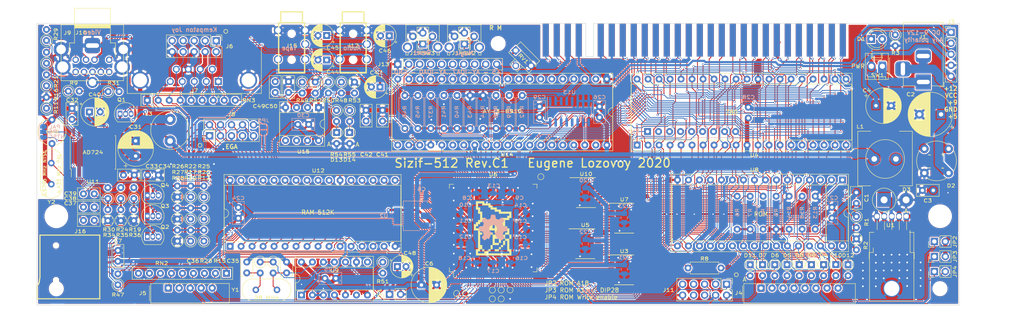
<source format=kicad_pcb>
(kicad_pcb (version 20171130) (host pcbnew "(5.1.4)-1")
  (title_block (title Sizif-512) (date 2020-07-06) (rev C1))
  (layers (0 F.Cu signal) (31 B.Cu signal) (34 B.Paste user) (35 F.Paste user) (36 B.SilkS user) (37 F.SilkS user) (38 B.Mask user) (39 F.Mask user) (44 Edge.Cuts user))
  (net 0 "")
  (net 1 GND)
  (net 2 +5V)
  (net 3 +3V3)
  (net 4 +12V)
  (net 5 ~RST)
  (net 6 /VID_COMP)
  (net 7 /Csync)
  (net 8 /KD0)
  (net 9 /KD1)
  (net 10 /KD2)
  (net 11 /KD3)
  (net 12 /KD4)
  (net 13 /KA15)
  (net 14 /KA14)
  (net 15 /KA8)
  (net 16 /KA13)
  (net 17 /KA12)
  (net 18 /KA9)
  (net 19 /KA10)
  (net 20 /KA11)
  (net 21 /~JOY_B2)
  (net 22 /~JOY_B1)
  (net 23 /~JOY_B3)
  (net 24 /~JOY_RIGHT)
  (net 25 /~JOY_LEFT)
  (net 26 /~JOY_DOWN)
  (net 27 /~JOY_UP)
  (net 28 /VID_B)
  (net 29 /VID_R)
  (net 30 /SND_L)
  (net 31 /VID_SYNC)
  (net 32 /VID_G)
  (net 33 /A15)
  (net 34 /A13)
  (net 35 /D7)
  (net 36 /D0)
  (net 37 /D1)
  (net 38 /D2)
  (net 39 /D6)
  (net 40 /D5)
  (net 41 /D3)
  (net 42 /D4)
  (net 43 /~INT)
  (net 44 /~HALT)
  (net 45 /~MREQ)
  (net 46 /~IORQ)
  (net 47 /~RD)
  (net 48 /A14)
  (net 49 /A12)
  (net 50 /~CLKCPU)
  (net 51 /A0)
  (net 52 /A1)
  (net 53 /A2)
  (net 54 /A3)
  (net 55 /~WR)
  (net 56 /~WAIT)
  (net 57 /~M1)
  (net 58 /~RFSH)
  (net 59 /A8)
  (net 60 /A10)
  (net 61 /~BUSRQ)
  (net 62 /~RSTCPU)
  (net 63 /A7)
  (net 64 /A6)
  (net 65 /A5)
  (net 66 /A4)
  (net 67 /~BUSACK)
  (net 68 /A9)
  (net 69 /A11)
  (net 70 /TAPE_IN0)
  (net 71 /CLKCPU)
  (net 72 /~NMI)
  (net 73 ~MAGIC)
  (net 74 /SND_MONO)
  (net 75 /SND_R)
  (net 76 /AY_ABC)
  (net 77 /SD_CD)
  (net 78 /SD_MISO)
  (net 79 "Net-(Q4-Pad3)")
  (net 80 "Net-(JP3-Pad1)")
  (net 81 "Net-(C46-Pad1)")
  (net 82 +5VA)
  (net 83 "Net-(Q4-Pad2)")
  (net 84 "Net-(Q2-Pad3)")
  (net 85 "Net-(Q3-Pad3)")
  (net 86 "Net-(Q3-Pad2)")
  (net 87 "Net-(C43-Pad1)")
  (net 88 /SD_DAT2)
  (net 89 /SD_DAT1)
  (net 90 /Red1)
  (net 91 /Green1)
  (net 92 /Blue1)
  (net 93 /Red0)
  (net 94 /Green0)
  (net 95 /Blue0)
  (net 96 "Net-(C42-Pad1)")
  (net 97 "Net-(C37-Pad1)")
  (net 98 "Net-(C38-Pad1)")
  (net 99 "Net-(C39-Pad1)")
  (net 100 "Net-(C41-Pad1)")
  (net 101 "Net-(Q1-Pad3)")
  (net 102 "Net-(Q2-Pad2)")
  (net 103 "Net-(C2-Pad1)")
  (net 104 "Net-(C35-Pad2)")
  (net 105 "Net-(C36-Pad2)")
  (net 106 "Net-(J8-Pad10)")
  (net 107 "Net-(JP6-Pad2)")
  (net 108 /~IORQGE)
  (net 109 "Net-(D1-Pad1)")
  (net 110 "Net-(D2-Pad2)")
  (net 111 "Net-(J1-Pad1)")
  (net 112 /~ROMCSB)
  (net 113 /Vsync)
  (net 114 /Hsync)
  (net 115 /SD_SCK)
  (net 116 /SD_MOSI)
  (net 117 /SD_CS)
  (net 118 /SND_DAC_L)
  (net 119 /SND_DAC_R)
  (net 120 /VA17)
  (net 121 /VD3)
  (net 122 /VA16)
  (net 123 /VD4)
  (net 124 /VA14)
  (net 125 /VD5)
  (net 126 /VA12)
  (net 127 /VD6)
  (net 128 /VA7)
  (net 129 /VD7)
  (net 130 /VA6)
  (net 131 /VA5)
  (net 132 /VA10)
  (net 133 /VA4)
  (net 134 /~VRD)
  (net 135 /VA3)
  (net 136 /VA11)
  (net 137 /VA2)
  (net 138 /VA9)
  (net 139 /VA1)
  (net 140 /VA8)
  (net 141 /VA0)
  (net 142 /VA13)
  (net 143 /VD0)
  (net 144 /~VWR)
  (net 145 /VD1)
  (net 146 /VA18)
  (net 147 /VD2)
  (net 148 /VA15)
  (net 149 /AY_MONO)
  (net 150 /AY_CLK)
  (net 151 /AY_BDIR)
  (net 152 /AY_BC1)
  (net 153 /TCK)
  (net 154 /TDO)
  (net 155 /TMS)
  (net 156 /TDI)
  (net 157 /~ROMCS)
  (net 158 "Net-(U13-Pad4)")
  (net 159 /CLK28)
  (net 160 /RA16)
  (net 161 /RA15)
  (net 162 /RA14)
  (net 163 "Net-(D3-Pad1)")
  (net 164 "Net-(D14-Pad1)")
  (net 165 "Net-(J13-Pad6)")
  (net 166 "Net-(J13-Pad8)")
  (net 167 "Net-(TP1-Pad1)")
  (net 168 "Net-(TP2-Pad1)")
  (net 169 "Net-(TP3-Pad1)")
  (net 170 "Net-(TP4-Pad1)")
  (net 171 "Net-(TP5-Pad1)")
  (net 172 "Net-(TP6-Pad1)")
  (net 173 "Net-(TP7-Pad1)")
  (net 174 "Net-(TP8-Pad1)")
  (net 175 "Net-(C1-Pad2)")
  (net 176 "Net-(C37-Pad2)")
  (net 177 "Net-(C38-Pad2)")
  (net 178 "Net-(C39-Pad2)")
  (net 179 "Net-(C40-Pad1)")
  (net 180 "Net-(C40-Pad2)")
  (net 181 "Net-(C47-Pad1)")
  (net 182 "Net-(C47-Pad2)")
  (net 183 "Net-(C48-Pad1)")
  (net 184 "Net-(C48-Pad2)")
  (net 185 "Net-(C49-Pad1)")
  (net 186 "Net-(D13-Pad1)")
  (net 187 "Net-(J13-Pad2)")
  (net 188 "Net-(J13-Pad4)")
  (net 189 "Net-(J13-Pad5)")
  (net 190 "Net-(J13-Pad9)")
  (net 191 "Net-(JP2-Pad1)")
  (net 192 "Net-(JP4-Pad2)")
  (net 193 "Net-(R15-Pad1)")
  (net 194 "Net-(R39-Pad2)")
  (net 195 "Net-(R40-Pad2)")
  (net 196 "Net-(R41-Pad2)")
  (net 197 "Net-(R48-Pad2)")
  (net 198 "Net-(R51-Pad2)")
  (net 199 "Net-(U13-Pad15)")
  (net 200 /xA10)
  (net 201 /xD7)
  (net 202 /xD6)
  (net 203 /xD5)
  (net 204 /xD4)
  (net 205 /xA15)
  (net 206 /xD3)
  (net 207 /xA14)
  (net 208 /~xMREQ)
  (net 209 /~xRFSH)
  (net 210 /~xWR)
  (net 211 /~xRD)
  (net 212 /~xM1)
  (net 213 /xA8)
  (net 214 /xA9)
  (net 215 /xA11)
  (net 216 /xA12)
  (net 217 /xA7)
  (net 218 /xA6)
  (net 219 /~xIORQGE)
  (net 220 /xA4)
  (net 221 /xA3)
  (net 222 /xCLKCPU)
  (net 223 /xA2)
  (net 224 /xA1)
  (net 225 /xA0)
  (net 226 /xA5)
  (net 227 /xD0)
  (net 228 /xD1)
  (net 229 /xD2)
  (net 230 /~xCLKCPU_IO73)
  (net 231 /xA13)
  (net 232 /RX)
  (net 233 /TX)
  (net 234 VCC)
  (net 235 +9V)
  (module Connector_PinHeader_2.54mm:PinHeader_1x05_P2.54mm_Vertical (layer F.Cu) (at 255.4 66.8)
    (fp_text reference J3 (at 0 -2.33) (layer F.SilkS))
    (fp_text value PinHeader)
    (pad 5 thru_hole oval (at 0 10.16) (size 1.7 1.7) (drill 1) (layers *.Cu *.Mask) (net 2 +5V))
    (pad 4 thru_hole oval (at 0 7.62) (size 1.7 1.7) (drill 1) (layers *.Cu *.Mask) (net 1 GND))
    (pad 3 thru_hole oval (at 0 5.08) (size 1.7 1.7) (drill 1) (layers *.Cu *.Mask) (net 235 +9V))
    (pad 2 thru_hole oval (at 0 2.54) (size 1.7 1.7) (drill 1) (layers *.Cu *.Mask) (net 234 VCC))
    (pad 1 thru_hole rect (at 0 0) (size 1.7 1.7) (drill 1) (layers *.Cu *.Mask) (net 4 +12V))
  )
  (module Capacitor_THT:C_Disc_D5.0mm_W2.5mm_P2.50mm (layer F.Cu) (at 102.45 78.2 270)
    (fp_text reference C50 (at 5.675 3.975) (layer F.SilkS) (effects (font (size 0.8 1))))
    (fp_text value 100n)
    (pad 1 thru_hole circle (at 0 0 270) (size 1.6 1.6) (drill 0.8) (layers *.Cu *.Mask) (net 1 GND))
    (pad 2 thru_hole circle (at 2.5 0 270) (size 1.6 1.6) (drill 0.8) (layers *.Cu *.Mask) (net 5 ~RST))
  )
  (module Capacitor_THT:CP_Radial_D8.0mm_P3.50mm (layer F.Cu) (at 238.075 83.75)
    (fp_text reference C4 (at -2.125 -3.5) (layer F.SilkS) (effects (font (size 0.8 1))))
    (fp_text value 220u/16V)
    (pad 1 thru_hole rect (at 0 0) (size 1.6 1.6) (drill 0.8) (layers *.Cu *.Mask) (net 2 +5V))
    (pad 2 thru_hole circle (at 3.5 0) (size 1.6 1.6) (drill 0.8) (layers *.Cu *.Mask) (net 1 GND))
  )
  (module Capacitor_THT:CP_Radial_D8.0mm_P3.50mm (layer F.Cu) (at 67.15 95.38 90)
    (fp_text reference C31 (at 6.73 -0.025 180) (layer F.SilkS) (effects (font (size 0.8 1))))
    (fp_text value 220u/16V)
    (pad 1 thru_hole rect (at 0 0 90) (size 1.6 1.6) (drill 0.8) (layers *.Cu *.Mask) (net 82 +5VA))
    (pad 2 thru_hole circle (at 3.5 0 90) (size 1.6 1.6) (drill 0.8) (layers *.Cu *.Mask) (net 1 GND))
  )
  (module Capacitor_THT:CP_Radial_D5.0mm_P2.00mm (layer F.Cu) (at 123.575 79.425 180)
    (fp_text reference C47 (at 0.925 3.275) (layer F.SilkS) (effects (font (size 0.8 1))))
    (fp_text value 1u)
    (pad 1 thru_hole rect (at 0 0 180) (size 1.6 1.6) (drill 0.8) (layers *.Cu *.Mask) (net 181 "Net-(C47-Pad1)"))
    (pad 2 thru_hole circle (at 2 0 180) (size 1.6 1.6) (drill 0.8) (layers *.Cu *.Mask) (net 182 "Net-(C47-Pad2)"))
  )
  (module Capacitor_THT:CP_Radial_D5.0mm_P2.00mm (layer F.Cu) (at 127.575 120.9)
    (fp_text reference C48 (at 2.875 -3.1) (layer F.SilkS) (effects (font (size 0.8 1))))
    (fp_text value 10u/16V)
    (pad 1 thru_hole rect (at 0 0) (size 1.6 1.6) (drill 0.8) (layers *.Cu *.Mask) (net 183 "Net-(C48-Pad1)"))
    (pad 2 thru_hole circle (at 2 0) (size 1.6 1.6) (drill 0.8) (layers *.Cu *.Mask) (net 184 "Net-(C48-Pad2)"))
  )
  (module Capacitor_THT:CP_Radial_D5.0mm_P2.00mm (layer F.Cu) (at 125.7 67.6 180)
    (fp_text reference C46 (at 1 -3.475) (layer F.SilkS) (effects (font (size 0.8 1))))
    (fp_text value 10u/16V)
    (pad 1 thru_hole rect (at 0 0 180) (size 1.6 1.6) (drill 0.8) (layers *.Cu *.Mask) (net 81 "Net-(C46-Pad1)"))
    (pad 2 thru_hole circle (at 2 0 180) (size 1.6 1.6) (drill 0.8) (layers *.Cu *.Mask) (net 74 /SND_MONO))
  )
  (module Capacitor_THT:CP_Radial_D5.0mm_P2.00mm (layer F.Cu) (at 111.25 67.55 180)
    (fp_text reference C45 (at -1.4 -2.825) (layer F.SilkS) (effects (font (size 0.8 1))))
    (fp_text value 10u/16V)
    (pad 1 thru_hole rect (at 0 0 180) (size 1.6 1.6) (drill 0.8) (layers *.Cu *.Mask) (net 96 "Net-(C42-Pad1)"))
    (pad 2 thru_hole circle (at 2 0 180) (size 1.6 1.6) (drill 0.8) (layers *.Cu *.Mask) (net 75 /SND_R))
  )
  (module Capacitor_THT:CP_Radial_D5.0mm_P2.00mm (layer F.Cu) (at 111.25 73.2 180)
    (fp_text reference C44 (at -1.4 -2.825) (layer F.SilkS) (effects (font (size 0.8 1))))
    (fp_text value 10u/16V)
    (pad 1 thru_hole rect (at 0 0 180) (size 1.6 1.6) (drill 0.8) (layers *.Cu *.Mask) (net 100 "Net-(C41-Pad1)"))
    (pad 2 thru_hole circle (at 2 0 180) (size 1.6 1.6) (drill 0.8) (layers *.Cu *.Mask) (net 30 /SND_L))
  )
  (module Capacitor_THT:CP_Radial_D8.0mm_P3.50mm (layer F.Cu) (at 133.125 125.15)
    (fp_text reference C6 (at 1.775 -4.925) (layer F.SilkS) (effects (font (size 0.8 1))))
    (fp_text value 220u/16V)
    (pad 1 thru_hole rect (at 0 0) (size 1.6 1.6) (drill 0.8) (layers *.Cu *.Mask) (net 3 +3V3))
    (pad 2 thru_hole circle (at 3.5 0) (size 1.6 1.6) (drill 0.8) (layers *.Cu *.Mask) (net 1 GND))
  )
  (module Capacitor_THT:CP_Radial_D10.0mm_P5.00mm (layer F.Cu) (at 253.1 85.75 180)
    (fp_text reference C2 (at 7.025 4.6) (layer F.SilkS) (effects (font (size 0.8 1))))
    (fp_text value 470u/25V)
    (pad 1 thru_hole rect (at 0 0 180) (size 2 2) (drill 1) (layers *.Cu *.Mask) (net 103 "Net-(C2-Pad1)"))
    (pad 2 thru_hole circle (at 5 0 180) (size 2 2) (drill 1) (layers *.Cu *.Mask) (net 1 GND))
  )
  (module TestPoint:TestPoint_Pad_D1.0mm (layer F.Cu) (at 143.3 127.1)
    (fp_text reference TP2 hide)
    (fp_text value TestPoint hide)
    (pad 1 smd circle (at 0 0) (size 1 1) (layers F.Cu F.Mask) (net 168 "Net-(TP2-Pad1)"))
  )
  (module TestPoint:TestPoint_Pad_D1.0mm (layer F.Cu) (at 141.25 127.1)
    (fp_text reference TP3 hide)
    (fp_text value TestPoint hide)
    (pad 1 smd circle (at 0 0) (size 1 1) (layers F.Cu F.Mask) (net 169 "Net-(TP3-Pad1)"))
  )
  (module TestPoint:TestPoint_Pad_D1.0mm (layer F.Cu) (at 160.7 100.15)
    (fp_text reference TP1 hide)
    (fp_text value TestPoint hide)
    (pad 1 smd circle (at 0 0) (size 1 1) (layers F.Cu F.Mask) (net 167 "Net-(TP1-Pad1)"))
  )
  (module TestPoint:TestPoint_Pad_D1.0mm (layer F.Cu) (at 153.6 126.3)
    (fp_text reference TP8 hide)
    (fp_text value TestPoint hide)
    (pad 1 smd circle (at 0 0) (size 1 1) (layers F.Cu F.Mask) (net 174 "Net-(TP8-Pad1)"))
  )
  (module TestPoint:TestPoint_Pad_D1.0mm (layer F.Cu) (at 151.55 128.35)
    (fp_text reference TP7 hide)
    (fp_text value TestPoint hide)
    (pad 1 smd circle (at 0 0) (size 1 1) (layers F.Cu F.Mask) (net 173 "Net-(TP7-Pad1)"))
  )
  (module TestPoint:TestPoint_Pad_D1.0mm (layer F.Cu) (at 151.55 126.3)
    (fp_text reference TP6 hide)
    (fp_text value TestPoint hide)
    (pad 1 smd circle (at 0 0) (size 1 1) (layers F.Cu F.Mask) (net 172 "Net-(TP6-Pad1)"))
  )
  (module TestPoint:TestPoint_Pad_D1.0mm (layer F.Cu) (at 149.5 128.35)
    (fp_text reference TP5 hide)
    (fp_text value TestPoint hide)
    (pad 1 smd circle (at 0 0) (size 1 1) (layers F.Cu F.Mask) (net 171 "Net-(TP5-Pad1)"))
  )
  (module TestPoint:TestPoint_Pad_D1.0mm (layer F.Cu) (at 149.5 126.3)
    (fp_text reference TP4 hide)
    (fp_text value TestPoint hide)
    (pad 1 smd circle (at 0 0) (size 1 1) (layers F.Cu F.Mask) (net 170 "Net-(TP4-Pad1)"))
  )
  (module Resistor_THT:R_Axial_DIN0207_L6.3mm_D2.5mm_P7.62mm_Horizontal (layer F.Cu) (at 202.3 121.225 180)
    (fp_text reference R8 (at 3.825 2.125) (layer F.SilkS) (effects (font (size 0.8 1))))
    (fp_text value 470)
    (pad 2 thru_hole oval (at 7.62 0 180) (size 1.6 1.6) (drill 0.8) (layers *.Cu *.Mask) (net 157 /~ROMCS))
    (pad 1 thru_hole circle (at 0 0 180) (size 1.6 1.6) (drill 0.8) (layers *.Cu *.Mask) (net 112 /~ROMCSB))
  )
  (module Inductor_THT:L_Radial_D8.7mm_P5.00mm_Fastron_07HCP (layer F.Cu) (at 242.675 96.05 180)
    (fp_text reference L1 (at 8.25 7.45) (layer F.SilkS) (effects (font (size 0.8 1))))
    (fp_text value 68uH/2A)
    (pad 2 thru_hole circle (at 5 0 180) (size 2.6 2.6) (drill 1.3) (layers *.Cu *.Mask) (net 2 +5V))
    (pad 1 thru_hole circle (at 0 0 180) (size 2.6 2.6) (drill 1.3) (layers *.Cu *.Mask) (net 163 "Net-(D3-Pad1)"))
  )
  (module Inductor_SMD:L_12x12mm_H8mm (layer F.Cu) (at 240.175 95.95 90)
    (fp_text reference L2 hide)
    (fp_text value 68uH/2A hide)
    (pad 1 smd rect (at -4.95 0 90) (size 2.9 5.4) (layers F.Cu F.Paste F.Mask) (net 163 "Net-(D3-Pad1)"))
    (pad 2 smd rect (at 4.95 0 90) (size 2.9 5.4) (layers F.Cu F.Paste F.Mask) (net 2 +5V))
  )
  (module Resistor_THT:R_Axial_DIN0207_L6.3mm_D2.5mm_P2.54mm_Vertical (layer F.Cu) (at 233.55 109.35 270)
    (fp_text reference R1 (at 1.27 -2.37 270) (layer F.SilkS) (effects (font (size 0.8 1))))
    (fp_text value 3k)
    (pad 2 thru_hole oval (at 2.54 0 270) (size 1.6 1.6) (drill 0.8) (layers *.Cu *.Mask) (net 175 "Net-(C1-Pad2)"))
    (pad 1 thru_hole circle (at 0 0 270) (size 1.6 1.6) (drill 0.8) (layers *.Cu *.Mask) (net 2 +5V))
  )
  (module Resistor_THT:R_Axial_DIN0207_L6.3mm_D2.5mm_P2.54mm_Vertical (layer F.Cu) (at 233.55 114.5 270)
    (fp_text reference R2 (at 1.525 -2.175 270) (layer F.SilkS) (effects (font (size 0.8 1))))
    (fp_text value 1k)
    (pad 2 thru_hole oval (at 2.54 0 270) (size 1.6 1.6) (drill 0.8) (layers *.Cu *.Mask) (net 175 "Net-(C1-Pad2)"))
    (pad 1 thru_hole circle (at 0 0 270) (size 1.6 1.6) (drill 0.8) (layers *.Cu *.Mask) (net 1 GND))
  )
  (module Diode_THT:D_DO-201AD_P5.08mm_Vertical_AnodeUp (layer F.Cu) (at 239.95 105.5)
    (fp_text reference D3 (at 5.175 -2.375) (layer F.SilkS) (effects (font (size 0.8 1))))
    (fp_text value 1N5820)
    (fp_text user A (at 5.08 2.6) (layer F.SilkS))
    (pad 1 thru_hole rect (at 0 0) (size 3.2 3.2) (drill 1.6) (layers *.Cu *.Mask) (net 163 "Net-(D3-Pad1)"))
    (pad 2 thru_hole oval (at 5.08 0) (size 3.2 3.2) (drill 1.6) (layers *.Cu *.Mask) (net 1 GND))
  )
  (module my:TO-220-263-5_Horizontal_TabDown (layer F.Cu) (at 245.1 109.3 180)
    (fp_text reference U1 (at 3.675 -2.05) (layer F.SilkS) (effects (font (size 0.8 1))))
    (fp_text value LM2596T-ADJ)
    (pad 1 thru_hole rect (at 0 0 180) (size 1.275 1.8) (drill 1.1) (layers *.Cu *.Mask) (net 103 "Net-(C2-Pad1)"))
    (pad 2 thru_hole oval (at 1.7 0 180) (size 1.275 1.8) (drill 1.1) (layers *.Cu *.Mask) (net 163 "Net-(D3-Pad1)"))
    (pad 3 thru_hole oval (at 3.4 0 180) (size 1.275 1.8) (drill 1.1) (layers *.Cu *.Mask) (net 1 GND))
    (pad 4 thru_hole oval (at 5.1 0 180) (size 1.275 1.8) (drill 1.1) (layers *.Cu *.Mask) (net 175 "Net-(C1-Pad2)"))
    (pad 5 thru_hole oval (at 6.8 0 180) (size 1.275 1.8) (drill 1.1) (layers *.Cu *.Mask) (net 1 GND))
    (pad 5 smd rect (at 6.8 -5.525 270) (size 4.6 1.1) (layers F.Cu F.Paste F.Mask) (net 1 GND))
    (pad 3 smd rect (at 3.4 -5.525 270) (size 4.6 1.1) (layers F.Cu F.Paste F.Mask) (net 1 GND))
    (pad 4 smd rect (at 5.1 -5.525 270) (size 4.6 1.1) (layers F.Cu F.Paste F.Mask) (net 175 "Net-(C1-Pad2)"))
    (pad 3 smd rect (at 3.45 -14.7 270) (size 9.4 10.8) (layers F.Cu F.Mask) (net 1 GND))
    (pad 1 smd rect (at 0 -5.525 270) (size 4.6 1.1) (layers F.Cu F.Paste F.Mask) (net 103 "Net-(C2-Pad1)"))
    (pad 2 smd rect (at 1.7 -5.525 270) (size 4.6 1.1) (layers F.Cu F.Paste F.Mask) (net 163 "Net-(D3-Pad1)"))
    (pad 3 thru_hole circle (at 3.4 -16.66 180) (size 4 4) (drill 3.5) (layers *.Cu *.Mask) (net 1 GND))
  )
  (module Capacitor_THT:C_Disc_D5.0mm_W2.5mm_P2.50mm (layer F.Cu) (at 233.55 103.8 270)
    (fp_text reference C1 (at 1.25 -2.35 90) (layer F.SilkS) (effects (font (size 0.8 1))))
    (fp_text value 15n)
    (pad 2 thru_hole circle (at 2.5 0 270) (size 1.6 1.6) (drill 0.8) (layers *.Cu *.Mask) (net 175 "Net-(C1-Pad2)"))
    (pad 1 thru_hole circle (at 0 0 270) (size 1.6 1.6) (drill 0.8) (layers *.Cu *.Mask) (net 2 +5V))
  )
  (module Resistor_THT:R_Axial_DIN0207_L6.3mm_D2.5mm_P7.62mm_Horizontal (layer B.Cu) (at 221.025 104.65 270)
    (fp_text reference R18 (at 3.81 0 270) (layer B.SilkS) (effects (font (size 0.8 1)) (justify mirror)))
    (fp_text value 10k)
    (pad 2 thru_hole oval (at 7.62 0 270) (size 1.6 1.6) (drill 0.8) (layers *.Cu *.Mask) (net 192 "Net-(JP4-Pad2)"))
    (pad 1 thru_hole circle (at 0 0 270) (size 1.6 1.6) (drill 0.8) (layers *.Cu *.Mask) (net 2 +5V))
  )
  (module Package_DIP:DIP-32_W15.24mm_Socket (layer F.Cu) (at 230.336 100.89 270)
    (fp_text reference U8 (at -2.34 20.336 180) (layer F.SilkS) (effects (font (size 0.8 1))))
    (fp_text value SST39SF040)
    (fp_text user ROM (at 7.91 18.836) (layer F.SilkS))
    (pad 1 thru_hole rect (at 0 0 270) (size 1.6 1.6) (drill 0.8) (layers *.Cu *.Mask) (net 191 "Net-(JP2-Pad1)"))
    (pad 17 thru_hole oval (at 15.24 38.1 270) (size 1.6 1.6) (drill 0.8) (layers *.Cu *.Mask) (net 41 /D3))
    (pad 2 thru_hole oval (at 0 2.54 270) (size 1.6 1.6) (drill 0.8) (layers *.Cu *.Mask) (net 160 /RA16))
    (pad 18 thru_hole oval (at 15.24 35.56 270) (size 1.6 1.6) (drill 0.8) (layers *.Cu *.Mask) (net 42 /D4))
    (pad 3 thru_hole oval (at 0 5.08 270) (size 1.6 1.6) (drill 0.8) (layers *.Cu *.Mask) (net 161 /RA15))
    (pad 19 thru_hole oval (at 15.24 33.02 270) (size 1.6 1.6) (drill 0.8) (layers *.Cu *.Mask) (net 40 /D5))
    (pad 4 thru_hole oval (at 0 7.62 270) (size 1.6 1.6) (drill 0.8) (layers *.Cu *.Mask) (net 49 /A12))
    (pad 20 thru_hole oval (at 15.24 30.48 270) (size 1.6 1.6) (drill 0.8) (layers *.Cu *.Mask) (net 39 /D6))
    (pad 5 thru_hole oval (at 0 10.16 270) (size 1.6 1.6) (drill 0.8) (layers *.Cu *.Mask) (net 63 /A7))
    (pad 21 thru_hole oval (at 15.24 27.94 270) (size 1.6 1.6) (drill 0.8) (layers *.Cu *.Mask) (net 35 /D7))
    (pad 6 thru_hole oval (at 0 12.7 270) (size 1.6 1.6) (drill 0.8) (layers *.Cu *.Mask) (net 64 /A6))
    (pad 22 thru_hole oval (at 15.24 25.4 270) (size 1.6 1.6) (drill 0.8) (layers *.Cu *.Mask) (net 112 /~ROMCSB))
    (pad 7 thru_hole oval (at 0 15.24 270) (size 1.6 1.6) (drill 0.8) (layers *.Cu *.Mask) (net 65 /A5))
    (pad 23 thru_hole oval (at 15.24 22.86 270) (size 1.6 1.6) (drill 0.8) (layers *.Cu *.Mask) (net 60 /A10))
    (pad 8 thru_hole oval (at 0 17.78 270) (size 1.6 1.6) (drill 0.8) (layers *.Cu *.Mask) (net 66 /A4))
    (pad 24 thru_hole oval (at 15.24 20.32 270) (size 1.6 1.6) (drill 0.8) (layers *.Cu *.Mask) (net 47 /~RD))
    (pad 9 thru_hole oval (at 0 20.32 270) (size 1.6 1.6) (drill 0.8) (layers *.Cu *.Mask) (net 54 /A3))
    (pad 25 thru_hole oval (at 15.24 17.78 270) (size 1.6 1.6) (drill 0.8) (layers *.Cu *.Mask) (net 69 /A11))
    (pad 10 thru_hole oval (at 0 22.86 270) (size 1.6 1.6) (drill 0.8) (layers *.Cu *.Mask) (net 53 /A2))
    (pad 26 thru_hole oval (at 15.24 15.24 270) (size 1.6 1.6) (drill 0.8) (layers *.Cu *.Mask) (net 68 /A9))
    (pad 11 thru_hole oval (at 0 25.4 270) (size 1.6 1.6) (drill 0.8) (layers *.Cu *.Mask) (net 52 /A1))
    (pad 27 thru_hole oval (at 15.24 12.7 270) (size 1.6 1.6) (drill 0.8) (layers *.Cu *.Mask) (net 59 /A8))
    (pad 12 thru_hole oval (at 0 27.94 270) (size 1.6 1.6) (drill 0.8) (layers *.Cu *.Mask) (net 51 /A0))
    (pad 28 thru_hole oval (at 15.24 10.16 270) (size 1.6 1.6) (drill 0.8) (layers *.Cu *.Mask) (net 34 /A13))
    (pad 13 thru_hole oval (at 0 30.48 270) (size 1.6 1.6) (drill 0.8) (layers *.Cu *.Mask) (net 36 /D0))
    (pad 29 thru_hole oval (at 15.24 7.62 270) (size 1.6 1.6) (drill 0.8) (layers *.Cu *.Mask) (net 162 /RA14))
    (pad 14 thru_hole oval (at 0 33.02 270) (size 1.6 1.6) (drill 0.8) (layers *.Cu *.Mask) (net 37 /D1))
    (pad 30 thru_hole oval (at 15.24 5.08 270) (size 1.6 1.6) (drill 0.8) (layers *.Cu *.Mask) (net 80 "Net-(JP3-Pad1)"))
    (pad 15 thru_hole oval (at 0 35.56 270) (size 1.6 1.6) (drill 0.8) (layers *.Cu *.Mask) (net 38 /D2))
    (pad 31 thru_hole oval (at 15.24 2.54 270) (size 1.6 1.6) (drill 0.8) (layers *.Cu *.Mask) (net 192 "Net-(JP4-Pad2)"))
    (pad 16 thru_hole oval (at 0 38.1 270) (size 1.6 1.6) (drill 0.8) (layers *.Cu *.Mask) (net 1 GND))
    (pad 32 thru_hole oval (at 15.24 0 270) (size 1.6 1.6) (drill 0.8) (layers *.Cu *.Mask) (net 2 +5V))
  )
  (module Resistor_THT:R_Axial_DIN0207_L6.3mm_D2.5mm_P7.62mm_Horizontal (layer B.Cu) (at 209.025 104.655 270)
    (fp_text reference R7 (at 3.775 0 270) (layer B.SilkS) (effects (font (size 0.8 1)) (justify mirror)))
    (fp_text value 2.2k)
    (pad 1 thru_hole circle (at 0 0 270) (size 1.6 1.6) (drill 0.8) (layers *.Cu *.Mask) (net 50 /~CLKCPU))
    (pad 2 thru_hole oval (at 7.62 0 270) (size 1.6 1.6) (drill 0.8) (layers *.Cu *.Mask) (net 2 +5V))
  )
  (module Resistor_THT:R_Axial_DIN0207_L6.3mm_D2.5mm_P7.62mm_Horizontal (layer B.Cu) (at 215.025 104.65 270)
    (fp_text reference R5 (at 3.8 0 270) (layer B.SilkS) (effects (font (size 0.8 1)) (justify mirror)))
    (fp_text value 10k)
    (pad 1 thru_hole circle (at 0 0 270) (size 1.6 1.6) (drill 0.8) (layers *.Cu *.Mask) (net 62 /~RSTCPU))
    (pad 2 thru_hole oval (at 7.62 0 270) (size 1.6 1.6) (drill 0.8) (layers *.Cu *.Mask) (net 1 GND))
  )
  (module Resistor_THT:R_Axial_DIN0207_L6.3mm_D2.5mm_P7.62mm_Horizontal (layer B.Cu) (at 218.025 104.65 270)
    (fp_text reference R14 (at 3.76 -0.005 90) (layer B.SilkS) (effects (font (size 0.8 1)) (justify mirror)))
    (fp_text value 10k)
    (pad 2 thru_hole oval (at 7.62 0 270) (size 1.6 1.6) (drill 0.8) (layers *.Cu *.Mask) (net 80 "Net-(JP3-Pad1)"))
    (pad 1 thru_hole circle (at 0 0 270) (size 1.6 1.6) (drill 0.8) (layers *.Cu *.Mask) (net 1 GND))
  )
  (module Resistor_THT:R_Axial_DIN0207_L6.3mm_D2.5mm_P7.62mm_Horizontal (layer B.Cu) (at 224.05 104.65 270)
    (fp_text reference R13 (at 3.76 -0.005 90) (layer B.SilkS) (effects (font (size 0.8 1)) (justify mirror)))
    (fp_text value 10k)
    (pad 2 thru_hole oval (at 7.62 0 270) (size 1.6 1.6) (drill 0.8) (layers *.Cu *.Mask) (net 191 "Net-(JP2-Pad1)"))
    (pad 1 thru_hole circle (at 0 0 270) (size 1.6 1.6) (drill 0.8) (layers *.Cu *.Mask) (net 1 GND))
  )
  (module Resistor_THT:R_Axial_DIN0207_L6.3mm_D2.5mm_P2.54mm_Vertical (layer F.Cu) (at 117.675 78.3 270)
    (fp_text reference R53 (at 4.25 0 180) (layer F.SilkS) (effects (font (size 0.8 1))))
    (fp_text value 1k)
    (pad 1 thru_hole circle (at 0 0 270) (size 1.6 1.6) (drill 0.8) (layers *.Cu *.Mask) (net 1 GND))
    (pad 2 thru_hole oval (at 2.54 0 270) (size 1.6 1.6) (drill 0.8) (layers *.Cu *.Mask) (net 197 "Net-(R48-Pad2)"))
  )
  (module Connector_PinHeader_2.54mm:PinHeader_1x02_P2.54mm_Vertical (layer F.Cu) (at 125.775 127.3 90)
    (fp_text reference LS1 (at 0 -2.33 90) (layer F.SilkS) (effects (font (size 0.8 1))))
    (fp_text value PinHeader)
    (pad 2 thru_hole oval (at 0 2.54 90) (size 1.7 1.7) (drill 1) (layers *.Cu *.Mask) (net 1 GND))
    (pad 1 thru_hole rect (at 0 0 90) (size 1.7 1.7) (drill 1) (layers *.Cu *.Mask) (net 184 "Net-(C48-Pad2)"))
  )
  (module Resistor_THT:R_Axial_DIN0207_L6.3mm_D2.5mm_P2.54mm_Vertical (layer F.Cu) (at 111.6375 78.3 270)
    (fp_text reference R50 (at 4.25 -0.0125 180) (layer F.SilkS) (effects (font (size 0.8 1))))
    (fp_text value 10k)
    (pad 2 thru_hole oval (at 2.54 0 270) (size 1.6 1.6) (drill 0.8) (layers *.Cu *.Mask) (net 197 "Net-(R48-Pad2)"))
    (pad 1 thru_hole circle (at 0 0 270) (size 1.6 1.6) (drill 0.8) (layers *.Cu *.Mask) (net 185 "Net-(C49-Pad1)"))
  )
  (module Resistor_THT:R_Axial_DIN0207_L6.3mm_D2.5mm_P2.54mm_Vertical (layer F.Cu) (at 108.61875 78.3 270)
    (fp_text reference R52 (at 4.25 -0.03125 180) (layer F.SilkS) (effects (font (size 0.8 1))))
    (fp_text value 1M)
    (pad 2 thru_hole oval (at 2.54 0 270) (size 1.6 1.6) (drill 0.8) (layers *.Cu *.Mask) (net 185 "Net-(C49-Pad1)"))
    (pad 1 thru_hole circle (at 0 0 270) (size 1.6 1.6) (drill 0.8) (layers *.Cu *.Mask) (net 1 GND))
  )
  (module Package_DIP:DIP-8_W7.62mm_Socket (layer F.Cu) (at 109.375 84.175 270)
    (fp_text reference U15 (at 10.175 3.5 180) (layer F.SilkS) (effects (font (size 0.8 1))))
    (fp_text value LM311N)
    (pad 8 thru_hole oval (at 7.62 0 270) (size 1.6 1.6) (drill 0.8) (layers *.Cu *.Mask) (net 2 +5V))
    (pad 4 thru_hole oval (at 0 7.62 270) (size 1.6 1.6) (drill 0.8) (layers *.Cu *.Mask) (net 1 GND))
    (pad 7 thru_hole oval (at 7.62 2.54 270) (size 1.6 1.6) (drill 0.8) (layers *.Cu *.Mask) (net 70 /TAPE_IN0))
    (pad 3 thru_hole oval (at 0 5.08 270) (size 1.6 1.6) (drill 0.8) (layers *.Cu *.Mask) (net 185 "Net-(C49-Pad1)"))
    (pad 6 thru_hole oval (at 7.62 5.08 270) (size 1.6 1.6) (drill 0.8) (layers *.Cu *.Mask))
    (pad 2 thru_hole oval (at 0 2.54 270) (size 1.6 1.6) (drill 0.8) (layers *.Cu *.Mask) (net 197 "Net-(R48-Pad2)"))
    (pad 5 thru_hole oval (at 7.62 7.62 270) (size 1.6 1.6) (drill 0.8) (layers *.Cu *.Mask))
    (pad 1 thru_hole rect (at 0 0 270) (size 1.6 1.6) (drill 0.8) (layers *.Cu *.Mask) (net 1 GND))
  )
  (module Capacitor_THT:C_Disc_D5.0mm_W2.5mm_P2.50mm (layer F.Cu) (at 99.375 80.7 90)
    (fp_text reference C49 (at -3.175 -3.75 180) (layer F.SilkS) (effects (font (size 0.8 1))))
    (fp_text value 100n)
    (pad 2 thru_hole circle (at 2.5 0 90) (size 1.6 1.6) (drill 0.8) (layers *.Cu *.Mask) (net 232 /RX))
    (pad 1 thru_hole circle (at 0 0 90) (size 1.6 1.6) (drill 0.8) (layers *.Cu *.Mask) (net 185 "Net-(C49-Pad1)"))
  )
  (module Capacitor_SMD:C_0805_2012Metric_Pad1.15x1.40mm_HandSolder (layer B.Cu) (at 179.95 109.675 270)
    (fp_text reference C23 (at -2.75 -0.05 180) (layer B.SilkS) (effects (font (size 0.8 1)) (justify mirror)))
    (fp_text value 100n)
    (pad 2 smd roundrect (at 1.025 0 270) (size 1.15 1.4) (layers B.Cu B.Paste B.Mask) (roundrect_rratio 0.217391) (net 1 GND))
    (pad 1 smd roundrect (at -1.025 0 270) (size 1.15 1.4) (layers B.Cu B.Paste B.Mask) (roundrect_rratio 0.217391) (net 3 +3V3))
  )
  (module Capacitor_SMD:C_0805_2012Metric_Pad1.15x1.40mm_HandSolder (layer B.Cu) (at 170.95 115.675 270)
    (fp_text reference C22 (at -2.75 -0.05 180) (layer B.SilkS) (effects (font (size 0.8 1)) (justify mirror)))
    (fp_text value 100n)
    (pad 2 smd roundrect (at 1.025 0 270) (size 1.15 1.4) (layers B.Cu B.Paste B.Mask) (roundrect_rratio 0.217391) (net 1 GND))
    (pad 1 smd roundrect (at -1.025 0 270) (size 1.15 1.4) (layers B.Cu B.Paste B.Mask) (roundrect_rratio 0.217391) (net 3 +3V3))
  )
  (module Capacitor_SMD:C_0805_2012Metric_Pad1.15x1.40mm_HandSolder (layer B.Cu) (at 179.975 121.55 270)
    (fp_text reference C21 (at -2.75 -0.05 180) (layer B.SilkS) (effects (font (size 0.8 1)) (justify mirror)))
    (fp_text value 100n)
    (pad 2 smd roundrect (at 1.025 0 270) (size 1.15 1.4) (layers B.Cu B.Paste B.Mask) (roundrect_rratio 0.217391) (net 1 GND))
    (pad 1 smd roundrect (at -1.025 0 270) (size 1.15 1.4) (layers B.Cu B.Paste B.Mask) (roundrect_rratio 0.217391) (net 3 +3V3))
  )
  (module Capacitor_SMD:C_0805_2012Metric_Pad1.15x1.40mm_HandSolder (layer B.Cu) (at 170.95 103.75 270)
    (fp_text reference C20 (at -2.75 -0.05 180) (layer B.SilkS) (effects (font (size 0.8 1)) (justify mirror)))
    (fp_text value 100n)
    (pad 2 smd roundrect (at 1.025 0 270) (size 1.15 1.4) (layers B.Cu B.Paste B.Mask) (roundrect_rratio 0.217391) (net 1 GND))
    (pad 1 smd roundrect (at -1.025 0 270) (size 1.15 1.4) (layers B.Cu B.Paste B.Mask) (roundrect_rratio 0.217391) (net 3 +3V3))
  )
  (module Diode_THT:D_DO-35_SOD27_P2.54mm_Vertical_AnodeUp (layer F.Cu) (at 209.025 120.475 270)
    (fp_text reference D11 (at -2.15 0.025 180) (layer F.SilkS) (effects (font (size 0.8 1))))
    (fp_text value BAT85)
    (fp_text user A (at 3.4 1.3 180) (layer F.SilkS))
    (pad 1 thru_hole rect (at 0 0 270) (size 1.6 1.6) (drill 0.8) (layers *.Cu *.Mask) (net 3 +3V3))
    (pad 2 thru_hole oval (at 2.54 0 270) (size 1.6 1.6) (drill 0.8) (layers *.Cu *.Mask) (net 157 /~ROMCS))
  )
  (module Package_QFP:LQFP-144_20x20mm_P0.5mm (layer F.Cu) (at 149.7 112 90)
    (fp_text reference U6 (at 12.35 0 180) (layer F.SilkS) (effects (font (size 0.8 1))))
    (fp_text value EPM1270T144)
    (pad 1 smd roundrect (at -10.6625 -8.75 90) (size 1.475 0.3) (layers F.Cu F.Paste F.Mask) (net 145 /VD1))
    (pad 2 smd roundrect (at -10.6625 -8.25 90) (size 1.475 0.3) (layers F.Cu F.Paste F.Mask) (net 147 /VD2))
    (pad 3 smd roundrect (at -10.6625 -7.75 90) (size 1.475 0.3) (layers F.Cu F.Paste F.Mask) (net 117 /SD_CS))
    (pad 4 smd roundrect (at -10.6625 -7.25 90) (size 1.475 0.3) (layers F.Cu F.Paste F.Mask) (net 8 /KD0))
    (pad 5 smd roundrect (at -10.6625 -6.75 90) (size 1.475 0.3) (layers F.Cu F.Paste F.Mask) (net 9 /KD1))
    (pad 6 smd roundrect (at -10.6625 -6.25 90) (size 1.475 0.3) (layers F.Cu F.Paste F.Mask) (net 73 ~MAGIC))
    (pad 7 smd roundrect (at -10.6625 -5.75 90) (size 1.475 0.3) (layers F.Cu F.Paste F.Mask) (net 12 /KD4))
    (pad 8 smd roundrect (at -10.6625 -5.25 90) (size 1.475 0.3) (layers F.Cu F.Paste F.Mask) (net 11 /KD3))
    (pad 9 smd roundrect (at -10.6625 -4.75 90) (size 1.475 0.3) (layers F.Cu F.Paste F.Mask) (net 3 +3V3))
    (pad 10 smd roundrect (at -10.6625 -4.25 90) (size 1.475 0.3) (layers F.Cu F.Paste F.Mask) (net 1 GND))
    (pad 11 smd roundrect (at -10.6625 -3.75 90) (size 1.475 0.3) (layers F.Cu F.Paste F.Mask) (net 10 /KD2))
    (pad 12 smd roundrect (at -10.6625 -3.25 90) (size 1.475 0.3) (layers F.Cu F.Paste F.Mask) (net 77 /SD_CD))
    (pad 13 smd roundrect (at -10.6625 -2.75 90) (size 1.475 0.3) (layers F.Cu F.Paste F.Mask) (net 168 "Net-(TP2-Pad1)"))
    (pad 14 smd roundrect (at -10.6625 -2.25 90) (size 1.475 0.3) (layers F.Cu F.Paste F.Mask) (net 169 "Net-(TP3-Pad1)"))
    (pad 15 smd roundrect (at -10.6625 -1.75 90) (size 1.475 0.3) (layers F.Cu F.Paste F.Mask))
    (pad 16 smd roundrect (at -10.6625 -1.25 90) (size 1.475 0.3) (layers F.Cu F.Paste F.Mask))
    (pad 17 smd roundrect (at -10.6625 -0.75 90) (size 1.475 0.3) (layers F.Cu F.Paste F.Mask) (net 1 GND))
    (pad 18 smd roundrect (at -10.6625 -0.25 90) (size 1.475 0.3) (layers F.Cu F.Paste F.Mask) (net 159 /CLK28))
    (pad 19 smd roundrect (at -10.6625 0.25 90) (size 1.475 0.3) (layers F.Cu F.Paste F.Mask) (net 3 +3V3))
    (pad 20 smd roundrect (at -10.6625 0.75 90) (size 1.475 0.3) (layers F.Cu F.Paste F.Mask) (net 170 "Net-(TP4-Pad1)"))
    (pad 21 smd roundrect (at -10.6625 1.25 90) (size 1.475 0.3) (layers F.Cu F.Paste F.Mask) (net 171 "Net-(TP5-Pad1)"))
    (pad 22 smd roundrect (at -10.6625 1.75 90) (size 1.475 0.3) (layers F.Cu F.Paste F.Mask) (net 172 "Net-(TP6-Pad1)"))
    (pad 23 smd roundrect (at -10.6625 2.25 90) (size 1.475 0.3) (layers F.Cu F.Paste F.Mask) (net 173 "Net-(TP7-Pad1)"))
    (pad 24 smd roundrect (at -10.6625 2.75 90) (size 1.475 0.3) (layers F.Cu F.Paste F.Mask) (net 174 "Net-(TP8-Pad1)"))
    (pad 25 smd roundrect (at -10.6625 3.25 90) (size 1.475 0.3) (layers F.Cu F.Paste F.Mask) (net 3 +3V3))
    (pad 26 smd roundrect (at -10.6625 3.75 90) (size 1.475 0.3) (layers F.Cu F.Paste F.Mask) (net 1 GND))
    (pad 27 smd roundrect (at -10.6625 4.25 90) (size 1.475 0.3) (layers F.Cu F.Paste F.Mask) (net 157 /~ROMCS))
    (pad 28 smd roundrect (at -10.6625 4.75 90) (size 1.475 0.3) (layers F.Cu F.Paste F.Mask) (net 160 /RA16))
    (pad 29 smd roundrect (at -10.6625 5.25 90) (size 1.475 0.3) (layers F.Cu F.Paste F.Mask) (net 161 /RA15))
    (pad 30 smd roundrect (at -10.6625 5.75 90) (size 1.475 0.3) (layers F.Cu F.Paste F.Mask) (net 162 /RA14))
    (pad 31 smd roundrect (at -10.6625 6.25 90) (size 1.475 0.3) (layers F.Cu F.Paste F.Mask) (net 207 /xA14))
    (pad 32 smd roundrect (at -10.6625 6.75 90) (size 1.475 0.3) (layers F.Cu F.Paste F.Mask) (net 206 /xD3))
    (pad 33 smd roundrect (at -10.6625 7.25 90) (size 1.475 0.3) (layers F.Cu F.Paste F.Mask) (net 155 /TMS))
    (pad 34 smd roundrect (at -10.6625 7.75 90) (size 1.475 0.3) (layers F.Cu F.Paste F.Mask) (net 156 /TDI))
    (pad 35 smd roundrect (at -10.6625 8.25 90) (size 1.475 0.3) (layers F.Cu F.Paste F.Mask) (net 153 /TCK))
    (pad 36 smd roundrect (at -10.6625 8.75 90) (size 1.475 0.3) (layers F.Cu F.Paste F.Mask) (net 154 /TDO))
    (pad 37 smd roundrect (at -8.75 10.6625 90) (size 0.3 1.475) (layers F.Cu F.Paste F.Mask) (net 205 /xA15))
    (pad 38 smd roundrect (at -8.25 10.6625 90) (size 0.3 1.475) (layers F.Cu F.Paste F.Mask) (net 204 /xD4))
    (pad 39 smd roundrect (at -7.75 10.6625 90) (size 0.3 1.475) (layers F.Cu F.Paste F.Mask) (net 203 /xD5))
    (pad 40 smd roundrect (at -7.25 10.6625 90) (size 0.3 1.475) (layers F.Cu F.Paste F.Mask) (net 202 /xD6))
    (pad 41 smd roundrect (at -6.75 10.6625 90) (size 0.3 1.475) (layers F.Cu F.Paste F.Mask) (net 201 /xD7))
    (pad 42 smd roundrect (at -6.25 10.6625 90) (size 0.3 1.475) (layers F.Cu F.Paste F.Mask) (net 200 /xA10))
    (pad 43 smd roundrect (at -5.75 10.6625 90) (size 0.3 1.475) (layers F.Cu F.Paste F.Mask) (net 215 /xA11))
    (pad 44 smd roundrect (at -5.25 10.6625 90) (size 0.3 1.475) (layers F.Cu F.Paste F.Mask) (net 214 /xA9))
    (pad 45 smd roundrect (at -4.75 10.6625 90) (size 0.3 1.475) (layers F.Cu F.Paste F.Mask) (net 213 /xA8))
    (pad 46 smd roundrect (at -4.25 10.6625 90) (size 0.3 1.475) (layers F.Cu F.Paste F.Mask) (net 3 +3V3))
    (pad 47 smd roundrect (at -3.75 10.6625 90) (size 0.3 1.475) (layers F.Cu F.Paste F.Mask) (net 1 GND))
    (pad 48 smd roundrect (at -3.25 10.6625 90) (size 0.3 1.475) (layers F.Cu F.Paste F.Mask) (net 212 /~xM1))
    (pad 49 smd roundrect (at -2.75 10.6625 90) (size 0.3 1.475) (layers F.Cu F.Paste F.Mask) (net 211 /~xRD))
    (pad 50 smd roundrect (at -2.25 10.6625 90) (size 0.3 1.475) (layers F.Cu F.Paste F.Mask) (net 210 /~xWR))
    (pad 51 smd roundrect (at -1.75 10.6625 90) (size 0.3 1.475) (layers F.Cu F.Paste F.Mask) (net 209 /~xRFSH))
    (pad 52 smd roundrect (at -1.25 10.6625 90) (size 0.3 1.475) (layers F.Cu F.Paste F.Mask) (net 208 /~xMREQ))
    (pad 53 smd roundrect (at -0.75 10.6625 90) (size 0.3 1.475) (layers F.Cu F.Paste F.Mask) (net 216 /xA12))
    (pad 54 smd roundrect (at -0.25 10.6625 90) (size 0.3 1.475) (layers F.Cu F.Paste F.Mask) (net 1 GND))
    (pad 55 smd roundrect (at 0.25 10.6625 90) (size 0.3 1.475) (layers F.Cu F.Paste F.Mask) (net 217 /xA7))
    (pad 56 smd roundrect (at 0.75 10.6625 90) (size 0.3 1.475) (layers F.Cu F.Paste F.Mask) (net 3 +3V3))
    (pad 57 smd roundrect (at 1.25 10.6625 90) (size 0.3 1.475) (layers F.Cu F.Paste F.Mask) (net 218 /xA6))
    (pad 58 smd roundrect (at 1.75 10.6625 90) (size 0.3 1.475) (layers F.Cu F.Paste F.Mask) (net 220 /xA4))
    (pad 59 smd roundrect (at 2.25 10.6625 90) (size 0.3 1.475) (layers F.Cu F.Paste F.Mask) (net 221 /xA3))
    (pad 60 smd roundrect (at 2.75 10.6625 90) (size 0.3 1.475) (layers F.Cu F.Paste F.Mask) (net 223 /xA2))
    (pad 61 smd roundrect (at 3.25 10.6625 90) (size 0.3 1.475) (layers F.Cu F.Paste F.Mask) (net 5 ~RST))
    (pad 62 smd roundrect (at 3.75 10.6625 90) (size 0.3 1.475) (layers F.Cu F.Paste F.Mask) (net 224 /xA1))
    (pad 63 smd roundrect (at 4.25 10.6625 90) (size 0.3 1.475) (layers F.Cu F.Paste F.Mask) (net 225 /xA0))
    (pad 64 smd roundrect (at 4.75 10.6625 90) (size 0.3 1.475) (layers F.Cu F.Paste F.Mask) (net 3 +3V3))
    (pad 65 smd roundrect (at 5.25 10.6625 90) (size 0.3 1.475) (layers F.Cu F.Paste F.Mask) (net 1 GND))
    (pad 66 smd roundrect (at 5.75 10.6625 90) (size 0.3 1.475) (layers F.Cu F.Paste F.Mask) (net 219 /~xIORQGE))
    (pad 67 smd roundrect (at 6.25 10.6625 90) (size 0.3 1.475) (layers F.Cu F.Paste F.Mask) (net 226 /xA5))
    (pad 68 smd roundrect (at 6.75 10.6625 90) (size 0.3 1.475) (layers F.Cu F.Paste F.Mask) (net 227 /xD0))
    (pad 69 smd roundrect (at 7.25 10.6625 90) (size 0.3 1.475) (layers F.Cu F.Paste F.Mask) (net 228 /xD1))
    (pad 70 smd roundrect (at 7.75 10.6625 90) (size 0.3 1.475) (layers F.Cu F.Paste F.Mask) (net 229 /xD2))
    (pad 71 smd roundrect (at 8.25 10.6625 90) (size 0.3 1.475) (layers F.Cu F.Paste F.Mask) (net 222 /xCLKCPU))
    (pad 72 smd roundrect (at 8.75 10.6625 90) (size 0.3 1.475) (layers F.Cu F.Paste F.Mask) (net 231 /xA13))
    (pad 73 smd roundrect (at 10.6625 8.75 90) (size 1.475 0.3) (layers F.Cu F.Paste F.Mask) (net 230 /~xCLKCPU_IO73))
    (pad 74 smd roundrect (at 10.6625 8.25 90) (size 1.475 0.3) (layers F.Cu F.Paste F.Mask) (net 167 "Net-(TP1-Pad1)"))
    (pad 75 smd roundrect (at 10.6625 7.75 90) (size 1.475 0.3) (layers F.Cu F.Paste F.Mask) (net 62 /~RSTCPU))
    (pad 76 smd roundrect (at 10.6625 7.25 90) (size 1.475 0.3) (layers F.Cu F.Paste F.Mask) (net 72 /~NMI))
    (pad 77 smd roundrect (at 10.6625 6.75 90) (size 1.475 0.3) (layers F.Cu F.Paste F.Mask) (net 43 /~INT))
    (pad 78 smd roundrect (at 10.6625 6.25 90) (size 1.475 0.3) (layers F.Cu F.Paste F.Mask) (net 76 /AY_ABC))
    (pad 79 smd roundrect (at 10.6625 5.75 90) (size 1.475 0.3) (layers F.Cu F.Paste F.Mask) (net 149 /AY_MONO))
    (pad 80 smd roundrect (at 10.6625 5.25 90) (size 1.475 0.3) (layers F.Cu F.Paste F.Mask) (net 70 /TAPE_IN0))
    (pad 81 smd roundrect (at 10.6625 4.75 90) (size 1.475 0.3) (layers F.Cu F.Paste F.Mask))
    (pad 82 smd roundrect (at 10.6625 4.25 90) (size 1.475 0.3) (layers F.Cu F.Paste F.Mask) (net 3 +3V3))
    (pad 83 smd roundrect (at 10.6625 3.75 90) (size 1.475 0.3) (layers F.Cu F.Paste F.Mask) (net 1 GND))
    (pad 84 smd roundrect (at 10.6625 3.25 90) (size 1.475 0.3) (layers F.Cu F.Paste F.Mask) (net 118 /SND_DAC_L))
    (pad 85 smd roundrect (at 10.6625 2.75 90) (size 1.475 0.3) (layers F.Cu F.Paste F.Mask) (net 119 /SND_DAC_R))
    (pad 86 smd roundrect (at 10.6625 2.25 90) (size 1.475 0.3) (layers F.Cu F.Paste F.Mask) (net 152 /AY_BC1))
    (pad 87 smd roundrect (at 10.6625 1.75 90) (size 1.475 0.3) (layers F.Cu F.Paste F.Mask) (net 27 /~JOY_UP))
    (pad 88 smd roundrect (at 10.6625 1.25 90) (size 1.475 0.3) (layers F.Cu F.Paste F.Mask) (net 150 /AY_CLK))
    (pad 89 smd roundrect (at 10.6625 0.75 90) (size 1.475 0.3) (layers F.Cu F.Paste F.Mask) (net 151 /AY_BDIR))
    (pad 90 smd roundrect (at 10.6625 0.25 90) (size 1.475 0.3) (layers F.Cu F.Paste F.Mask) (net 3 +3V3))
    (pad 91 smd roundrect (at 10.6625 -0.25 90) (size 1.475 0.3) (layers F.Cu F.Paste F.Mask) (net 22 /~JOY_B1))
    (pad 92 smd roundrect (at 10.6625 -0.75 90) (size 1.475 0.3) (layers F.Cu F.Paste F.Mask) (net 1 GND))
    (pad 93 smd roundrect (at 10.6625 -1.25 90) (size 1.475 0.3) (layers F.Cu F.Paste F.Mask) (net 26 /~JOY_DOWN))
    (pad 94 smd roundrect (at 10.6625 -1.75 90) (size 1.475 0.3) (layers F.Cu F.Paste F.Mask) (net 25 /~JOY_LEFT))
    (pad 95 smd roundrect (at 10.6625 -2.25 90) (size 1.475 0.3) (layers F.Cu F.Paste F.Mask) (net 24 /~JOY_RIGHT))
    (pad 96 smd roundrect (at 10.6625 -2.75 90) (size 1.475 0.3) (layers F.Cu F.Paste F.Mask) (net 21 /~JOY_B2))
    (pad 97 smd roundrect (at 10.6625 -3.25 90) (size 1.475 0.3) (layers F.Cu F.Paste F.Mask) (net 23 /~JOY_B3))
    (pad 98 smd roundrect (at 10.6625 -3.75 90) (size 1.475 0.3) (layers F.Cu F.Paste F.Mask) (net 7 /Csync))
    (pad 99 smd roundrect (at 10.6625 -4.25 90) (size 1.475 0.3) (layers F.Cu F.Paste F.Mask) (net 1 GND))
    (pad 100 smd roundrect (at 10.6625 -4.75 90) (size 1.475 0.3) (layers F.Cu F.Paste F.Mask) (net 3 +3V3))
    (pad 101 smd roundrect (at 10.6625 -5.25 90) (size 1.475 0.3) (layers F.Cu F.Paste F.Mask) (net 94 /Green0))
    (pad 102 smd roundrect (at 10.6625 -5.75 90) (size 1.475 0.3) (layers F.Cu F.Paste F.Mask) (net 95 /Blue0))
    (pad 103 smd roundrect (at 10.6625 -6.25 90) (size 1.475 0.3) (layers F.Cu F.Paste F.Mask) (net 114 /Hsync))
    (pad 104 smd roundrect (at 10.6625 -6.75 90) (size 1.475 0.3) (layers F.Cu F.Paste F.Mask) (net 113 /Vsync))
    (pad 105 smd roundrect (at 10.6625 -7.25 90) (size 1.475 0.3) (layers F.Cu F.Paste F.Mask) (net 93 /Red0))
    (pad 106 smd roundrect (at 10.6625 -7.75 90) (size 1.475 0.3) (layers F.Cu F.Paste F.Mask) (net 90 /Red1))
    (pad 107 smd roundrect (at 10.6625 -8.25 90) (size 1.475 0.3) (layers F.Cu F.Paste F.Mask) (net 91 /Green1))
    (pad 108 smd roundrect (at 10.6625 -8.75 90) (size 1.475 0.3) (layers F.Cu F.Paste F.Mask) (net 92 /Blue1))
    (pad 109 smd roundrect (at 8.75 -10.6625 90) (size 0.3 1.475) (layers F.Cu F.Paste F.Mask) (net 121 /VD3))
    (pad 110 smd roundrect (at 8.25 -10.6625 90) (size 0.3 1.475) (layers F.Cu F.Paste F.Mask) (net 123 /VD4))
    (pad 111 smd roundrect (at 7.75 -10.6625 90) (size 0.3 1.475) (layers F.Cu F.Paste F.Mask) (net 125 /VD5))
    (pad 112 smd roundrect (at 7.25 -10.6625 90) (size 0.3 1.475) (layers F.Cu F.Paste F.Mask) (net 127 /VD6))
    (pad 113 smd roundrect (at 6.75 -10.6625 90) (size 0.3 1.475) (layers F.Cu F.Paste F.Mask) (net 129 /VD7))
    (pad 114 smd roundrect (at 6.25 -10.6625 90) (size 0.3 1.475) (layers F.Cu F.Paste F.Mask) (net 132 /VA10))
    (pad 115 smd roundrect (at 5.75 -10.6625 90) (size 0.3 1.475) (layers F.Cu F.Paste F.Mask) (net 1 GND))
    (pad 116 smd roundrect (at 5.25 -10.6625 90) (size 0.3 1.475) (layers F.Cu F.Paste F.Mask) (net 3 +3V3))
    (pad 117 smd roundrect (at 4.75 -10.6625 90) (size 0.3 1.475) (layers F.Cu F.Paste F.Mask) (net 134 /~VRD))
    (pad 118 smd roundrect (at 4.25 -10.6625 90) (size 0.3 1.475) (layers F.Cu F.Paste F.Mask) (net 136 /VA11))
    (pad 119 smd roundrect (at 3.75 -10.6625 90) (size 0.3 1.475) (layers F.Cu F.Paste F.Mask) (net 138 /VA9))
    (pad 120 smd roundrect (at 3.25 -10.6625 90) (size 0.3 1.475) (layers F.Cu F.Paste F.Mask) (net 140 /VA8))
    (pad 121 smd roundrect (at 2.75 -10.6625 90) (size 0.3 1.475) (layers F.Cu F.Paste F.Mask) (net 142 /VA13))
    (pad 122 smd roundrect (at 2.25 -10.6625 90) (size 0.3 1.475) (layers F.Cu F.Paste F.Mask) (net 144 /~VWR))
    (pad 123 smd roundrect (at 1.75 -10.6625 90) (size 0.3 1.475) (layers F.Cu F.Paste F.Mask) (net 146 /VA18))
    (pad 124 smd roundrect (at 1.25 -10.6625 90) (size 0.3 1.475) (layers F.Cu F.Paste F.Mask) (net 148 /VA15))
    (pad 125 smd roundrect (at 0.75 -10.6625 90) (size 0.3 1.475) (layers F.Cu F.Paste F.Mask) (net 78 /SD_MISO))
    (pad 126 smd roundrect (at 0.25 -10.6625 90) (size 0.3 1.475) (layers F.Cu F.Paste F.Mask) (net 3 +3V3))
    (pad 127 smd roundrect (at -0.25 -10.6625 90) (size 0.3 1.475) (layers F.Cu F.Paste F.Mask) (net 115 /SD_SCK))
    (pad 128 smd roundrect (at -0.75 -10.6625 90) (size 0.3 1.475) (layers F.Cu F.Paste F.Mask) (net 1 GND))
    (pad 129 smd roundrect (at -1.25 -10.6625 90) (size 0.3 1.475) (layers F.Cu F.Paste F.Mask) (net 116 /SD_MOSI))
    (pad 130 smd roundrect (at -1.75 -10.6625 90) (size 0.3 1.475) (layers F.Cu F.Paste F.Mask) (net 120 /VA17))
    (pad 131 smd roundrect (at -2.25 -10.6625 90) (size 0.3 1.475) (layers F.Cu F.Paste F.Mask) (net 122 /VA16))
    (pad 132 smd roundrect (at -2.75 -10.6625 90) (size 0.3 1.475) (layers F.Cu F.Paste F.Mask) (net 124 /VA14))
    (pad 133 smd roundrect (at -3.25 -10.6625 90) (size 0.3 1.475) (layers F.Cu F.Paste F.Mask) (net 126 /VA12))
    (pad 134 smd roundrect (at -3.75 -10.6625 90) (size 0.3 1.475) (layers F.Cu F.Paste F.Mask) (net 128 /VA7))
    (pad 135 smd roundrect (at -4.25 -10.6625 90) (size 0.3 1.475) (layers F.Cu F.Paste F.Mask) (net 1 GND))
    (pad 136 smd roundrect (at -4.75 -10.6625 90) (size 0.3 1.475) (layers F.Cu F.Paste F.Mask) (net 3 +3V3))
    (pad 137 smd roundrect (at -5.25 -10.6625 90) (size 0.3 1.475) (layers F.Cu F.Paste F.Mask) (net 130 /VA6))
    (pad 138 smd roundrect (at -5.75 -10.6625 90) (size 0.3 1.475) (layers F.Cu F.Paste F.Mask) (net 131 /VA5))
    (pad 139 smd roundrect (at -6.25 -10.6625 90) (size 0.3 1.475) (layers F.Cu F.Paste F.Mask) (net 133 /VA4))
    (pad 140 smd roundrect (at -6.75 -10.6625 90) (size 0.3 1.475) (layers F.Cu F.Paste F.Mask) (net 135 /VA3))
    (pad 141 smd roundrect (at -7.25 -10.6625 90) (size 0.3 1.475) (layers F.Cu F.Paste F.Mask) (net 137 /VA2))
    (pad 142 smd roundrect (at -7.75 -10.6625 90) (size 0.3 1.475) (layers F.Cu F.Paste F.Mask) (net 139 /VA1))
    (pad 143 smd roundrect (at -8.25 -10.6625 90) (size 0.3 1.475) (layers F.Cu F.Paste F.Mask) (net 141 /VA0))
    (pad 144 smd roundrect (at -8.75 -10.6625 90) (size 0.3 1.475) (layers F.Cu F.Paste F.Mask) (net 143 /VD0))
  )
  (module Package_DIP:DIP-14_W7.62mm_Socket (layer F.Cu) (at 105.425 127.475 90)
    (fp_text reference U9 (at 5.675 7.65 180) (layer F.SilkS) (effects (font (size 0.8 1))))
    (fp_text value 74HCU04)
    (pad 14 thru_hole oval (at 7.62 0 90) (size 1.6 1.6) (drill 0.8) (layers *.Cu *.Mask) (net 3 +3V3))
    (pad 7 thru_hole oval (at 0 15.24 90) (size 1.6 1.6) (drill 0.8) (layers *.Cu *.Mask) (net 1 GND))
    (pad 13 thru_hole oval (at 7.62 2.54 90) (size 1.6 1.6) (drill 0.8) (layers *.Cu *.Mask) (net 104 "Net-(C35-Pad2)"))
    (pad 6 thru_hole oval (at 0 12.7 90) (size 1.6 1.6) (drill 0.8) (layers *.Cu *.Mask))
    (pad 12 thru_hole oval (at 7.62 5.08 90) (size 1.6 1.6) (drill 0.8) (layers *.Cu *.Mask) (net 193 "Net-(R15-Pad1)"))
    (pad 5 thru_hole oval (at 0 10.16 90) (size 1.6 1.6) (drill 0.8) (layers *.Cu *.Mask) (net 1 GND))
    (pad 11 thru_hole oval (at 7.62 7.62 90) (size 1.6 1.6) (drill 0.8) (layers *.Cu *.Mask) (net 193 "Net-(R15-Pad1)"))
    (pad 4 thru_hole oval (at 0 7.62 90) (size 1.6 1.6) (drill 0.8) (layers *.Cu *.Mask) (net 183 "Net-(C48-Pad1)"))
    (pad 10 thru_hole oval (at 7.62 10.16 90) (size 1.6 1.6) (drill 0.8) (layers *.Cu *.Mask) (net 159 /CLK28))
    (pad 3 thru_hole oval (at 0 5.08 90) (size 1.6 1.6) (drill 0.8) (layers *.Cu *.Mask) (net 198 "Net-(R51-Pad2)"))
    (pad 9 thru_hole oval (at 7.62 12.7 90) (size 1.6 1.6) (drill 0.8) (layers *.Cu *.Mask) (net 1 GND))
    (pad 2 thru_hole oval (at 0 2.54 90) (size 1.6 1.6) (drill 0.8) (layers *.Cu *.Mask) (net 198 "Net-(R51-Pad2)"))
    (pad 8 thru_hole oval (at 7.62 15.24 90) (size 1.6 1.6) (drill 0.8) (layers *.Cu *.Mask))
    (pad 1 thru_hole rect (at 0 0 90) (size 1.6 1.6) (drill 0.8) (layers *.Cu *.Mask) (net 182 "Net-(C47-Pad2)"))
  )
  (module Package_SO:TSSOP-20_4.4x6.5mm_P0.65mm (layer F.Cu) (at 179.925 121.65)
    (fp_text reference U3 (at 0 -4.3) (layer F.SilkS) (effects (font (size 0.8 1))))
    (fp_text value SN74CB3T3245PW)
    (pad 1 smd rect (at -2.95 -2.925) (size 1.45 0.45) (layers F.Cu F.Paste F.Mask))
    (pad 2 smd rect (at -2.95 -2.275) (size 1.45 0.45) (layers F.Cu F.Paste F.Mask) (net 200 /xA10))
    (pad 3 smd rect (at -2.95 -1.625) (size 1.45 0.45) (layers F.Cu F.Paste F.Mask) (net 201 /xD7))
    (pad 4 smd rect (at -2.95 -0.975) (size 1.45 0.45) (layers F.Cu F.Paste F.Mask) (net 202 /xD6))
    (pad 5 smd rect (at -2.95 -0.325) (size 1.45 0.45) (layers F.Cu F.Paste F.Mask) (net 203 /xD5))
    (pad 6 smd rect (at -2.95 0.325) (size 1.45 0.45) (layers F.Cu F.Paste F.Mask) (net 204 /xD4))
    (pad 7 smd rect (at -2.95 0.975) (size 1.45 0.45) (layers F.Cu F.Paste F.Mask) (net 205 /xA15))
    (pad 8 smd rect (at -2.95 1.625) (size 1.45 0.45) (layers F.Cu F.Paste F.Mask) (net 206 /xD3))
    (pad 9 smd rect (at -2.95 2.275) (size 1.45 0.45) (layers F.Cu F.Paste F.Mask) (net 207 /xA14))
    (pad 10 smd rect (at -2.95 2.925) (size 1.45 0.45) (layers F.Cu F.Paste F.Mask) (net 1 GND))
    (pad 11 smd rect (at 2.95 2.925) (size 1.45 0.45) (layers F.Cu F.Paste F.Mask) (net 48 /A14))
    (pad 12 smd rect (at 2.95 2.275) (size 1.45 0.45) (layers F.Cu F.Paste F.Mask) (net 41 /D3))
    (pad 13 smd rect (at 2.95 1.625) (size 1.45 0.45) (layers F.Cu F.Paste F.Mask) (net 33 /A15))
    (pad 14 smd rect (at 2.95 0.975) (size 1.45 0.45) (layers F.Cu F.Paste F.Mask) (net 42 /D4))
    (pad 15 smd rect (at 2.95 0.325) (size 1.45 0.45) (layers F.Cu F.Paste F.Mask) (net 40 /D5))
    (pad 16 smd rect (at 2.95 -0.325) (size 1.45 0.45) (layers F.Cu F.Paste F.Mask) (net 39 /D6))
    (pad 17 smd rect (at 2.95 -0.975) (size 1.45 0.45) (layers F.Cu F.Paste F.Mask) (net 35 /D7))
    (pad 18 smd rect (at 2.95 -1.625) (size 1.45 0.45) (layers F.Cu F.Paste F.Mask) (net 60 /A10))
    (pad 19 smd rect (at 2.95 -2.275) (size 1.45 0.45) (layers F.Cu F.Paste F.Mask) (net 1 GND))
    (pad 20 smd rect (at 2.95 -2.925) (size 1.45 0.45) (layers F.Cu F.Paste F.Mask) (net 3 +3V3))
  )
  (module Package_SO:TSSOP-20_4.4x6.5mm_P0.65mm (layer F.Cu) (at 171.125 103.825)
    (fp_text reference U10 (at 0 -4.3) (layer F.SilkS) (effects (font (size 0.8 1))))
    (fp_text value SN74CB3T3245PW)
    (pad 1 smd rect (at -2.95 -2.925) (size 1.45 0.45) (layers F.Cu F.Paste F.Mask))
    (pad 2 smd rect (at -2.95 -2.275) (size 1.45 0.45) (layers F.Cu F.Paste F.Mask) (net 230 /~xCLKCPU_IO73))
    (pad 3 smd rect (at -2.95 -1.625) (size 1.45 0.45) (layers F.Cu F.Paste F.Mask) (net 231 /xA13))
    (pad 4 smd rect (at -2.95 -0.975) (size 1.45 0.45) (layers F.Cu F.Paste F.Mask) (net 222 /xCLKCPU))
    (pad 5 smd rect (at -2.95 -0.325) (size 1.45 0.45) (layers F.Cu F.Paste F.Mask) (net 229 /xD2))
    (pad 6 smd rect (at -2.95 0.325) (size 1.45 0.45) (layers F.Cu F.Paste F.Mask) (net 228 /xD1))
    (pad 7 smd rect (at -2.95 0.975) (size 1.45 0.45) (layers F.Cu F.Paste F.Mask) (net 227 /xD0))
    (pad 8 smd rect (at -2.95 1.625) (size 1.45 0.45) (layers F.Cu F.Paste F.Mask) (net 226 /xA5))
    (pad 9 smd rect (at -2.95 2.275) (size 1.45 0.45) (layers F.Cu F.Paste F.Mask) (net 219 /~xIORQGE))
    (pad 10 smd rect (at -2.95 2.925) (size 1.45 0.45) (layers F.Cu F.Paste F.Mask) (net 1 GND))
    (pad 11 smd rect (at 2.95 2.925) (size 1.45 0.45) (layers F.Cu F.Paste F.Mask) (net 108 /~IORQGE))
    (pad 12 smd rect (at 2.95 2.275) (size 1.45 0.45) (layers F.Cu F.Paste F.Mask) (net 65 /A5))
    (pad 13 smd rect (at 2.95 1.625) (size 1.45 0.45) (layers F.Cu F.Paste F.Mask) (net 36 /D0))
    (pad 14 smd rect (at 2.95 0.975) (size 1.45 0.45) (layers F.Cu F.Paste F.Mask) (net 37 /D1))
    (pad 15 smd rect (at 2.95 0.325) (size 1.45 0.45) (layers F.Cu F.Paste F.Mask) (net 38 /D2))
    (pad 16 smd rect (at 2.95 -0.325) (size 1.45 0.45) (layers F.Cu F.Paste F.Mask) (net 71 /CLKCPU))
    (pad 17 smd rect (at 2.95 -0.975) (size 1.45 0.45) (layers F.Cu F.Paste F.Mask) (net 34 /A13))
    (pad 18 smd rect (at 2.95 -1.625) (size 1.45 0.45) (layers F.Cu F.Paste F.Mask) (net 50 /~CLKCPU))
    (pad 19 smd rect (at 2.95 -2.275) (size 1.45 0.45) (layers F.Cu F.Paste F.Mask) (net 1 GND))
    (pad 20 smd rect (at 2.95 -2.925) (size 1.45 0.45) (layers F.Cu F.Paste F.Mask) (net 3 +3V3))
  )
  (module Package_SO:TSSOP-20_4.4x6.5mm_P0.65mm (layer F.Cu) (at 170.95 115.625)
    (fp_text reference U5 (at 0 -4.3) (layer F.SilkS) (effects (font (size 0.8 1))))
    (fp_text value SN74CB3T3245PW)
    (pad 1 smd rect (at -2.95 -2.925) (size 1.45 0.45) (layers F.Cu F.Paste F.Mask))
    (pad 2 smd rect (at -2.95 -2.275) (size 1.45 0.45) (layers F.Cu F.Paste F.Mask) (net 208 /~xMREQ))
    (pad 3 smd rect (at -2.95 -1.625) (size 1.45 0.45) (layers F.Cu F.Paste F.Mask) (net 209 /~xRFSH))
    (pad 4 smd rect (at -2.95 -0.975) (size 1.45 0.45) (layers F.Cu F.Paste F.Mask) (net 210 /~xWR))
    (pad 5 smd rect (at -2.95 -0.325) (size 1.45 0.45) (layers F.Cu F.Paste F.Mask) (net 211 /~xRD))
    (pad 6 smd rect (at -2.95 0.325) (size 1.45 0.45) (layers F.Cu F.Paste F.Mask) (net 212 /~xM1))
    (pad 7 smd rect (at -2.95 0.975) (size 1.45 0.45) (layers F.Cu F.Paste F.Mask) (net 213 /xA8))
    (pad 8 smd rect (at -2.95 1.625) (size 1.45 0.45) (layers F.Cu F.Paste F.Mask) (net 214 /xA9))
    (pad 9 smd rect (at -2.95 2.275) (size 1.45 0.45) (layers F.Cu F.Paste F.Mask) (net 215 /xA11))
    (pad 10 smd rect (at -2.95 2.925) (size 1.45 0.45) (layers F.Cu F.Paste F.Mask) (net 1 GND))
    (pad 11 smd rect (at 2.95 2.925) (size 1.45 0.45) (layers F.Cu F.Paste F.Mask) (net 69 /A11))
    (pad 12 smd rect (at 2.95 2.275) (size 1.45 0.45) (layers F.Cu F.Paste F.Mask) (net 68 /A9))
    (pad 13 smd rect (at 2.95 1.625) (size 1.45 0.45) (layers F.Cu F.Paste F.Mask) (net 59 /A8))
    (pad 14 smd rect (at 2.95 0.975) (size 1.45 0.45) (layers F.Cu F.Paste F.Mask) (net 57 /~M1))
    (pad 15 smd rect (at 2.95 0.325) (size 1.45 0.45) (layers F.Cu F.Paste F.Mask) (net 47 /~RD))
    (pad 16 smd rect (at 2.95 -0.325) (size 1.45 0.45) (layers F.Cu F.Paste F.Mask) (net 55 /~WR))
    (pad 17 smd rect (at 2.95 -0.975) (size 1.45 0.45) (layers F.Cu F.Paste F.Mask) (net 58 /~RFSH))
    (pad 18 smd rect (at 2.95 -1.625) (size 1.45 0.45) (layers F.Cu F.Paste F.Mask) (net 45 /~MREQ))
    (pad 19 smd rect (at 2.95 -2.275) (size 1.45 0.45) (layers F.Cu F.Paste F.Mask) (net 1 GND))
    (pad 20 smd rect (at 2.95 -2.925) (size 1.45 0.45) (layers F.Cu F.Paste F.Mask) (net 3 +3V3))
  )
  (module Package_SO:TSSOP-20_4.4x6.5mm_P0.65mm (layer F.Cu) (at 179.95 109.725)
    (fp_text reference U7 (at 0 -4.3) (layer F.SilkS) (effects (font (size 0.8 1))))
    (fp_text value SN74CB3T3245PW)
    (pad 1 smd rect (at -2.95 -2.925) (size 1.45 0.45) (layers F.Cu F.Paste F.Mask))
    (pad 2 smd rect (at -2.95 -2.275) (size 1.45 0.45) (layers F.Cu F.Paste F.Mask) (net 225 /xA0))
    (pad 3 smd rect (at -2.95 -1.625) (size 1.45 0.45) (layers F.Cu F.Paste F.Mask) (net 224 /xA1))
    (pad 4 smd rect (at -2.95 -0.975) (size 1.45 0.45) (layers F.Cu F.Paste F.Mask) (net 223 /xA2))
    (pad 5 smd rect (at -2.95 -0.325) (size 1.45 0.45) (layers F.Cu F.Paste F.Mask) (net 221 /xA3))
    (pad 6 smd rect (at -2.95 0.325) (size 1.45 0.45) (layers F.Cu F.Paste F.Mask) (net 220 /xA4))
    (pad 7 smd rect (at -2.95 0.975) (size 1.45 0.45) (layers F.Cu F.Paste F.Mask) (net 218 /xA6))
    (pad 8 smd rect (at -2.95 1.625) (size 1.45 0.45) (layers F.Cu F.Paste F.Mask) (net 217 /xA7))
    (pad 9 smd rect (at -2.95 2.275) (size 1.45 0.45) (layers F.Cu F.Paste F.Mask) (net 216 /xA12))
    (pad 10 smd rect (at -2.95 2.925) (size 1.45 0.45) (layers F.Cu F.Paste F.Mask) (net 1 GND))
    (pad 11 smd rect (at 2.95 2.925) (size 1.45 0.45) (layers F.Cu F.Paste F.Mask) (net 49 /A12))
    (pad 12 smd rect (at 2.95 2.275) (size 1.45 0.45) (layers F.Cu F.Paste F.Mask) (net 63 /A7))
    (pad 13 smd rect (at 2.95 1.625) (size 1.45 0.45) (layers F.Cu F.Paste F.Mask) (net 64 /A6))
    (pad 14 smd rect (at 2.95 0.975) (size 1.45 0.45) (layers F.Cu F.Paste F.Mask) (net 66 /A4))
    (pad 15 smd rect (at 2.95 0.325) (size 1.45 0.45) (layers F.Cu F.Paste F.Mask) (net 54 /A3))
    (pad 16 smd rect (at 2.95 -0.325) (size 1.45 0.45) (layers F.Cu F.Paste F.Mask) (net 53 /A2))
    (pad 17 smd rect (at 2.95 -0.975) (size 1.45 0.45) (layers F.Cu F.Paste F.Mask) (net 52 /A1))
    (pad 18 smd rect (at 2.95 -1.625) (size 1.45 0.45) (layers F.Cu F.Paste F.Mask) (net 51 /A0))
    (pad 19 smd rect (at 2.95 -2.275) (size 1.45 0.45) (layers F.Cu F.Paste F.Mask) (net 1 GND))
    (pad 20 smd rect (at 2.95 -2.925) (size 1.45 0.45) (layers F.Cu F.Paste F.Mask) (net 3 +3V3))
  )
  (module Resistor_THT:R_Axial_DIN0207_L6.3mm_D2.5mm_P2.54mm_Vertical (layer F.Cu) (at 113.525 84.85 270)
    (fp_text reference R54 (at 10.2 0.025 180) (layer F.SilkS) (effects (font (size 0.8 1))))
    (fp_text value 10k)
    (pad 1 thru_hole circle (at 0 0 270) (size 1.6 1.6) (drill 0.8) (layers *.Cu *.Mask) (net 232 /RX))
    (pad 2 thru_hole oval (at 2.54 0 270) (size 1.6 1.6) (drill 0.8) (layers *.Cu *.Mask) (net 186 "Net-(D13-Pad1)"))
  )
  (module Resistor_THT:R_Axial_DIN0207_L6.3mm_D2.5mm_P2.54mm_Vertical (layer F.Cu) (at 116.55 84.85 270)
    (fp_text reference R55 (at 10.2 0 180) (layer F.SilkS) (effects (font (size 0.8 1))))
    (fp_text value 10k)
    (pad 1 thru_hole circle (at 0 0 270) (size 1.6 1.6) (drill 0.8) (layers *.Cu *.Mask) (net 233 /TX))
    (pad 2 thru_hole oval (at 2.54 0 270) (size 1.6 1.6) (drill 0.8) (layers *.Cu *.Mask) (net 164 "Net-(D14-Pad1)"))
  )
  (module Diode_THT:D_DO-35_SOD27_P2.54mm_Vertical_AnodeUp (layer F.Cu) (at 116.55 89.95 270)
    (fp_text reference D14 (at 6.3 0.025 180) (layer F.SilkS) (effects (font (size 0.8 1))))
    (fp_text value BAT85)
    (fp_text user A (at 2.775 -1.8 180) (layer F.SilkS))
    (pad 2 thru_hole oval (at 2.54 0 270) (size 1.6 1.6) (drill 0.8) (layers *.Cu *.Mask) (net 1 GND))
    (pad 1 thru_hole rect (at 0 0 270) (size 1.6 1.6) (drill 0.8) (layers *.Cu *.Mask) (net 164 "Net-(D14-Pad1)"))
  )
  (module Diode_THT:D_DO-35_SOD27_P2.54mm_Vertical_AnodeUp (layer F.Cu) (at 113.55 89.95 270)
    (fp_text reference D13 (at 6.3 0.025 180) (layer F.SilkS) (effects (font (size 0.8 1))))
    (fp_text value BAT85)
    (fp_text user A (at 2.725 1.775) (layer F.SilkS))
    (pad 2 thru_hole oval (at 2.54 0 270) (size 1.6 1.6) (drill 0.8) (layers *.Cu *.Mask) (net 1 GND))
    (pad 1 thru_hole rect (at 0 0 270) (size 1.6 1.6) (drill 0.8) (layers *.Cu *.Mask) (net 186 "Net-(D13-Pad1)"))
  )
  (module Resistor_THT:R_Axial_DIN0207_L6.3mm_D2.5mm_P7.62mm_Horizontal (layer B.Cu) (at 206.025 112.275 90)
    (fp_text reference R6 (at 3.85 0.025 270) (layer B.SilkS) (effects (font (size 0.8 1)) (justify mirror)))
    (fp_text value 2.2k)
    (pad 2 thru_hole oval (at 7.62 0 90) (size 1.6 1.6) (drill 0.8) (layers *.Cu *.Mask) (net 71 /CLKCPU))
    (pad 1 thru_hole circle (at 0 0 90) (size 1.6 1.6) (drill 0.8) (layers *.Cu *.Mask) (net 2 +5V))
  )
  (module Capacitor_THT:C_Disc_D5.0mm_W2.5mm_P2.50mm (layer B.Cu) (at 113.35 123.615 180)
    (fp_text reference C25 (at 1.26 2.065) (layer B.SilkS) (effects (font (size 0.8 1)) (justify mirror)))
    (fp_text value 100n)
    (pad 1 thru_hole circle (at 0 0 180) (size 1.6 1.6) (drill 0.8) (layers *.Cu *.Mask) (net 1 GND))
    (pad 2 thru_hole circle (at 2.5 0 180) (size 1.6 1.6) (drill 0.8) (layers *.Cu *.Mask) (net 3 +3V3))
  )
  (module my:ZX_EDGE (layer F.Cu) (at 196.127 68.6045)
    (fp_text reference J2 hide)
    (fp_text value Conn_02x28_Row_Letter_First hide)
    (pad A28 connect rect (at 34.29 0) (size 1.4 7.62) (layers B.Cu B.Mask) (net 69 /A11))
    (pad A27 connect rect (at 31.75 0) (size 1.4 7.62) (layers B.Cu B.Mask) (net 68 /A9))
    (pad A26 connect rect (at 29.21 0) (size 1.4 7.62) (layers B.Cu B.Mask) (net 67 /~BUSACK))
    (pad A25 connect rect (at 26.67 0) (size 1.4 7.62) (layers B.Cu B.Mask) (net 112 /~ROMCSB))
    (pad A24 connect rect (at 24.13 0) (size 1.4 7.62) (layers B.Cu B.Mask) (net 66 /A4))
    (pad A23 connect rect (at 21.59 0) (size 1.4 7.62) (layers B.Cu B.Mask) (net 65 /A5))
    (pad A22 connect rect (at 19.05 0) (size 1.4 7.62) (layers B.Cu B.Mask) (net 64 /A6))
    (pad A21 connect rect (at 16.51 0) (size 1.4 7.62) (layers B.Cu B.Mask) (net 63 /A7))
    (pad A20 connect rect (at 13.97 0) (size 1.4 7.62) (layers B.Cu B.Mask) (net 62 /~RSTCPU))
    (pad A19 connect rect (at 11.43 0) (size 1.4 7.62) (layers B.Cu B.Mask) (net 61 /~BUSRQ))
    (pad B28 connect rect (at 34.29 0) (size 1.4 7.62) (layers F.Cu F.Mask))
    (pad B27 connect rect (at 31.75 0) (size 1.4 7.62) (layers F.Cu F.Mask) (net 60 /A10))
    (pad B26 connect rect (at 29.21 0) (size 1.4 7.62) (layers F.Cu F.Mask) (net 59 /A8))
    (pad B25 connect rect (at 26.67 0) (size 1.4 7.62) (layers F.Cu F.Mask) (net 58 /~RFSH))
    (pad B24 connect rect (at 24.13 0) (size 1.4 7.62) (layers F.Cu F.Mask) (net 57 /~M1))
    (pad B23 connect rect (at 21.59 0) (size 1.4 7.62) (layers F.Cu F.Mask))
    (pad B22 connect rect (at 19.05 0) (size 1.4 7.62) (layers F.Cu F.Mask) (net 4 +12V))
    (pad B21 connect rect (at 16.51 0) (size 1.4 7.62) (layers F.Cu F.Mask) (net 56 /~WAIT))
    (pad B20 connect rect (at 13.97 0) (size 1.4 7.62) (layers F.Cu F.Mask))
    (pad B19 connect rect (at 11.43 0) (size 1.4 7.62) (layers F.Cu F.Mask) (net 55 /~WR))
    (pad A18 connect rect (at 8.89 0) (size 1.4 7.62) (layers B.Cu B.Mask))
    (pad A17 connect rect (at 6.35 0) (size 1.4 7.62) (layers B.Cu B.Mask))
    (pad A16 connect rect (at 3.81 0) (size 1.4 7.62) (layers B.Cu B.Mask))
    (pad A15 connect rect (at 1.27 0) (size 1.4 7.62) (layers B.Cu B.Mask))
    (pad A14 connect rect (at -1.27 0) (size 1.4 7.62) (layers B.Cu B.Mask) (net 1 GND))
    (pad A13 connect rect (at -3.81 0) (size 1.4 7.62) (layers B.Cu B.Mask) (net 108 /~IORQGE))
    (pad A12 connect rect (at -6.35 0) (size 1.4 7.62) (layers B.Cu B.Mask) (net 54 /A3))
    (pad A11 connect rect (at -8.89 0) (size 1.4 7.62) (layers B.Cu B.Mask) (net 53 /A2))
    (pad A10 connect rect (at -11.43 0) (size 1.4 7.62) (layers B.Cu B.Mask) (net 52 /A1))
    (pad A9 connect rect (at -13.97 0) (size 1.4 7.62) (layers B.Cu B.Mask) (net 51 /A0))
    (pad A8 connect rect (at -16.51 0) (size 1.4 7.62) (layers B.Cu B.Mask) (net 50 /~CLKCPU))
    (pad A7 connect rect (at -19.05 0) (size 1.4 7.62) (layers B.Cu B.Mask) (net 1 GND))
    (pad A6 connect rect (at -21.59 0) (size 1.4 7.62) (layers B.Cu B.Mask) (net 1 GND))
    (pad A4 connect rect (at -26.67 0) (size 1.4 7.62) (layers B.Cu B.Mask) (net 235 +9V))
    (pad A3 connect rect (at -29.21 0) (size 1.4 7.62) (layers B.Cu B.Mask) (net 2 +5V))
    (pad A2 connect rect (at -31.75 0) (size 1.4 7.62) (layers B.Cu B.Mask) (net 49 /A12))
    (pad A1 connect rect (at -34.29 0) (size 1.4 7.62) (layers B.Cu B.Mask) (net 48 /A14))
    (pad B18 connect rect (at 8.89 0) (size 1.4 7.62) (layers F.Cu F.Mask) (net 47 /~RD))
    (pad B17 connect rect (at 6.35 0) (size 1.4 7.62) (layers F.Cu F.Mask) (net 46 /~IORQ))
    (pad B16 connect rect (at 3.81 0) (size 1.4 7.62) (layers F.Cu F.Mask) (net 45 /~MREQ))
    (pad B15 connect rect (at 1.27 0) (size 1.4 7.62) (layers F.Cu F.Mask) (net 44 /~HALT))
    (pad B14 connect rect (at -1.27 0) (size 1.4 7.62) (layers F.Cu F.Mask) (net 72 /~NMI))
    (pad B13 connect rect (at -3.81 0) (size 1.4 7.62) (layers F.Cu F.Mask) (net 43 /~INT))
    (pad B12 connect rect (at -6.35 0) (size 1.4 7.62) (layers F.Cu F.Mask) (net 42 /D4))
    (pad B11 connect rect (at -8.89 0) (size 1.4 7.62) (layers F.Cu F.Mask) (net 41 /D3))
    (pad B10 connect rect (at -11.43 0) (size 1.4 7.62) (layers F.Cu F.Mask) (net 40 /D5))
    (pad B9 connect rect (at -13.97 0) (size 1.4 7.62) (layers F.Cu F.Mask) (net 39 /D6))
    (pad B8 connect rect (at -16.51 0) (size 1.4 7.62) (layers F.Cu F.Mask) (net 38 /D2))
    (pad B7 connect rect (at -19.05 0) (size 1.4 7.62) (layers F.Cu F.Mask) (net 37 /D1))
    (pad B6 connect rect (at -21.59 0) (size 1.4 7.62) (layers F.Cu F.Mask) (net 36 /D0))
    (pad B4 connect rect (at -26.67 0) (size 1.4 7.62) (layers F.Cu F.Mask))
    (pad B3 connect rect (at -29.21 0) (size 1.4 7.62) (layers F.Cu F.Mask) (net 35 /D7))
    (pad B2 connect rect (at -31.75 0) (size 1.4 7.62) (layers F.Cu F.Mask) (net 34 /A13))
    (pad B1 connect rect (at -34.29 0) (size 1.4 7.62) (layers F.Cu F.Mask) (net 33 /A15))
  )
  (module Resistor_THT:R_Axial_DIN0207_L6.3mm_D2.5mm_P2.54mm_Vertical (layer F.Cu) (at 242.53 67.375 270)
    (fp_text reference R3 (at 4.205 -0.045 180) (layer F.SilkS) (effects (font (size 0.8 1))))
    (fp_text value 470)
    (pad 2 thru_hole oval (at 2.54 0 270) (size 1.6 1.6) (drill 0.8) (layers *.Cu *.Mask) (net 1 GND))
    (pad 1 thru_hole circle (at 0 0 270) (size 1.6 1.6) (drill 0.8) (layers *.Cu *.Mask) (net 109 "Net-(D1-Pad1)"))
  )
  (module Connector_Molex:Molex_KK-254_AE-6410-02A_1x02_P2.54mm_Vertical (layer F.Cu) (at 239.55 74.65 180)
    (fp_text reference SW1 (at 1.1 -2.075) (layer F.SilkS) (effects (font (size 0.8 1))))
    (fp_text value Jumper hide)
    (fp_text user PWR (at 5.625 0 180) (layer F.SilkS))
    (pad 2 thru_hole oval (at 2.54 0 180) (size 1.74 2.2) (drill 1.2) (layers *.Cu *.Mask) (net 234 VCC))
    (pad 1 thru_hole roundrect (at 0 0 180) (size 1.74 2.2) (drill 1.2) (layers *.Cu *.Mask) (roundrect_rratio 0.143678) (net 111 "Net-(J1-Pad1)"))
  )
  (module MountingHole:MountingHole_5mm (layer F.Cu) (at 252.86218 109.268)
    (fp_text reference H1 hide)
    (fp_text value MountingHole hide)
    (pad 1 np_thru_hole circle (at 0 0) (size 5 5) (drill 5) (layers *.Cu *.Mask))
  )
  (module Inductor_THT:L_Radial_D8.7mm_P5.00mm_Fastron_07HCP (layer F.Cu) (at 75.1 91.9 90)
    (fp_text reference L3 (at 6.28 -4.96 180) (layer F.SilkS) (effects (font (size 0.8 1))))
    (fp_text value 220u/0.2A)
    (pad 2 thru_hole circle (at 5 0 90) (size 2.6 2.6) (drill 1.3) (layers *.Cu *.Mask) (net 82 +5VA))
    (pad 1 thru_hole circle (at 0 0 90) (size 2.6 2.6) (drill 1.3) (layers *.Cu *.Mask) (net 2 +5V))
  )
  (module Resistor_THT:R_Axial_DIN0207_L6.3mm_D2.5mm_P7.62mm_Horizontal (layer B.Cu) (at 212.025 104.65 270)
    (fp_text reference R4 (at 3.81 0 270) (layer B.SilkS) (effects (font (size 0.8 1)) (justify mirror)))
    (fp_text value 470)
    (pad 1 thru_hole circle (at 0 0 270) (size 1.6 1.6) (drill 0.8) (layers *.Cu *.Mask) (net 108 /~IORQGE))
    (pad 2 thru_hole oval (at 7.62 0 270) (size 1.6 1.6) (drill 0.8) (layers *.Cu *.Mask) (net 46 /~IORQ))
  )
  (module Package_DIP:DIP-40_W15.24mm_Socket (layer F.Cu) (at 175.9292 77.5982 270)
    (fp_text reference U14 (at 17.4518 23.0292) (layer F.SilkS) (effects (font (size 0.8 1))))
    (fp_text value AY-3-8910)
    (fp_text user %V (at 7.4518 24.1292) (layer F.SilkS) (effects (font (size 0.8 1))))
    (pad 40 thru_hole oval (at 15.24 0 270) (size 1.6 1.6) (drill 0.8) (layers *.Cu *.Mask) (net 2 +5V))
    (pad 20 thru_hole oval (at 0 48.26 270) (size 1.6 1.6) (drill 0.8) (layers *.Cu *.Mask) (net 164 "Net-(D14-Pad1)"))
    (pad 39 thru_hole oval (at 15.24 2.54 270) (size 1.6 1.6) (drill 0.8) (layers *.Cu *.Mask))
    (pad 19 thru_hole oval (at 0 45.72 270) (size 1.6 1.6) (drill 0.8) (layers *.Cu *.Mask) (net 188 "Net-(J13-Pad4)"))
    (pad 38 thru_hole oval (at 15.24 5.08 270) (size 1.6 1.6) (drill 0.8) (layers *.Cu *.Mask) (net 199 "Net-(U13-Pad15)"))
    (pad 18 thru_hole oval (at 0 43.18 270) (size 1.6 1.6) (drill 0.8) (layers *.Cu *.Mask) (net 189 "Net-(J13-Pad5)"))
    (pad 37 thru_hole oval (at 15.24 7.62 270) (size 1.6 1.6) (drill 0.8) (layers *.Cu *.Mask) (net 36 /D0))
    (pad 17 thru_hole oval (at 0 40.64 270) (size 1.6 1.6) (drill 0.8) (layers *.Cu *.Mask) (net 165 "Net-(J13-Pad6)"))
    (pad 36 thru_hole oval (at 15.24 10.16 270) (size 1.6 1.6) (drill 0.8) (layers *.Cu *.Mask) (net 37 /D1))
    (pad 16 thru_hole oval (at 0 38.1 270) (size 1.6 1.6) (drill 0.8) (layers *.Cu *.Mask) (net 186 "Net-(D13-Pad1)"))
    (pad 35 thru_hole oval (at 15.24 12.7 270) (size 1.6 1.6) (drill 0.8) (layers *.Cu *.Mask) (net 38 /D2))
    (pad 15 thru_hole oval (at 0 35.56 270) (size 1.6 1.6) (drill 0.8) (layers *.Cu *.Mask) (net 166 "Net-(J13-Pad8)"))
    (pad 34 thru_hole oval (at 15.24 15.24 270) (size 1.6 1.6) (drill 0.8) (layers *.Cu *.Mask) (net 41 /D3))
    (pad 14 thru_hole oval (at 0 33.02 270) (size 1.6 1.6) (drill 0.8) (layers *.Cu *.Mask) (net 190 "Net-(J13-Pad9)"))
    (pad 33 thru_hole oval (at 15.24 17.78 270) (size 1.6 1.6) (drill 0.8) (layers *.Cu *.Mask) (net 42 /D4))
    (pad 13 thru_hole oval (at 0 30.48 270) (size 1.6 1.6) (drill 0.8) (layers *.Cu *.Mask))
    (pad 32 thru_hole oval (at 15.24 20.32 270) (size 1.6 1.6) (drill 0.8) (layers *.Cu *.Mask) (net 40 /D5))
    (pad 12 thru_hole oval (at 0 27.94 270) (size 1.6 1.6) (drill 0.8) (layers *.Cu *.Mask))
    (pad 31 thru_hole oval (at 15.24 22.86 270) (size 1.6 1.6) (drill 0.8) (layers *.Cu *.Mask) (net 39 /D6))
    (pad 11 thru_hole oval (at 0 25.4 270) (size 1.6 1.6) (drill 0.8) (layers *.Cu *.Mask))
    (pad 30 thru_hole oval (at 15.24 25.4 270) (size 1.6 1.6) (drill 0.8) (layers *.Cu *.Mask) (net 35 /D7))
    (pad 10 thru_hole oval (at 0 22.86 270) (size 1.6 1.6) (drill 0.8) (layers *.Cu *.Mask))
    (pad 29 thru_hole oval (at 15.24 27.94 270) (size 1.6 1.6) (drill 0.8) (layers *.Cu *.Mask) (net 152 /AY_BC1))
    (pad 9 thru_hole oval (at 0 20.32 270) (size 1.6 1.6) (drill 0.8) (layers *.Cu *.Mask))
    (pad 28 thru_hole oval (at 15.24 30.48 270) (size 1.6 1.6) (drill 0.8) (layers *.Cu *.Mask) (net 2 +5V))
    (pad 8 thru_hole oval (at 0 17.78 270) (size 1.6 1.6) (drill 0.8) (layers *.Cu *.Mask))
    (pad 27 thru_hole oval (at 15.24 33.02 270) (size 1.6 1.6) (drill 0.8) (layers *.Cu *.Mask) (net 151 /AY_BDIR))
    (pad 7 thru_hole oval (at 0 15.24 270) (size 1.6 1.6) (drill 0.8) (layers *.Cu *.Mask))
    (pad 26 thru_hole oval (at 15.24 35.56 270) (size 1.6 1.6) (drill 0.8) (layers *.Cu *.Mask))
    (pad 6 thru_hole oval (at 0 12.7 270) (size 1.6 1.6) (drill 0.8) (layers *.Cu *.Mask))
    (pad 25 thru_hole oval (at 15.24 38.1 270) (size 1.6 1.6) (drill 0.8) (layers *.Cu *.Mask) (net 2 +5V))
    (pad 5 thru_hole oval (at 0 10.16 270) (size 1.6 1.6) (drill 0.8) (layers *.Cu *.Mask))
    (pad 24 thru_hole oval (at 15.24 40.64 270) (size 1.6 1.6) (drill 0.8) (layers *.Cu *.Mask) (net 1 GND))
    (pad 4 thru_hole oval (at 0 7.62 270) (size 1.6 1.6) (drill 0.8) (layers *.Cu *.Mask) (net 194 "Net-(R39-Pad2)"))
    (pad 23 thru_hole oval (at 15.24 43.18 270) (size 1.6 1.6) (drill 0.8) (layers *.Cu *.Mask) (net 62 /~RSTCPU))
    (pad 3 thru_hole oval (at 0 5.08 270) (size 1.6 1.6) (drill 0.8) (layers *.Cu *.Mask) (net 158 "Net-(U13-Pad4)"))
    (pad 22 thru_hole oval (at 15.24 45.72 270) (size 1.6 1.6) (drill 0.8) (layers *.Cu *.Mask) (net 150 /AY_CLK))
    (pad 2 thru_hole oval (at 0 2.54 270) (size 1.6 1.6) (drill 0.8) (layers *.Cu *.Mask))
    (pad 21 thru_hole oval (at 15.24 48.26 270) (size 1.6 1.6) (drill 0.8) (layers *.Cu *.Mask) (net 187 "Net-(J13-Pad2)"))
    (pad 1 thru_hole rect (at 0 0 270) (size 1.6 1.6) (drill 0.8) (layers *.Cu *.Mask) (net 1 GND))
  )
  (module Resistor_THT:R_Axial_DIN0207_L6.3mm_D2.5mm_P2.54mm_Vertical (layer F.Cu) (at 63.05 125.1 90)
    (fp_text reference R47 (at -2.325 0 180) (layer F.SilkS) (effects (font (size 0.8 1))))
    (fp_text value 10k)
    (pad 2 thru_hole oval (at 2.54 0 90) (size 1.6 1.6) (drill 0.8) (layers *.Cu *.Mask) (net 3 +3V3))
    (pad 1 thru_hole circle (at 0 0 90) (size 1.6 1.6) (drill 0.8) (layers *.Cu *.Mask) (net 77 /SD_CD))
  )
  (module Resistor_THT:R_Axial_DIN0207_L6.3mm_D2.5mm_P2.54mm_Vertical (layer F.Cu) (at 105.6 78.3 270)
    (fp_text reference R49 (at 4.25 -0.025 180) (layer F.SilkS) (effects (font (size 0.8 1))))
    (fp_text value 100k)
    (pad 2 thru_hole oval (at 2.54 0 270) (size 1.6 1.6) (drill 0.8) (layers *.Cu *.Mask) (net 5 ~RST))
    (pad 1 thru_hole circle (at 0 0 270) (size 1.6 1.6) (drill 0.8) (layers *.Cu *.Mask) (net 3 +3V3))
  )
  (module Jumper:SolderJumper-3_P1.3mm_Bridged12_RoundedPad1.0x1.5mm_NumberLabels (layer B.Cu) (at 45.85 89.8 270)
    (fp_text reference JP6 (at -0.025 -2.55119 180) (layer B.SilkS) (effects (font (size 0.8 1)) (justify mirror)))
    (fp_text value Jumper_3_Bridged12 hide)
    (fp_poly (pts (xy -0.9 0.3) (xy -0.4 0.3) (xy -0.4 -0.3) (xy -0.9 -0.3)) (layer B.Cu) (width 0))
    (fp_text user PAL (at -1.15 -2.625 180) (layer B.SilkS) (effects (font (size 0.8 1)) (justify mirror)))
    (fp_text user NTSC (at 1.125 -3.074999 180) (layer B.SilkS) (effects (font (size 0.8 1)) (justify mirror)))
    (pad 1 smd custom (at -1.3 0 270) (size 1 0.5) (layers B.Cu B.Mask) (net 1 GND) (options (clearance outline) (anchor rect)) (primitives (gr_poly (pts (xy 0.55 0.75) (xy 0 0.75) (xy 0 -0.75) (xy 0.55 -0.75)) (width 0)) (gr_circle (center 0 -0.25) (end 0.5 -0.25) (width 0)) (gr_circle (center 0 0.25) (end 0.5 0.25) (width 0))))
    (pad 2 smd rect (at 0 0 270) (size 1 1.5) (layers B.Cu B.Mask) (net 107 "Net-(JP6-Pad2)"))
    (pad 3 smd custom (at 1.3 0 270) (size 1 0.5) (layers B.Cu B.Mask) (net 82 +5VA) (options (clearance outline) (anchor rect)) (primitives (gr_circle (center 0 -0.25) (end 0.5 -0.25) (width 0)) (gr_circle (center 0 0.25) (end 0.5 0.25) (width 0)) (gr_poly (pts (xy -0.55 0.75) (xy 0 0.75) (xy 0 -0.75) (xy -0.55 -0.75)) (width 0))))
  )
  (module Package_DIP:DIP-32_W15.24mm_Socket (layer F.Cu) (at 88.95 116.225 90)
    (fp_text reference U12 (at 17.475 20.35 180) (layer F.SilkS) (effects (font (size 0.8 1))))
    (fp_text value AS6C4008-55PCN)
    (fp_text user "RAM 512K" (at 7.85 20.2694) (layer F.SilkS))
    (pad 32 thru_hole oval (at 15.24 0 90) (size 1.6 1.6) (drill 0.8) (layers *.Cu *.Mask) (net 3 +3V3))
    (pad 16 thru_hole oval (at 0 38.1 90) (size 1.6 1.6) (drill 0.8) (layers *.Cu *.Mask) (net 1 GND))
    (pad 31 thru_hole oval (at 15.24 2.54 90) (size 1.6 1.6) (drill 0.8) (layers *.Cu *.Mask) (net 148 /VA15))
    (pad 15 thru_hole oval (at 0 35.56 90) (size 1.6 1.6) (drill 0.8) (layers *.Cu *.Mask) (net 147 /VD2))
    (pad 30 thru_hole oval (at 15.24 5.08 90) (size 1.6 1.6) (drill 0.8) (layers *.Cu *.Mask) (net 146 /VA18))
    (pad 14 thru_hole oval (at 0 33.02 90) (size 1.6 1.6) (drill 0.8) (layers *.Cu *.Mask) (net 145 /VD1))
    (pad 29 thru_hole oval (at 15.24 7.62 90) (size 1.6 1.6) (drill 0.8) (layers *.Cu *.Mask) (net 144 /~VWR))
    (pad 13 thru_hole oval (at 0 30.48 90) (size 1.6 1.6) (drill 0.8) (layers *.Cu *.Mask) (net 143 /VD0))
    (pad 28 thru_hole oval (at 15.24 10.16 90) (size 1.6 1.6) (drill 0.8) (layers *.Cu *.Mask) (net 142 /VA13))
    (pad 12 thru_hole oval (at 0 27.94 90) (size 1.6 1.6) (drill 0.8) (layers *.Cu *.Mask) (net 141 /VA0))
    (pad 27 thru_hole oval (at 15.24 12.7 90) (size 1.6 1.6) (drill 0.8) (layers *.Cu *.Mask) (net 140 /VA8))
    (pad 11 thru_hole oval (at 0 25.4 90) (size 1.6 1.6) (drill 0.8) (layers *.Cu *.Mask) (net 139 /VA1))
    (pad 26 thru_hole oval (at 15.24 15.24 90) (size 1.6 1.6) (drill 0.8) (layers *.Cu *.Mask) (net 138 /VA9))
    (pad 10 thru_hole oval (at 0 22.86 90) (size 1.6 1.6) (drill 0.8) (layers *.Cu *.Mask) (net 137 /VA2))
    (pad 25 thru_hole oval (at 15.24 17.78 90) (size 1.6 1.6) (drill 0.8) (layers *.Cu *.Mask) (net 136 /VA11))
    (pad 9 thru_hole oval (at 0 20.32 90) (size 1.6 1.6) (drill 0.8) (layers *.Cu *.Mask) (net 135 /VA3))
    (pad 24 thru_hole oval (at 15.24 20.32 90) (size 1.6 1.6) (drill 0.8) (layers *.Cu *.Mask) (net 134 /~VRD))
    (pad 8 thru_hole oval (at 0 17.78 90) (size 1.6 1.6) (drill 0.8) (layers *.Cu *.Mask) (net 133 /VA4))
    (pad 23 thru_hole oval (at 15.24 22.86 90) (size 1.6 1.6) (drill 0.8) (layers *.Cu *.Mask) (net 132 /VA10))
    (pad 7 thru_hole oval (at 0 15.24 90) (size 1.6 1.6) (drill 0.8) (layers *.Cu *.Mask) (net 131 /VA5))
    (pad 22 thru_hole oval (at 15.24 25.4 90) (size 1.6 1.6) (drill 0.8) (layers *.Cu *.Mask) (net 1 GND))
    (pad 6 thru_hole oval (at 0 12.7 90) (size 1.6 1.6) (drill 0.8) (layers *.Cu *.Mask) (net 130 /VA6))
    (pad 21 thru_hole oval (at 15.24 27.94 90) (size 1.6 1.6) (drill 0.8) (layers *.Cu *.Mask) (net 129 /VD7))
    (pad 5 thru_hole oval (at 0 10.16 90) (size 1.6 1.6) (drill 0.8) (layers *.Cu *.Mask) (net 128 /VA7))
    (pad 20 thru_hole oval (at 15.24 30.48 90) (size 1.6 1.6) (drill 0.8) (layers *.Cu *.Mask) (net 127 /VD6))
    (pad 4 thru_hole oval (at 0 7.62 90) (size 1.6 1.6) (drill 0.8) (layers *.Cu *.Mask) (net 126 /VA12))
    (pad 19 thru_hole oval (at 15.24 33.02 90) (size 1.6 1.6) (drill 0.8) (layers *.Cu *.Mask) (net 125 /VD5))
    (pad 3 thru_hole oval (at 0 5.08 90) (size 1.6 1.6) (drill 0.8) (layers *.Cu *.Mask) (net 124 /VA14))
    (pad 18 thru_hole oval (at 15.24 35.56 90) (size 1.6 1.6) (drill 0.8) (layers *.Cu *.Mask) (net 123 /VD4))
    (pad 2 thru_hole oval (at 0 2.54 90) (size 1.6 1.6) (drill 0.8) (layers *.Cu *.Mask) (net 122 /VA16))
    (pad 17 thru_hole oval (at 15.24 38.1 90) (size 1.6 1.6) (drill 0.8) (layers *.Cu *.Mask) (net 121 /VD3))
    (pad 1 thru_hole rect (at 0 0 90) (size 1.6 1.6) (drill 0.8) (layers *.Cu *.Mask) (net 120 /VA17))
  )
  (module Resistor_THT:R_Axial_DIN0207_L6.3mm_D2.5mm_P2.54mm_Vertical (layer F.Cu) (at 60.725 110.3 90)
    (fp_text reference R34 (at -3.33 0.31 180) (layer F.SilkS) (effects (font (size 0.8 1))))
    (fp_text value 75)
    (pad 1 thru_hole circle (at 0 0 90) (size 1.6 1.6) (drill 0.8) (layers *.Cu *.Mask) (net 1 GND))
    (pad 2 thru_hole oval (at 2.54 0 90) (size 1.6 1.6) (drill 0.8) (layers *.Cu *.Mask) (net 99 "Net-(C39-Pad1)"))
  )
  (module my:C_Trim_D6.3mm_P5.50mm (layer F.Cu) (at 47.825 91 90)
    (fp_text reference C43 (at 1.225 0.025 180) (layer F.SilkS) (effects (font (size 0.8 1))))
    (fp_text value 10p)
    (pad 2 thru_hole circle (at 4 0 90) (size 1.6 1.6) (drill 0.8) (layers *.Cu *.Mask) (net 1 GND))
    (pad 1 thru_hole circle (at -1.5 0 90) (size 1.6 1.6) (drill 0.8) (layers *.Cu *.Mask) (net 87 "Net-(C43-Pad1)"))
  )
  (module Resistor_THT:R_Axial_DIN0207_L6.3mm_D2.5mm_P2.54mm_Vertical (layer F.Cu) (at 124.2 119.875 270)
    (fp_text reference R51 (at 4.475 0 180) (layer F.SilkS) (effects (font (size 0.8 1))))
    (fp_text value 10k)
    (pad 1 thru_hole circle (at 0 0 270) (size 1.6 1.6) (drill 0.8) (layers *.Cu *.Mask) (net 182 "Net-(C47-Pad2)"))
    (pad 2 thru_hole oval (at 2.54 0 270) (size 1.6 1.6) (drill 0.8) (layers *.Cu *.Mask) (net 198 "Net-(R51-Pad2)"))
  )
  (module my:Diode_Bridge_Round_D10.0mm (layer F.Cu) (at 249.25 99.3 90)
    (fp_text reference D2 (at -2.925 6.15 180) (layer F.SilkS) (effects (font (size 0.8 1))))
    (fp_text value 2W10)
    (fp_text user ~~ (at 1.15 4.25 180) (layer F.SilkS) (effects (font (size 0.8 1))))
    (fp_text user ~~ (at 4.2 1.2 180) (layer F.SilkS) (effects (font (size 0.8 1))))
    (fp_text user + (at 4.3 4.2 90) (layer F.SilkS) (effects (font (size 0.8 1))))
    (fp_text user - (at 1.25 1.1 180) (layer F.SilkS) (effects (font (size 0.8 1))))
    (pad 1 thru_hole circle (at 0 0 90) (size 2 2) (drill 1) (layers *.Cu *.Mask) (net 1 GND))
    (pad 3 thru_hole oval (at 5.6 5.6 90) (size 2 2) (drill 1) (layers *.Cu *.Mask) (net 103 "Net-(C2-Pad1)"))
    (pad 2 thru_hole oval (at 0 5.6 90) (size 2 2) (drill 1) (layers *.Cu *.Mask) (net 110 "Net-(D2-Pad2)"))
    (pad 4 thru_hole oval (at 5.6 0 90) (size 2 2) (drill 1) (layers *.Cu *.Mask) (net 234 VCC))
  )
  (module Capacitor_SMD:C_0805_2012Metric_Pad1.15x1.40mm_HandSolder (layer B.Cu) (at 156.075 111.97)
    (fp_text reference C19 (at -0.025 -1.57) (layer B.SilkS) (effects (font (size 0.8 1)) (justify mirror)))
    (fp_text value 100n)
    (pad 1 smd roundrect (at -1.025 0) (size 1.15 1.4) (layers B.Cu B.Paste B.Mask) (roundrect_rratio 0.217391) (net 3 +3V3))
    (pad 2 smd roundrect (at 1.025 0) (size 1.15 1.4) (layers B.Cu B.Paste B.Mask) (roundrect_rratio 0.217391) (net 1 GND))
  )
  (module Package_DIP:DIP-40_W15.24mm_Socket (layer F.Cu) (at 182.9142 92.848 90)
    (fp_text reference U4 (at -2.302 27.0858) (layer F.SilkS) (effects (font (size 0.8 1))))
    (fp_text value "Z84C0010PEC ")
    (fp_text user Z80 (at 7.548 21.8358 180) (layer F.SilkS))
    (pad 40 thru_hole oval (at 15.24 0 90) (size 1.6 1.6) (drill 0.8) (layers *.Cu *.Mask) (net 60 /A10))
    (pad 20 thru_hole oval (at 0 48.26 90) (size 1.6 1.6) (drill 0.8) (layers *.Cu *.Mask) (net 46 /~IORQ))
    (pad 39 thru_hole oval (at 15.24 2.54 90) (size 1.6 1.6) (drill 0.8) (layers *.Cu *.Mask) (net 68 /A9))
    (pad 19 thru_hole oval (at 0 45.72 90) (size 1.6 1.6) (drill 0.8) (layers *.Cu *.Mask) (net 45 /~MREQ))
    (pad 38 thru_hole oval (at 15.24 5.08 90) (size 1.6 1.6) (drill 0.8) (layers *.Cu *.Mask) (net 59 /A8))
    (pad 18 thru_hole oval (at 0 43.18 90) (size 1.6 1.6) (drill 0.8) (layers *.Cu *.Mask) (net 44 /~HALT))
    (pad 37 thru_hole oval (at 15.24 7.62 90) (size 1.6 1.6) (drill 0.8) (layers *.Cu *.Mask) (net 63 /A7))
    (pad 17 thru_hole oval (at 0 40.64 90) (size 1.6 1.6) (drill 0.8) (layers *.Cu *.Mask) (net 72 /~NMI))
    (pad 36 thru_hole oval (at 15.24 10.16 90) (size 1.6 1.6) (drill 0.8) (layers *.Cu *.Mask) (net 64 /A6))
    (pad 16 thru_hole oval (at 0 38.1 90) (size 1.6 1.6) (drill 0.8) (layers *.Cu *.Mask) (net 43 /~INT))
    (pad 35 thru_hole oval (at 15.24 12.7 90) (size 1.6 1.6) (drill 0.8) (layers *.Cu *.Mask) (net 65 /A5))
    (pad 15 thru_hole oval (at 0 35.56 90) (size 1.6 1.6) (drill 0.8) (layers *.Cu *.Mask) (net 37 /D1))
    (pad 34 thru_hole oval (at 15.24 15.24 90) (size 1.6 1.6) (drill 0.8) (layers *.Cu *.Mask) (net 66 /A4))
    (pad 14 thru_hole oval (at 0 33.02 90) (size 1.6 1.6) (drill 0.8) (layers *.Cu *.Mask) (net 36 /D0))
    (pad 33 thru_hole oval (at 15.24 17.78 90) (size 1.6 1.6) (drill 0.8) (layers *.Cu *.Mask) (net 54 /A3))
    (pad 13 thru_hole oval (at 0 30.48 90) (size 1.6 1.6) (drill 0.8) (layers *.Cu *.Mask) (net 35 /D7))
    (pad 32 thru_hole oval (at 15.24 20.32 90) (size 1.6 1.6) (drill 0.8) (layers *.Cu *.Mask) (net 53 /A2))
    (pad 12 thru_hole oval (at 0 27.94 90) (size 1.6 1.6) (drill 0.8) (layers *.Cu *.Mask) (net 38 /D2))
    (pad 31 thru_hole oval (at 15.24 22.86 90) (size 1.6 1.6) (drill 0.8) (layers *.Cu *.Mask) (net 52 /A1))
    (pad 11 thru_hole oval (at 0 25.4 90) (size 1.6 1.6) (drill 0.8) (layers *.Cu *.Mask) (net 2 +5V))
    (pad 30 thru_hole oval (at 15.24 25.4 90) (size 1.6 1.6) (drill 0.8) (layers *.Cu *.Mask) (net 51 /A0))
    (pad 10 thru_hole oval (at 0 22.86 90) (size 1.6 1.6) (drill 0.8) (layers *.Cu *.Mask) (net 39 /D6))
    (pad 29 thru_hole oval (at 15.24 27.94 90) (size 1.6 1.6) (drill 0.8) (layers *.Cu *.Mask) (net 1 GND))
    (pad 9 thru_hole oval (at 0 20.32 90) (size 1.6 1.6) (drill 0.8) (layers *.Cu *.Mask) (net 40 /D5))
    (pad 28 thru_hole oval (at 15.24 30.48 90) (size 1.6 1.6) (drill 0.8) (layers *.Cu *.Mask) (net 58 /~RFSH))
    (pad 8 thru_hole oval (at 0 17.78 90) (size 1.6 1.6) (drill 0.8) (layers *.Cu *.Mask) (net 41 /D3))
    (pad 27 thru_hole oval (at 15.24 33.02 90) (size 1.6 1.6) (drill 0.8) (layers *.Cu *.Mask) (net 57 /~M1))
    (pad 7 thru_hole oval (at 0 15.24 90) (size 1.6 1.6) (drill 0.8) (layers *.Cu *.Mask) (net 42 /D4))
    (pad 26 thru_hole oval (at 15.24 35.56 90) (size 1.6 1.6) (drill 0.8) (layers *.Cu *.Mask) (net 62 /~RSTCPU))
    (pad 6 thru_hole oval (at 0 12.7 90) (size 1.6 1.6) (drill 0.8) (layers *.Cu *.Mask) (net 71 /CLKCPU))
    (pad 25 thru_hole oval (at 15.24 38.1 90) (size 1.6 1.6) (drill 0.8) (layers *.Cu *.Mask) (net 61 /~BUSRQ))
    (pad 5 thru_hole oval (at 0 10.16 90) (size 1.6 1.6) (drill 0.8) (layers *.Cu *.Mask) (net 33 /A15))
    (pad 24 thru_hole oval (at 15.24 40.64 90) (size 1.6 1.6) (drill 0.8) (layers *.Cu *.Mask) (net 56 /~WAIT))
    (pad 4 thru_hole oval (at 0 7.62 90) (size 1.6 1.6) (drill 0.8) (layers *.Cu *.Mask) (net 48 /A14))
    (pad 23 thru_hole oval (at 15.24 43.18 90) (size 1.6 1.6) (drill 0.8) (layers *.Cu *.Mask) (net 67 /~BUSACK))
    (pad 3 thru_hole oval (at 0 5.08 90) (size 1.6 1.6) (drill 0.8) (layers *.Cu *.Mask) (net 34 /A13))
    (pad 22 thru_hole oval (at 15.24 45.72 90) (size 1.6 1.6) (drill 0.8) (layers *.Cu *.Mask) (net 55 /~WR))
    (pad 2 thru_hole oval (at 0 2.54 90) (size 1.6 1.6) (drill 0.8) (layers *.Cu *.Mask) (net 49 /A12))
    (pad 21 thru_hole oval (at 15.24 48.26 90) (size 1.6 1.6) (drill 0.8) (layers *.Cu *.Mask) (net 47 /~RD))
    (pad 1 thru_hole rect (at 0 0 90) (size 1.6 1.6) (drill 0.8) (layers *.Cu *.Mask) (net 69 /A11))
  )
  (module Package_TO_SOT_THT:TO-92_Inline (layer F.Cu) (at 69.85 104.475)
    (fp_text reference Q4 (at 4.064 -2.367) (layer F.SilkS) (effects (font (size 0.8 1))))
    (fp_text value BC547C)
    (pad 1 thru_hole rect (at 0 0) (size 1.05 1.5) (drill 0.75) (layers *.Cu *.Mask) (net 82 +5VA))
    (pad 3 thru_hole oval (at 2.54 0) (size 1.05 1.5) (drill 0.75) (layers *.Cu *.Mask) (net 79 "Net-(Q4-Pad3)"))
    (pad 2 thru_hole oval (at 1.27 0) (size 1.05 1.5) (drill 0.75) (layers *.Cu *.Mask) (net 83 "Net-(Q4-Pad2)"))
  )
  (module Capacitor_THT:C_Disc_D5.0mm_W2.5mm_P2.50mm (layer F.Cu) (at 63.05 117.175 270)
    (fp_text reference C7 (at -2.2 0 180) (layer F.SilkS) (effects (font (size 0.8 1))))
    (fp_text value 100n)
    (pad 2 thru_hole circle (at 2.5 0 270) (size 1.6 1.6) (drill 0.8) (layers *.Cu *.Mask) (net 3 +3V3))
    (pad 1 thru_hole circle (at 0 0 270) (size 1.6 1.6) (drill 0.8) (layers *.Cu *.Mask) (net 1 GND))
  )
  (module my:GCT-MEM2055-00-190-01-A (layer F.Cu) (at 60.06 120.98 90)
    (fp_text reference J16 (at 8.204 -5.704 180) (layer F.SilkS) (effects (font (size 0.8 1))))
    (fp_text value MEM2055-00-190-01-A)
    (pad "" np_thru_hole circle (at -3.05 -11.3 270) (size 1 1) (drill 1) (layers *.Cu *.Mask F.SilkS))
    (pad "" np_thru_hole circle (at 4.95 -11.3 270) (size 1 1) (drill 1) (layers *.Cu *.Mask F.SilkS))
    (pad 9 smd rect (at 6.55 -0.8 90) (size 0.7 1.6) (layers F.Cu F.Paste F.Mask) (net 77 /SD_CD))
    (pad 10 smd rect (at 7.75 -10.9 270) (size 1.2 2.2) (layers F.Cu F.Paste F.Mask) (net 1 GND))
    (pad 10 smd rect (at -7.75 -11 270) (size 1.2 2.2) (layers F.Cu F.Paste F.Mask) (net 1 GND))
    (pad 10 smd rect (at -6.85 -1.4 90) (size 1.6 1.4) (layers F.Cu F.Paste F.Mask) (net 1 GND))
    (pad 10 smd rect (at 7.75 -1.4 90) (size 1.2 1.4) (layers F.Cu F.Paste F.Mask) (net 1 GND))
    (pad 1 smd rect (at -2.25 -0.8 90) (size 0.7 1.6) (layers F.Cu F.Paste F.Mask) (net 88 /SD_DAT2))
    (pad 2 smd rect (at -1.15 -0.8 90) (size 0.7 1.6) (layers F.Cu F.Paste F.Mask) (net 117 /SD_CS))
    (pad 3 smd rect (at -0.05 -0.8 90) (size 0.7 1.6) (layers F.Cu F.Paste F.Mask) (net 116 /SD_MOSI))
    (pad 4 smd rect (at 1.05 -0.8 90) (size 0.7 1.6) (layers F.Cu F.Paste F.Mask) (net 3 +3V3))
    (pad 5 smd rect (at 2.15 -0.8 90) (size 0.7 1.6) (layers F.Cu F.Paste F.Mask) (net 115 /SD_SCK))
    (pad 6 smd rect (at 3.25 -0.8 90) (size 0.7 1.6) (layers F.Cu F.Paste F.Mask) (net 1 GND))
    (pad 7 smd rect (at 4.35 -0.8 90) (size 0.7 1.6) (layers F.Cu F.Paste F.Mask) (net 78 /SD_MISO))
    (pad 8 smd rect (at 5.45 -0.8 90) (size 0.7 1.6) (layers F.Cu F.Paste F.Mask) (net 89 /SD_DAT1))
  )
  (module Resistor_THT:R_Array_SIP9 (layer F.Cu) (at 88.11 122.45 180)
    (fp_text reference RN2 (at 14.96 2.3) (layer F.SilkS) (effects (font (size 0.8 1))))
    (fp_text value 10k)
    (pad 9 thru_hole oval (at 20.32 0 180) (size 1.6 1.6) (drill 0.8) (layers *.Cu *.Mask) (net 89 /SD_DAT1))
    (pad 8 thru_hole oval (at 17.78 0 180) (size 1.6 1.6) (drill 0.8) (layers *.Cu *.Mask) (net 78 /SD_MISO))
    (pad 7 thru_hole oval (at 15.24 0 180) (size 1.6 1.6) (drill 0.8) (layers *.Cu *.Mask) (net 88 /SD_DAT2))
    (pad 6 thru_hole oval (at 12.7 0 180) (size 1.6 1.6) (drill 0.8) (layers *.Cu *.Mask) (net 8 /KD0))
    (pad 5 thru_hole oval (at 10.16 0 180) (size 1.6 1.6) (drill 0.8) (layers *.Cu *.Mask) (net 9 /KD1))
    (pad 4 thru_hole oval (at 7.62 0 180) (size 1.6 1.6) (drill 0.8) (layers *.Cu *.Mask) (net 10 /KD2))
    (pad 3 thru_hole oval (at 5.08 0 180) (size 1.6 1.6) (drill 0.8) (layers *.Cu *.Mask) (net 11 /KD3))
    (pad 2 thru_hole oval (at 2.54 0 180) (size 1.6 1.6) (drill 0.8) (layers *.Cu *.Mask) (net 12 /KD4))
    (pad 1 thru_hole rect (at 0 0 180) (size 1.6 1.6) (drill 0.8) (layers *.Cu *.Mask) (net 3 +3V3))
  )
  (module Resistor_THT:R_Axial_DIN0207_L6.3mm_D2.5mm_P2.54mm_Vertical (layer F.Cu) (at 63.725 110.3 90)
    (fp_text reference R35 (at -3.33 0.31 180) (layer F.SilkS) (effects (font (size 0.8 1))))
    (fp_text value 75)
    (pad 1 thru_hole circle (at 0 0 90) (size 1.6 1.6) (drill 0.8) (layers *.Cu *.Mask) (net 1 GND))
    (pad 2 thru_hole oval (at 2.54 0 90) (size 1.6 1.6) (drill 0.8) (layers *.Cu *.Mask) (net 98 "Net-(C38-Pad1)"))
  )
  (module Resistor_THT:R_Axial_DIN0207_L6.3mm_D2.5mm_P2.54mm_Vertical (layer F.Cu) (at 66.725 110.3 90)
    (fp_text reference R36 (at -3.33 0.26 180) (layer F.SilkS) (effects (font (size 0.8 1))))
    (fp_text value 75)
    (pad 2 thru_hole oval (at 2.54 0 90) (size 1.6 1.6) (drill 0.8) (layers *.Cu *.Mask) (net 97 "Net-(C37-Pad1)"))
    (pad 1 thru_hole circle (at 0 0 90) (size 1.6 1.6) (drill 0.8) (layers *.Cu *.Mask) (net 1 GND))
  )
  (module Resistor_THT:R_Axial_DIN0207_L6.3mm_D2.5mm_P2.54mm_Vertical (layer F.Cu) (at 76.775 115.025 90)
    (fp_text reference R28 (at 14.55 0.15 180) (layer F.SilkS) (effects (font (size 0.8 1))))
    (fp_text value 4.7k)
    (pad 1 thru_hole circle (at 0 0 90) (size 1.6 1.6) (drill 0.8) (layers *.Cu *.Mask) (net 1 GND))
    (pad 2 thru_hole oval (at 2.54 0 90) (size 1.6 1.6) (drill 0.8) (layers *.Cu *.Mask) (net 102 "Net-(Q2-Pad2)"))
  )
  (module Resistor_THT:R_Axial_DIN0207_L6.3mm_D2.5mm_P2.54mm_Vertical (layer F.Cu) (at 76.775 109.925 90)
    (fp_text reference R27 (at 10.8 0.15 180) (layer F.SilkS) (effects (font (size 0.8 1))))
    (fp_text value 4.7k)
    (pad 1 thru_hole circle (at 0 0 90) (size 1.6 1.6) (drill 0.8) (layers *.Cu *.Mask) (net 1 GND))
    (pad 2 thru_hole oval (at 2.54 0 90) (size 1.6 1.6) (drill 0.8) (layers *.Cu *.Mask) (net 86 "Net-(Q3-Pad2)"))
  )
  (module Resistor_THT:R_Axial_DIN0207_L6.3mm_D2.5mm_P2.54mm_Vertical (layer F.Cu) (at 76.775 104.825 90)
    (fp_text reference R26 (at 7.05 0.15 180) (layer F.SilkS) (effects (font (size 0.8 1))))
    (fp_text value 4.7k)
    (pad 1 thru_hole circle (at 0 0 90) (size 1.6 1.6) (drill 0.8) (layers *.Cu *.Mask) (net 1 GND))
    (pad 2 thru_hole oval (at 2.54 0 90) (size 1.6 1.6) (drill 0.8) (layers *.Cu *.Mask) (net 83 "Net-(Q4-Pad2)"))
  )
  (module Resistor_THT:R_Axial_DIN0207_L6.3mm_D2.5mm_P2.54mm_Vertical (layer F.Cu) (at 82.9 104.825 90)
    (fp_text reference R25 (at 7.05 0 180) (layer F.SilkS) (effects (font (size 0.8 1))))
    (fp_text value 9.1k)
    (pad 2 thru_hole oval (at 2.54 0 90) (size 1.6 1.6) (drill 0.8) (layers *.Cu *.Mask) (net 83 "Net-(Q4-Pad2)"))
    (pad 1 thru_hole circle (at 0 0 90) (size 1.6 1.6) (drill 0.8) (layers *.Cu *.Mask) (net 95 /Blue0))
  )
  (module Resistor_THT:R_Axial_DIN0207_L6.3mm_D2.5mm_P2.54mm_Vertical (layer F.Cu) (at 82.9 109.925 90)
    (fp_text reference R20 (at 10.8 0 180) (layer F.SilkS) (effects (font (size 0.8 1))))
    (fp_text value 9.1k)
    (pad 2 thru_hole oval (at 2.54 0 90) (size 1.6 1.6) (drill 0.8) (layers *.Cu *.Mask) (net 86 "Net-(Q3-Pad2)"))
    (pad 1 thru_hole circle (at 0 0 90) (size 1.6 1.6) (drill 0.8) (layers *.Cu *.Mask) (net 94 /Green0))
  )
  (module Resistor_THT:R_Axial_DIN0207_L6.3mm_D2.5mm_P2.54mm_Vertical (layer F.Cu) (at 82.9 115.025 90)
    (fp_text reference R12 (at 14.6 0 180) (layer F.SilkS) (effects (font (size 0.8 1))))
    (fp_text value 9.1k)
    (pad 1 thru_hole circle (at 0 0 90) (size 1.6 1.6) (drill 0.8) (layers *.Cu *.Mask) (net 93 /Red0))
    (pad 2 thru_hole oval (at 2.54 0 90) (size 1.6 1.6) (drill 0.8) (layers *.Cu *.Mask) (net 102 "Net-(Q2-Pad2)"))
  )
  (module Resistor_THT:R_Axial_DIN0207_L6.3mm_D2.5mm_P2.54mm_Vertical (layer F.Cu) (at 79.85 104.825 90)
    (fp_text reference R22 (at 7.05 -0.05 180) (layer F.SilkS) (effects (font (size 0.8 1))))
    (fp_text value 3.6k)
    (pad 2 thru_hole oval (at 2.54 0 90) (size 1.6 1.6) (drill 0.8) (layers *.Cu *.Mask) (net 83 "Net-(Q4-Pad2)"))
    (pad 1 thru_hole circle (at 0 0 90) (size 1.6 1.6) (drill 0.8) (layers *.Cu *.Mask) (net 92 /Blue1))
  )
  (module Resistor_THT:R_Axial_DIN0207_L6.3mm_D2.5mm_P2.54mm_Vertical (layer F.Cu) (at 79.85 109.925 90)
    (fp_text reference R17 (at 10.85 -0.05 180) (layer F.SilkS) (effects (font (size 0.8 1))))
    (fp_text value 3.6k)
    (pad 2 thru_hole oval (at 2.54 0 90) (size 1.6 1.6) (drill 0.8) (layers *.Cu *.Mask) (net 86 "Net-(Q3-Pad2)"))
    (pad 1 thru_hole circle (at 0 0 90) (size 1.6 1.6) (drill 0.8) (layers *.Cu *.Mask) (net 91 /Green1))
  )
  (module Resistor_THT:R_Axial_DIN0207_L6.3mm_D2.5mm_P2.54mm_Vertical (layer F.Cu) (at 79.85 115.025 90)
    (fp_text reference R10 (at 14.55 -0.05 180) (layer F.SilkS) (effects (font (size 0.8 1))))
    (fp_text value 3.6k)
    (pad 1 thru_hole circle (at 0 0 90) (size 1.6 1.6) (drill 0.8) (layers *.Cu *.Mask) (net 90 /Red1))
    (pad 2 thru_hole oval (at 2.54 0 90) (size 1.6 1.6) (drill 0.8) (layers *.Cu *.Mask) (net 102 "Net-(Q2-Pad2)"))
  )
  (module Resistor_THT:R_Axial_DIN0207_L6.3mm_D2.5mm_P2.54mm_Vertical (layer F.Cu) (at 46.56 68.7 90)
    (fp_text reference R29 (at 1.45 2.19 90) (layer F.SilkS) (effects (font (size 0.8 1))))
    (fp_text value 68)
    (pad 2 thru_hole oval (at 2.54 0 90) (size 1.6 1.6) (drill 0.8) (layers *.Cu *.Mask) (net 28 /VID_B))
    (pad 1 thru_hole circle (at 0 0 90) (size 1.6 1.6) (drill 0.8) (layers *.Cu *.Mask) (net 79 "Net-(Q4-Pad3)"))
  )
  (module Resistor_THT:R_Axial_DIN0207_L6.3mm_D2.5mm_P2.54mm_Vertical (layer F.Cu) (at 46.56 79.15 90)
    (fp_text reference R16 (at -2 2.24 90) (layer F.SilkS) (effects (font (size 0.8 1))))
    (fp_text value 68)
    (pad 1 thru_hole circle (at 0 0 90) (size 1.6 1.6) (drill 0.8) (layers *.Cu *.Mask) (net 84 "Net-(Q2-Pad3)"))
    (pad 2 thru_hole oval (at 2.54 0 90) (size 1.6 1.6) (drill 0.8) (layers *.Cu *.Mask) (net 29 /VID_R))
  )
  (module Resistor_THT:R_Axial_DIN0207_L6.3mm_D2.5mm_P2.54mm_Vertical (layer F.Cu) (at 60.8 80.5)
    (fp_text reference R31 (at 1.25 -1.95) (layer F.SilkS) (effects (font (size 0.8 1))))
    (fp_text value 75)
    (pad 1 thru_hole circle (at 0 0) (size 1.6 1.6) (drill 0.8) (layers *.Cu *.Mask) (net 180 "Net-(C40-Pad2)"))
    (pad 2 thru_hole oval (at 2.54 0) (size 1.6 1.6) (drill 0.8) (layers *.Cu *.Mask) (net 6 /VID_COMP))
  )
  (module Resistor_THT:R_Axial_DIN0207_L6.3mm_D2.5mm_P2.54mm_Vertical (layer F.Cu) (at 46.56 73.95 90)
    (fp_text reference R21 (at -4.25 2.24 90) (layer F.SilkS) (effects (font (size 0.8 1))))
    (fp_text value 68)
    (pad 2 thru_hole oval (at 2.54 0 90) (size 1.6 1.6) (drill 0.8) (layers *.Cu *.Mask) (net 32 /VID_G))
    (pad 1 thru_hole circle (at 0 0 90) (size 1.6 1.6) (drill 0.8) (layers *.Cu *.Mask) (net 85 "Net-(Q3-Pad3)"))
  )
  (module Resistor_THT:R_Axial_DIN0207_L6.3mm_D2.5mm_P2.54mm_Vertical (layer F.Cu) (at 60.725 105.2 90)
    (fp_text reference R30 (at -7.18 0.26 180) (layer F.SilkS) (effects (font (size 0.8 1))))
    (fp_text value 68)
    (pad 1 thru_hole circle (at 0 0 90) (size 1.6 1.6) (drill 0.8) (layers *.Cu *.Mask) (net 99 "Net-(C39-Pad1)"))
    (pad 2 thru_hole oval (at 2.54 0 90) (size 1.6 1.6) (drill 0.8) (layers *.Cu *.Mask) (net 79 "Net-(Q4-Pad3)"))
  )
  (module Resistor_THT:R_Axial_DIN0207_L6.3mm_D2.5mm_P2.54mm_Vertical (layer F.Cu) (at 63.725 105.2 90)
    (fp_text reference R24 (at -7.18 0.31 180) (layer F.SilkS) (effects (font (size 0.8 1))))
    (fp_text value 68)
    (pad 1 thru_hole circle (at 0 0 90) (size 1.6 1.6) (drill 0.8) (layers *.Cu *.Mask) (net 98 "Net-(C38-Pad1)"))
    (pad 2 thru_hole oval (at 2.54 0 90) (size 1.6 1.6) (drill 0.8) (layers *.Cu *.Mask) (net 85 "Net-(Q3-Pad3)"))
  )
  (module Resistor_THT:R_Axial_DIN0207_L6.3mm_D2.5mm_P2.54mm_Vertical (layer F.Cu) (at 46.55 84.35 90)
    (fp_text reference R11 (at 0.15 2.2 90) (layer F.SilkS) (effects (font (size 0.8 1))))
    (fp_text value 270)
    (pad 1 thru_hole circle (at 0 0 90) (size 1.6 1.6) (drill 0.8) (layers *.Cu *.Mask) (net 101 "Net-(Q1-Pad3)"))
    (pad 2 thru_hole oval (at 2.54 0 90) (size 1.6 1.6) (drill 0.8) (layers *.Cu *.Mask) (net 1 GND))
  )
  (module Resistor_THT:R_Axial_DIN0207_L6.3mm_D2.5mm_P2.54mm_Vertical (layer F.Cu) (at 66.725 105.2 90)
    (fp_text reference R19 (at -7.18 0.26 180) (layer F.SilkS) (effects (font (size 0.8 1))))
    (fp_text value 68)
    (pad 2 thru_hole oval (at 2.54 0 90) (size 1.6 1.6) (drill 0.8) (layers *.Cu *.Mask) (net 84 "Net-(Q2-Pad3)"))
    (pad 1 thru_hole circle (at 0 0 90) (size 1.6 1.6) (drill 0.8) (layers *.Cu *.Mask) (net 97 "Net-(C37-Pad1)"))
  )
  (module Resistor_THT:R_Axial_DIN0207_L6.3mm_D2.5mm_P2.54mm_Vertical (layer F.Cu) (at 51.6 80.4)
    (fp_text reference R9 (at 1.25 -1.875) (layer F.SilkS) (effects (font (size 0.8 1))))
    (fp_text value 270)
    (pad 1 thru_hole circle (at 0 0) (size 1.6 1.6) (drill 0.8) (layers *.Cu *.Mask) (net 101 "Net-(Q1-Pad3)"))
    (pad 2 thru_hole oval (at 2.54 0) (size 1.6 1.6) (drill 0.8) (layers *.Cu *.Mask) (net 31 /VID_SYNC))
  )
  (module Resistor_THT:R_Axial_DIN0207_L6.3mm_D2.5mm_P2.54mm_Vertical (layer F.Cu) (at 95.9 119.84 270)
    (fp_text reference R23 (at -0.24 12.5 180) (layer F.SilkS) (effects (font (size 0.8 1))))
    (fp_text value 270)
    (pad 1 thru_hole circle (at 0 0 270) (size 1.6 1.6) (drill 0.8) (layers *.Cu *.Mask) (net 193 "Net-(R15-Pad1)"))
    (pad 2 thru_hole oval (at 2.54 0 270) (size 1.6 1.6) (drill 0.8) (layers *.Cu *.Mask) (net 105 "Net-(C36-Pad2)"))
  )
  (module Resistor_THT:R_Axial_DIN0207_L6.3mm_D2.5mm_P2.54mm_Vertical (layer F.Cu) (at 98.9 119.84 270)
    (fp_text reference R15 (at -0.24 12.35 180) (layer F.SilkS) (effects (font (size 0.8 1))))
    (fp_text value 1M)
    (pad 1 thru_hole circle (at 0 0 270) (size 1.6 1.6) (drill 0.8) (layers *.Cu *.Mask) (net 193 "Net-(R15-Pad1)"))
    (pad 2 thru_hole oval (at 2.54 0 270) (size 1.6 1.6) (drill 0.8) (layers *.Cu *.Mask) (net 104 "Net-(C35-Pad2)"))
  )
  (module Resistor_THT:R_Axial_DIN0207_L6.3mm_D2.5mm_P2.54mm_Vertical (layer F.Cu) (at 114.65625 78.3 270)
    (fp_text reference R48 (at 4.25 0.05625 180) (layer F.SilkS) (effects (font (size 0.8 1))))
    (fp_text value 1k)
    (pad 2 thru_hole oval (at 2.54 0 270) (size 1.6 1.6) (drill 0.8) (layers *.Cu *.Mask) (net 197 "Net-(R48-Pad2)"))
    (pad 1 thru_hole circle (at 0 0 270) (size 1.6 1.6) (drill 0.8) (layers *.Cu *.Mask) (net 2 +5V))
  )
  (module Resistor_THT:R_Axial_DIN0207_L6.3mm_D2.5mm_P7.62mm_Horizontal (layer B.Cu) (at 129.3 89 90)
    (fp_text reference R46 (at 3.8 0 -90) (layer B.SilkS) (effects (font (size 0.8 1)) (justify mirror)))
    (fp_text value 4.7k)
    (pad 1 thru_hole circle (at 0 0 90) (size 1.6 1.6) (drill 0.8) (layers *.Cu *.Mask) (net 100 "Net-(C41-Pad1)"))
    (pad 2 thru_hole oval (at 7.62 0 90) (size 1.6 1.6) (drill 0.8) (layers *.Cu *.Mask) (net 81 "Net-(C46-Pad1)"))
  )
  (module Resistor_THT:R_Axial_DIN0207_L6.3mm_D2.5mm_P7.62mm_Horizontal (layer B.Cu) (at 132.3 89 90)
    (fp_text reference R45 (at 3.81 -0.03 -90) (layer B.SilkS) (effects (font (size 0.8 1)) (justify mirror)))
    (fp_text value 4.7k)
    (pad 1 thru_hole circle (at 0 0 90) (size 1.6 1.6) (drill 0.8) (layers *.Cu *.Mask) (net 96 "Net-(C42-Pad1)"))
    (pad 2 thru_hole oval (at 7.62 0 90) (size 1.6 1.6) (drill 0.8) (layers *.Cu *.Mask) (net 81 "Net-(C46-Pad1)"))
  )
  (module Resistor_THT:R_Axial_DIN0207_L6.3mm_D2.5mm_P7.62mm_Horizontal (layer B.Cu) (at 147.35 89 90)
    (fp_text reference R44 (at 3.81 -0.03 -90) (layer B.SilkS) (effects (font (size 0.8 1)) (justify mirror)))
    (fp_text value 1k)
    (pad 1 thru_hole circle (at 0 0 90) (size 1.6 1.6) (drill 0.8) (layers *.Cu *.Mask) (net 100 "Net-(C41-Pad1)"))
    (pad 2 thru_hole oval (at 7.62 0 90) (size 1.6 1.6) (drill 0.8) (layers *.Cu *.Mask) (net 1 GND))
  )
  (module Resistor_THT:R_Axial_DIN0207_L6.3mm_D2.5mm_P7.62mm_Horizontal (layer B.Cu) (at 144.35 89 90)
    (fp_text reference R43 (at 3.81 -0.03 -90) (layer B.SilkS) (effects (font (size 0.8 1)) (justify mirror)))
    (fp_text value 1k)
    (pad 1 thru_hole circle (at 0 0 90) (size 1.6 1.6) (drill 0.8) (layers *.Cu *.Mask) (net 96 "Net-(C42-Pad1)"))
    (pad 2 thru_hole oval (at 7.62 0 90) (size 1.6 1.6) (drill 0.8) (layers *.Cu *.Mask) (net 1 GND))
  )
  (module Resistor_THT:R_Axial_DIN0207_L6.3mm_D2.5mm_P7.62mm_Horizontal (layer B.Cu) (at 156.4 89 90)
    (fp_text reference R42 (at 3.81 -0.03 -90) (layer B.SilkS) (effects (font (size 0.8 1)) (justify mirror)))
    (fp_text value 2k)
    (pad 1 thru_hole circle (at 0 0 90) (size 1.6 1.6) (drill 0.8) (layers *.Cu *.Mask) (net 100 "Net-(C41-Pad1)"))
    (pad 2 thru_hole oval (at 7.62 0 90) (size 1.6 1.6) (drill 0.8) (layers *.Cu *.Mask) (net 196 "Net-(R41-Pad2)"))
  )
  (module Resistor_THT:R_Axial_DIN0207_L6.3mm_D2.5mm_P7.62mm_Horizontal (layer B.Cu) (at 138.3189 89 90)
    (fp_text reference R41 (at 3.81 -0.03 -90) (layer B.SilkS) (effects (font (size 0.8 1)) (justify mirror)))
    (fp_text value 2k)
    (pad 1 thru_hole circle (at 0 0 90) (size 1.6 1.6) (drill 0.8) (layers *.Cu *.Mask) (net 96 "Net-(C42-Pad1)"))
    (pad 2 thru_hole oval (at 7.62 0 90) (size 1.6 1.6) (drill 0.8) (layers *.Cu *.Mask) (net 196 "Net-(R41-Pad2)"))
  )
  (module Resistor_THT:R_Axial_DIN0207_L6.3mm_D2.5mm_P7.62mm_Horizontal (layer B.Cu) (at 141.35 89 90)
    (fp_text reference R40 (at 3.81 -0.03 -90) (layer B.SilkS) (effects (font (size 0.8 1)) (justify mirror)))
    (fp_text value 1k)
    (pad 1 thru_hole circle (at 0 0 90) (size 1.6 1.6) (drill 0.8) (layers *.Cu *.Mask) (net 96 "Net-(C42-Pad1)"))
    (pad 2 thru_hole oval (at 7.62 0 90) (size 1.6 1.6) (drill 0.8) (layers *.Cu *.Mask) (net 195 "Net-(R40-Pad2)"))
  )
  (module Resistor_THT:R_Axial_DIN0207_L6.3mm_D2.5mm_P7.62mm_Horizontal (layer B.Cu) (at 153.4 89 90)
    (fp_text reference R39 (at 3.81 -0.03 -90) (layer B.SilkS) (effects (font (size 0.8 1)) (justify mirror)))
    (fp_text value 1k)
    (pad 1 thru_hole circle (at 0 0 90) (size 1.6 1.6) (drill 0.8) (layers *.Cu *.Mask) (net 100 "Net-(C41-Pad1)"))
    (pad 2 thru_hole oval (at 7.62 0 90) (size 1.6 1.6) (drill 0.8) (layers *.Cu *.Mask) (net 194 "Net-(R39-Pad2)"))
  )
  (module Resistor_THT:R_Axial_DIN0207_L6.3mm_D2.5mm_P7.62mm_Horizontal (layer B.Cu) (at 150.35 89 90)
    (fp_text reference R38 (at 3.81 -0.03 -90) (layer B.SilkS) (effects (font (size 0.8 1)) (justify mirror)))
    (fp_text value 1k)
    (pad 1 thru_hole circle (at 0 0 90) (size 1.6 1.6) (drill 0.8) (layers *.Cu *.Mask) (net 100 "Net-(C41-Pad1)"))
    (pad 2 thru_hole oval (at 7.62 0 90) (size 1.6 1.6) (drill 0.8) (layers *.Cu *.Mask) (net 118 /SND_DAC_L))
  )
  (module Resistor_THT:R_Axial_DIN0207_L6.3mm_D2.5mm_P7.62mm_Horizontal (layer B.Cu) (at 135.3 89 90)
    (fp_text reference R37 (at 3.8 0 -90) (layer B.SilkS) (effects (font (size 0.8 1)) (justify mirror)))
    (fp_text value 1k)
    (pad 1 thru_hole circle (at 0 0 90) (size 1.6 1.6) (drill 0.8) (layers *.Cu *.Mask) (net 96 "Net-(C42-Pad1)"))
    (pad 2 thru_hole oval (at 7.62 0 90) (size 1.6 1.6) (drill 0.8) (layers *.Cu *.Mask) (net 119 /SND_DAC_R))
  )
  (module Capacitor_THT:C_Disc_D5.0mm_W2.5mm_P2.50mm (layer F.Cu) (at 124.15 87.3 90)
    (fp_text reference C41 (at -7.75 -0.05 180) (layer F.SilkS) (effects (font (size 0.8 1))))
    (fp_text value 4.7n)
    (pad 1 thru_hole circle (at 0 0 90) (size 1.6 1.6) (drill 0.8) (layers *.Cu *.Mask) (net 100 "Net-(C41-Pad1)"))
    (pad 2 thru_hole circle (at 2.5 0 90) (size 1.6 1.6) (drill 0.8) (layers *.Cu *.Mask) (net 1 GND))
  )
  (module Connector_PinHeader_2.54mm:PinHeader_2x01_P2.54mm_Vertical (layer F.Cu) (at 143.05 69.5 90)
    (fp_text reference J14 (at -2.1 -1.6 180) (layer F.SilkS) (effects (font (size 0.8 1))))
    (fp_text value PinHeader hide)
    (pad 1 thru_hole rect (at 0 0 90) (size 1.7 1.7) (drill 1) (layers *.Cu *.Mask) (net 73 ~MAGIC))
    (pad 2 thru_hole oval (at 2.54 0 90) (size 1.7 1.7) (drill 1) (layers *.Cu *.Mask) (net 1 GND))
  )
  (module Connector_PinHeader_2.54mm:PinHeader_2x01_P2.54mm_Vertical (layer F.Cu) (at 133.45 69.5 90)
    (fp_text reference J17 (at -2.15 -1.7 180) (layer F.SilkS) (effects (font (size 0.8 1))))
    (fp_text value PinHeader hide)
    (pad 1 thru_hole rect (at 0 0 90) (size 1.7 1.7) (drill 1) (layers *.Cu *.Mask) (net 5 ~RST))
    (pad 2 thru_hole oval (at 2.54 0 90) (size 1.7 1.7) (drill 1) (layers *.Cu *.Mask) (net 1 GND))
  )
  (module Button_Switch_THT:SW_Tactile_SPST_Angled_PTS645Vx83-2LFS (layer F.Cu) (at 140.7722 67.75)
    (fp_text reference SW2 (at 3.4278 3.9 180) (layer F.SilkS) (effects (font (size 0.8 1))))
    (fp_text value "Button THT" hide)
    (pad "" thru_hole circle (at 5.76 2.49) (size 2.1 2.1) (drill 1.3) (layers *.Cu *.Mask))
    (pad 2 thru_hole circle (at 4.5 0) (size 1.75 1.75) (drill 0.99) (layers *.Cu *.Mask) (net 73 ~MAGIC))
    (pad 1 thru_hole circle (at 0 0) (size 1.75 1.75) (drill 0.99) (layers *.Cu *.Mask) (net 1 GND))
    (pad "" thru_hole circle (at -1.25 2.49) (size 2.1 2.1) (drill 1.3) (layers *.Cu *.Mask))
  )
  (module Button_Switch_THT:SW_Tactile_SPST_Angled_PTS645Vx83-2LFS (layer F.Cu) (at 131.15 67.75)
    (fp_text reference SW3 (at 3.55 3.9) (layer F.SilkS) (effects (font (size 0.8 1))))
    (fp_text value "Button THT" hide)
    (pad "" thru_hole circle (at 5.76 2.49) (size 2.1 2.1) (drill 1.3) (layers *.Cu *.Mask))
    (pad 2 thru_hole circle (at 4.5 0) (size 1.75 1.75) (drill 0.99) (layers *.Cu *.Mask) (net 5 ~RST))
    (pad 1 thru_hole circle (at 0 0) (size 1.75 1.75) (drill 0.99) (layers *.Cu *.Mask) (net 1 GND))
    (pad "" thru_hole circle (at -1.25 2.49) (size 2.1 2.1) (drill 1.3) (layers *.Cu *.Mask))
  )
  (module Capacitor_SMD:C_0805_2012Metric_Pad1.15x1.40mm_HandSolder (layer B.Cu) (at 133.175 104.6 180)
    (fp_text reference C5 (at 0 1.575) (layer B.SilkS) (effects (font (size 0.8 1)) (justify mirror)))
    (fp_text value 100n)
    (pad 1 smd roundrect (at -1.025 0 180) (size 1.15 1.4) (layers B.Cu B.Paste B.Mask) (roundrect_rratio 0.217391) (net 1 GND))
    (pad 2 smd roundrect (at 1.025 0 180) (size 1.15 1.4) (layers B.Cu B.Paste B.Mask) (roundrect_rratio 0.217391) (net 2 +5V))
  )
  (module my:FFC_FPC_1x08 (layer F.Cu) (at 211.536 125.87)
    (fp_text reference J4 (at -5.161 1.13) (layer F.SilkS) (effects (font (size 0.8 1))))
    (fp_text value DS1020-08)
    (pad 6 thru_hole circle (at 12.7 0) (size 1.7 1.7) (drill 0.85) (layers *.Cu *.Mask) (net 15 /KA8))
    (pad 7 thru_hole circle (at 15.24 0) (size 1.7 1.7) (drill 0.85) (layers *.Cu *.Mask) (net 14 /KA14))
    (pad 8 thru_hole circle (at 17.78 0) (size 1.7 1.7) (drill 0.85) (layers *.Cu *.Mask) (net 13 /KA15))
    (pad 5 thru_hole circle (at 10.16 0) (size 1.7 1.7) (drill 0.85) (layers *.Cu *.Mask) (net 16 /KA13))
    (pad 4 thru_hole circle (at 7.62 0) (size 1.7 1.7) (drill 0.85) (layers *.Cu *.Mask) (net 17 /KA12))
    (pad 3 thru_hole circle (at 5.08 0) (size 1.7 1.7) (drill 0.85) (layers *.Cu *.Mask) (net 18 /KA9))
    (pad 2 thru_hole circle (at 2.54 0) (size 1.7 1.7) (drill 0.85) (layers *.Cu *.Mask) (net 19 /KA10))
    (pad 1 thru_hole roundrect (at 0 0) (size 1.7 1.7) (drill 0.85) (layers *.Cu *.Mask) (roundrect_rratio 0.144) (net 20 /KA11))
  )
  (module my:FFC_FPC_1x05 (layer F.Cu) (at 74.6 125.85)
    (fp_text reference J5 (at -5.8168 1.2016) (layer F.SilkS) (effects (font (size 0.8 1))))
    (fp_text value DS1020-05)
    (pad 1 thru_hole roundrect (at 0.05 0) (size 1.7 1.7) (drill 0.85) (layers *.Cu *.Mask) (roundrect_rratio 0.144) (net 8 /KD0))
    (pad 2 thru_hole circle (at 2.59 0) (size 1.7 1.7) (drill 0.85) (layers *.Cu *.Mask) (net 9 /KD1))
    (pad 3 thru_hole circle (at 5.13 0) (size 1.7 1.7) (drill 0.85) (layers *.Cu *.Mask) (net 10 /KD2))
    (pad 4 thru_hole circle (at 7.67 0) (size 1.7 1.7) (drill 0.85) (layers *.Cu *.Mask) (net 11 /KD3))
    (pad 5 thru_hole circle (at 10.21 0) (size 1.7 1.7) (drill 0.85) (layers *.Cu *.Mask) (net 12 /KD4))
  )
  (module Capacitor_THT:C_Disc_D5.0mm_W2.5mm_P2.50mm (layer B.Cu) (at 107.1 88.075 180)
    (fp_text reference C30 (at 1.25 2.1 180) (layer B.SilkS) (effects (font (size 0.8 1)) (justify mirror)))
    (fp_text value 100n)
    (pad 2 thru_hole circle (at 2.5 0 180) (size 1.6 1.6) (drill 0.8) (layers *.Cu *.Mask) (net 2 +5V))
    (pad 1 thru_hole circle (at 0 0 180) (size 1.6 1.6) (drill 0.8) (layers *.Cu *.Mask) (net 1 GND))
  )
  (module Potentiometer_THT:Potentiometer_Runtron_RM-063_Horizontal (layer F.Cu) (at 154.9 71 315)
    (fp_text reference RV1 (at 2.58094 0.106066 135) (layer F.SilkS) (effects (font (size 0.8 1))))
    (fp_text value "RM063 47k")
    (pad 3 thru_hole circle (at 5 0 315) (size 1.55 1.55) (drill 1) (layers *.Cu *.Mask) (net 1 GND))
    (pad 1 thru_hole rect (at 0 0 315) (size 1.55 1.55) (drill 1) (layers *.Cu *.Mask) (net 181 "Net-(C47-Pad1)"))
    (pad 2 thru_hole circle (at 2.5 2.5 315) (size 1.55 1.55) (drill 1) (layers *.Cu *.Mask) (net 81 "Net-(C46-Pad1)"))
  )
  (module Connector_PinHeader_2.54mm:PinHeader_2x05_P2.54mm_Vertical (layer F.Cu) (at 85.738 68.759 270)
    (fp_text reference J6 (at 1.291 -3.062 180) (layer F.SilkS) (effects (font (size 0.8 1))))
    (fp_text value PinHeader)
    (pad 10 thru_hole oval (at 2.54 10.16 270) (size 1.7 1.7) (drill 1) (layers *.Cu *.Mask) (net 1 GND))
    (pad 9 thru_hole oval (at 0 10.16 270) (size 1.7 1.7) (drill 1) (layers *.Cu *.Mask) (net 23 /~JOY_B3))
    (pad 8 thru_hole oval (at 2.54 7.62 270) (size 1.7 1.7) (drill 1) (layers *.Cu *.Mask) (net 21 /~JOY_B2))
    (pad 7 thru_hole oval (at 0 7.62 270) (size 1.7 1.7) (drill 1) (layers *.Cu *.Mask) (net 24 /~JOY_RIGHT))
    (pad 6 thru_hole oval (at 2.54 5.08 270) (size 1.7 1.7) (drill 1) (layers *.Cu *.Mask) (net 1 GND))
    (pad 5 thru_hole oval (at 0 5.08 270) (size 1.7 1.7) (drill 1) (layers *.Cu *.Mask) (net 25 /~JOY_LEFT))
    (pad 4 thru_hole oval (at 2.54 2.54 270) (size 1.7 1.7) (drill 1) (layers *.Cu *.Mask) (net 3 +3V3))
    (pad 3 thru_hole oval (at 0 2.54 270) (size 1.7 1.7) (drill 1) (layers *.Cu *.Mask) (net 26 /~JOY_DOWN))
    (pad 2 thru_hole oval (at 2.54 0 270) (size 1.7 1.7) (drill 1) (layers *.Cu *.Mask) (net 22 /~JOY_B1))
    (pad 1 thru_hole rect (at 0 0 270) (size 1.7 1.7) (drill 1) (layers *.Cu *.Mask) (net 27 /~JOY_UP))
  )
  (module Capacitor_THT:C_Disc_D5.0mm_W2.5mm_P2.50mm (layer B.Cu) (at 174.2492 83.95 270)
    (fp_text reference C26 (at -2.15 -0.0008 180) (layer B.SilkS) (effects (font (size 0.8 1)) (justify mirror)))
    (fp_text value 100n)
    (pad 2 thru_hole circle (at 2.5 0 270) (size 1.6 1.6) (drill 0.8) (layers *.Cu *.Mask) (net 2 +5V))
    (pad 1 thru_hole circle (at 0 0 270) (size 1.6 1.6) (drill 0.8) (layers *.Cu *.Mask) (net 1 GND))
  )
  (module Package_TO_SOT_THT:TO-92_Inline (layer F.Cu) (at 69.85 109.225)
    (fp_text reference Q3 (at 4.064 -2.291) (layer F.SilkS) (effects (font (size 0.8 1))))
    (fp_text value BC547C)
    (pad 2 thru_hole oval (at 1.27 0) (size 1.05 1.5) (drill 0.75) (layers *.Cu *.Mask) (net 86 "Net-(Q3-Pad2)"))
    (pad 3 thru_hole oval (at 2.54 0) (size 1.05 1.5) (drill 0.75) (layers *.Cu *.Mask) (net 85 "Net-(Q3-Pad3)"))
    (pad 1 thru_hole rect (at 0 0) (size 1.05 1.5) (drill 0.75) (layers *.Cu *.Mask) (net 82 +5VA))
  )
  (module Package_TO_SOT_THT:TO-92_Inline (layer F.Cu) (at 69.85 113.975)
    (fp_text reference Q2 (at 4.064 -2.215) (layer F.SilkS) (effects (font (size 0.8 1))))
    (fp_text value BC547C)
    (pad 1 thru_hole rect (at 0 0) (size 1.05 1.5) (drill 0.75) (layers *.Cu *.Mask) (net 82 +5VA))
    (pad 3 thru_hole oval (at 2.54 0) (size 1.05 1.5) (drill 0.75) (layers *.Cu *.Mask) (net 84 "Net-(Q2-Pad3)"))
    (pad 2 thru_hole oval (at 1.27 0) (size 1.05 1.5) (drill 0.75) (layers *.Cu *.Mask) (net 102 "Net-(Q2-Pad2)"))
  )
  (module Package_TO_SOT_THT:TO-92_Inline (layer F.Cu) (at 63.55 85.65)
    (fp_text reference Q1 (at 0.325 -3.255) (layer F.SilkS) (effects (font (size 0.8 1))))
    (fp_text value BC547C)
    (pad 1 thru_hole rect (at 0 0) (size 1.05 1.5) (drill 0.75) (layers *.Cu *.Mask) (net 82 +5VA))
    (pad 3 thru_hole oval (at 2.54 0) (size 1.05 1.5) (drill 0.75) (layers *.Cu *.Mask) (net 101 "Net-(Q1-Pad3)"))
    (pad 2 thru_hole oval (at 1.27 0) (size 1.05 1.5) (drill 0.75) (layers *.Cu *.Mask) (net 7 /Csync))
  )
  (module Capacitor_THT:C_Disc_D5.0mm_W2.5mm_P2.50mm (layer F.Cu) (at 52.45 84.4 270)
    (fp_text reference C32 (at -1.95 -0.05 180) (layer F.SilkS) (effects (font (size 0.8 1))))
    (fp_text value 100n)
    (pad 2 thru_hole circle (at 2.5 0 270) (size 1.6 1.6) (drill 0.8) (layers *.Cu *.Mask) (net 82 +5VA))
    (pad 1 thru_hole circle (at 0 0 270) (size 1.6 1.6) (drill 0.8) (layers *.Cu *.Mask) (net 1 GND))
  )
  (module Capacitor_THT:C_Disc_D5.0mm_W2.5mm_P2.50mm (layer F.Cu) (at 251.3 103.3 180)
    (fp_text reference C3 (at 1.28 -2.374) (layer F.SilkS) (effects (font (size 0.8 1))))
    (fp_text value 100n)
    (pad 2 thru_hole circle (at 2.5 0 180) (size 1.6 1.6) (drill 0.8) (layers *.Cu *.Mask) (net 1 GND))
    (pad 1 thru_hole circle (at 0 0 180) (size 1.6 1.6) (drill 0.8) (layers *.Cu *.Mask) (net 103 "Net-(C2-Pad1)"))
  )
  (module Capacitor_THT:C_Disc_D5.0mm_W2.5mm_P2.50mm (layer B.Cu) (at 160.4 83.95 270)
    (fp_text reference C29 (at -2.15 0 180) (layer B.SilkS) (effects (font (size 0.8 1)) (justify mirror)))
    (fp_text value 100n)
    (pad 2 thru_hole circle (at 2.5 0 270) (size 1.6 1.6) (drill 0.8) (layers *.Cu *.Mask) (net 2 +5V))
    (pad 1 thru_hole circle (at 0 0 270) (size 1.6 1.6) (drill 0.8) (layers *.Cu *.Mask) (net 1 GND))
  )
  (module Capacitor_THT:C_Disc_D5.0mm_W2.5mm_P2.50mm (layer F.Cu) (at 72.4 99.77 180)
    (fp_text reference C34 (at -1.43 2) (layer F.SilkS) (effects (font (size 0.8 1))))
    (fp_text value 100n)
    (pad 2 thru_hole circle (at 2.5 0 180) (size 1.6 1.6) (drill 0.8) (layers *.Cu *.Mask) (net 82 +5VA))
    (pad 1 thru_hole circle (at 0 0 180) (size 1.6 1.6) (drill 0.8) (layers *.Cu *.Mask) (net 1 GND))
  )
  (module Capacitor_THT:C_Disc_D5.0mm_W2.5mm_P2.50mm (layer F.Cu) (at 66.83 99.77 180)
    (fp_text reference C33 (at -4.02 2.02) (layer F.SilkS) (effects (font (size 0.8 1))))
    (fp_text value 100n)
    (pad 2 thru_hole circle (at 2.5 0 180) (size 1.6 1.6) (drill 0.8) (layers *.Cu *.Mask) (net 82 +5VA))
    (pad 1 thru_hole circle (at 0 0 180) (size 1.6 1.6) (drill 0.8) (layers *.Cu *.Mask) (net 1 GND))
  )
  (module Capacitor_THT:C_Disc_D5.0mm_W2.5mm_P2.50mm (layer B.Cu) (at 208.6 84.1 270)
    (fp_text reference C28 (at -2.3 -0.05 180) (layer B.SilkS) (effects (font (size 0.8 1)) (justify mirror)))
    (fp_text value 100n)
    (pad 2 thru_hole circle (at 2.5 0 270) (size 1.6 1.6) (drill 0.8) (layers *.Cu *.Mask) (net 2 +5V))
    (pad 1 thru_hole circle (at 0 0 270) (size 1.6 1.6) (drill 0.8) (layers *.Cu *.Mask) (net 1 GND))
  )
  (module Capacitor_THT:C_Disc_D5.0mm_W2.5mm_P2.50mm (layer B.Cu) (at 227.9 107.2 270)
    (fp_text reference C27 (at -2.15 0 180) (layer B.SilkS) (effects (font (size 0.8 1)) (justify mirror)))
    (fp_text value 100n)
    (pad 2 thru_hole circle (at 2.5 0 270) (size 1.6 1.6) (drill 0.8) (layers *.Cu *.Mask) (net 2 +5V))
    (pad 1 thru_hole circle (at 0 0 270) (size 1.6 1.6) (drill 0.8) (layers *.Cu *.Mask) (net 1 GND))
  )
  (module Capacitor_THT:C_Disc_D5.0mm_W2.5mm_P2.50mm (layer B.Cu) (at 90.85 109.75 90)
    (fp_text reference C24 (at 4.65 0 180) (layer B.SilkS) (effects (font (size 0.8 1)) (justify mirror)))
    (fp_text value 100n)
    (pad 2 thru_hole circle (at 2.5 0 90) (size 1.6 1.6) (drill 0.8) (layers *.Cu *.Mask) (net 3 +3V3))
    (pad 1 thru_hole circle (at 0 0 90) (size 1.6 1.6) (drill 0.8) (layers *.Cu *.Mask) (net 1 GND))
  )
  (module Capacitor_THT:C_Disc_D5.0mm_W2.5mm_P2.50mm (layer F.Cu) (at 120.35 87.3 90)
    (fp_text reference C42 (at -7.75 0.05 180) (layer F.SilkS) (effects (font (size 0.8 1))))
    (fp_text value 4.7n)
    (pad 2 thru_hole circle (at 2.5 0 90) (size 1.6 1.6) (drill 0.8) (layers *.Cu *.Mask) (net 1 GND))
    (pad 1 thru_hole circle (at 0 0 90) (size 1.6 1.6) (drill 0.8) (layers *.Cu *.Mask) (net 96 "Net-(C42-Pad1)"))
  )
  (module Capacitor_THT:C_Disc_D5.0mm_W2.5mm_P2.50mm (layer F.Cu) (at 57.595 110.235 180)
    (fp_text reference C37 (at 5.535 3.935) (layer F.SilkS) (effects (font (size 0.8 1))))
    (fp_text value 100n)
    (pad 2 thru_hole circle (at 2.5 0 180) (size 1.6 1.6) (drill 0.8) (layers *.Cu *.Mask) (net 176 "Net-(C37-Pad2)"))
    (pad 1 thru_hole circle (at 0 0 180) (size 1.6 1.6) (drill 0.8) (layers *.Cu *.Mask) (net 97 "Net-(C37-Pad1)"))
  )
  (module Capacitor_THT:C_Disc_D5.0mm_W2.5mm_P2.50mm (layer F.Cu) (at 57.595 107.165 180)
    (fp_text reference C38 (at 5.535 1.975) (layer F.SilkS) (effects (font (size 0.8 1))))
    (fp_text value 100n)
    (pad 2 thru_hole circle (at 2.5 0 180) (size 1.6 1.6) (drill 0.8) (layers *.Cu *.Mask) (net 177 "Net-(C38-Pad2)"))
    (pad 1 thru_hole circle (at 0 0 180) (size 1.6 1.6) (drill 0.8) (layers *.Cu *.Mask) (net 98 "Net-(C38-Pad1)"))
  )
  (module Capacitor_THT:C_Disc_D5.0mm_W2.5mm_P2.50mm (layer F.Cu) (at 57.59 104.1 180)
    (fp_text reference C39 (at 5.51 0.04) (layer F.SilkS) (effects (font (size 0.8 1))))
    (fp_text value 100n)
    (pad 2 thru_hole circle (at 2.5 0 180) (size 1.6 1.6) (drill 0.8) (layers *.Cu *.Mask) (net 178 "Net-(C39-Pad2)"))
    (pad 1 thru_hole circle (at 0 0 180) (size 1.6 1.6) (drill 0.8) (layers *.Cu *.Mask) (net 99 "Net-(C39-Pad1)"))
  )
  (module Package_SO:SOIC-16W_7.5x10.3mm_P1.27mm (layer F.Cu) (at 57.29 94.53 90)
    (fp_text reference U11 (at -6.77 0.01 180) (layer F.SilkS) (effects (font (size 0.8 1))))
    (fp_text value AD724)
    (fp_text user %V (at 0 0 180) (layer F.SilkS) (effects (font (size 0.8 1))))
    (pad 1 smd roundrect (at -4.65 -4.445 90) (size 2.05 0.6) (layers F.Cu F.Paste F.Mask) (net 107 "Net-(JP6-Pad2)"))
    (pad 2 smd roundrect (at -4.65 -3.175 90) (size 2.05 0.6) (layers F.Cu F.Paste F.Mask) (net 1 GND))
    (pad 3 smd roundrect (at -4.65 -1.905 90) (size 2.05 0.6) (layers F.Cu F.Paste F.Mask) (net 87 "Net-(C43-Pad1)"))
    (pad 4 smd roundrect (at -4.65 -0.635 90) (size 2.05 0.6) (layers F.Cu F.Paste F.Mask) (net 82 +5VA))
    (pad 5 smd roundrect (at -4.65 0.635 90) (size 2.05 0.6) (layers F.Cu F.Paste F.Mask) (net 82 +5VA))
    (pad 6 smd roundrect (at -4.65 1.905 90) (size 2.05 0.6) (layers F.Cu F.Paste F.Mask) (net 176 "Net-(C37-Pad2)"))
    (pad 7 smd roundrect (at -4.65 3.175 90) (size 2.05 0.6) (layers F.Cu F.Paste F.Mask) (net 177 "Net-(C38-Pad2)"))
    (pad 8 smd roundrect (at -4.65 4.445 90) (size 2.05 0.6) (layers F.Cu F.Paste F.Mask) (net 178 "Net-(C39-Pad2)"))
    (pad 9 smd roundrect (at 4.65 4.445 90) (size 2.05 0.6) (layers F.Cu F.Paste F.Mask))
    (pad 10 smd roundrect (at 4.65 3.175 90) (size 2.05 0.6) (layers F.Cu F.Paste F.Mask) (net 179 "Net-(C40-Pad1)"))
    (pad 11 smd roundrect (at 4.65 1.905 90) (size 2.05 0.6) (layers F.Cu F.Paste F.Mask))
    (pad 12 smd roundrect (at 4.65 0.635 90) (size 2.05 0.6) (layers F.Cu F.Paste F.Mask) (net 1 GND))
    (pad 13 smd roundrect (at 4.65 -0.635 90) (size 2.05 0.6) (layers F.Cu F.Paste F.Mask) (net 1 GND))
    (pad 14 smd roundrect (at 4.65 -1.905 90) (size 2.05 0.6) (layers F.Cu F.Paste F.Mask) (net 82 +5VA))
    (pad 15 smd roundrect (at 4.65 -3.175 90) (size 2.05 0.6) (layers F.Cu F.Paste F.Mask) (net 82 +5VA))
    (pad 16 smd roundrect (at 4.65 -4.445 90) (size 2.05 0.6) (layers F.Cu F.Paste F.Mask) (net 7 /Csync))
  )
  (module Capacitor_THT:CP_Radial_D6.3mm_P2.50mm (layer F.Cu) (at 56.47 85.19)
    (fp_text reference C40 (at 1.23 -3.99) (layer F.SilkS) (effects (font (size 0.8 1))))
    (fp_text value 220u/16V)
    (pad 2 thru_hole circle (at 2.5 0) (size 1.6 1.6) (drill 0.8) (layers *.Cu *.Mask) (net 180 "Net-(C40-Pad2)"))
    (pad 1 thru_hole rect (at 0 0) (size 1.6 1.6) (drill 0.8) (layers *.Cu *.Mask) (net 179 "Net-(C40-Pad1)"))
  )
  (module Package_SO:SOIC-16_3.9x9.9mm_P1.27mm (layer B.Cu) (at 167.3 85.15 270)
    (fp_text reference U13 (at -4.505 0) (layer B.SilkS) (effects (font (size 0.8 1)) (justify mirror)))
    (fp_text value 74HCT4053D)
    (pad 16 smd roundrect (at 2.475 4.445 270) (size 1.95 0.6) (layers B.Cu B.Paste B.Mask) (net 2 +5V))
    (pad 15 smd roundrect (at 2.475 3.175 270) (size 1.95 0.6) (layers B.Cu B.Paste B.Mask) (net 199 "Net-(U13-Pad15)"))
    (pad 14 smd roundrect (at 2.475 1.905 270) (size 1.95 0.6) (layers B.Cu B.Paste B.Mask) (net 100 "Net-(C41-Pad1)"))
    (pad 13 smd roundrect (at 2.475 0.635 270) (size 1.95 0.6) (layers B.Cu B.Paste B.Mask) (net 96 "Net-(C42-Pad1)"))
    (pad 12 smd roundrect (at 2.475 -0.635 270) (size 1.95 0.6) (layers B.Cu B.Paste B.Mask))
    (pad 11 smd roundrect (at 2.475 -1.905 270) (size 1.95 0.6) (layers B.Cu B.Paste B.Mask) (net 149 /AY_MONO))
    (pad 10 smd roundrect (at 2.475 -3.175 270) (size 1.95 0.6) (layers B.Cu B.Paste B.Mask) (net 76 /AY_ABC))
    (pad 9 smd roundrect (at 2.475 -4.445 270) (size 1.95 0.6) (layers B.Cu B.Paste B.Mask) (net 76 /AY_ABC))
    (pad 8 smd roundrect (at -2.475 -4.445 270) (size 1.95 0.6) (layers B.Cu B.Paste B.Mask) (net 1 GND))
    (pad 7 smd roundrect (at -2.475 -3.175 270) (size 1.95 0.6) (layers B.Cu B.Paste B.Mask) (net 1 GND))
    (pad 6 smd roundrect (at -2.475 -1.905 270) (size 1.95 0.6) (layers B.Cu B.Paste B.Mask) (net 1 GND))
    (pad 5 smd roundrect (at -2.475 -0.635 270) (size 1.95 0.6) (layers B.Cu B.Paste B.Mask) (net 195 "Net-(R40-Pad2)"))
    (pad 4 smd roundrect (at -2.475 0.635 270) (size 1.95 0.6) (layers B.Cu B.Paste B.Mask) (net 158 "Net-(U13-Pad4)"))
    (pad 3 smd roundrect (at -2.475 1.905 270) (size 1.95 0.6) (layers B.Cu B.Paste B.Mask) (net 196 "Net-(R41-Pad2)"))
    (pad 2 smd roundrect (at -2.475 3.175 270) (size 1.95 0.6) (layers B.Cu B.Paste B.Mask) (net 196 "Net-(R41-Pad2)"))
    (pad 1 smd roundrect (at -2.475 4.445 270) (size 1.95 0.6) (layers B.Cu B.Paste B.Mask) (net 195 "Net-(R40-Pad2)"))
  )
  (module my:minidin-9 (layer F.Cu) (at 57.18 71.51512 180)
    (fp_text reference J9 (at 5.78 4.56512) (layer F.SilkS) (effects (font (size 0.8 1))))
    (fp_text value Mini-DIN-9 hide)
    (pad 1 thru_hole circle (at 1.4986 -1.6256 180) (size 1.50114 1.50114) (drill 0.89916) (layers *.Cu *.Mask) (net 28 /VID_B))
    (pad 0 thru_hole roundrect (at 0 1.651 180) (size 3.50012 3.50012) (drill oval 3 1) (layers *.Cu *.Mask) (roundrect_rratio 0.214) (net 1 GND))
    (pad 7 thru_hole circle (at 3.8862 -4.43738 180) (size 1.50114 1.50114) (drill 0.89916) (layers *.Cu *.Mask) (net 29 /VID_R))
    (pad 8 thru_hole circle (at -1.9304 -4.43738 180) (size 1.50114 1.50114) (drill 0.89916) (layers *.Cu *.Mask) (net 30 /SND_L))
    (pad 9 thru_hole circle (at -3.8608 -4.43738 180) (size 1.50114 1.50114) (drill 0.89916) (layers *.Cu *.Mask) (net 75 /SND_R))
    (pad 4 thru_hole circle (at 1.9558 -4.43738 180) (size 1.50114 1.50114) (drill 0.89916) (layers *.Cu *.Mask) (net 6 /VID_COMP))
    (pad 5 thru_hole circle (at 0 -4.43738 180) (size 1.50114 1.50114) (drill 0.89916) (layers *.Cu *.Mask) (net 31 /VID_SYNC))
    (pad 3 thru_hole circle (at 3.8862 -1.6256 180) (size 1.50114 1.50114) (drill 0.89916) (layers *.Cu *.Mask) (net 32 /VID_G))
    (pad 2 thru_hole circle (at -0.4699 -1.6256 180) (size 1.50114 1.50114) (drill 0.89916) (layers *.Cu *.Mask) (net 2 +5V))
    (pad 6 thru_hole circle (at -3.8608 -1.6256 180) (size 1.50114 1.50114) (drill 0.89916) (layers *.Cu *.Mask) (net 74 /SND_MONO))
    (pad 0 thru_hole circle (at 7.239 0.762 180) (size 3.50012 3.50012) (drill 2.19964) (layers *.Cu *.Mask) (net 1 GND))
    (pad 0 thru_hole circle (at -7.112 0.762 180) (size 3.50012 3.50012) (drill 2.19964) (layers *.Cu *.Mask) (net 1 GND))
  )
  (module Symbol:OSHW-Symbol_6.7x6mm_SilkScreen (layer B.Cu) (at 149.7 111.9 180)
    (fp_text reference LOGO2 hide)
    (fp_text value Logo_Open_Hardware_Small hide)
  )
  (module my:CUI_RCJ-01X-WIDE (layer F.Cu) (at 57.18 71.77)
    (fp_text reference J10 (at -2.63 -4.87 180) (layer F.SilkS) (effects (font (size 0.8 1))))
    (fp_text value RCJ-014 hide)
    (pad 2 thru_hole circle (at 6.858 3.048) (size 3.616 3.616) (drill 2.6) (layers *.Cu *.Mask) (net 1 GND))
    (pad 2 thru_hole circle (at -6.858 3.048) (size 3.616 3.616) (drill 2.6) (layers *.Cu *.Mask) (net 1 GND))
    (pad 2 thru_hole roundrect (at 0 -1.905 180) (size 3.50012 3.50012) (drill oval 3 1) (layers *.Cu *.Mask) (roundrect_rratio 0.214) (net 1 GND))
    (pad 1 thru_hole circle (at 0 6.604) (size 2.55 2.55) (drill 1.7) (layers *.Cu *.Mask) (net 6 /VID_COMP))
  )
  (module Connector_Dsub:DSUB-9_Male_Horizontal_P2.77x2.84mm_EdgePinOffset4.94mm_Housed_MountingHolesOffset7.48mm (layer F.Cu) (at 86.23 78.17 180)
    (fp_text reference J7 (at 5.54 -2.098) (layer F.SilkS) (effects (font (size 0.8 1))))
    (fp_text value DB9-M)
    (pad 0 thru_hole circle (at 18.04 0.3 180) (size 4 4) (drill 3.2) (layers *.Cu *.Mask) (net 1 GND))
    (pad 0 thru_hole circle (at -6.96 0.3 180) (size 4 4) (drill 3.2) (layers *.Cu *.Mask) (net 1 GND))
    (pad 9 thru_hole circle (at 9.695 2.84 180) (size 1.6 1.6) (drill 1) (layers *.Cu *.Mask) (net 21 /~JOY_B2))
    (pad 8 thru_hole circle (at 6.925 2.84 180) (size 1.6 1.6) (drill 1) (layers *.Cu *.Mask) (net 1 GND))
    (pad 7 thru_hole circle (at 4.155 2.84 180) (size 1.6 1.6) (drill 1) (layers *.Cu *.Mask) (net 3 +3V3))
    (pad 6 thru_hole circle (at 1.385 2.84 180) (size 1.6 1.6) (drill 1) (layers *.Cu *.Mask) (net 22 /~JOY_B1))
    (pad 5 thru_hole circle (at 11.08 0 180) (size 1.6 1.6) (drill 1) (layers *.Cu *.Mask) (net 23 /~JOY_B3))
    (pad 4 thru_hole circle (at 8.31 0 180) (size 1.6 1.6) (drill 1) (layers *.Cu *.Mask) (net 24 /~JOY_RIGHT))
    (pad 3 thru_hole circle (at 5.54 0 180) (size 1.6 1.6) (drill 1) (layers *.Cu *.Mask) (net 25 /~JOY_LEFT))
    (pad 2 thru_hole circle (at 2.77 0 180) (size 1.6 1.6) (drill 1) (layers *.Cu *.Mask) (net 26 /~JOY_DOWN))
    (pad 1 thru_hole rect (at 0 0 180) (size 1.6 1.6) (drill 1) (layers *.Cu *.Mask) (net 27 /~JOY_UP))
  )
  (module MountingHole:MountingHole_5mm (layer F.Cu) (at 48.8336 109.268)
    (fp_text reference H2 hide)
    (fp_text value MountingHole hide)
    (pad 1 np_thru_hole circle (at 0 0) (size 5 5) (drill 5) (layers *.Cu *.Mask))
  )
  (module MountingHole:MountingHole_3mm (layer F.Cu) (at 252.86218 126.01)
    (fp_text reference H5 hide)
    (fp_text value MountingHole hide)
    (pad "" np_thru_hole circle (at 0 -0.01) (size 3 3) (drill 3) (layers *.Cu *.Mask))
  )
  (module MountingHole:MountingHole_3mm (layer F.Cu) (at 48.8336 126.01)
    (fp_text reference H4 hide)
    (fp_text value MountingHole hide)
    (pad 1 np_thru_hole circle (at 0 0) (size 3 3) (drill 3) (layers *.Cu *.Mask))
  )
  (module MountingHole:MountingHole_3mm (layer F.Cu) (at 150.85 69.4)
    (fp_text reference H3 hide)
    (fp_text value MountingHole hide)
    (pad 1 np_thru_hole circle (at 0 0) (size 3 3) (drill 3) (layers *.Cu *.Mask))
  )
  (module my:black-mage2 (layer F.Cu) (at 149.57 112.07)
    (fp_text reference LOGO1 hide)
    (fp_text value graphic hide)
  )
  (module LED_THT:LED_D4.0mm (layer F.Cu) (at 236.97 68.36)
    (fp_text reference D1 (at -2.32 -0.01) (layer F.SilkS) (effects (font (size 0.8 1))))
    (fp_text value LED)
    (pad 2 thru_hole circle (at 2.54 0) (size 1.8 1.8) (drill 0.9) (layers *.Cu *.Mask) (net 2 +5V))
    (pad 1 thru_hole rect (at 0 0) (size 1.8 1.8) (drill 0.9) (layers *.Cu *.Mask) (net 109 "Net-(D1-Pad1)"))
  )
  (module Connector_BarrelJack:BarrelJack_Horizontal (layer F.Cu) (at 248.99 78.28 270)
    (fp_text reference J1 (at -10.43 0.1 180) (layer F.SilkS) (effects (font (size 0.8 1))))
    (fp_text value DS-210)
    (pad 3 thru_hole roundrect (at -3 4.7 270) (size 3.5 3.5) (drill oval 3 1) (layers *.Cu *.Mask) (net 110 "Net-(D2-Pad2)"))
    (pad 2 thru_hole roundrect (at -6 0 270) (size 3 3.5) (drill oval 1 3) (layers *.Cu *.Mask) (net 110 "Net-(D2-Pad2)"))
    (pad 1 thru_hole rect (at 0 0 270) (size 3.5 3.5) (drill oval 1 3) (layers *.Cu *.Mask) (net 111 "Net-(J1-Pad1)"))
  )
  (module Connector_PinHeader_2.54mm:PinHeader_1x10_P2.54mm_Vertical (layer F.Cu) (at 127.65 74.17 90)
    (fp_text reference J13 (at -0.03 -3.29 180) (layer F.SilkS) (effects (font (size 0.8 1))))
    (fp_text value PinHeader)
    (pad 10 thru_hole oval (at 0 22.86 90) (size 1.7 1.7) (drill 1) (layers *.Cu *.Mask) (net 2 +5V))
    (pad 9 thru_hole oval (at 0 20.32 90) (size 1.7 1.7) (drill 1) (layers *.Cu *.Mask) (net 190 "Net-(J13-Pad9)"))
    (pad 8 thru_hole oval (at 0 17.78 90) (size 1.7 1.7) (drill 1) (layers *.Cu *.Mask) (net 166 "Net-(J13-Pad8)"))
    (pad 7 thru_hole oval (at 0 15.24 90) (size 1.7 1.7) (drill 1) (layers *.Cu *.Mask) (net 186 "Net-(D13-Pad1)"))
    (pad 6 thru_hole oval (at 0 12.7 90) (size 1.7 1.7) (drill 1) (layers *.Cu *.Mask) (net 165 "Net-(J13-Pad6)"))
    (pad 5 thru_hole oval (at 0 10.16 90) (size 1.7 1.7) (drill 1) (layers *.Cu *.Mask) (net 189 "Net-(J13-Pad5)"))
    (pad 4 thru_hole oval (at 0 7.62 90) (size 1.7 1.7) (drill 1) (layers *.Cu *.Mask) (net 188 "Net-(J13-Pad4)"))
    (pad 3 thru_hole oval (at 0 5.08 90) (size 1.7 1.7) (drill 1) (layers *.Cu *.Mask) (net 164 "Net-(D14-Pad1)"))
    (pad 2 thru_hole oval (at 0 2.54 90) (size 1.7 1.7) (drill 1) (layers *.Cu *.Mask) (net 187 "Net-(J13-Pad2)"))
    (pad 1 thru_hole rect (at 0 0 90) (size 1.7 1.7) (drill 1) (layers *.Cu *.Mask) (net 1 GND))
  )
  (module my:PJ-313 (layer F.Cu) (at 117.36 69.495)
    (fp_text reference J12 (at -0.0065 0.428) (layer F.SilkS) (effects (font (size 0.8 1))))
    (fp_text value PJ-313)
    (pad S thru_hole circle (at 3.15 -3.153 270) (size 1.9 1.9) (drill 1.3) (layers *.Cu *.Mask) (net 1 GND))
    (pad S thru_hole circle (at -3.15 -3.153 270) (size 1.9 1.9) (drill 1.3) (layers *.Cu *.Mask) (net 1 GND))
    (pad R thru_hole circle (at 3.15 0.047 270) (size 1.9 1.9) (drill 1.3) (layers *.Cu *.Mask) (net 75 /SND_R))
    (pad T thru_hole circle (at 3.15 3.547 270) (size 1.9 1.9) (drill 1.3) (layers *.Cu *.Mask) (net 30 /SND_L))
    (pad T thru_hole circle (at -3.15 3.547 270) (size 1.9 1.9) (drill 1.3) (layers *.Cu *.Mask) (net 30 /SND_L))
    (pad "" np_thru_hole circle (at 0 3.639 180) (size 1.5 1.5) (drill 1.5) (layers *.Cu *.Mask F.SilkS))
    (pad "" np_thru_hole circle (at 0 -2.361 180) (size 1.5 1.5) (drill 1.5) (layers *.Cu *.Mask F.SilkS))
  )
  (module my:PJ-313 (layer F.Cu) (at 103.16 69.492)
    (fp_text reference J15 (at -0.0065 0.428) (layer F.SilkS) (effects (font (size 0.8 1))))
    (fp_text value PJ-313)
    (pad "" np_thru_hole circle (at 0 -2.361 180) (size 1.5 1.5) (drill 1.5) (layers *.Cu *.Mask F.SilkS))
    (pad "" np_thru_hole circle (at 0 3.639 180) (size 1.5 1.5) (drill 1.5) (layers *.Cu *.Mask F.SilkS))
    (pad T thru_hole circle (at -3.15 3.547 270) (size 1.9 1.9) (drill 1.3) (layers *.Cu *.Mask) (net 232 /RX))
    (pad T thru_hole circle (at 3.15 3.547 270) (size 1.9 1.9) (drill 1.3) (layers *.Cu *.Mask) (net 232 /RX))
    (pad R thru_hole circle (at 3.15 0.047 270) (size 1.9 1.9) (drill 1.3) (layers *.Cu *.Mask) (net 233 /TX))
    (pad S thru_hole circle (at -3.15 -3.153 270) (size 1.9 1.9) (drill 1.3) (layers *.Cu *.Mask) (net 1 GND))
    (pad S thru_hole circle (at 3.15 -3.153 270) (size 1.9 1.9) (drill 1.3) (layers *.Cu *.Mask) (net 1 GND))
  )
  (module Jumper:SolderJumper-2_P1.3mm_Open_RoundedPad1.0x1.5mm (layer B.Cu) (at 96.65 89.3 90)
    (fp_text reference JP5 (at 2.1 0 180) (layer B.SilkS) (effects (font (size 0.8 1)) (justify mirror)))
    (fp_text value SolderJumper_2_Open hide)
    (pad 1 smd custom (at -0.65 0 90) (size 1 0.5) (layers B.Cu B.Mask) (net 2 +5V) (options (clearance outline) (anchor rect)) (primitives (gr_circle (center 0 -0.25) (end 0.5 -0.25) (width 0)) (gr_circle (center 0 0.25) (end 0.5 0.25) (width 0)) (gr_poly (pts (xy 0 0.75) (xy 0.5 0.75) (xy 0.5 -0.75) (xy 0 -0.75)) (width 0))))
    (pad 2 smd custom (at 0.65 0 90) (size 1 0.5) (layers B.Cu B.Mask) (net 106 "Net-(J8-Pad10)") (options (clearance outline) (anchor rect)) (primitives (gr_circle (center 0 -0.25) (end 0.5 -0.25) (width 0)) (gr_circle (center 0 0.25) (end 0.5 0.25) (width 0)) (gr_poly (pts (xy 0 0.75) (xy -0.5 0.75) (xy -0.5 -0.75) (xy 0 -0.75)) (width 0))))
  )
  (module Connector_PinHeader_2.54mm:PinHeader_1x02_P2.54mm_Vertical (layer F.Cu) (at 251.55 118.575 90)
    (fp_text reference JP3 (at 0.0016 4.7592 90) (layer F.SilkS) (effects (font (size 0.8 1))))
    (fp_text value Jumper hide)
    (pad 2 thru_hole oval (at 0 2.54 90) (size 1.7 1.7) (drill 1) (layers *.Cu *.Mask) (net 2 +5V))
    (pad 1 thru_hole rect (at 0 0 90) (size 1.7 1.7) (drill 1) (layers *.Cu *.Mask) (net 80 "Net-(JP3-Pad1)"))
  )
  (module Connector_PinHeader_2.54mm:PinHeader_1x02_P2.54mm_Vertical (layer F.Cu) (at 251.55 122.05 90)
    (fp_text reference JP4 (at 0 4.75 90) (layer F.SilkS) (effects (font (size 0.8 1))))
    (fp_text value Jumper hide)
    (pad 2 thru_hole oval (at 0 2.54 90) (size 1.7 1.7) (drill 1) (layers *.Cu *.Mask) (net 192 "Net-(JP4-Pad2)"))
    (pad 1 thru_hole rect (at 0 0 90) (size 1.7 1.7) (drill 1) (layers *.Cu *.Mask) (net 55 /~WR))
  )
  (module Diode_THT:D_DO-35_SOD27_P2.54mm_Vertical_AnodeUp (layer F.Cu) (at 231.6241 120.4561 270)
    (fp_text reference D12 (at -2.14 -0.026371 180) (layer F.SilkS) (effects (font (size 0.8 1))))
    (fp_text value BAT85)
    (pad 2 thru_hole oval (at 2.54 0 270) (size 1.6 1.6) (drill 0.8) (layers *.Cu *.Mask) (net 13 /KA15))
    (pad 1 thru_hole rect (at 0 0 270) (size 1.6 1.6) (drill 0.8) (layers *.Cu *.Mask) (net 33 /A15))
  )
  (module Diode_THT:D_DO-35_SOD27_P2.54mm_Vertical_AnodeUp (layer F.Cu) (at 228.8047 120.4307 270)
    (fp_text reference D10 (at -2.14 -0.026371 180) (layer F.SilkS) (effects (font (size 0.8 1))))
    (fp_text value BAT85)
    (pad 2 thru_hole oval (at 2.54 0 270) (size 1.6 1.6) (drill 0.8) (layers *.Cu *.Mask) (net 14 /KA14))
    (pad 1 thru_hole rect (at 0 0 270) (size 1.6 1.6) (drill 0.8) (layers *.Cu *.Mask) (net 48 /A14))
  )
  (module Diode_THT:D_DO-35_SOD27_P2.54mm_Vertical_AnodeUp (layer F.Cu) (at 223.1659 120.4561 270)
    (fp_text reference D9 (at -2.14 -0.026371 180) (layer F.SilkS) (effects (font (size 0.8 1))))
    (fp_text value BAT85)
    (pad 2 thru_hole oval (at 2.54 0 270) (size 1.6 1.6) (drill 0.8) (layers *.Cu *.Mask) (net 16 /KA13))
    (pad 1 thru_hole rect (at 0 0 270) (size 1.6 1.6) (drill 0.8) (layers *.Cu *.Mask) (net 34 /A13))
  )
  (module Diode_THT:D_DO-35_SOD27_P2.54mm_Vertical_AnodeUp (layer F.Cu) (at 220.3592 120.4561 270)
    (fp_text reference D8 (at -2.14 -0.026371 180) (layer F.SilkS) (effects (font (size 0.8 1))))
    (fp_text value BAT85)
    (pad 2 thru_hole oval (at 2.54 0 270) (size 1.6 1.6) (drill 0.8) (layers *.Cu *.Mask) (net 17 /KA12))
    (pad 1 thru_hole rect (at 0 0 270) (size 1.6 1.6) (drill 0.8) (layers *.Cu *.Mask) (net 49 /A12))
  )
  (module Diode_THT:D_DO-35_SOD27_P2.54mm_Vertical_AnodeUp (layer F.Cu) (at 211.8883 120.4561 270)
    (fp_text reference D7 (at -2.14 -0.026371 180) (layer F.SilkS) (effects (font (size 0.8 1))))
    (fp_text value BAT85)
    (pad 2 thru_hole oval (at 2.54 0 270) (size 1.6 1.6) (drill 0.8) (layers *.Cu *.Mask) (net 20 /KA11))
    (pad 1 thru_hole rect (at 0 0 270) (size 1.6 1.6) (drill 0.8) (layers *.Cu *.Mask) (net 69 /A11))
  )
  (module Diode_THT:D_DO-35_SOD27_P2.54mm_Vertical_AnodeUp (layer F.Cu) (at 214.7204 120.4561 270)
    (fp_text reference D6 (at -2.14 -0.026371 180) (layer F.SilkS) (effects (font (size 0.8 1))))
    (fp_text value BAT85)
    (pad 1 thru_hole rect (at 0 0 270) (size 1.6 1.6) (drill 0.8) (layers *.Cu *.Mask) (net 60 /A10))
    (pad 2 thru_hole oval (at 2.54 0 270) (size 1.6 1.6) (drill 0.8) (layers *.Cu *.Mask) (net 19 /KA10))
  )
  (module Diode_THT:D_DO-35_SOD27_P2.54mm_Vertical_AnodeUp (layer F.Cu) (at 217.5398 120.4561 270)
    (fp_text reference D5 (at -2.14 -0.026371 180) (layer F.SilkS) (effects (font (size 0.8 1))))
    (fp_text value BAT85)
    (pad 2 thru_hole oval (at 2.54 0 270) (size 1.6 1.6) (drill 0.8) (layers *.Cu *.Mask) (net 18 /KA9))
    (pad 1 thru_hole rect (at 0 0 270) (size 1.6 1.6) (drill 0.8) (layers *.Cu *.Mask) (net 68 /A9))
  )
  (module Diode_THT:D_DO-35_SOD27_P2.54mm_Vertical_AnodeUp (layer F.Cu) (at 225.9853 120.4561 270)
    (fp_text reference D4 (at -2.14 -0.026371 180) (layer F.SilkS) (effects (font (size 0.8 1))))
    (fp_text value BAT85)
    (pad 2 thru_hole oval (at 2.54 0 270) (size 1.6 1.6) (drill 0.8) (layers *.Cu *.Mask) (net 15 /KA8))
    (pad 1 thru_hole rect (at 0 0 270) (size 1.6 1.6) (drill 0.8) (layers *.Cu *.Mask) (net 59 /A8))
  )
  (module Connector_PinHeader_2.54mm:PinHeader_2x05_P2.54mm_Vertical (layer F.Cu) (at 84.2 90.7 90)
    (fp_text reference J8 (at 4.95 5.1 180) (layer F.SilkS) (effects (font (size 0.8 1))))
    (fp_text value PinHeader)
    (pad 1 thru_hole rect (at 0 0 90) (size 1.7 1.7) (drill 1) (layers *.Cu *.Mask) (net 92 /Blue1))
    (pad 2 thru_hole oval (at 2.54 0 90) (size 1.7 1.7) (drill 1) (layers *.Cu *.Mask) (net 91 /Green1))
    (pad 3 thru_hole oval (at 0 2.54 90) (size 1.7 1.7) (drill 1) (layers *.Cu *.Mask) (net 90 /Red1))
    (pad 4 thru_hole oval (at 2.54 2.54 90) (size 1.7 1.7) (drill 1) (layers *.Cu *.Mask) (net 93 /Red0))
    (pad 5 thru_hole oval (at 0 5.08 90) (size 1.7 1.7) (drill 1) (layers *.Cu *.Mask) (net 1 GND))
    (pad 6 thru_hole oval (at 2.54 5.08 90) (size 1.7 1.7) (drill 1) (layers *.Cu *.Mask) (net 113 /Vsync))
    (pad 7 thru_hole oval (at 0 7.62 90) (size 1.7 1.7) (drill 1) (layers *.Cu *.Mask) (net 114 /Hsync))
    (pad 8 thru_hole oval (at 2.54 7.62 90) (size 1.7 1.7) (drill 1) (layers *.Cu *.Mask) (net 95 /Blue0))
    (pad 9 thru_hole oval (at 0 10.16 90) (size 1.7 1.7) (drill 1) (layers *.Cu *.Mask) (net 94 /Green0))
    (pad 10 thru_hole oval (at 2.54 10.16 90) (size 1.7 1.7) (drill 1) (layers *.Cu *.Mask) (net 106 "Net-(J8-Pad10)"))
  )
  (module Capacitor_SMD:C_0805_2012Metric_Pad1.15x1.40mm_HandSolder (layer B.Cu) (at 145.75 118.915 270)
    (fp_text reference C18 (at 0.035 2.65 180) (layer B.SilkS) (effects (font (size 0.8 1)) (justify mirror)))
    (fp_text value 10n)
    (pad 2 smd roundrect (at 1.025 0 270) (size 1.15 1.4) (layers B.Cu B.Paste B.Mask) (roundrect_rratio 0.217391) (net 1 GND))
    (pad 1 smd roundrect (at -1.025 0 270) (size 1.15 1.4) (layers B.Cu B.Paste B.Mask) (roundrect_rratio 0.217391) (net 3 +3V3))
  )
  (module Capacitor_SMD:C_0805_2012Metric_Pad1.15x1.40mm_HandSolder (layer B.Cu) (at 149.6875 118.915 270)
    (fp_text reference C17 (at 3.005 -0.0125 180) (layer B.SilkS) (effects (font (size 0.8 1)) (justify mirror)))
    (fp_text value 100n)
    (pad 2 smd roundrect (at 1.025 0 270) (size 1.15 1.4) (layers B.Cu B.Paste B.Mask) (roundrect_rratio 0.217391) (net 1 GND))
    (pad 1 smd roundrect (at -1.025 0 270) (size 1.15 1.4) (layers B.Cu B.Paste B.Mask) (roundrect_rratio 0.217391) (net 3 +3V3))
  )
  (module Capacitor_SMD:C_0805_2012Metric_Pad1.15x1.40mm_HandSolder (layer B.Cu) (at 153.64 118.915 270)
    (fp_text reference C16 (at 0.035 -2.61 180) (layer B.SilkS) (effects (font (size 0.8 1)) (justify mirror)))
    (fp_text value 100n)
    (pad 2 smd roundrect (at 1.025 0 270) (size 1.15 1.4) (layers B.Cu B.Paste B.Mask) (roundrect_rratio 0.217391) (net 1 GND))
    (pad 1 smd roundrect (at -1.025 0 270) (size 1.15 1.4) (layers B.Cu B.Paste B.Mask) (roundrect_rratio 0.217391) (net 3 +3V3))
  )
  (module Capacitor_SMD:C_0805_2012Metric_Pad1.15x1.40mm_HandSolder (layer B.Cu) (at 156.075 115.66)
    (fp_text reference C15 (at -0.054 -1.54) (layer B.SilkS) (effects (font (size 0.8 1)) (justify mirror)))
    (fp_text value 100n)
    (pad 2 smd roundrect (at 1.025 0) (size 1.15 1.4) (layers B.Cu B.Paste B.Mask) (roundrect_rratio 0.217391) (net 1 GND))
    (pad 1 smd roundrect (at -1.025 0) (size 1.15 1.4) (layers B.Cu B.Paste B.Mask) (roundrect_rratio 0.217391) (net 3 +3V3))
  )
  (module Capacitor_SMD:C_0805_2012Metric_Pad1.15x1.40mm_HandSolder (layer B.Cu) (at 156.075 108.3)
    (fp_text reference C14 (at -0.054 -1.54) (layer B.SilkS) (effects (font (size 0.8 1)) (justify mirror)))
    (fp_text value 100n)
    (pad 2 smd roundrect (at 1.025 0) (size 1.15 1.4) (layers B.Cu B.Paste B.Mask) (roundrect_rratio 0.217391) (net 1 GND))
    (pad 1 smd roundrect (at -1.025 0) (size 1.15 1.4) (layers B.Cu B.Paste B.Mask) (roundrect_rratio 0.217391) (net 3 +3V3))
  )
  (module Capacitor_SMD:C_0805_2012Metric_Pad1.15x1.40mm_HandSolder (layer B.Cu) (at 149.6875 105.041 90)
    (fp_text reference C13 (at 2.806 0.1725 180) (layer B.SilkS) (effects (font (size 0.8 1)) (justify mirror)))
    (fp_text value 100n)
    (pad 2 smd roundrect (at 1.025 0 90) (size 1.15 1.4) (layers B.Cu B.Paste B.Mask) (roundrect_rratio 0.217391) (net 1 GND))
    (pad 1 smd roundrect (at -1.025 0 90) (size 1.15 1.4) (layers B.Cu B.Paste B.Mask) (roundrect_rratio 0.217391) (net 3 +3V3))
  )
  (module Capacitor_SMD:C_0805_2012Metric_Pad1.15x1.40mm_HandSolder (layer B.Cu) (at 143.295 115.66 180)
    (fp_text reference C12 (at 0 1.65) (layer B.SilkS) (effects (font (size 0.8 1)) (justify mirror)))
    (fp_text value 100n)
    (pad 2 smd roundrect (at 1.025 0 180) (size 1.15 1.4) (layers B.Cu B.Paste B.Mask) (roundrect_rratio 0.217391) (net 1 GND))
    (pad 1 smd roundrect (at -1.025 0 180) (size 1.15 1.4) (layers B.Cu B.Paste B.Mask) (roundrect_rratio 0.217391) (net 3 +3V3))
  )
  (module Capacitor_SMD:C_0805_2012Metric_Pad1.15x1.40mm_HandSolder (layer B.Cu) (at 143.295 111.97 180)
    (fp_text reference C11 (at 0 1.65) (layer B.SilkS) (effects (font (size 0.8 1)) (justify mirror)))
    (fp_text value 100n)
    (pad 2 smd roundrect (at 1.025 0 180) (size 1.15 1.4) (layers B.Cu B.Paste B.Mask) (roundrect_rratio 0.217391) (net 1 GND))
    (pad 1 smd roundrect (at -1.025 0 180) (size 1.15 1.4) (layers B.Cu B.Paste B.Mask) (roundrect_rratio 0.217391) (net 3 +3V3))
  )
  (module Capacitor_SMD:C_0805_2012Metric_Pad1.15x1.40mm_HandSolder (layer B.Cu) (at 143.295 108.3 180)
    (fp_text reference C10 (at 0 1.65) (layer B.SilkS) (effects (font (size 0.8 1)) (justify mirror)))
    (fp_text value 100n)
    (pad 2 smd roundrect (at 1.025 0 180) (size 1.15 1.4) (layers B.Cu B.Paste B.Mask) (roundrect_rratio 0.217391) (net 1 GND))
    (pad 1 smd roundrect (at -1.025 0 180) (size 1.15 1.4) (layers B.Cu B.Paste B.Mask) (roundrect_rratio 0.217391) (net 3 +3V3))
  )
  (module Capacitor_SMD:C_0805_2012Metric_Pad1.15x1.40mm_HandSolder (layer B.Cu) (at 153.64 105.041 90)
    (fp_text reference C9 (at -0.009 2.16 180) (layer B.SilkS) (effects (font (size 0.8 1)) (justify mirror)))
    (fp_text value 100n)
    (pad 2 smd roundrect (at 1.025 0 90) (size 1.15 1.4) (layers B.Cu B.Paste B.Mask) (roundrect_rratio 0.217391) (net 1 GND))
    (pad 1 smd roundrect (at -1.025 0 90) (size 1.15 1.4) (layers B.Cu B.Paste B.Mask) (roundrect_rratio 0.217391) (net 3 +3V3))
  )
  (module Capacitor_SMD:C_0805_2012Metric_Pad1.15x1.40mm_HandSolder (layer B.Cu) (at 145.75 105.041 90)
    (fp_text reference C8 (at -0.009 -2.2 180) (layer B.SilkS) (effects (font (size 0.8 1)) (justify mirror)))
    (fp_text value 100n)
    (pad 2 smd roundrect (at 1.025 0 90) (size 1.15 1.4) (layers B.Cu B.Paste B.Mask) (roundrect_rratio 0.217391) (net 1 GND))
    (pad 1 smd roundrect (at -1.025 0 90) (size 1.15 1.4) (layers B.Cu B.Paste B.Mask) (roundrect_rratio 0.217391) (net 3 +3V3))
  )
  (module Package_TO_SOT_SMD:SOT-223-3_TabPin2 (layer B.Cu) (at 130.85 109.175 180)
    (fp_text reference U2 (at 6.39 -0.045 180) (layer B.SilkS) (effects (font (size 0.8 1)) (justify mirror)))
    (fp_text value AMS1117-3.3)
    (pad 2 smd rect (at 3.15 0 180) (size 2 3.8) (layers B.Cu B.Paste B.Mask) (net 3 +3V3))
    (pad 2 smd rect (at -3.15 0 180) (size 2 1.5) (layers B.Cu B.Paste B.Mask) (net 3 +3V3))
    (pad 3 smd rect (at -3.15 -2.3 180) (size 2 1.5) (layers B.Cu B.Paste B.Mask) (net 2 +5V))
    (pad 1 smd rect (at -3.15 2.3 180) (size 2 1.5) (layers B.Cu B.Paste B.Mask) (net 1 GND))
  )
  (module Capacitor_THT:C_Disc_D3.8mm_W2.6mm_P2.50mm (layer F.Cu) (at 92.8 119.85 270)
    (fp_text reference C36 (at -0.25 12.45 180) (layer F.SilkS) (effects (font (size 0.8 1))))
    (fp_text value 6p)
    (pad 2 thru_hole circle (at 2.5 0 270) (size 1.6 1.6) (drill 0.8) (layers *.Cu *.Mask) (net 105 "Net-(C36-Pad2)"))
    (pad 1 thru_hole circle (at 0 0 270) (size 1.6 1.6) (drill 0.8) (layers *.Cu *.Mask) (net 1 GND))
  )
  (module Capacitor_THT:C_Disc_D3.8mm_W2.6mm_P2.50mm (layer F.Cu) (at 102 119.85 270)
    (fp_text reference C35 (at -0.25 12.4 180) (layer F.SilkS) (effects (font (size 0.8 1))))
    (fp_text value 6p)
    (pad 1 thru_hole circle (at 0 0 270) (size 1.6 1.6) (drill 0.8) (layers *.Cu *.Mask) (net 1 GND))
    (pad 2 thru_hole circle (at 2.5 0 270) (size 1.6 1.6) (drill 0.8) (layers *.Cu *.Mask) (net 104 "Net-(C35-Pad2)"))
  )
  (module Resistor_THT:R_Array_SIP9 (layer F.Cu) (at 69.82 82.5)
    (fp_text reference RN3 (at 23.455 0.025 180) (layer F.SilkS) (effects (font (size 0.8 1))))
    (fp_text value 10k)
    (pad 9 thru_hole oval (at 20.32 0) (size 1.6 1.6) (drill 0.8) (layers *.Cu *.Mask) (net 70 /TAPE_IN0))
    (pad 8 thru_hole oval (at 17.78 0) (size 1.6 1.6) (drill 0.8) (layers *.Cu *.Mask) (net 27 /~JOY_UP))
    (pad 7 thru_hole oval (at 15.24 0) (size 1.6 1.6) (drill 0.8) (layers *.Cu *.Mask) (net 22 /~JOY_B1))
    (pad 6 thru_hole oval (at 12.7 0) (size 1.6 1.6) (drill 0.8) (layers *.Cu *.Mask) (net 26 /~JOY_DOWN))
    (pad 5 thru_hole oval (at 10.16 0) (size 1.6 1.6) (drill 0.8) (layers *.Cu *.Mask) (net 25 /~JOY_LEFT))
    (pad 4 thru_hole oval (at 7.62 0) (size 1.6 1.6) (drill 0.8) (layers *.Cu *.Mask) (net 24 /~JOY_RIGHT))
    (pad 3 thru_hole oval (at 5.08 0) (size 1.6 1.6) (drill 0.8) (layers *.Cu *.Mask) (net 21 /~JOY_B2))
    (pad 2 thru_hole oval (at 2.54 0) (size 1.6 1.6) (drill 0.8) (layers *.Cu *.Mask) (net 23 /~JOY_B3))
    (pad 1 thru_hole rect (at 0 0) (size 1.6 1.6) (drill 0.8) (layers *.Cu *.Mask) (net 3 +3V3))
  )
  (module Resistor_THT:R_Array_SIP9 (layer B.Cu) (at 185.3392 89.722)
    (fp_text reference RN1 (at -3.325 0.045 180) (layer B.SilkS) (effects (font (size 0.8 1)) (justify mirror)))
    (fp_text value 10k)
    (pad 9 thru_hole oval (at 20.32 0) (size 1.6 1.6) (drill 0.8) (layers *.Cu *.Mask) (net 61 /~BUSRQ))
    (pad 8 thru_hole oval (at 17.78 0) (size 1.6 1.6) (drill 0.8) (layers *.Cu *.Mask) (net 56 /~WAIT))
    (pad 7 thru_hole oval (at 15.24 0) (size 1.6 1.6) (drill 0.8) (layers *.Cu *.Mask) (net 47 /~RD))
    (pad 6 thru_hole oval (at 12.7 0) (size 1.6 1.6) (drill 0.8) (layers *.Cu *.Mask))
    (pad 5 thru_hole oval (at 10.16 0) (size 1.6 1.6) (drill 0.8) (layers *.Cu *.Mask))
    (pad 4 thru_hole oval (at 7.62 0) (size 1.6 1.6) (drill 0.8) (layers *.Cu *.Mask))
    (pad 3 thru_hole oval (at 5.08 0) (size 1.6 1.6) (drill 0.8) (layers *.Cu *.Mask))
    (pad 2 thru_hole oval (at 2.54 0) (size 1.6 1.6) (drill 0.8) (layers *.Cu *.Mask))
    (pad 1 thru_hole rect (at 0 0) (size 1.6 1.6) (drill 0.8) (layers *.Cu *.Mask) (net 2 +5V))
  )
  (module Crystal:Crystal_HC49-U_Vertical (layer F.Cu) (at 94.9 126.2756)
    (fp_text reference Y1 (at -4.73 -0.0048) (layer F.SilkS) (effects (font (size 0.8 1))))
    (fp_text value "28 MHz")
    (fp_text user %V (at 2.45 1.8244) (layer F.SilkS) (effects (font (size 0.8 1))))
    (pad 1 thru_hole circle (at 0 0) (size 1.5 1.5) (drill 0.8) (layers *.Cu *.Mask) (net 105 "Net-(C36-Pad2)"))
    (pad 2 thru_hole circle (at 4.88 0) (size 1.5 1.5) (drill 0.8) (layers *.Cu *.Mask) (net 104 "Net-(C35-Pad2)"))
  )
  (module Crystal:Crystal_HC49-U_Vertical (layer F.Cu) (at 47.675 97 270)
    (fp_text reference Y2 (at 9 -0.025 180) (layer F.SilkS) (effects (font (size 0.8 1))))
    (fp_text value "4.433 MHz")
    (fp_text user "%V PAL" (at 2.45 -1.768 270) (layer F.SilkS) (effects (font (size 0.8 0.8))))
    (fp_text user "3.5795 MHz NTSC" (at 2.35 1.55 270) (layer F.SilkS) (effects (font (size 0.8 0.8))))
    (pad 1 thru_hole circle (at 0 0 270) (size 1.5 1.5) (drill 0.8) (layers *.Cu *.Mask) (net 87 "Net-(C43-Pad1)"))
    (pad 2 thru_hole circle (at 4.88 0 270) (size 1.5 1.5) (drill 0.8) (layers *.Cu *.Mask) (net 1 GND))
  )
  (module Connector_PinHeader_2.54mm:PinHeader_1x02_P2.54mm_Vertical (layer F.Cu) (at 251.55 115.1 90)
    (fp_text reference JP2 (at -0.05 4.75 270) (layer F.SilkS) (effects (font (size 0.8 1))))
    (fp_text value Jumper hide)
    (pad 1 thru_hole rect (at 0 0 90) (size 1.7 1.7) (drill 1) (layers *.Cu *.Mask) (net 191 "Net-(JP2-Pad1)"))
    (pad 2 thru_hole oval (at 0 2.54 90) (size 1.7 1.7) (drill 1) (layers *.Cu *.Mask) (net 2 +5V))
  )
  (module Connector_PinHeader_2.54mm:PinHeader_2x05_P2.54mm_Vertical (layer F.Cu) (at 203.59 124.96 270)
    (fp_text reference J11 (at 1.365 13.39 180) (layer F.SilkS) (effects (font (size 0.8 1))))
    (fp_text value PinHeader)
    (pad 1 thru_hole rect (at 0 0 270) (size 1.7 1.7) (drill 1) (layers *.Cu *.Mask) (net 153 /TCK))
    (pad 2 thru_hole oval (at 2.54 0 270) (size 1.7 1.7) (drill 1) (layers *.Cu *.Mask) (net 1 GND))
    (pad 3 thru_hole oval (at 0 2.54 270) (size 1.7 1.7) (drill 1) (layers *.Cu *.Mask) (net 154 /TDO))
    (pad 4 thru_hole oval (at 2.54 2.54 270) (size 1.7 1.7) (drill 1) (layers *.Cu *.Mask) (net 3 +3V3))
    (pad 5 thru_hole oval (at 0 5.08 270) (size 1.7 1.7) (drill 1) (layers *.Cu *.Mask) (net 155 /TMS))
    (pad 6 thru_hole oval (at 2.54 5.08 270) (size 1.7 1.7) (drill 1) (layers *.Cu *.Mask))
    (pad 7 thru_hole oval (at 0 7.62 270) (size 1.7 1.7) (drill 1) (layers *.Cu *.Mask))
    (pad 8 thru_hole oval (at 2.54 7.62 270) (size 1.7 1.7) (drill 1) (layers *.Cu *.Mask))
    (pad 9 thru_hole oval (at 0 10.16 270) (size 1.7 1.7) (drill 1) (layers *.Cu *.Mask) (net 156 /TDI))
    (pad 10 thru_hole oval (at 2.54 10.16 270) (size 1.7 1.7) (drill 1) (layers *.Cu *.Mask) (net 1 GND))
  )
  (gr_text "JP2 ROM A18\nJP3 ROM A17 / DIP28\nJP4 ROM Write enable" (at 161.5 126.35) (layer F.SilkS) (effects (font (size 1 1)) (justify left)))
  (gr_circle (center 205.825 122.777787) (end 206.225 122.977787) (layer F.SilkS) (width 0.15))
  (gr_circle (center 87.95 66.6) (end 88.35 66.8) (layer F.SilkS) (width 0.15))
  (gr_circle (center 81.997213 92.9) (end 82.397213 93.1) (layer F.SilkS) (width 0.15))
  (gr_line (start 226.55 102.1) (end 226.55 114.95) (layer F.SilkS) (width 0.15))
  (gr_text Tape (at 102.6 70.45) (layer B.SilkS) (effects (font (size 1 1) (thickness 0.2)) (justify mirror)))
  (gr_text "+12\nVCC\n+9\nGND\n+5" (at 257 83) (layer F.SilkS) (effects (font (size 1 1) (thickness 0.2)) (justify right)))
  (gr_text "R M" (at 150.25 65.8) (layer F.SilkS) (effects (font (size 1 1) (thickness 0.2))))
  (gr_line (start 151.8 76.4) (end 151.4 76.4) (layer B.SilkS) (width 0.15))
  (gr_line (start 151.8 73.2) (end 151.8 76.4) (layer B.SilkS) (width 0.15))
  (gr_line (start 126.3 76.4) (end 126.9 76.4) (layer B.SilkS) (width 0.15))
  (gr_line (start 126.3 73.2) (end 126.3 76.4) (layer B.SilkS) (width 0.15))
  (gr_text "+5 - AY-IOA7...AY-IOA0 - GND" (at 151.7 76) (layer B.SilkS) (effects (font (size 1 1) (thickness 0.2)) (justify left mirror)))
  (gr_text Magic (at 142.95 71.6) (layer B.SilkS) (effects (font (size 1 1) (thickness 0.2)) (justify mirror)))
  (gr_text Reset (at 133.35 71.5) (layer B.SilkS) (effects (font (size 1 1) (thickness 0.2)) (justify mirror)))
  (gr_text EGA (at 89.3 93.225) (layer F.SilkS) (effects (font (size 1 1) (thickness 0.2))))
  (gr_text Video (at 57.1 66.8) (layer B.SilkS) (effects (font (size 1 1) (thickness 0.2)) (justify mirror)))
  (gr_text " Kempston Joy" (at 81.1 66.2) (layer B.SilkS) (effects (font (size 1 1) (thickness 0.2)) (justify mirror)))
  (gr_text Audio (at 117.1 70.4) (layer B.SilkS) (effects (font (size 1 1) (thickness 0.2)) (justify mirror)))
  (gr_text "DC 9-12V\nAny polarity" (at 249.1 67.7) (layer B.SilkS) (effects (font (size 1 1) (thickness 0.2)) (justify mirror)))
  (gr_text "Eugene Lozovoy 2020" (at 174.15 97) (layer F.SilkS) (effects (font (size 2 2) (thickness 0.3))))
  (gr_text "Sizif-512 Rev.C1" (at 140.1 97.03) (layer F.SilkS) (effects (font (size 2 2) (thickness 0.3))))
  (gr_line (start 44.35 129.77253) (end 257.35 129.77253) (layer Edge.Cuts) (width 0.1016))
  (gr_line (start 172.88107 72.4) (end 172.88107 64.77253) (layer Edge.Cuts) (width 0.1016))
  (gr_line (start 171.10307 72.4) (end 171.10307 64.77253) (layer Edge.Cuts) (width 0.1016))
  (gr_line (start 171.10307 72.4) (end 172.88107 72.4) (layer Edge.Cuts) (width 0.1016))
  (gr_line (start 44.35 129.77253) (end 44.35 64.77253) (layer Edge.Cuts) (width 0.1016))
  (gr_line (start 257.35 129.77253) (end 257.35 64.77253) (layer Edge.Cuts) (width 0.1016))
  (gr_line (start 172.88107 64.77253) (end 257.35 64.77253) (layer Edge.Cuts) (width 0.1016))
  (gr_line (start 44.35 64.77253) (end 171.10307 64.77253) (layer Edge.Cuts) (width 0.1016))
  (via (at 235.044 125.452) (size 0.8) (drill 0.4) (layers F.Cu B.Cu) (net 1))
  (via (at 235.054 123.632) (size 0.8) (drill 0.4) (layers F.Cu B.Cu) (net 1))
  (via (at 235.054 120.012) (size 0.8) (drill 0.4) (layers F.Cu B.Cu) (net 1))
  (via (at 235.054 121.822) (size 0.8) (drill 0.4) (layers F.Cu B.Cu) (net 1))
  (segment (start 235.054 121.822) (end 238.054 121.822) (width 1) (layer F.Cu) (net 1))
  (segment (start 245.289 121.747) (end 245.284 121.752) (width 1) (layer F.Cu) (net 1))
  (segment (start 248.379 123.557) (end 245.289 123.557) (width 1) (layer F.Cu) (net 1))
  (segment (start 245.289 119.937) (end 245.284 119.942) (width 1) (layer F.Cu) (net 1))
  (segment (start 248.379 119.937) (end 245.289 119.937) (width 1) (layer F.Cu) (net 1))
  (segment (start 248.379 121.747) (end 245.289 121.747) (width 1) (layer F.Cu) (net 1))
  (segment (start 245.289 123.557) (end 245.284 123.562) (width 1) (layer F.Cu) (net 1))
  (segment (start 235.054 120.012) (end 238.054 120.012) (width 1) (layer F.Cu) (net 1))
  (segment (start 245.284 118.132) (end 245.284 119.942) (width 1) (layer F.Cu) (net 1))
  (segment (start 238.054 118.202) (end 238.054 120.012) (width 1) (layer F.Cu) (net 1))
  (segment (start 243.484 118.152) (end 243.484 119.962) (width 1) (layer F.Cu) (net 1))
  (segment (start 235.054 123.632) (end 238.054 123.632) (width 1) (layer F.Cu) (net 1))
  (segment (start 239.864 118.182) (end 239.864 119.992) (width 1) (layer F.Cu) (net 1))
  (segment (start 241.674 118.162) (end 241.674 119.972) (width 1) (layer F.Cu) (net 1))
  (segment (start 245.279 125.377) (end 245.274 125.382) (width 1) (layer F.Cu) (net 1))
  (segment (start 248.369 125.377) (end 245.279 125.377) (width 1) (layer F.Cu) (net 1))
  (segment (start 235.044 125.452) (end 238.044 125.452) (width 1) (layer F.Cu) (net 1))
  (via (at 245.284 119.942) (size 0.8) (drill 0.4) (layers F.Cu B.Cu) (net 1))
  (via (at 241.674 121.782) (size 0.8) (drill 0.4) (layers F.Cu B.Cu) (net 1))
  (via (at 248.379 121.747) (size 0.8) (drill 0.4) (layers F.Cu B.Cu) (net 1))
  (via (at 243.484 118.152) (size 0.8) (drill 0.4) (layers F.Cu B.Cu) (net 1))
  (via (at 243.484 119.962) (size 0.8) (drill 0.4) (layers F.Cu B.Cu) (net 1))
  (via (at 238.054 121.822) (size 0.8) (drill 0.4) (layers F.Cu B.Cu) (net 1))
  (via (at 238.054 120.012) (size 0.8) (drill 0.4) (layers F.Cu B.Cu) (net 1))
  (via (at 238.054 123.632) (size 0.8) (drill 0.4) (layers F.Cu B.Cu) (net 1))
  (via (at 245.284 123.562) (size 0.8) (drill 0.4) (layers F.Cu B.Cu) (net 1))
  (via (at 239.864 123.612) (size 0.8) (drill 0.4) (layers F.Cu B.Cu) (net 1))
  (via (at 243.484 123.582) (size 0.8) (drill 0.4) (layers F.Cu B.Cu) (net 1))
  (via (at 241.674 119.972) (size 0.8) (drill 0.4) (layers F.Cu B.Cu) (net 1))
  (via (at 248.379 123.557) (size 0.8) (drill 0.4) (layers F.Cu B.Cu) (net 1))
  (via (at 248.379 119.937) (size 0.8) (drill 0.4) (layers F.Cu B.Cu) (net 1))
  (via (at 239.864 118.182) (size 0.8) (drill 0.4) (layers F.Cu B.Cu) (net 1))
  (via (at 241.674 118.162) (size 0.8) (drill 0.4) (layers F.Cu B.Cu) (net 1))
  (via (at 245.284 118.132) (size 0.8) (drill 0.4) (layers F.Cu B.Cu) (net 1))
  (via (at 238.054 118.202) (size 0.8) (drill 0.4) (layers F.Cu B.Cu) (net 1))
  (via (at 239.864 119.992) (size 0.8) (drill 0.4) (layers F.Cu B.Cu) (net 1))
  (via (at 239.864 121.802) (size 0.8) (drill 0.4) (layers F.Cu B.Cu) (net 1))
  (via (at 248.369 125.377) (size 0.8) (drill 0.4) (layers F.Cu B.Cu) (net 1))
  (via (at 245.274 125.382) (size 0.8) (drill 0.4) (layers F.Cu B.Cu) (net 1))
  (via (at 238.044 125.452) (size 0.8) (drill 0.4) (layers F.Cu B.Cu) (net 1))
  (via (at 245.284 121.752) (size 0.8) (drill 0.4) (layers F.Cu B.Cu) (net 1))
  (via (at 243.484 121.772) (size 0.8) (drill 0.4) (layers F.Cu B.Cu) (net 1))
  (via (at 223.111091 106.686091) (size 0.5) (drill 0.3) (layers F.Cu B.Cu) (net 1))
  (segment (start 220.997182 108.8) (end 220.997182 108.8) (width 0.5) (layer F.Cu) (net 1))
  (via (at 158.55 121.025) (size 0.8) (drill 0.4) (layers F.Cu B.Cu) (net 1))
  (via (at 143.475 121.125) (size 0.8) (drill 0.4) (layers F.Cu B.Cu) (net 1))
  (via (at 140.57796 105.65) (size 0.8) (drill 0.4) (layers F.Cu B.Cu) (net 1))
  (via (at 140.6 120.4) (size 0.8) (drill 0.4) (layers F.Cu B.Cu) (net 1))
  (segment (start 175.454212 73.706712) (end 179.383212 73.706712) (width 0.5) (layer B.Cu) (net 1))
  (segment (start 175.9292 75.7982) (end 178.020688 73.706712) (width 1) (layer B.Cu) (net 1))
  (segment (start 175.9292 77.5982) (end 175.9292 75.7982) (width 1) (layer B.Cu) (net 1))
  (segment (start 178.020688 73.706712) (end 179.383212 73.706712) (width 1) (layer B.Cu) (net 1))
  (segment (start 52.905 127.82) (end 52.005 128.72) (width 1) (layer F.Cu) (net 1))
  (segment (start 54.805 127.78) (end 54.845 127.82) (width 1) (layer F.Cu) (net 1))
  (segment (start 54.845 127.82) (end 52.905 127.82) (width 1) (layer F.Cu) (net 1))
  (segment (start 54.805 113.22) (end 54.805 117.78) (width 1) (layer F.Cu) (net 1))
  (segment (start 54.805 117.78) (end 54.805 127.78) (width 1) (layer F.Cu) (net 1))
  (segment (start 49.61 113.22) (end 54.805 113.22) (width 1) (layer F.Cu) (net 1))
  (segment (start 49.51 128.72) (end 52.005 128.72) (width 1) (layer F.Cu) (net 1))
  (segment (start 177.869212 73.706712) (end 178.020688 73.706712) (width 0.5) (layer B.Cu) (net 1))
  (segment (start 177.077 72.9145) (end 177.869212 73.706712) (width 0.5) (layer B.Cu) (net 1))
  (segment (start 177.077 68.6045) (end 177.077 72.9145) (width 0.5) (layer B.Cu) (net 1))
  (segment (start 175.329212 73.706712) (end 175.454212 73.706712) (width 0.5) (layer B.Cu) (net 1))
  (segment (start 174.537 68.6045) (end 174.537 72.9145) (width 0.5) (layer B.Cu) (net 1))
  (segment (start 174.537 72.9145) (end 175.329212 73.706712) (width 0.5) (layer B.Cu) (net 1))
  (segment (start 93.206 74.393573) (end 93.206 77.222) (width 1) (layer B.Cu) (net 1))
  (segment (start 93.206 69.016) (end 93.206 74.393573) (width 1) (layer B.Cu) (net 1))
  (segment (start 90.698989 66.508989) (end 93.206 69.016) (width 1) (layer B.Cu) (net 1))
  (segment (start 70.714494 66.508989) (end 90.698989 66.508989) (width 1) (layer B.Cu) (net 1))
  (segment (start 68.206 69.017483) (end 70.714494 66.508989) (width 1) (layer B.Cu) (net 1))
  (segment (start 68.206 77.222) (end 68.206 71.134) (width 1) (layer B.Cu) (net 1))
  (segment (start 68.206 71.134) (end 68.206 69.017483) (width 1) (layer B.Cu) (net 1))
  (segment (start 49.941 74.937) (end 50.322 75.318) (width 1) (layer B.Cu) (net 1))
  (segment (start 64.292 75.064) (end 64.038 75.318) (width 1) (layer B.Cu) (net 1))
  (segment (start 54.805 113.22) (end 58.65 113.22) (width 1) (layer F.Cu) (net 1))
  (segment (start 57.855 117.72) (end 57.865 117.73) (width 0.5) (layer F.Cu) (net 1))
  (segment (start 54.865 117.72) (end 57.855 117.72) (width 1) (layer F.Cu) (net 1))
  (segment (start 54.865 117.72) (end 54.805 117.78) (width 0.5) (layer F.Cu) (net 1))
  (segment (start 59.26 117.73) (end 57.865 117.73) (width 0.5) (layer F.Cu) (net 1))
  (segment (start 113.260001 65.892001) (end 114.21 66.842) (width 1) (layer B.Cu) (net 1))
  (segment (start 113.257001 65.889001) (end 113.260001 65.892001) (width 1) (layer B.Cu) (net 1))
  (segment (start 106.31 66.839) (end 107.259999 65.889001) (width 1) (layer B.Cu) (net 1))
  (segment (start 107.259999 65.889001) (end 113.257001 65.889001) (width 1) (layer B.Cu) (net 1))
  (segment (start 75.71863 115.025) (end 74.65 113.95637) (width 1) (layer B.Cu) (net 1))
  (segment (start 76.85 115.025) (end 75.71863 115.025) (width 1) (layer B.Cu) (net 1))
  (segment (start 74.7 104.825) (end 76.85 104.825) (width 1) (layer B.Cu) (net 1))
  (segment (start 74.65 104.875) (end 74.7 104.825) (width 1) (layer B.Cu) (net 1))
  (segment (start 74.7 109.925) (end 76.85 109.925) (width 1) (layer B.Cu) (net 1))
  (segment (start 74.65 109.875) (end 74.7 109.925) (width 1) (layer B.Cu) (net 1))
  (segment (start 74.65 109.875) (end 74.65 104.875) (width 1) (layer B.Cu) (net 1))
  (segment (start 74.65 113.95637) (end 74.65 109.875) (width 1) (layer B.Cu) (net 1))
  (segment (start 184.886263 97.22502) (end 178.87498 97.22502) (width 3) (layer B.Cu) (net 1))
  (segment (start 210.8542 79.419928) (end 210.8542 78.73937) (width 1) (layer F.Cu) (net 1))
  (segment (start 208.6 81.674128) (end 210.8542 79.419928) (width 1) (layer F.Cu) (net 1))
  (segment (start 210.8542 78.73937) (end 210.8542 77.608) (width 1) (layer F.Cu) (net 1))
  (segment (start 208.6 84.1) (end 208.6 81.674128) (width 1) (layer F.Cu) (net 1))
  (segment (start 172.9742 82.675) (end 174.2492 83.95) (width 0.5) (layer B.Cu) (net 1))
  (segment (start 171.745 82.675) (end 172.9742 82.675) (width 0.5) (layer B.Cu) (net 1))
  (segment (start 169.205 82.675) (end 170.475 82.675) (width 0.2) (layer B.Cu) (net 1))
  (segment (start 170.475 82.675) (end 171.745 82.675) (width 0.5) (layer B.Cu) (net 1))
  (segment (start 144.35 81.38) (end 147.35 81.38) (width 1) (layer B.Cu) (net 1))
  (segment (start 149.92 83.95) (end 160.4 83.95) (width 1) (layer B.Cu) (net 1))
  (segment (start 147.35 81.38) (end 149.92 83.95) (width 1) (layer B.Cu) (net 1))
  (segment (start 79.808001 72.148999) (end 80.658 71.299) (width 1) (layer F.Cu) (net 1))
  (segment (start 79.107999 72.849001) (end 79.808001 72.148999) (width 1) (layer F.Cu) (net 1))
  (segment (start 75.578 71.299) (end 77.128001 72.849001) (width 1) (layer F.Cu) (net 1))
  (segment (start 68.371 71.299) (end 68.206 71.134) (width 1) (layer B.Cu) (net 1))
  (segment (start 75.578 71.299) (end 68.371 71.299) (width 1) (layer B.Cu) (net 1))
  (segment (start 46.69363 87) (end 47.825 87) (width 0.5) (layer F.Cu) (net 1))
  (segment (start 45.299999 85.606369) (end 46.69363 87) (width 0.5) (layer F.Cu) (net 1))
  (segment (start 46.55 81.81) (end 45.299999 83.060001) (width 0.5) (layer F.Cu) (net 1))
  (segment (start 45.299999 83.060001) (end 45.299999 85.606369) (width 0.5) (layer F.Cu) (net 1))
  (segment (start 45.85 88.5) (end 45.85 87.725) (width 0.2) (layer B.Cu) (net 1))
  (segment (start 46.575 87) (end 47.825 87) (width 0.2) (layer B.Cu) (net 1))
  (segment (start 45.85 87.725) (end 46.575 87) (width 0.2) (layer B.Cu) (net 1))
  (segment (start 175.9292 82.27) (end 174.2492 83.95) (width 1) (layer F.Cu) (net 1))
  (segment (start 175.9292 77.5982) (end 175.9292 82.27) (width 1) (layer F.Cu) (net 1))
  (segment (start 127.05 116.225) (end 129.52502 113.74998) (width 1) (layer B.Cu) (net 1))
  (segment (start 157.37502 97.22502) (end 157.37502 99.27498) (width 3) (layer B.Cu) (net 1))
  (segment (start 155.724971 100.925029) (end 157.37502 99.27498) (width 1) (layer B.Cu) (net 1))
  (segment (start 85.6 109.75) (end 85.219399 109.369399) (width 1) (layer B.Cu) (net 1))
  (segment (start 90.85 109.75) (end 85.6 109.75) (width 1) (layer B.Cu) (net 1))
  (segment (start 135.850029 100.925029) (end 155.724971 100.925029) (width 1) (layer B.Cu) (net 1))
  (segment (start 134.2 106.675) (end 134 106.875) (width 1) (layer B.Cu) (net 1))
  (segment (start 192.236 97.236) (end 192.22502 97.22502) (width 1) (layer B.Cu) (net 1))
  (segment (start 192.236 100.89) (end 192.236 97.236) (width 1) (layer B.Cu) (net 1))
  (segment (start 231.331022 97.22502) (end 192.22502 97.22502) (width 3) (layer B.Cu) (net 1))
  (segment (start 192.22502 97.22502) (end 184.886263 97.22502) (width 3) (layer B.Cu) (net 1))
  (segment (start 50.425 84.4) (end 52.45 84.4) (width 1) (layer F.Cu) (net 1))
  (segment (start 47.825 87) (end 50.425 84.4) (width 1) (layer F.Cu) (net 1))
  (segment (start 73.181369 115.425001) (end 74.65 113.95637) (width 1) (layer B.Cu) (net 1))
  (segment (start 68.764999 115.425001) (end 73.181369 115.425001) (width 1) (layer B.Cu) (net 1))
  (segment (start 66.725 110.3) (end 66.725 113.385002) (width 1) (layer B.Cu) (net 1))
  (segment (start 66.725 113.385002) (end 68.764999 115.425001) (width 1) (layer B.Cu) (net 1))
  (segment (start 60.725 110.3) (end 63.725 110.3) (width 1) (layer B.Cu) (net 1))
  (segment (start 63.725 110.3) (end 66.725 110.3) (width 1) (layer B.Cu) (net 1))
  (segment (start 118.642 66.342) (end 120.51 66.342) (width 1) (layer B.Cu) (net 1))
  (segment (start 117.983999 65.683999) (end 118.642 66.342) (width 1) (layer B.Cu) (net 1))
  (segment (start 116.663999 65.683999) (end 117.983999 65.683999) (width 1) (layer B.Cu) (net 1))
  (segment (start 114.21 66.342) (end 116.005998 66.342) (width 1) (layer B.Cu) (net 1))
  (segment (start 116.005998 66.342) (end 116.663999 65.683999) (width 1) (layer B.Cu) (net 1))
  (segment (start 104.489 66.339) (end 106.31 66.339) (width 1) (layer B.Cu) (net 1))
  (segment (start 103.830999 65.680999) (end 104.489 66.339) (width 1) (layer B.Cu) (net 1))
  (segment (start 102.463999 65.680999) (end 103.830999 65.680999) (width 1) (layer B.Cu) (net 1))
  (segment (start 100.01 66.339) (end 101.805998 66.339) (width 1) (layer B.Cu) (net 1))
  (segment (start 101.805998 66.339) (end 102.463999 65.680999) (width 1) (layer B.Cu) (net 1))
  (segment (start 173.7992 83.5) (end 174.2492 83.95) (width 1) (layer F.Cu) (net 1))
  (segment (start 160.4 83.95) (end 160.85 83.5) (width 1) (layer F.Cu) (net 1))
  (segment (start 160.85 83.5) (end 173.7992 83.5) (width 1) (layer F.Cu) (net 1))
  (segment (start 157.37502 99.27498) (end 157.37502 104.79998) (width 3) (layer B.Cu) (net 1))
  (via (at 151.875 121.15) (size 0.8) (drill 0.4) (layers F.Cu B.Cu) (net 1))
  (via (at 158.55 118.05) (size 0.8) (drill 0.4) (layers F.Cu B.Cu) (net 1))
  (segment (start 178.87498 97.22502) (end 157.37502 97.22502) (width 3) (layer B.Cu) (net 1))
  (segment (start 177.791909 93.506707) (end 179.1 94.814798) (width 1) (layer F.Cu) (net 1))
  (segment (start 177.791909 87.772707) (end 177.791909 93.506707) (width 1) (layer F.Cu) (net 1))
  (segment (start 174.2492 83.95) (end 174.2492 84.229998) (width 1) (layer F.Cu) (net 1))
  (segment (start 174.2492 84.229998) (end 177.791909 87.772707) (width 1) (layer F.Cu) (net 1))
  (segment (start 179.1 94.814798) (end 179.1 96.5) (width 1) (layer F.Cu) (net 1))
  (segment (start 179.1 96.5) (end 179.1 96.5) (width 1) (layer F.Cu) (net 1))
  (segment (start 180 96.5) (end 180 96.5) (width 1) (layer F.Cu) (net 1))
  (via (at 180 96.5) (size 0.8) (drill 0.4) (layers F.Cu B.Cu) (net 1))
  (segment (start 179.1 96.5) (end 179.1 96.5) (width 1) (layer F.Cu) (net 1))
  (segment (start 179.1 96.5) (end 180 96.5) (width 1) (layer F.Cu) (net 1))
  (via (at 179.1 96.5) (size 0.8) (drill 0.4) (layers F.Cu B.Cu) (net 1))
  (segment (start 179.1 96.5) (end 178.2 96.5) (width 1) (layer F.Cu) (net 1))
  (via (at 178.2 96.5) (size 0.8) (drill 0.4) (layers F.Cu B.Cu) (net 1))
  (segment (start 143.93 84.8) (end 147.35 81.38) (width 1) (layer F.Cu) (net 1))
  (segment (start 124.15 84.8) (end 143.93 84.8) (width 1) (layer F.Cu) (net 1))
  (segment (start 134.2 102.575058) (end 135.850029 100.925029) (width 1) (layer B.Cu) (net 1))
  (segment (start 134.2 104.6) (end 134.2 102.575058) (width 1) (layer B.Cu) (net 1))
  (segment (start 134.2 104.6) (end 134.2 105.52) (width 1) (layer B.Cu) (net 1))
  (segment (start 134 105.72) (end 134 106.875) (width 1) (layer B.Cu) (net 1))
  (segment (start 134.2 105.52) (end 134 105.72) (width 1) (layer B.Cu) (net 1))
  (segment (start 129.52502 113.74998) (end 129.52502 97.22502) (width 1) (layer B.Cu) (net 1))
  (segment (start 129.52502 97.22502) (end 157.37502 97.22502) (width 3) (layer B.Cu) (net 1))
  (via (at 69.1 123.8) (size 0.5) (drill 0.3) (layers F.Cu B.Cu) (net 1))
  (segment (start 78.049001 74.074001) (end 79.305 75.33) (width 1) (layer F.Cu) (net 1))
  (segment (start 78.049001 72.849001) (end 78.049001 74.074001) (width 1) (layer F.Cu) (net 1))
  (segment (start 78.049001 72.849001) (end 79.107999 72.849001) (width 1) (layer F.Cu) (net 1))
  (segment (start 77.128001 72.849001) (end 78.049001 72.849001) (width 1) (layer F.Cu) (net 1))
  (segment (start 64.292 74.564) (end 64.038 74.818) (width 1) (layer B.Cu) (net 1))
  (segment (start 64.292 70.75312) (end 64.292 74.564) (width 1) (layer B.Cu) (net 1))
  (segment (start 49.941 74.437) (end 50.322 74.818) (width 1) (layer B.Cu) (net 1))
  (segment (start 49.941 70.75312) (end 49.941 74.437) (width 1) (layer B.Cu) (net 1))
  (segment (start 50.83 69.86412) (end 49.941 70.75312) (width 1) (layer B.Cu) (net 1))
  (segment (start 57.18 69.86412) (end 50.83 69.86412) (width 1) (layer B.Cu) (net 1))
  (segment (start 64.292 70.75312) (end 67.89688 70.75312) (width 1) (layer B.Cu) (net 1))
  (segment (start 74.94998 97.22502) (end 75.29498 97.22502) (width 1) (layer B.Cu) (net 1))
  (segment (start 72.405 99.77) (end 74.94998 97.22502) (width 1) (layer B.Cu) (net 1))
  (segment (start 72.4 99.77) (end 72.405 99.77) (width 1) (layer B.Cu) (net 1))
  (segment (start 72.4 99.775) (end 72.4 99.77) (width 1) (layer B.Cu) (net 1))
  (segment (start 74.65 104.875) (end 74.65 102.025) (width 1) (layer B.Cu) (net 1))
  (segment (start 74.65 102.025) (end 72.4 99.775) (width 1) (layer B.Cu) (net 1))
  (segment (start 46.925001 101.130001) (end 47.675 101.88) (width 1) (layer F.Cu) (net 1))
  (segment (start 46.224999 100.429999) (end 46.925001 101.130001) (width 1) (layer F.Cu) (net 1))
  (segment (start 47.825 87) (end 46.224999 88.600001) (width 1) (layer F.Cu) (net 1))
  (segment (start 46.224999 88.600001) (end 46.224999 100.429999) (width 1) (layer F.Cu) (net 1))
  (segment (start 57.925 89.88) (end 56.655 89.88) (width 0.2) (layer F.Cu) (net 1))
  (segment (start 56.655 91.265) (end 56.655 89.88) (width 0.5) (layer F.Cu) (net 1))
  (segment (start 58.27 92.88) (end 56.655 91.265) (width 0.5) (layer F.Cu) (net 1))
  (segment (start 74.94998 97.22502) (end 70.60496 92.88) (width 2) (layer B.Cu) (net 1))
  (segment (start 54.115 97.035) (end 58.27 92.88) (width 0.5) (layer F.Cu) (net 1))
  (segment (start 54.115 99.18) (end 54.115 97.035) (width 0.5) (layer F.Cu) (net 1))
  (segment (start 74.55497 96.83001) (end 74.94998 97.22502) (width 0.5) (layer B.Cu) (net 1))
  (segment (start 52.45 84.4) (end 64.88001 96.83001) (width 0.5) (layer B.Cu) (net 1))
  (segment (start 64.88001 96.83001) (end 74.55497 96.83001) (width 0.5) (layer B.Cu) (net 1))
  (via (at 75.29498 97.22502) (size 0.8) (drill 0.4) (layers F.Cu B.Cu) (net 1))
  (segment (start 127.65 72.32) (end 127.65 74.17) (width 1) (layer B.Cu) (net 1))
  (segment (start 175.9292 77.5982) (end 173.6403 75.3093) (width 1) (layer F.Cu) (net 1))
  (segment (start 173.6403 75.3093) (end 160.2593 75.3093) (width 1) (layer F.Cu) (net 1))
  (segment (start 57.18 69.86412) (end 63.403 69.86412) (width 1) (layer B.Cu) (net 1))
  (segment (start 63.403 69.86412) (end 64.292 70.75312) (width 1) (layer B.Cu) (net 1))
  (segment (start 82.8 118.4) (end 85.219399 115.980601) (width 1) (layer B.Cu) (net 1))
  (segment (start 66.7 118.4) (end 82.8 118.4) (width 1) (layer B.Cu) (net 1))
  (segment (start 85.219399 115.980601) (end 85.219399 109.369399) (width 1) (layer B.Cu) (net 1))
  (segment (start 65.475 117.175) (end 66.7 118.4) (width 1) (layer B.Cu) (net 1))
  (segment (start 61.585 117.175) (end 63.05 117.175) (width 0.5) (layer F.Cu) (net 1))
  (segment (start 61.03 117.73) (end 61.585 117.175) (width 0.5) (layer F.Cu) (net 1))
  (segment (start 59.26 117.73) (end 61.03 117.73) (width 0.5) (layer F.Cu) (net 1))
  (segment (start 63.05 117.175) (end 65.475 117.175) (width 1) (layer B.Cu) (net 1))
  (segment (start 58.65 127.82) (end 54.845 127.82) (width 1) (layer F.Cu) (net 1))
  (segment (start 58.66 127.83) (end 58.65 127.82) (width 1) (layer F.Cu) (net 1))
  (segment (start 159.210533 75.310533) (end 158.435534 74.535534) (width 1) (layer F.Cu) (net 1))
  (segment (start 160.2593 75.3093) (end 160.258067 75.310533) (width 1) (layer F.Cu) (net 1))
  (segment (start 160.258067 75.310533) (end 159.210533 75.310533) (width 1) (layer F.Cu) (net 1))
  (segment (start 150.954002 72.32) (end 127.65 72.32) (width 1) (layer B.Cu) (net 1))
  (segment (start 151.694535 73.060533) (end 150.954002 72.32) (width 1) (layer B.Cu) (net 1))
  (segment (start 158.435534 74.535534) (end 156.960533 73.060533) (width 1) (layer B.Cu) (net 1))
  (segment (start 156.960533 73.060533) (end 151.694535 73.060533) (width 1) (layer B.Cu) (net 1))
  (segment (start 94.310001 118.339999) (end 100.489999 118.339999) (width 1) (layer B.Cu) (net 1))
  (segment (start 92.8 119.85) (end 94.310001 118.339999) (width 1) (layer B.Cu) (net 1))
  (segment (start 100.489999 118.339999) (end 101.200001 119.050001) (width 1) (layer B.Cu) (net 1))
  (segment (start 101.200001 119.050001) (end 102 119.85) (width 1) (layer B.Cu) (net 1))
  (via (at 140.575 102.725) (size 0.8) (drill 0.4) (layers F.Cu B.Cu) (net 1))
  (via (at 152.975 102.725) (size 0.8) (drill 0.4) (layers F.Cu B.Cu) (net 1))
  (via (at 140.6 113.15) (size 0.8) (drill 0.4) (layers F.Cu B.Cu) (net 1))
  (via (at 140.6 109.725) (size 0.8) (drill 0.4) (layers F.Cu B.Cu) (net 1))
  (via (at 151.075 102.725) (size 0.8) (drill 0.4) (layers F.Cu B.Cu) (net 1))
  (via (at 144.05 102.725) (size 0.8) (drill 0.4) (layers F.Cu B.Cu) (net 1))
  (via (at 158.65 115.15) (size 0.8) (drill 0.4) (layers F.Cu B.Cu) (net 1))
  (segment (start 159.377831 115.75) (end 158.777831 115.15) (width 0.2) (layer F.Cu) (net 1))
  (segment (start 160.3625 115.75) (end 159.377831 115.75) (width 0.2) (layer F.Cu) (net 1))
  (segment (start 158.777831 115.15) (end 158.65 115.15) (width 0.2) (layer F.Cu) (net 1))
  (via (at 148.475 102.725) (size 0.8) (drill 0.4) (layers F.Cu B.Cu) (net 1))
  (segment (start 148.95 102.25) (end 148.475 102.725) (width 0.2) (layer F.Cu) (net 1))
  (via (at 146.4 102.725) (size 0.8) (drill 0.4) (layers F.Cu B.Cu) (net 1))
  (segment (start 145.45 102.340685) (end 145.834315 102.725) (width 0.2) (layer F.Cu) (net 1))
  (segment (start 145.45 101.3375) (end 145.45 102.340685) (width 0.2) (layer F.Cu) (net 1))
  (segment (start 145.834315 102.725) (end 146.4 102.725) (width 0.2) (layer F.Cu) (net 1))
  (segment (start 153.45 102.25) (end 152.975 102.725) (width 0.2) (layer F.Cu) (net 1))
  (segment (start 153.45 101.3375) (end 153.45 102.25) (width 0.2) (layer F.Cu) (net 1))
  (segment (start 148.95 102.25) (end 148.95 101.3375) (width 0.2) (layer F.Cu) (net 1))
  (segment (start 139.97796 106.25) (end 140.57796 105.65) (width 0.2) (layer F.Cu) (net 1))
  (segment (start 139.0375 106.25) (end 139.97796 106.25) (width 0.2) (layer F.Cu) (net 1))
  (segment (start 140.2 112.75) (end 140.6 113.15) (width 0.2) (layer F.Cu) (net 1))
  (segment (start 139.0375 112.75) (end 140.2 112.75) (width 0.2) (layer F.Cu) (net 1))
  (via (at 140.6 117.9) (size 0.8) (drill 0.4) (layers F.Cu B.Cu) (net 1))
  (via (at 146.15 121.15) (size 0.8) (drill 0.4) (layers F.Cu B.Cu) (net 1))
  (segment (start 145.45 122.6625) (end 145.45 121.85) (width 0.2) (layer F.Cu) (net 1))
  (segment (start 145.45 121.85) (end 146.15 121.15) (width 0.2) (layer F.Cu) (net 1))
  (via (at 148.625 121.15) (size 0.8) (drill 0.4) (layers F.Cu B.Cu) (net 1))
  (segment (start 148.95 122.6625) (end 148.95 121.475) (width 0.2) (layer F.Cu) (net 1))
  (segment (start 148.95 121.475) (end 148.625 121.15) (width 0.2) (layer F.Cu) (net 1))
  (via (at 154.175 121.15) (size 0.8) (drill 0.4) (layers F.Cu B.Cu) (net 1))
  (segment (start 153.45 122.6625) (end 153.45 121.875) (width 0.2) (layer F.Cu) (net 1))
  (segment (start 153.45 121.875) (end 154.175 121.15) (width 0.2) (layer F.Cu) (net 1))
  (via (at 158.8 112.625) (size 0.8) (drill 0.4) (layers F.Cu B.Cu) (net 1))
  (segment (start 160.3625 112.25) (end 159.175 112.25) (width 0.2) (layer F.Cu) (net 1))
  (segment (start 159.175 112.25) (end 158.8 112.625) (width 0.2) (layer F.Cu) (net 1))
  (via (at 158.825 106.35) (size 0.8) (drill 0.4) (layers F.Cu B.Cu) (net 1))
  (segment (start 158.902831 106.35) (end 158.825 106.35) (width 0.2) (layer F.Cu) (net 1))
  (segment (start 160.3625 106.75) (end 159.302831 106.75) (width 0.2) (layer F.Cu) (net 1))
  (segment (start 159.302831 106.75) (end 158.902831 106.35) (width 0.2) (layer F.Cu) (net 1))
  (via (at 155.425 102.725) (size 0.8) (drill 0.4) (layers F.Cu B.Cu) (net 1))
  (via (at 140.6 115.875) (size 0.8) (drill 0.4) (layers F.Cu B.Cu) (net 1))
  (segment (start 140.397169 115.875) (end 140.6 115.875) (width 0.2) (layer F.Cu) (net 1))
  (segment (start 139.0375 116.25) (end 140.022169 116.25) (width 0.2) (layer F.Cu) (net 1))
  (segment (start 140.022169 116.25) (end 140.397169 115.875) (width 0.2) (layer F.Cu) (net 1))
  (via (at 178.725 124.55) (size 0.8) (drill 0.4) (layers F.Cu B.Cu) (net 1))
  (segment (start 176.975 124.575) (end 178.7 124.575) (width 0.2) (layer F.Cu) (net 1))
  (segment (start 178.7 124.575) (end 178.725 124.55) (width 0.2) (layer F.Cu) (net 1))
  (segment (start 179.975 123.3) (end 179.975 122.575) (width 0.2) (layer B.Cu) (net 1))
  (segment (start 178.725 124.55) (end 179.975 123.3) (width 0.2) (layer B.Cu) (net 1))
  (via (at 169.675 106.75) (size 0.8) (drill 0.4) (layers F.Cu B.Cu) (net 1))
  (segment (start 168.175 106.75) (end 169.675 106.75) (width 0.2) (layer F.Cu) (net 1))
  (segment (start 170.95 105.475) (end 170.95 104.775) (width 0.2) (layer B.Cu) (net 1))
  (segment (start 169.675 106.75) (end 170.95 105.475) (width 0.2) (layer B.Cu) (net 1))
  (via (at 169.75 118.525) (size 0.8) (drill 0.4) (layers F.Cu B.Cu) (net 1))
  (segment (start 168 118.55) (end 169.725 118.55) (width 0.2) (layer F.Cu) (net 1))
  (segment (start 169.725 118.55) (end 169.75 118.525) (width 0.2) (layer F.Cu) (net 1))
  (segment (start 170.95 117.325) (end 170.95 116.7) (width 0.2) (layer B.Cu) (net 1))
  (segment (start 169.75 118.525) (end 170.95 117.325) (width 0.2) (layer B.Cu) (net 1))
  (via (at 172.587447 101.807006) (size 0.8) (drill 0.4) (layers F.Cu B.Cu) (net 1))
  (segment (start 174.075 101.55) (end 172.844453 101.55) (width 0.2) (layer F.Cu) (net 1))
  (segment (start 172.844453 101.55) (end 172.587447 101.807006) (width 0.2) (layer F.Cu) (net 1))
  (via (at 181.585674 107.762318) (size 0.8) (drill 0.4) (layers F.Cu B.Cu) (net 1))
  (segment (start 182.9 107.45) (end 181.897992 107.45) (width 0.2) (layer F.Cu) (net 1))
  (segment (start 181.897992 107.45) (end 181.585674 107.762318) (width 0.2) (layer F.Cu) (net 1))
  (via (at 172.462886 113.739197) (size 0.8) (drill 0.4) (layers F.Cu B.Cu) (net 1))
  (segment (start 173.9 113.35) (end 172.852083 113.35) (width 0.2) (layer F.Cu) (net 1))
  (segment (start 172.852083 113.35) (end 172.462886 113.739197) (width 0.2) (layer F.Cu) (net 1))
  (via (at 181.4 119.75) (size 0.8) (drill 0.4) (layers F.Cu B.Cu) (net 1))
  (segment (start 182.875 119.375) (end 181.775 119.375) (width 0.2) (layer F.Cu) (net 1))
  (segment (start 181.775 119.375) (end 181.4 119.75) (width 0.2) (layer F.Cu) (net 1))
  (via (at 153.6 128.35) (size 0.8) (drill 0.4) (layers F.Cu B.Cu) (net 1))
  (segment (start 135.2892 92.8382) (end 133.9618 92.8382) (width 0.2) (layer B.Cu) (net 1))
  (via (at 178.55 118.85) (size 0.8) (drill 0.4) (layers F.Cu B.Cu) (net 1))
  (via (at 178.675 106.975) (size 0.8) (drill 0.4) (layers F.Cu B.Cu) (net 1))
  (segment (start 116.805 123.615) (end 120.665 127.475) (width 1) (layer F.Cu) (net 1))
  (segment (start 127.060001 66.099999) (end 127.65 66.689998) (width 1) (layer B.Cu) (net 1))
  (segment (start 122.095503 66.099999) (end 127.060001 66.099999) (width 1) (layer B.Cu) (net 1))
  (segment (start 120.51 66.342) (end 121.853502 66.342) (width 1) (layer B.Cu) (net 1))
  (segment (start 121.853502 66.342) (end 122.095503 66.099999) (width 1) (layer B.Cu) (net 1))
  (segment (start 127.65 66.689998) (end 127.65 72.32) (width 1) (layer B.Cu) (net 1))
  (via (at 161.975 93.925) (size 0.5) (drill 0.3) (layers F.Cu B.Cu) (net 1))
  (segment (start 116.805 123.615) (end 113.35 123.615) (width 1) (layer F.Cu) (net 1))
  (segment (start 111.849999 125.115001) (end 113.35 123.615) (width 1) (layer F.Cu) (net 1))
  (segment (start 107.265001 125.115001) (end 111.849999 125.115001) (width 1) (layer F.Cu) (net 1))
  (segment (start 101.95 119.9) (end 102.05 119.9) (width 1) (layer F.Cu) (net 1))
  (segment (start 102.05 119.9) (end 107.265001 125.115001) (width 1) (layer F.Cu) (net 1))
  (segment (start 114.48137 123.615) (end 113.35 123.615) (width 1) (layer B.Cu) (net 1))
  (segment (start 116.805 123.615) (end 114.48137 123.615) (width 1) (layer B.Cu) (net 1))
  (segment (start 129.52998 113.74998) (end 131.575001 115.795001) (width 1) (layer B.Cu) (net 1))
  (segment (start 129.52502 113.74998) (end 129.52998 113.74998) (width 1) (layer B.Cu) (net 1))
  (segment (start 131.575001 115.795001) (end 131.575001 121.620001) (width 1) (layer B.Cu) (net 1))
  (segment (start 131.575001 121.620001) (end 129.280001 123.915001) (width 1) (layer B.Cu) (net 1))
  (segment (start 129.280001 123.915001) (end 117.105001 123.915001) (width 1) (layer B.Cu) (net 1))
  (segment (start 117.105001 123.915001) (end 116.805 123.615) (width 1) (layer B.Cu) (net 1))
  (segment (start 220.997182 108.8) (end 223.111091 106.686091) (width 0.5) (layer F.Cu) (net 1))
  (via (at 220.997182 108.8) (size 0.5) (drill 0.3) (layers F.Cu B.Cu) (net 1))
  (segment (start 217.95 108.8) (end 220.997182 108.8) (width 0.5) (layer F.Cu) (net 1))
  (via (at 217.95 108.8) (size 0.5) (drill 0.3) (layers F.Cu B.Cu) (net 1))
  (segment (start 215.15 108.8) (end 217.95 108.8) (width 0.5) (layer F.Cu) (net 1))
  (via (at 215.15 108.8) (size 0.5) (drill 0.3) (layers F.Cu B.Cu) (net 1))
  (segment (start 210.525 108.8) (end 215.15 108.8) (width 0.5) (layer F.Cu) (net 1))
  (via (at 210.525 108.8) (size 0.5) (drill 0.3) (layers F.Cu B.Cu) (net 1))
  (segment (start 206.05 108.8) (end 210.525 108.8) (width 0.5) (layer F.Cu) (net 1))
  (via (at 206.05 108.8) (size 0.5) (drill 0.3) (layers F.Cu B.Cu) (net 1))
  (segment (start 202.95 108.8) (end 206.05 108.8) (width 0.5) (layer F.Cu) (net 1))
  (via (at 202.95 108.8) (size 0.5) (drill 0.3) (layers F.Cu B.Cu) (net 1))
  (segment (start 200.45 108.8) (end 202.95 108.8) (width 0.5) (layer F.Cu) (net 1))
  (via (at 200.45 108.8) (size 0.5) (drill 0.3) (layers F.Cu B.Cu) (net 1))
  (segment (start 196.125 108.8) (end 200.45 108.8) (width 0.5) (layer F.Cu) (net 1))
  (via (at 196.125 108.8) (size 0.5) (drill 0.3) (layers F.Cu B.Cu) (net 1))
  (segment (start 189.75 108.8) (end 189.75 108.8) (width 0.5) (layer F.Cu) (net 1))
  (segment (start 189.75 108.8) (end 192.125 108.8) (width 0.5) (layer F.Cu) (net 1))
  (via (at 189.75 108.8) (size 0.5) (drill 0.3) (layers F.Cu B.Cu) (net 1))
  (segment (start 192.125 108.8) (end 196.125 108.8) (width 0.5) (layer F.Cu) (net 1))
  (via (at 192.125 108.8) (size 0.5) (drill 0.3) (layers F.Cu B.Cu) (net 1))
  (segment (start 241.7 118.136) (end 241.674 118.162) (width 1) (layer F.Cu) (net 1))
  (segment (start 241.7 109.3) (end 241.7 118.136) (width 1) (layer F.Cu) (net 1))
  (segment (start 249.25 102.85) (end 248.8 103.3) (width 0.5) (layer B.Cu) (net 1))
  (segment (start 249.25 99.3) (end 249.25 102.85) (width 0.5) (layer B.Cu) (net 1))
  (segment (start 238.3 109.3) (end 238.3 114.825) (width 1) (layer F.Cu) (net 1))
  (segment (start 238.05 107.85) (end 238.05 109.3) (width 0.5) (layer B.Cu) (net 1))
  (segment (start 238.349999 107.550001) (end 238.05 107.85) (width 0.5) (layer B.Cu) (net 1))
  (segment (start 241.45 109.3) (end 241.45 107.9) (width 0.5) (layer B.Cu) (net 1))
  (segment (start 241.45 107.9) (end 241.799999 107.550001) (width 0.5) (layer B.Cu) (net 1))
  (segment (start 230.778997 102.390001) (end 232.034999 102.390001) (width 1) (layer B.Cu) (net 1))
  (segment (start 228.699999 104.468999) (end 230.778997 102.390001) (width 1) (layer B.Cu) (net 1))
  (segment (start 227.9 107.2) (end 228.699999 106.400001) (width 1) (layer B.Cu) (net 1))
  (segment (start 228.699999 106.400001) (end 228.699999 104.468999) (width 1) (layer B.Cu) (net 1))
  (segment (start 232.034999 102.390001) (end 232.675 101.75) (width 1) (layer B.Cu) (net 1))
  (via (at 254.7 103.85) (size 0.5) (drill 0.3) (layers F.Cu B.Cu) (net 1))
  (via (at 220.45 126.95) (size 0.5) (drill 0.3) (layers F.Cu B.Cu) (net 1))
  (segment (start 85.219399 109.369399) (end 85.219399 97.239399) (width 1) (layer B.Cu) (net 1))
  (segment (start 85.219399 97.239399) (end 85.20502 97.22502) (width 1) (layer B.Cu) (net 1))
  (via (at 82.25 93.95) (size 0.5) (drill 0.3) (layers F.Cu B.Cu) (net 1))
  (via (at 105.45 125) (size 0.5) (drill 0.3) (layers F.Cu B.Cu) (net 1))
  (via (at 178.875 112.625) (size 0.8) (drill 0.4) (layers F.Cu B.Cu) (net 1))
  (segment (start 178.875 112.625) (end 179.95 111.55) (width 0.2) (layer B.Cu) (net 1))
  (segment (start 179.95 111.55) (end 179.95 110.7) (width 0.2) (layer B.Cu) (net 1))
  (segment (start 178.85 112.65) (end 178.875 112.625) (width 0.2) (layer F.Cu) (net 1))
  (segment (start 177 112.65) (end 178.85 112.65) (width 0.2) (layer F.Cu) (net 1))
  (via (at 110.5 125.95) (size 0.5) (drill 0.3) (layers F.Cu B.Cu) (net 1))
  (segment (start 242.979999 107.550001) (end 245.03 105.5) (width 0.5) (layer B.Cu) (net 1))
  (segment (start 238.349999 107.550001) (end 242.979999 107.550001) (width 0.5) (layer B.Cu) (net 1))
  (via (at 87.375 93.775) (size 0.8) (drill 0.4) (layers F.Cu B.Cu) (net 1))
  (via (at 85.22502 97.22502) (size 0.8) (drill 0.4) (layers F.Cu B.Cu) (net 1))
  (segment (start 87.375 95.07504) (end 85.22502 97.22502) (width 0.5) (layer F.Cu) (net 1))
  (segment (start 87.375 93.775) (end 87.375 95.07504) (width 0.5) (layer F.Cu) (net 1))
  (segment (start 129.52502 97.22502) (end 85.22502 97.22502) (width 3) (layer B.Cu) (net 1))
  (segment (start 85.22502 97.22502) (end 75.29498 97.22502) (width 3) (layer B.Cu) (net 1))
  (segment (start 89.28 91.87) (end 87.375 93.775) (width 0.5) (layer B.Cu) (net 1))
  (segment (start 89.28 90.7) (end 89.28 91.87) (width 0.5) (layer B.Cu) (net 1))
  (via (at 158.8 109.275) (size 0.8) (drill 0.4) (layers F.Cu B.Cu) (net 1))
  (segment (start 235.514997 84.449999) (end 236.514999 85.450001) (width 1) (layer B.Cu) (net 1))
  (segment (start 209.446617 84.449999) (end 235.514997 84.449999) (width 1) (layer B.Cu) (net 1))
  (segment (start 208.6 84.1) (end 209.096618 84.1) (width 1) (layer B.Cu) (net 1))
  (segment (start 209.096618 84.1) (end 209.446617 84.449999) (width 1) (layer B.Cu) (net 1))
  (segment (start 134.825 123.35) (end 136.623966 125.148966) (width 1) (layer B.Cu) (net 1))
  (segment (start 134.825 115.24707) (end 134.825 123.35) (width 1) (layer B.Cu) (net 1))
  (segment (start 136.900011 113.172059) (end 134.825 115.24707) (width 1) (layer B.Cu) (net 1))
  (segment (start 136.900011 107.775011) (end 136.900011 113.172059) (width 1) (layer B.Cu) (net 1))
  (segment (start 134 106.875) (end 136 106.875) (width 1) (layer B.Cu) (net 1))
  (segment (start 136 106.875) (end 136.900011 107.775011) (width 1) (layer B.Cu) (net 1))
  (segment (start 241.575 83.75) (end 246.1 83.75) (width 0.5) (layer B.Cu) (net 1))
  (segment (start 246.1 83.75) (end 246.225 83.875) (width 0.5) (layer B.Cu) (net 1))
  (segment (start 246.225 83.875) (end 248.1 85.75) (width 0.5) (layer B.Cu) (net 1))
  (segment (start 239.874999 85.450001) (end 241.575 83.75) (width 1) (layer B.Cu) (net 1))
  (segment (start 236.514999 85.450001) (end 239.874999 85.450001) (width 1) (layer B.Cu) (net 1))
  (segment (start 75.29498 95.16998) (end 75.29498 97.22502) (width 1) (layer F.Cu) (net 1))
  (segment (start 68.19 77.87) (end 68.19 88.065) (width 1) (layer F.Cu) (net 1))
  (segment (start 68.19 88.065) (end 75.29498 95.16998) (width 1) (layer F.Cu) (net 1))
  (segment (start 69.60496 91.88) (end 70.60496 92.88) (width 2) (layer B.Cu) (net 1))
  (segment (start 67.15 91.88) (end 69.60496 91.88) (width 2) (layer B.Cu) (net 1))
  (segment (start 66.15 92.88) (end 58.27 92.88) (width 0.5) (layer F.Cu) (net 1))
  (segment (start 67.15 91.88) (end 66.15 92.88) (width 0.5) (layer F.Cu) (net 1))
  (via (at 148.3 84.3) (size 0.8) (drill 0.4) (layers F.Cu B.Cu) (net 1))
  (via (at 150.2 86.8) (size 0.8) (drill 0.4) (layers F.Cu B.Cu) (net 1))
  (via (at 146.7 86.8) (size 0.8) (drill 0.4) (layers F.Cu B.Cu) (net 1))
  (via (at 135.4 87) (size 0.8) (drill 0.4) (layers F.Cu B.Cu) (net 1))
  (via (at 138.3 83.4) (size 0.8) (drill 0.4) (layers F.Cu B.Cu) (net 1))
  (segment (start 179.519935 73.569989) (end 179.383212 73.706712) (width 0.5) (layer B.Cu) (net 1))
  (segment (start 194.130011 73.569989) (end 179.519935 73.569989) (width 0.5) (layer B.Cu) (net 1))
  (segment (start 194.857 68.6045) (end 194.857 72.843) (width 0.5) (layer B.Cu) (net 1))
  (segment (start 194.857 72.843) (end 194.130011 73.569989) (width 0.5) (layer B.Cu) (net 1))
  (segment (start 120.35 84.8) (end 124.15 84.8) (width 1) (layer F.Cu) (net 1))
  (segment (start 208.2092 92.743) (end 208.3142 92.848) (width 1) (layer F.Cu) (net 2))
  (segment (start 175.9292 94.9292) (end 176.02501 95.02501) (width 1) (layer B.Cu) (net 2))
  (segment (start 175.9292 92.8382) (end 175.9292 94.9292) (width 1) (layer B.Cu) (net 2))
  (segment (start 183.97499 95.02501) (end 208.32501 95.02501) (width 1) (layer B.Cu) (net 2))
  (segment (start 183.97499 95.02501) (end 181.22499 95.02501) (width 1) (layer B.Cu) (net 2))
  (segment (start 181.22499 95.02501) (end 176.02501 95.02501) (width 1) (layer B.Cu) (net 2))
  (segment (start 137.8292 94.9792) (end 137.87501 95.02501) (width 0.2) (layer B.Cu) (net 2))
  (segment (start 137.8292 92.8382) (end 137.8292 94.9792) (width 0.2) (layer B.Cu) (net 2))
  (segment (start 161.575 87.625) (end 160.4 86.45) (width 0.5) (layer B.Cu) (net 2))
  (segment (start 162.855 87.625) (end 161.575 87.625) (width 0.5) (layer B.Cu) (net 2))
  (segment (start 151.779201 75.439201) (end 150.51 74.17) (width 1) (layer B.Cu) (net 2))
  (segment (start 208.3142 86.8858) (end 208.3142 92.848) (width 1) (layer F.Cu) (net 2))
  (segment (start 208.6 86.6) (end 208.3142 86.8858) (width 1) (layer F.Cu) (net 2))
  (segment (start 133.289998 111.475) (end 134 111.475) (width 1) (layer B.Cu) (net 2))
  (segment (start 132.15 104.725) (end 132.15 110.335002) (width 1) (layer B.Cu) (net 2))
  (segment (start 132.15 110.335002) (end 133.289998 111.475) (width 1) (layer B.Cu) (net 2))
  (segment (start 151.779201 75.439201) (end 151.779201 79.029201) (width 0.5) (layer B.Cu) (net 2))
  (segment (start 151.779201 79.029201) (end 151.8 79.05) (width 0.5) (layer B.Cu) (net 2))
  (via (at 151.8 79.05) (size 0.8) (drill 0.4) (layers F.Cu B.Cu) (net 2))
  (segment (start 151.8 80.609998) (end 151.850001 80.659999) (width 1) (layer F.Cu) (net 2))
  (segment (start 151.8 79.05) (end 151.8 80.609998) (width 1) (layer F.Cu) (net 2))
  (segment (start 159.26863 86.45) (end 160.4 86.45) (width 1) (layer F.Cu) (net 2))
  (segment (start 156.249998 86.45) (end 159.26863 86.45) (width 1) (layer F.Cu) (net 2))
  (segment (start 151.899999 82.100001) (end 156.249998 86.45) (width 1) (layer F.Cu) (net 2))
  (segment (start 151.8 80.609998) (end 151.899999 80.709997) (width 1) (layer F.Cu) (net 2))
  (segment (start 151.899999 80.709997) (end 151.899999 82.100001) (width 1) (layer F.Cu) (net 2))
  (segment (start 173.449201 85.650001) (end 174.2492 86.45) (width 1) (layer F.Cu) (net 2))
  (segment (start 172.4992 84.7) (end 173.449201 85.650001) (width 1) (layer F.Cu) (net 2))
  (segment (start 160.4 86.45) (end 162.15 84.7) (width 1) (layer F.Cu) (net 2))
  (segment (start 162.15 84.7) (end 172.4992 84.7) (width 1) (layer F.Cu) (net 2))
  (segment (start 175.9292 88.13) (end 174.2492 86.45) (width 1) (layer F.Cu) (net 2))
  (segment (start 175.9292 92.8382) (end 175.9292 88.13) (width 1) (layer F.Cu) (net 2))
  (segment (start 146.375 95.02501) (end 137.87501 95.02501) (width 1) (layer B.Cu) (net 2))
  (segment (start 145.45 92.839) (end 145.4492 92.8382) (width 1) (layer B.Cu) (net 2))
  (segment (start 145.45 94.89) (end 145.45 92.839) (width 1) (layer B.Cu) (net 2))
  (segment (start 57.6499 73.14072) (end 59.4 71.39062) (width 0.5) (layer F.Cu) (net 2))
  (via (at 60.85 67.85) (size 0.8) (drill 0.4) (layers F.Cu B.Cu) (net 2))
  (segment (start 59.4 71.39062) (end 59.4 69.3) (width 0.5) (layer F.Cu) (net 2))
  (segment (start 59.4 69.3) (end 60.450001 68.249999) (width 0.5) (layer F.Cu) (net 2))
  (segment (start 60.450001 68.249999) (end 60.85 67.85) (width 0.5) (layer F.Cu) (net 2))
  (segment (start 60.85 67.85) (end 65.85 67.85) (width 0.5) (layer B.Cu) (net 2))
  (via (at 65.85 67.85) (size 0.8) (drill 0.4) (layers F.Cu B.Cu) (net 2))
  (segment (start 166.917 73.4145) (end 166.917 68.6045) (width 1) (layer B.Cu) (net 2))
  (segment (start 164.320965 76.010535) (end 166.917 73.4145) (width 1) (layer B.Cu) (net 2))
  (segment (start 154.191999 76.010535) (end 164.320965 76.010535) (width 1) (layer B.Cu) (net 2))
  (segment (start 153.620665 75.439201) (end 154.191999 76.010535) (width 1) (layer B.Cu) (net 2))
  (segment (start 151.779201 75.439201) (end 153.620665 75.439201) (width 1) (layer B.Cu) (net 2))
  (segment (start 146.45001 95.02501) (end 146.45 95.025) (width 1) (layer B.Cu) (net 2))
  (via (at 153.72501 95.02501) (size 0.8) (drill 0.4) (layers F.Cu B.Cu) (net 2))
  (segment (start 176.02501 95.02501) (end 153.72501 95.02501) (width 1) (layer B.Cu) (net 2))
  (segment (start 153.7 95.05002) (end 153.72501 95.02501) (width 0.5) (layer F.Cu) (net 2))
  (segment (start 153.7 99.625) (end 153.7 95.05002) (width 1) (layer F.Cu) (net 2))
  (via (at 152.79999 95.02501) (size 0.8) (drill 0.4) (layers F.Cu B.Cu) (net 2))
  (segment (start 153.72501 95.02501) (end 152.79999 95.02501) (width 1) (layer F.Cu) (net 2))
  (segment (start 153.72501 95.02501) (end 152.79999 95.02501) (width 1) (layer B.Cu) (net 2))
  (segment (start 152.79999 95.02501) (end 152.79999 98.04999) (width 1) (layer F.Cu) (net 2))
  (segment (start 153.7 98.95) (end 153.7 99.625) (width 1) (layer F.Cu) (net 2))
  (segment (start 152.79999 98.04999) (end 153.7 98.95) (width 1) (layer F.Cu) (net 2))
  (segment (start 154.675 95.975) (end 153.72501 95.02501) (width 1) (layer F.Cu) (net 2))
  (via (at 153.7 99.625) (size 0.8) (drill 0.4) (layers F.Cu B.Cu) (net 2))
  (segment (start 153.747082 99.577918) (end 153.7 99.625) (width 1) (layer F.Cu) (net 2))
  (via (at 151.87499 95.02501) (size 0.8) (drill 0.4) (layers F.Cu B.Cu) (net 2))
  (segment (start 152.79999 95.02501) (end 151.87499 95.02501) (width 1) (layer F.Cu) (net 2))
  (segment (start 152.79999 95.02501) (end 151.87499 95.02501) (width 1) (layer B.Cu) (net 2))
  (segment (start 151.87499 95.02501) (end 146.45001 95.02501) (width 1) (layer B.Cu) (net 2))
  (segment (start 151.87499 97.12499) (end 152.79999 98.04999) (width 1) (layer F.Cu) (net 2))
  (segment (start 151.87499 95.02501) (end 151.87499 97.12499) (width 1) (layer F.Cu) (net 2))
  (segment (start 154.675 95.975) (end 154.675 99.427918) (width 1) (layer F.Cu) (net 2))
  (via (at 154.675 99.427918) (size 0.8) (drill 0.4) (layers F.Cu B.Cu) (net 2))
  (segment (start 154.477918 99.625) (end 154.675 99.427918) (width 1) (layer B.Cu) (net 2))
  (segment (start 153.7 99.625) (end 154.477918 99.625) (width 1) (layer B.Cu) (net 2))
  (segment (start 154.477918 99.625) (end 154.675 99.427918) (width 1) (layer F.Cu) (net 2))
  (segment (start 153.7 99.625) (end 154.477918 99.625) (width 1) (layer F.Cu) (net 2))
  (segment (start 132.15 100.525038) (end 132.15 104.6) (width 1) (layer B.Cu) (net 2))
  (segment (start 132.950019 99.725019) (end 132.15 100.525038) (width 1) (layer B.Cu) (net 2))
  (segment (start 153.7 99.625) (end 153.599981 99.725019) (width 1) (layer B.Cu) (net 2))
  (segment (start 153.599981 99.725019) (end 132.950019 99.725019) (width 1) (layer B.Cu) (net 2))
  (segment (start 254.09 118.575) (end 254.09 115.1) (width 1) (layer F.Cu) (net 2))
  (segment (start 181.22499 90.55001) (end 181.22499 95.02501) (width 0.2) (layer B.Cu) (net 2))
  (segment (start 185.3392 89.722) (end 182.053 89.722) (width 0.2) (layer B.Cu) (net 2))
  (segment (start 182.053 89.722) (end 181.22499 90.55001) (width 0.2) (layer B.Cu) (net 2))
  (segment (start 99.27499 92.055008) (end 99.27499 95.02501) (width 1) (layer B.Cu) (net 2))
  (segment (start 103.254998 88.075) (end 99.27499 92.055008) (width 1) (layer B.Cu) (net 2))
  (segment (start 104.6 88.075) (end 103.254998 88.075) (width 1) (layer B.Cu) (net 2))
  (segment (start 137.87501 95.02501) (end 99.27499 95.02501) (width 1) (layer B.Cu) (net 2))
  (segment (start 105.399999 88.874999) (end 104.6 88.075) (width 1) (layer B.Cu) (net 2))
  (segment (start 106.819999 90.294999) (end 105.399999 88.874999) (width 1) (layer B.Cu) (net 2))
  (segment (start 109.375 91.795) (end 107.874999 90.294999) (width 1) (layer B.Cu) (net 2))
  (segment (start 107.874999 90.294999) (end 106.819999 90.294999) (width 1) (layer B.Cu) (net 2))
  (via (at 112.980899 81.54) (size 0.8) (drill 0.4) (layers F.Cu B.Cu) (net 2))
  (segment (start 113.556249 80.96465) (end 112.980899 81.54) (width 0.2) (layer F.Cu) (net 2))
  (segment (start 114.65625 78.3) (end 113.556249 79.400001) (width 0.2) (layer F.Cu) (net 2))
  (segment (start 113.556249 79.400001) (end 113.556249 80.96465) (width 0.2) (layer F.Cu) (net 2))
  (segment (start 109.375 91.795) (end 112.025 89.145) (width 0.2) (layer B.Cu) (net 2))
  (segment (start 112.025 82.495899) (end 112.980899 81.54) (width 0.2) (layer B.Cu) (net 2))
  (segment (start 112.025 89.145) (end 112.025 82.495899) (width 0.2) (layer B.Cu) (net 2))
  (via (at 69.375 85.15) (size 0.8) (drill 0.4) (layers F.Cu B.Cu) (net 2))
  (segment (start 75.1 91.9) (end 69.375 86.175) (width 0.5) (layer F.Cu) (net 2))
  (segment (start 69.375 86.175) (end 69.375 85.15) (width 0.5) (layer F.Cu) (net 2))
  (segment (start 230.336 112.136) (end 227.9 109.7) (width 1) (layer B.Cu) (net 2))
  (segment (start 230.336 116.13) (end 230.336 112.136) (width 1) (layer B.Cu) (net 2))
  (segment (start 206.025 112.275) (end 209.025 112.275) (width 0.5) (layer F.Cu) (net 2))
  (segment (start 209.824999 113.074999) (end 209.025 112.275) (width 0.2) (layer F.Cu) (net 2))
  (segment (start 210.125001 113.375001) (end 209.824999 113.074999) (width 0.2) (layer F.Cu) (net 2))
  (via (at 219.224999 113.375001) (size 0.5) (drill 0.3) (layers F.Cu B.Cu) (net 2))
  (segment (start 219.225 113.375) (end 219.224999 113.375001) (width 0.2) (layer B.Cu) (net 2))
  (segment (start 219.225 106.45) (end 219.225 113.375) (width 0.2) (layer B.Cu) (net 2))
  (segment (start 221.025 104.65) (end 219.225 106.45) (width 0.2) (layer B.Cu) (net 2))
  (segment (start 219.224999 113.375001) (end 210.125001 113.375001) (width 0.2) (layer F.Cu) (net 2))
  (segment (start 224.573001 113.375001) (end 219.224999 113.375001) (width 0.2) (layer F.Cu) (net 2))
  (segment (start 225.150001 112.798001) (end 224.573001 113.375001) (width 0.2) (layer F.Cu) (net 2))
  (segment (start 227.9 109.7) (end 225.150001 112.449999) (width 0.2) (layer F.Cu) (net 2))
  (segment (start 225.150001 112.449999) (end 225.150001 112.798001) (width 0.2) (layer F.Cu) (net 2))
  (segment (start 237.675 93.5) (end 240.175 91) (width 3) (layer F.Cu) (net 2))
  (segment (start 237.675 96.05) (end 237.675 93.5) (width 3) (layer F.Cu) (net 2))
  (segment (start 208.3142 95.0142) (end 233.275 95.0142) (width 1) (layer B.Cu) (net 2))
  (segment (start 208.3142 92.848) (end 208.3142 95.0142) (width 1) (layer B.Cu) (net 2))
  (segment (start 233.539199 94.750001) (end 233.275 95.0142) (width 2) (layer B.Cu) (net 2))
  (segment (start 237.675 96.05) (end 236.375001 94.750001) (width 2) (layer B.Cu) (net 2))
  (segment (start 236.375001 94.750001) (end 233.539199 94.750001) (width 2) (layer B.Cu) (net 2))
  (segment (start 238.075 88.9) (end 238.075 83.75) (width 3) (layer F.Cu) (net 2))
  (segment (start 240.175 91) (end 238.075 88.9) (width 3) (layer F.Cu) (net 2))
  (segment (start 235.43999 79.11499) (end 235.43999 73.769681) (width 1) (layer B.Cu) (net 2))
  (segment (start 238.075 81.75) (end 235.43999 79.11499) (width 1) (layer B.Cu) (net 2))
  (segment (start 238.075 83.75) (end 238.075 81.75) (width 1) (layer B.Cu) (net 2))
  (segment (start 78.22501 95.02501) (end 75.1 91.9) (width 1) (layer B.Cu) (net 2))
  (segment (start 96.65 95) (end 96.62499 95.02501) (width 0.5) (layer B.Cu) (net 2))
  (segment (start 96.65 89.95) (end 96.65 95) (width 0.5) (layer B.Cu) (net 2))
  (segment (start 99.3 95.02501) (end 96.62499 95.02501) (width 1) (layer B.Cu) (net 2))
  (segment (start 96.62499 95.02501) (end 78.22501 95.02501) (width 1) (layer B.Cu) (net 2))
  (segment (start 235.43999 73.769681) (end 237.609671 71.6) (width 1) (layer B.Cu) (net 2))
  (segment (start 237.609671 71.6) (end 239.45 71.6) (width 1) (layer B.Cu) (net 2))
  (segment (start 239.51 71.54) (end 239.45 71.6) (width 0.2) (layer B.Cu) (net 2))
  (segment (start 239.51 68.36) (end 239.51 71.54) (width 0.2) (layer B.Cu) (net 2))
  (segment (start 236.375001 97.349999) (end 237.675 96.05) (width 2) (layer F.Cu) (net 2))
  (segment (start 234.349999 99.375001) (end 236.375001 97.349999) (width 2) (layer F.Cu) (net 2))
  (segment (start 234.349999 103.000001) (end 234.349999 99.375001) (width 2) (layer F.Cu) (net 2))
  (segment (start 233.55 103.8) (end 234.349999 103.000001) (width 2) (layer F.Cu) (net 2))
  (segment (start 233.55 104.05) (end 233.55 103.8) (width 1) (layer B.Cu) (net 2))
  (segment (start 227.9 109.7) (end 233.55 104.05) (width 1) (layer B.Cu) (net 2))
  (segment (start 232.049999 105.550001) (end 233.55 104.05) (width 1) (layer B.Cu) (net 2))
  (segment (start 233.55 109.35) (end 232.049999 107.849999) (width 1) (layer B.Cu) (net 2))
  (segment (start 232.049999 107.849999) (end 232.049999 105.550001) (width 1) (layer B.Cu) (net 2))
  (via (at 66.6 86.975) (size 0.8) (drill 0.4) (layers F.Cu B.Cu) (net 2))
  (segment (start 69.375 85.15) (end 68.425 85.15) (width 0.5) (layer B.Cu) (net 2))
  (segment (start 68.425 85.15) (end 66.999999 86.575001) (width 0.5) (layer B.Cu) (net 2))
  (segment (start 66.999999 86.575001) (end 66.6 86.975) (width 0.5) (layer B.Cu) (net 2))
  (segment (start 65.85 67.85) (end 66.492061 68.492061) (width 0.5) (layer F.Cu) (net 2))
  (segment (start 66.492061 68.492061) (end 66.492061 75.705781) (width 0.5) (layer F.Cu) (net 2))
  (segment (start 67.074999 86.500001) (end 66.999999 86.575001) (width 0.5) (layer F.Cu) (net 2))
  (segment (start 66.999999 86.575001) (end 66.6 86.975) (width 0.5) (layer F.Cu) (net 2))
  (segment (start 67.074999 80.381001) (end 67.074999 86.500001) (width 0.5) (layer F.Cu) (net 2))
  (segment (start 65.739999 79.046001) (end 67.074999 80.381001) (width 0.5) (layer F.Cu) (net 2))
  (segment (start 65.739999 76.457843) (end 65.739999 79.046001) (width 0.5) (layer F.Cu) (net 2))
  (segment (start 66.492061 75.705781) (end 65.739999 76.457843) (width 0.5) (layer F.Cu) (net 2))
  (segment (start 254.939999 114.250001) (end 254.09 115.1) (width 1) (layer F.Cu) (net 2))
  (segment (start 256.550001 112.639999) (end 254.939999 114.250001) (width 1) (layer F.Cu) (net 2))
  (segment (start 255.4 76.96) (end 256.550001 78.110001) (width 1) (layer F.Cu) (net 2))
  (segment (start 256.550001 78.110001) (end 256.550001 112.639999) (width 1) (layer F.Cu) (net 2))
  (segment (start 253.640011 75.200011) (end 255.4 76.96) (width 1) (layer B.Cu) (net 2))
  (segment (start 253.640011 73.015011) (end 253.640011 75.200011) (width 1) (layer B.Cu) (net 2))
  (segment (start 250.70499 70.07999) (end 253.640011 73.015011) (width 1) (layer B.Cu) (net 2))
  (segment (start 247.389384 70.07999) (end 250.70499 70.07999) (width 1) (layer B.Cu) (net 2))
  (segment (start 239.45 71.6) (end 245.869374 71.6) (width 1) (layer B.Cu) (net 2))
  (segment (start 245.869374 71.6) (end 247.389384 70.07999) (width 1) (layer B.Cu) (net 2))
  (segment (start 83.198 74.207) (end 82.075 75.33) (width 1) (layer F.Cu) (net 3))
  (segment (start 83.198 71.299) (end 83.198 74.207) (width 1) (layer F.Cu) (net 3))
  (segment (start 82.075 78.95) (end 82.075 75.33) (width 0.5) (layer F.Cu) (net 3))
  (segment (start 88.95 105.35) (end 90.85 107.25) (width 1) (layer B.Cu) (net 3))
  (segment (start 88.95 100.985) (end 88.95 105.35) (width 1) (layer B.Cu) (net 3))
  (segment (start 81.025 80) (end 82.075 78.95) (width 1) (layer F.Cu) (net 3))
  (segment (start 72.639998 80) (end 81.025 80) (width 1) (layer F.Cu) (net 3))
  (segment (start 72.639998 80) (end 72.15 80) (width 1) (layer F.Cu) (net 3))
  (segment (start 134 109.175) (end 134.710002 109.175) (width 1) (layer B.Cu) (net 3))
  (segment (start 134.710002 109.175) (end 135.700001 110.164999) (width 1) (layer B.Cu) (net 3))
  (segment (start 127.7 109.175) (end 125.475 109.175) (width 1) (layer B.Cu) (net 3))
  (segment (start 154.81 117.89) (end 153.64 117.89) (width 1) (layer B.Cu) (net 3))
  (segment (start 155.05 117.65) (end 154.81 117.89) (width 1) (layer B.Cu) (net 3))
  (segment (start 144.32 108.3) (end 144.32 106.43) (width 1) (layer B.Cu) (net 3))
  (segment (start 144.684 106.066) (end 145.75 106.066) (width 1) (layer B.Cu) (net 3))
  (segment (start 144.32 106.43) (end 144.684 106.066) (width 1) (layer B.Cu) (net 3))
  (segment (start 155.05 108.3) (end 155.05 110.1) (width 1) (layer B.Cu) (net 3))
  (segment (start 155.05 110.1) (end 155.05 111.97) (width 1) (layer B.Cu) (net 3))
  (segment (start 155.05 115.66) (end 155.05 117.2) (width 1) (layer B.Cu) (net 3))
  (segment (start 155.05 117.2) (end 155.05 117.65) (width 1) (layer B.Cu) (net 3))
  (segment (start 149.6875 117.89) (end 151.66 117.89) (width 1) (layer B.Cu) (net 3))
  (segment (start 151.66 117.89) (end 153.64 117.89) (width 1) (layer B.Cu) (net 3))
  (segment (start 144.32 111.97) (end 144.32 113.73) (width 1) (layer B.Cu) (net 3))
  (segment (start 144.32 113.73) (end 144.32 115.66) (width 1) (layer B.Cu) (net 3))
  (segment (start 86.56 119.6) (end 86.56 116.33707) (width 0.5) (layer B.Cu) (net 3))
  (segment (start 88.11 122.45) (end 88.11 121.15) (width 0.5) (layer B.Cu) (net 3))
  (segment (start 88.11 121.15) (end 86.56 119.6) (width 0.5) (layer B.Cu) (net 3))
  (segment (start 86.56 116.33707) (end 83.22207 119.675) (width 1) (layer B.Cu) (net 3))
  (segment (start 83.22207 119.675) (end 66.65 119.675) (width 1) (layer B.Cu) (net 3))
  (via (at 66.65 119.675) (size 0.8) (drill 0.4) (layers F.Cu B.Cu) (net 3))
  (segment (start 64.564999 121.760001) (end 66.65 119.675) (width 0.2) (layer F.Cu) (net 3))
  (segment (start 59.26 119.93) (end 61.42 119.93) (width 0.5) (layer F.Cu) (net 3))
  (segment (start 63.05 119.675) (end 66.65 119.675) (width 1) (layer B.Cu) (net 3))
  (segment (start 63.849999 121.760001) (end 64.564999 121.760001) (width 0.2) (layer F.Cu) (net 3))
  (segment (start 61.675 119.675) (end 63.05 119.675) (width 0.5) (layer F.Cu) (net 3))
  (segment (start 63.05 122.56) (end 63.849999 121.760001) (width 0.2) (layer F.Cu) (net 3))
  (segment (start 61.42 119.93) (end 61.675 119.675) (width 0.5) (layer F.Cu) (net 3))
  (segment (start 93.575 109.175) (end 91.34 111.41) (width 1) (layer B.Cu) (net 3))
  (segment (start 124.625 109.175) (end 93.575 109.175) (width 1) (layer B.Cu) (net 3))
  (segment (start 91.34 111.41) (end 89.18 111.41) (width 1) (layer B.Cu) (net 3))
  (segment (start 89.18 111.41) (end 86.56 114.03) (width 1) (layer B.Cu) (net 3))
  (segment (start 86.56 114.03) (end 86.56 116.33707) (width 1) (layer B.Cu) (net 3))
  (segment (start 93.575 108.84363) (end 93.575 109.175) (width 1) (layer B.Cu) (net 3))
  (segment (start 90.85 107.25) (end 91.98137 107.25) (width 1) (layer B.Cu) (net 3))
  (segment (start 91.98137 107.25) (end 93.575 108.84363) (width 1) (layer B.Cu) (net 3))
  (segment (start 69.82 80.7) (end 69.82 82.5) (width 1) (layer F.Cu) (net 3))
  (segment (start 70.52 80) (end 69.82 80.7) (width 1) (layer F.Cu) (net 3))
  (segment (start 72.639998 80) (end 70.52 80) (width 1) (layer F.Cu) (net 3))
  (segment (start 147.36 117.89) (end 147.91 117.89) (width 1) (layer B.Cu) (net 3))
  (segment (start 145.75 117.89) (end 147.36 117.89) (width 1) (layer B.Cu) (net 3))
  (segment (start 149.6785 106.075) (end 149.6875 106.066) (width 1) (layer B.Cu) (net 3))
  (segment (start 144.32 108.3) (end 144.32 110.095) (width 1) (layer B.Cu) (net 3))
  (segment (start 144.32 110.095) (end 144.32 111.97) (width 1) (layer B.Cu) (net 3))
  (via (at 135.700001 111.174999) (size 0.8) (drill 0.4) (layers F.Cu B.Cu) (net 3))
  (segment (start 135.700001 111.174999) (end 135.700001 112.674999) (width 1) (layer B.Cu) (net 3))
  (segment (start 135.700001 110.164999) (end 135.700001 111.174999) (width 1) (layer B.Cu) (net 3))
  (via (at 125.5 107.825) (size 0.8) (drill 0.4) (layers F.Cu B.Cu) (net 3))
  (segment (start 135.700001 111.174999) (end 132.350002 107.825) (width 0.5) (layer F.Cu) (net 3))
  (segment (start 132.350002 107.825) (end 125.5 107.825) (width 0.5) (layer F.Cu) (net 3))
  (segment (start 125.5 109.15) (end 125.475 109.175) (width 0.5) (layer B.Cu) (net 3))
  (segment (start 125.5 107.825) (end 125.5 109.15) (width 0.5) (layer B.Cu) (net 3))
  (segment (start 125.475 109.175) (end 124.625 109.175) (width 1) (layer B.Cu) (net 3))
  (segment (start 147.191 106.066) (end 145.75 106.066) (width 1) (layer B.Cu) (net 3))
  (via (at 144.32 106.43) (size 0.8) (drill 0.4) (layers F.Cu B.Cu) (net 3))
  (segment (start 160.3625 107.25) (end 159.025 107.25) (width 0.2) (layer F.Cu) (net 3))
  (segment (start 144.95 101.3375) (end 144.95 102.575) (width 0.2) (layer F.Cu) (net 3))
  (segment (start 144.95 103.825) (end 144.95 102.575) (width 0.5) (layer F.Cu) (net 3))
  (segment (start 160.3625 116.25) (end 159.1 116.25) (width 0.2) (layer F.Cu) (net 3))
  (segment (start 159.1 116.25) (end 157.375 116.25) (width 0.5) (layer F.Cu) (net 3))
  (segment (start 153.95 101.3375) (end 153.95 102.575) (width 0.2) (layer F.Cu) (net 3))
  (segment (start 139.0375 106.75) (end 140.275 106.75) (width 0.2) (layer F.Cu) (net 3))
  (segment (start 140.275 106.75) (end 140.8 106.75) (width 0.5) (layer F.Cu) (net 3))
  (segment (start 145.75 117.89) (end 144.39 117.89) (width 2) (layer B.Cu) (net 3))
  (segment (start 144.32 117.82) (end 144.32 115.66) (width 2) (layer B.Cu) (net 3))
  (segment (start 144.39 117.89) (end 144.32 117.82) (width 2) (layer B.Cu) (net 3))
  (segment (start 144.95 121.45) (end 144.95 120.3) (width 0.5) (layer F.Cu) (net 3))
  (segment (start 144.95 122.6625) (end 144.95 121.45) (width 0.2) (layer F.Cu) (net 3))
  (segment (start 149.95 122.6625) (end 149.95 121.375) (width 0.2) (layer F.Cu) (net 3))
  (via (at 148.415 117.89) (size 0.8) (drill 0.4) (layers F.Cu B.Cu) (net 3))
  (segment (start 147.91 117.89) (end 148.415 117.89) (width 1) (layer B.Cu) (net 3))
  (segment (start 149.95 119.425) (end 148.415 117.89) (width 0.5) (layer F.Cu) (net 3))
  (segment (start 149.95 121.375) (end 149.95 119.425) (width 0.5) (layer F.Cu) (net 3))
  (segment (start 148.415 117.89) (end 149.6875 117.89) (width 1) (layer B.Cu) (net 3))
  (segment (start 152.95 122.6625) (end 152.95 121.475) (width 0.2) (layer F.Cu) (net 3))
  (via (at 151.66 117.89) (size 0.8) (drill 0.4) (layers F.Cu B.Cu) (net 3))
  (segment (start 152.95 121.475) (end 152.95 119.18) (width 0.5) (layer F.Cu) (net 3))
  (segment (start 152.95 119.18) (end 151.66 117.89) (width 0.5) (layer F.Cu) (net 3))
  (segment (start 139.0375 111.75) (end 140.225 111.75) (width 0.2) (layer F.Cu) (net 3))
  (via (at 144.32 110.095) (size 0.8) (drill 0.4) (layers F.Cu B.Cu) (net 3))
  (segment (start 139.0375 116.75) (end 140.3 116.75) (width 0.2) (layer F.Cu) (net 3))
  (segment (start 149.95 102.55) (end 149.95 101.3375) (width 0.2) (layer F.Cu) (net 3))
  (via (at 172.3 112.7) (size 0.8) (drill 0.4) (layers F.Cu B.Cu) (net 3))
  (segment (start 173.9 112.7) (end 172.3 112.7) (width 0.2) (layer F.Cu) (net 3))
  (segment (start 170.95 114.05) (end 172.3 112.7) (width 0.5) (layer B.Cu) (net 3))
  (segment (start 170.95 114.65) (end 170.95 114.05) (width 0.5) (layer B.Cu) (net 3))
  (via (at 181.225 106.775) (size 0.8) (drill 0.4) (layers F.Cu B.Cu) (net 3))
  (segment (start 181.25 106.8) (end 181.225 106.775) (width 0.2) (layer F.Cu) (net 3))
  (segment (start 182.9 106.8) (end 181.25 106.8) (width 0.2) (layer F.Cu) (net 3))
  (segment (start 179.95 108.05) (end 181.225 106.775) (width 0.5) (layer B.Cu) (net 3))
  (segment (start 179.95 108.65) (end 179.95 108.05) (width 0.5) (layer B.Cu) (net 3))
  (via (at 181.1 118.750022) (size 0.8) (drill 0.4) (layers F.Cu B.Cu) (net 3))
  (segment (start 182.875 118.725) (end 181.125022 118.725) (width 0.2) (layer F.Cu) (net 3))
  (segment (start 181.125022 118.725) (end 181.1 118.750022) (width 0.2) (layer F.Cu) (net 3))
  (segment (start 179.975 119.875022) (end 181.1 118.750022) (width 0.5) (layer B.Cu) (net 3))
  (segment (start 179.975 120.525) (end 179.975 119.875022) (width 0.5) (layer B.Cu) (net 3))
  (via (at 172.225 100.875) (size 0.8) (drill 0.4) (layers F.Cu B.Cu) (net 3))
  (segment (start 170.95 102.725) (end 170.95 102.15) (width 0.5) (layer B.Cu) (net 3))
  (segment (start 170.95 102.15) (end 172.225 100.875) (width 0.5) (layer B.Cu) (net 3))
  (segment (start 172.25 100.9) (end 172.225 100.875) (width 0.2) (layer F.Cu) (net 3))
  (segment (start 174.075 100.9) (end 172.25 100.9) (width 0.2) (layer F.Cu) (net 3))
  (segment (start 176.05 108.65) (end 175.85 108.45) (width 1) (layer B.Cu) (net 3))
  (segment (start 179.95 108.65) (end 176.05 108.65) (width 1) (layer B.Cu) (net 3))
  (segment (start 175.9 120.525) (end 175.85 120.575) (width 1) (layer B.Cu) (net 3))
  (segment (start 179.975 120.525) (end 175.9 120.525) (width 1) (layer B.Cu) (net 3))
  (segment (start 175.85 106.825) (end 175.85 107.25) (width 1) (layer B.Cu) (net 3))
  (segment (start 171.75 102.725) (end 175.85 106.825) (width 1) (layer B.Cu) (net 3))
  (segment (start 170.95 102.725) (end 171.75 102.725) (width 1) (layer B.Cu) (net 3))
  (segment (start 175.85 108.45) (end 175.85 107.25) (width 1) (layer B.Cu) (net 3))
  (segment (start 171.975 114.875) (end 175.85 114.875) (width 1) (layer B.Cu) (net 3))
  (segment (start 171.75 114.65) (end 171.975 114.875) (width 1) (layer B.Cu) (net 3))
  (segment (start 170.95 114.65) (end 171.75 114.65) (width 1) (layer B.Cu) (net 3))
  (segment (start 175.85 120.575) (end 175.85 114.875) (width 1) (layer B.Cu) (net 3))
  (segment (start 175.85 114.875) (end 175.85 108.45) (width 1) (layer B.Cu) (net 3))
  (segment (start 175.85 120.575) (end 167.425 120.575) (width 1) (layer B.Cu) (net 3))
  (segment (start 200.200001 128.349999) (end 201.05 127.5) (width 0.5) (layer B.Cu) (net 3))
  (segment (start 167.425 120.575) (end 165.4125 122.5875) (width 1) (layer B.Cu) (net 3))
  (segment (start 165.4125 122.5875) (end 166.148502 122.5875) (width 0.5) (layer B.Cu) (net 3))
  (segment (start 166.148502 122.5875) (end 172.811045 129.250043) (width 0.5) (layer B.Cu) (net 3))
  (segment (start 172.811045 129.250043) (end 199.299957 129.250043) (width 0.5) (layer B.Cu) (net 3))
  (segment (start 199.299957 129.250043) (end 200.200001 128.349999) (width 0.5) (layer B.Cu) (net 3))
  (segment (start 135.700001 111.740684) (end 135.700001 111.174999) (width 1) (layer B.Cu) (net 3))
  (segment (start 135.700001 112.674999) (end 135.700001 111.740684) (width 1) (layer B.Cu) (net 3))
  (segment (start 143.990001 118.289999) (end 144.39 117.89) (width 1) (layer B.Cu) (net 3))
  (segment (start 142.374999 121.095003) (end 142.374999 119.905001) (width 1) (layer B.Cu) (net 3))
  (segment (start 142.374999 119.905001) (end 143.990001 118.289999) (width 1) (layer B.Cu) (net 3))
  (segment (start 163.739999 124.260001) (end 165.4125 122.5875) (width 1) (layer B.Cu) (net 3))
  (segment (start 139.210001 124.260001) (end 163.739999 124.260001) (width 1) (layer B.Cu) (net 3))
  (segment (start 139.210001 124.260001) (end 142.374999 121.095003) (width 1) (layer B.Cu) (net 3))
  (segment (start 81.195001 80.170001) (end 81.025 80) (width 0.2) (layer F.Cu) (net 3))
  (segment (start 94.294001 80.170001) (end 81.195001 80.170001) (width 0.2) (layer F.Cu) (net 3))
  (segment (start 95.064002 79.4) (end 94.294001 80.170001) (width 0.2) (layer F.Cu) (net 3))
  (segment (start 105.6 78.3) (end 104.5 79.4) (width 0.2) (layer F.Cu) (net 3))
  (segment (start 104.5 79.4) (end 95.064002 79.4) (width 0.2) (layer F.Cu) (net 3))
  (segment (start 112.985 125.75) (end 129.4 125.75) (width 1) (layer B.Cu) (net 3))
  (segment (start 110.85 123.615) (end 112.985 125.75) (width 1) (layer B.Cu) (net 3))
  (segment (start 109.185 123.615) (end 110.85 123.615) (width 1) (layer F.Cu) (net 3))
  (segment (start 105.425 119.855) (end 109.185 123.615) (width 1) (layer F.Cu) (net 3))
  (segment (start 210.225 121.675) (end 209.025 120.475) (width 0.2) (layer B.Cu) (net 3))
  (segment (start 210.225 127.225) (end 210.225 121.675) (width 0.2) (layer B.Cu) (net 3))
  (segment (start 208.799999 128.650001) (end 210.225 127.225) (width 0.2) (layer B.Cu) (net 3))
  (segment (start 201.05 127.5) (end 202.200001 128.650001) (width 0.2) (layer B.Cu) (net 3))
  (segment (start 202.200001 128.650001) (end 208.799999 128.650001) (width 0.2) (layer B.Cu) (net 3))
  (via (at 79.45 99.35) (size 0.8) (drill 0.4) (layers F.Cu B.Cu) (net 3))
  (segment (start 87.29002 99.32502) (end 88.95 100.985) (width 0.5) (layer F.Cu) (net 3))
  (segment (start 84.119399 99.32502) (end 87.29002 99.32502) (width 0.5) (layer F.Cu) (net 3))
  (segment (start 79.47498 99.32502) (end 79.45 99.35) (width 0.5) (layer B.Cu) (net 3))
  (segment (start 84.119399 99.32502) (end 79.47498 99.32502) (width 0.5) (layer B.Cu) (net 3))
  (via (at 84.119399 99.32502) (size 0.8) (drill 0.4) (layers F.Cu B.Cu) (net 3))
  (segment (start 79.45 93.084315) (end 79.45 93.65) (width 0.5) (layer B.Cu) (net 3))
  (segment (start 79.45 86.513998) (end 79.45 93.084315) (width 0.5) (layer B.Cu) (net 3))
  (segment (start 79.45 99.35) (end 79.45 93.65) (width 0.5) (layer F.Cu) (net 3))
  (segment (start 69.82 82.5) (end 69.82 83.767167) (width 0.5) (layer B.Cu) (net 3))
  (segment (start 70.452821 84.399989) (end 76.364009 84.399989) (width 0.5) (layer B.Cu) (net 3))
  (segment (start 69.82 83.767167) (end 70.452821 84.399989) (width 0.5) (layer B.Cu) (net 3))
  (segment (start 76.513999 84.249999) (end 77.186001 84.249999) (width 0.5) (layer B.Cu) (net 3))
  (segment (start 76.364009 84.399989) (end 76.513999 84.249999) (width 0.5) (layer B.Cu) (net 3))
  (segment (start 77.186001 84.249999) (end 79.45 86.513998) (width 0.5) (layer B.Cu) (net 3))
  (via (at 79.45 93.65) (size 0.8) (drill 0.4) (layers F.Cu B.Cu) (net 3))
  (via (at 144.32 113.73) (size 0.8) (drill 0.4) (layers F.Cu B.Cu) (net 3))
  (segment (start 144.95 119.015685) (end 144.95 120.3) (width 0.5) (layer F.Cu) (net 3))
  (segment (start 157.375 116.25) (end 156 116.25) (width 0.5) (layer F.Cu) (net 3))
  (via (at 155.05 117.2) (size 0.8) (drill 0.4) (layers F.Cu B.Cu) (net 3))
  (segment (start 156 116.25) (end 155.05 117.2) (width 0.5) (layer F.Cu) (net 3))
  (via (at 155.05 113.725) (size 0.8) (drill 0.4) (layers F.Cu B.Cu) (net 3))
  (segment (start 155.05 111.97) (end 155.05 113.725) (width 1) (layer B.Cu) (net 3))
  (segment (start 155.05 113.725) (end 155.05 115.66) (width 1) (layer B.Cu) (net 3))
  (segment (start 159.225 111.25) (end 157.525 111.25) (width 0.5) (layer F.Cu) (net 3))
  (segment (start 160.3625 111.25) (end 159.225 111.25) (width 0.2) (layer F.Cu) (net 3))
  (segment (start 157.525 111.25) (end 155.05 113.725) (width 0.5) (layer F.Cu) (net 3))
  (segment (start 159.025 107.25) (end 157.9 107.25) (width 0.5) (layer F.Cu) (net 3))
  (via (at 155.05 110.1) (size 0.8) (drill 0.4) (layers F.Cu B.Cu) (net 3))
  (segment (start 157.9 107.25) (end 155.05 110.1) (width 0.5) (layer F.Cu) (net 3))
  (segment (start 153.95 102.575) (end 153.95 103.982) (width 0.5) (layer F.Cu) (net 3))
  (segment (start 149.95 104.375) (end 149.95 102.55) (width 0.5) (layer F.Cu) (net 3))
  (via (at 151.866 106.066) (size 0.8) (drill 0.4) (layers F.Cu B.Cu) (net 3))
  (segment (start 151.866 106.066) (end 153.64 106.066) (width 1) (layer B.Cu) (net 3))
  (segment (start 149.6875 106.066) (end 151.866 106.066) (width 1) (layer B.Cu) (net 3))
  (segment (start 153.95 103.982) (end 151.866 106.066) (width 0.5) (layer F.Cu) (net 3))
  (segment (start 148.241 106.066) (end 148.25 106.075) (width 1) (layer B.Cu) (net 3))
  (segment (start 148.25 106.075) (end 149.6785 106.075) (width 1) (layer B.Cu) (net 3))
  (segment (start 147.191 106.066) (end 148.241 106.066) (width 1) (layer B.Cu) (net 3))
  (via (at 148.25 106.075) (size 0.8) (drill 0.4) (layers F.Cu B.Cu) (net 3))
  (segment (start 148.25 106.075) (end 149.95 104.375) (width 0.5) (layer F.Cu) (net 3))
  (segment (start 144.95 105.8) (end 144.32 106.43) (width 0.5) (layer F.Cu) (net 3))
  (segment (start 144.95 103.825) (end 144.95 105.8) (width 0.5) (layer F.Cu) (net 3))
  (via (at 144.32 110.095) (size 0.8) (drill 0.4) (layers F.Cu B.Cu) (net 3))
  (segment (start 140.8 106.75) (end 140.975 106.75) (width 0.5) (layer F.Cu) (net 3))
  (segment (start 140.975 106.75) (end 144.32 110.095) (width 0.5) (layer F.Cu) (net 3))
  (segment (start 142.34 111.75) (end 144.32 113.73) (width 0.5) (layer F.Cu) (net 3))
  (segment (start 140.225 111.75) (end 142.34 111.75) (width 0.5) (layer F.Cu) (net 3))
  (segment (start 140.3 116.75) (end 143.25 116.75) (width 0.5) (layer F.Cu) (net 3))
  (segment (start 144.95 119.015685) (end 144.95 118.45) (width 0.5) (layer F.Cu) (net 3))
  (segment (start 144.95 118.45) (end 144.39 117.89) (width 0.5) (layer F.Cu) (net 3))
  (segment (start 143.25 116.75) (end 144.39 117.89) (width 0.5) (layer F.Cu) (net 3))
  (via (at 144.39 117.89) (size 0.8) (drill 0.4) (layers F.Cu B.Cu) (net 3))
  (segment (start 139.210001 125.014999) (end 139.210001 124.260001) (width 1) (layer B.Cu) (net 3))
  (segment (start 137.574999 126.650001) (end 139.210001 125.014999) (width 1) (layer B.Cu) (net 3))
  (segment (start 135.379999 126.650001) (end 137.574999 126.650001) (width 1) (layer B.Cu) (net 3))
  (segment (start 130 125.15) (end 133.125 125.15) (width 1) (layer B.Cu) (net 3))
  (segment (start 129.4 125.75) (end 130 125.15) (width 1) (layer B.Cu) (net 3))
  (segment (start 133.879998 125.15) (end 135.379999 126.650001) (width 1) (layer B.Cu) (net 3))
  (segment (start 133.125 125.15) (end 133.879998 125.15) (width 1) (layer B.Cu) (net 3))
  (segment (start 133.125 115.25) (end 133.125 125.15) (width 1) (layer B.Cu) (net 3))
  (segment (start 135.700001 112.674999) (end 133.125 115.25) (width 1) (layer B.Cu) (net 3))
  (segment (start 215.302 68.6045) (end 215.302 71.5255) (width 0.5) (layer F.Cu) (net 4))
  (segment (start 215.302 68.6045) (end 215.824836 69.127336) (width 0.5) (layer F.Cu) (net 4))
  (segment (start 215.177 72.432113) (end 215.824836 73.079949) (width 0.5) (layer F.Cu) (net 4))
  (segment (start 215.177 68.6045) (end 215.177 72.432113) (width 0.5) (layer F.Cu) (net 4))
  (via (at 215.824836 73.079949) (size 0.8) (drill 0.4) (layers F.Cu B.Cu) (net 4))
  (segment (start 254.05 66.8) (end 255.4 66.8) (width 0.5) (layer B.Cu) (net 4))
  (segment (start 252.55 65.3) (end 254.05 66.8) (width 0.5) (layer B.Cu) (net 4))
  (segment (start 236.4 65.3) (end 252.55 65.3) (width 0.5) (layer B.Cu) (net 4))
  (segment (start 233.284438 68.415562) (end 236.4 65.3) (width 0.5) (layer B.Cu) (net 4))
  (segment (start 216.380687 73.6358) (end 221.2358 73.6358) (width 0.5) (layer B.Cu) (net 4))
  (segment (start 215.824836 73.079949) (end 216.380687 73.6358) (width 0.5) (layer B.Cu) (net 4))
  (segment (start 221.2358 73.6358) (end 221.485801 73.885801) (width 0.5) (layer B.Cu) (net 4))
  (segment (start 221.485801 73.885801) (end 232.214199 73.885801) (width 0.5) (layer B.Cu) (net 4))
  (segment (start 232.214199 73.885801) (end 233.284438 72.815562) (width 0.5) (layer B.Cu) (net 4))
  (segment (start 233.284438 72.815562) (end 233.284438 68.415562) (width 0.5) (layer B.Cu) (net 4))
  (segment (start 135.65 68.35) (end 135.65 67.75) (width 0.2) (layer B.Cu) (net 5))
  (segment (start 133.45 69.5) (end 134.5 69.5) (width 0.2) (layer B.Cu) (net 5))
  (segment (start 134.5 69.5) (end 135.65 68.35) (width 0.2) (layer B.Cu) (net 5))
  (segment (start 71.422193 80.999989) (end 71.086091 81.336091) (width 0.2) (layer F.Cu) (net 5))
  (segment (start 71.086091 81.336091) (end 71.086091 83.613909) (width 0.2) (layer B.Cu) (net 5))
  (segment (start 71.85 80.999989) (end 71.422193 80.999989) (width 0.2) (layer F.Cu) (net 5))
  (segment (start 71.086091 83.613909) (end 71.07709 83.62291) (width 0.2) (layer B.Cu) (net 5))
  (via (at 71.07709 83.62291) (size 0.5) (drill 0.3) (layers F.Cu B.Cu) (net 5))
  (via (at 71.086091 81.336091) (size 0.5) (drill 0.3) (layers F.Cu B.Cu) (net 5))
  (segment (start 105.46 80.7) (end 105.6 80.84) (width 0.2) (layer B.Cu) (net 5))
  (segment (start 102.45 80.7) (end 105.46 80.7) (width 0.2) (layer B.Cu) (net 5))
  (segment (start 101.650001 81.499999) (end 102.45 80.7) (width 0.2) (layer F.Cu) (net 5))
  (segment (start 101.349999 81.800001) (end 101.650001 81.499999) (width 0.2) (layer F.Cu) (net 5))
  (segment (start 98.846999 81.800001) (end 101.349999 81.800001) (width 0.2) (layer F.Cu) (net 5))
  (segment (start 98.046987 80.999989) (end 98.846999 81.800001) (width 0.2) (layer F.Cu) (net 5))
  (segment (start 71.85 80.999989) (end 98.046987 80.999989) (width 0.2) (layer F.Cu) (net 5))
  (via (at 110.35 76.55) (size 0.5) (drill 0.3) (layers F.Cu B.Cu) (net 5))
  (segment (start 106.399999 80.040001) (end 105.6 80.84) (width 0.2) (layer B.Cu) (net 5))
  (segment (start 107.15 79.29) (end 106.399999 80.040001) (width 0.2) (layer B.Cu) (net 5))
  (segment (start 107.15 78.140748) (end 107.15 79.29) (width 0.2) (layer B.Cu) (net 5))
  (segment (start 110.35 76.55) (end 108.740748 76.55) (width 0.2) (layer B.Cu) (net 5))
  (segment (start 108.740748 76.55) (end 107.15 78.140748) (width 0.2) (layer B.Cu) (net 5))
  (segment (start 132.6 69.5) (end 133.45 69.5) (width 0.2) (layer F.Cu) (net 5))
  (segment (start 110.599999 76.300001) (end 121.409299 76.300001) (width 0.2) (layer F.Cu) (net 5))
  (segment (start 126.109311 71.599989) (end 130.500011 71.599989) (width 0.2) (layer F.Cu) (net 5))
  (segment (start 110.35 76.55) (end 110.599999 76.300001) (width 0.2) (layer F.Cu) (net 5))
  (segment (start 121.409299 76.300001) (end 126.109311 71.599989) (width 0.2) (layer F.Cu) (net 5))
  (segment (start 130.500011 71.599989) (end 132.6 69.5) (width 0.2) (layer F.Cu) (net 5))
  (segment (start 71.07709 83.62291) (end 72.10419 84.65001) (width 0.2) (layer F.Cu) (net 5))
  (via (at 76.85 100.45) (size 0.5) (drill 0.3) (layers F.Cu B.Cu) (net 5))
  (segment (start 76.85 100.096447) (end 76.85 100.45) (width 0.2) (layer F.Cu) (net 5))
  (segment (start 72.10419 84.65001) (end 75.15001 84.65001) (width 0.2) (layer F.Cu) (net 5))
  (segment (start 76.85 86.35) (end 76.85 100.096447) (width 0.2) (layer F.Cu) (net 5))
  (segment (start 75.15001 84.65001) (end 76.85 86.35) (width 0.2) (layer F.Cu) (net 5))
  (via (at 84.22773 100.999059) (size 0.5) (drill 0.3) (layers F.Cu B.Cu) (net 5))
  (via (at 142.75 125.725) (size 0.5) (drill 0.3) (layers F.Cu B.Cu) (net 5))
  (via (at 129.9 119.57501) (size 0.5) (drill 0.3) (layers F.Cu B.Cu) (net 5))
  (via (at 166.025 123.5) (size 0.5) (drill 0.3) (layers F.Cu B.Cu) (net 5))
  (via (at 160.625 121.55) (size 0.5) (drill 0.3) (layers F.Cu B.Cu) (net 5))
  (via (at 162.1 108.5) (size 0.5) (drill 0.3) (layers F.Cu B.Cu) (net 5))
  (segment (start 160.625 121.55) (end 162.575 123.5) (width 0.2) (layer F.Cu) (net 5))
  (segment (start 165.671447 123.5) (end 166.025 123.5) (width 0.2) (layer F.Cu) (net 5))
  (segment (start 162.575 123.5) (end 165.671447 123.5) (width 0.2) (layer F.Cu) (net 5))
  (segment (start 162.1 108.5) (end 162.1 120.075) (width 0.2) (layer B.Cu) (net 5))
  (segment (start 162.1 120.075) (end 160.874999 121.300001) (width 0.2) (layer B.Cu) (net 5))
  (segment (start 160.874999 121.300001) (end 160.625 121.55) (width 0.2) (layer B.Cu) (net 5))
  (segment (start 161.85 108.75) (end 162.1 108.5) (width 0.2) (layer F.Cu) (net 5))
  (segment (start 160.3625 108.75) (end 161.85 108.75) (width 0.2) (layer F.Cu) (net 5))
  (segment (start 143.325002 125.149998) (end 142.75 125.725) (width 0.2) (layer B.Cu) (net 5))
  (segment (start 164.375002 125.149998) (end 143.325002 125.149998) (width 0.2) (layer B.Cu) (net 5))
  (segment (start 166.025 123.5) (end 164.375002 125.149998) (width 0.2) (layer B.Cu) (net 5))
  (segment (start 77.8 100.45) (end 76.85 100.45) (width 0.2) (layer B.Cu) (net 5))
  (segment (start 78.134989 100.784989) (end 77.8 100.45) (width 0.2) (layer B.Cu) (net 5))
  (segment (start 83.689472 100.784989) (end 78.134989 100.784989) (width 0.2) (layer B.Cu) (net 5))
  (segment (start 83.954483 101.05) (end 83.689472 100.784989) (width 0.2) (layer B.Cu) (net 5))
  (segment (start 84.176789 101.05) (end 83.954483 101.05) (width 0.2) (layer B.Cu) (net 5))
  (segment (start 84.22773 100.999059) (end 84.176789 101.05) (width 0.2) (layer B.Cu) (net 5))
  (via (at 89.2 112.8) (size 0.5) (drill 0.3) (layers F.Cu B.Cu) (net 5))
  (segment (start 88.084987 117.499989) (end 87.849999 117.265001) (width 0.2) (layer B.Cu) (net 5))
  (segment (start 89.449999 113.049999) (end 89.2 112.8) (width 0.2) (layer B.Cu) (net 5))
  (segment (start 87.849999 115.100001) (end 89.449999 113.500001) (width 0.2) (layer B.Cu) (net 5))
  (segment (start 87.849999 117.265001) (end 87.849999 115.100001) (width 0.2) (layer B.Cu) (net 5))
  (segment (start 89.449999 113.500001) (end 89.449999 113.049999) (width 0.2) (layer B.Cu) (net 5))
  (segment (start 84.477729 101.249058) (end 84.22773 100.999059) (width 0.2) (layer F.Cu) (net 5))
  (segment (start 87.95 104.721329) (end 84.477729 101.249058) (width 0.2) (layer F.Cu) (net 5))
  (segment (start 89.2 112.8) (end 87.95 111.55) (width 0.2) (layer F.Cu) (net 5))
  (segment (start 87.95 111.55) (end 87.95 104.721329) (width 0.2) (layer F.Cu) (net 5))
  (via (at 113.05 116.775001) (size 0.5) (drill 0.3) (layers F.Cu B.Cu) (net 5))
  (segment (start 88.084987 117.499989) (end 112.325012 117.499989) (width 0.2) (layer B.Cu) (net 5))
  (segment (start 112.325012 117.499989) (end 113.05 116.775001) (width 0.2) (layer B.Cu) (net 5))
  (via (at 115.376438 114.419885) (size 0.5) (drill 0.3) (layers F.Cu B.Cu) (net 5))
  (segment (start 114.527113 114.419885) (end 115.376438 114.419885) (width 0.2) (layer F.Cu) (net 5))
  (segment (start 113.05 116.775001) (end 113.05 115.896998) (width 0.2) (layer F.Cu) (net 5))
  (segment (start 113.05 115.896998) (end 114.527113 114.419885) (width 0.2) (layer F.Cu) (net 5))
  (segment (start 127.824979 117.499989) (end 129.9 119.57501) (width 0.2) (layer B.Cu) (net 5))
  (segment (start 119.076987 117.499989) (end 127.824979 117.499989) (width 0.2) (layer B.Cu) (net 5))
  (segment (start 118.329999 116.753001) (end 119.076987 117.499989) (width 0.2) (layer B.Cu) (net 5))
  (segment (start 118.329999 116.036997) (end 118.329999 116.753001) (width 0.2) (layer B.Cu) (net 5))
  (segment (start 115.376438 114.419885) (end 116.712887 114.419885) (width 0.2) (layer B.Cu) (net 5))
  (segment (start 116.712887 114.419885) (end 118.329999 116.036997) (width 0.2) (layer B.Cu) (net 5))
  (segment (start 133.875638 123.550648) (end 136.856448 123.550648) (width 0.2) (layer F.Cu) (net 5))
  (segment (start 136.856448 123.550648) (end 139.0308 125.725) (width 0.2) (layer F.Cu) (net 5))
  (segment (start 129.9 119.57501) (end 133.875638 123.550648) (width 0.2) (layer F.Cu) (net 5))
  (segment (start 139.0308 125.725) (end 142.396447 125.725) (width 0.2) (layer F.Cu) (net 5))
  (segment (start 142.396447 125.725) (end 142.75 125.725) (width 0.2) (layer F.Cu) (net 5))
  (segment (start 55.2242 76.4182) (end 57.18 78.374) (width 0.5) (layer F.Cu) (net 6))
  (segment (start 55.2242 75.9525) (end 55.2242 76.4182) (width 0.5) (layer F.Cu) (net 6))
  (segment (start 61.214 78.374) (end 63.34 80.5) (width 0.5) (layer B.Cu) (net 6))
  (segment (start 57.18 78.374) (end 61.214 78.374) (width 0.5) (layer B.Cu) (net 6))
  (segment (start 64.82 84.7) (end 64.82 85.65) (width 0.2) (layer F.Cu) (net 7))
  (segment (start 63.74 83.62) (end 64.82 84.7) (width 0.2) (layer F.Cu) (net 7))
  (segment (start 51.349999 88.384999) (end 51.349999 86.371999) (width 0.2) (layer F.Cu) (net 7))
  (segment (start 52.845 89.88) (end 51.349999 88.384999) (width 0.2) (layer F.Cu) (net 7))
  (segment (start 51.349999 86.371999) (end 52.221997 85.500001) (width 0.2) (layer F.Cu) (net 7))
  (segment (start 52.221997 85.500001) (end 53.769999 85.500001) (width 0.2) (layer F.Cu) (net 7))
  (segment (start 53.769999 85.500001) (end 55.65 83.62) (width 0.2) (layer F.Cu) (net 7))
  (segment (start 55.65 83.62) (end 63.74 83.62) (width 0.2) (layer F.Cu) (net 7))
  (via (at 76.85 84.95) (size 0.5) (drill 0.3) (layers F.Cu B.Cu) (net 7))
  (segment (start 65.945 84.3) (end 64.82 85.425) (width 0.2) (layer B.Cu) (net 7))
  (segment (start 70.225 84.95) (end 69.575 84.3) (width 0.2) (layer B.Cu) (net 7))
  (segment (start 76.85 84.95) (end 70.225 84.95) (width 0.2) (layer B.Cu) (net 7))
  (segment (start 69.575 84.3) (end 65.945 84.3) (width 0.2) (layer B.Cu) (net 7))
  (segment (start 64.82 85.425) (end 64.82 85.65) (width 0.2) (layer B.Cu) (net 7))
  (segment (start 77.099999 85.199999) (end 76.85 84.95) (width 0.2) (layer F.Cu) (net 7))
  (segment (start 78.500066 86.600066) (end 77.099999 85.199999) (width 0.2) (layer F.Cu) (net 7))
  (segment (start 94.650066 86.600066) (end 78.500066 86.600066) (width 0.2) (layer F.Cu) (net 7))
  (segment (start 145.95 100.275) (end 142.325066 96.650066) (width 0.2) (layer F.Cu) (net 7))
  (segment (start 145.95 101.3375) (end 145.95 100.275) (width 0.2) (layer F.Cu) (net 7))
  (segment (start 99.600066 96.650066) (end 95.95 93) (width 0.2) (layer F.Cu) (net 7))
  (segment (start 95.95 93) (end 95.95 87.9) (width 0.2) (layer F.Cu) (net 7))
  (segment (start 142.325066 96.650066) (end 99.600066 96.650066) (width 0.2) (layer F.Cu) (net 7))
  (segment (start 95.95 87.9) (end 94.650066 86.600066) (width 0.2) (layer F.Cu) (net 7))
  (segment (start 75.41 122.45) (end 74.65 125.85) (width 0.2) (layer F.Cu) (net 8))
  (segment (start 142.45 122.6625) (end 142.45 123.765697) (width 0.2) (layer F.Cu) (net 8))
  (segment (start 142.45 123.765697) (end 141.715669 124.500028) (width 0.2) (layer F.Cu) (net 8))
  (segment (start 141.715669 124.500028) (end 139.502928 124.500028) (width 0.2) (layer F.Cu) (net 8))
  (segment (start 87.024989 117.725011) (end 84.85 119.899999) (width 0.2) (layer F.Cu) (net 8))
  (segment (start 84.85 119.899999) (end 77.96 119.9) (width 0.2) (layer F.Cu) (net 8))
  (segment (start 77.96 119.9) (end 76.209999 121.650001) (width 0.2) (layer F.Cu) (net 8))
  (segment (start 76.209999 121.650001) (end 75.41 122.45) (width 0.2) (layer F.Cu) (net 8))
  (segment (start 124.830711 117.725011) (end 87.024989 117.725011) (width 0.2) (layer F.Cu) (net 8))
  (segment (start 125.330688 118.224988) (end 124.830711 117.725011) (width 0.2) (layer F.Cu) (net 8))
  (segment (start 137.353515 122.350615) (end 134.782015 122.350615) (width 0.2) (layer F.Cu) (net 8))
  (segment (start 130.656388 118.224988) (end 125.330688 118.224988) (width 0.2) (layer F.Cu) (net 8))
  (segment (start 134.782015 122.350615) (end 130.656388 118.224988) (width 0.2) (layer F.Cu) (net 8))
  (segment (start 139.502928 124.500028) (end 137.353515 122.350615) (width 0.2) (layer F.Cu) (net 8))
  (segment (start 77.95 122.45) (end 77.19 125.85) (width 0.2) (layer F.Cu) (net 9))
  (segment (start 142.95 123.831397) (end 142.95 123.5) (width 0.2) (layer F.Cu) (net 9))
  (segment (start 141.881358 124.900039) (end 142.95 123.831397) (width 0.2) (layer F.Cu) (net 9))
  (segment (start 137.187826 122.750626) (end 139.337239 124.900039) (width 0.2) (layer F.Cu) (net 9))
  (segment (start 80.09999 120.30001) (end 85.015689 120.30001) (width 0.2) (layer F.Cu) (net 9))
  (segment (start 139.337239 124.900039) (end 141.881358 124.900039) (width 0.2) (layer F.Cu) (net 9))
  (segment (start 142.95 123.5) (end 142.95 122.6625) (width 0.2) (layer F.Cu) (net 9))
  (segment (start 77.95 122.45) (end 80.09999 120.30001) (width 0.2) (layer F.Cu) (net 9))
  (segment (start 85.015689 120.30001) (end 87.190678 118.125022) (width 0.2) (layer F.Cu) (net 9))
  (segment (start 124.665022 118.125022) (end 125.164999 118.624999) (width 0.2) (layer F.Cu) (net 9))
  (segment (start 87.190678 118.125022) (end 124.665022 118.125022) (width 0.2) (layer F.Cu) (net 9))
  (segment (start 134.616326 122.750626) (end 137.187826 122.750626) (width 0.2) (layer F.Cu) (net 9))
  (segment (start 130.490699 118.624999) (end 134.616326 122.750626) (width 0.2) (layer F.Cu) (net 9))
  (segment (start 125.164999 118.624999) (end 130.490699 118.624999) (width 0.2) (layer F.Cu) (net 9))
  (segment (start 80.49 122.45) (end 79.73 125.85) (width 0.2) (layer F.Cu) (net 10))
  (segment (start 141.801905 129.40001) (end 145.10205 126.099865) (width 0.2) (layer B.Cu) (net 10))
  (segment (start 83.28001 129.40001) (end 141.801905 129.40001) (width 0.2) (layer B.Cu) (net 10))
  (segment (start 79.73 125.85) (end 83.28001 129.40001) (width 0.2) (layer B.Cu) (net 10))
  (via (at 145.102412 125.725063) (size 0.5) (drill 0.3) (layers F.Cu B.Cu) (net 10))
  (segment (start 145.10205 126.099865) (end 145.10205 125.725425) (width 0.2) (layer B.Cu) (net 10))
  (segment (start 145.10205 125.725425) (end 145.102412 125.725063) (width 0.2) (layer B.Cu) (net 10))
  (segment (start 145.95 124.877475) (end 145.95 122.6625) (width 0.2) (layer F.Cu) (net 10))
  (segment (start 145.102412 125.725063) (end 145.95 124.877475) (width 0.2) (layer F.Cu) (net 10))
  (segment (start 83.03 122.45) (end 82.27 125.85) (width 0.2) (layer F.Cu) (net 11))
  (via (at 144.402412 125.723445) (size 0.5) (drill 0.3) (layers F.Cu B.Cu) (net 11))
  (segment (start 144.45 122.6625) (end 144.45 125.675857) (width 0.2) (layer F.Cu) (net 11))
  (segment (start 82.2868 126.1984) (end 85.0884 129) (width 0.2) (layer B.Cu) (net 11))
  (segment (start 85.0884 129) (end 141.125857 129) (width 0.2) (layer B.Cu) (net 11))
  (segment (start 141.125857 129) (end 144.152413 125.973444) (width 0.2) (layer B.Cu) (net 11))
  (segment (start 144.45 125.675857) (end 144.402412 125.723445) (width 0.2) (layer F.Cu) (net 11))
  (segment (start 144.152413 125.973444) (end 144.402412 125.723445) (width 0.2) (layer B.Cu) (net 11))
  (segment (start 85.57 122.45) (end 84.81 125.85) (width 0.2) (layer F.Cu) (net 12))
  (via (at 143.575 125.725) (size 0.5) (drill 0.3) (layers F.Cu B.Cu) (net 12))
  (segment (start 140.7 128.6) (end 143.325001 125.974999) (width 0.2) (layer B.Cu) (net 12))
  (segment (start 143.325001 125.974999) (end 143.575 125.725) (width 0.2) (layer B.Cu) (net 12))
  (segment (start 87.2284 128.6) (end 140.7 128.6) (width 0.2) (layer B.Cu) (net 12))
  (segment (start 84.8268 126.1984) (end 87.2284 128.6) (width 0.2) (layer B.Cu) (net 12))
  (segment (start 143.95 125.35) (end 143.575 125.725) (width 0.2) (layer F.Cu) (net 12))
  (segment (start 143.95 122.6625) (end 143.95 125.35) (width 0.2) (layer F.Cu) (net 12))
  (segment (start 231.6241 122.9961) (end 229.316 125.87) (width 0.2) (layer B.Cu) (net 13))
  (segment (start 228.8047 122.9707) (end 226.776 125.87) (width 0.2) (layer B.Cu) (net 14))
  (segment (start 225.9853 122.9961) (end 224.236 125.87) (width 0.2) (layer B.Cu) (net 15))
  (segment (start 223.1659 122.9961) (end 221.696 125.87) (width 0.2) (layer B.Cu) (net 16))
  (segment (start 220.3592 122.9961) (end 219.156 125.87) (width 0.2) (layer B.Cu) (net 17))
  (segment (start 216.616 125.87) (end 217.5398 122.9961) (width 0.2) (layer B.Cu) (net 18))
  (segment (start 214.7204 122.9961) (end 214.076 125.87) (width 0.2) (layer B.Cu) (net 19))
  (segment (start 211.8883 122.9961) (end 211.536 125.87) (width 0.2) (layer B.Cu) (net 20))
  (segment (start 78.118 73.747) (end 76.535 75.33) (width 0.2) (layer B.Cu) (net 21))
  (segment (start 78.118 71.299) (end 78.118 73.747) (width 0.2) (layer B.Cu) (net 21))
  (segment (start 76.535 76.46137) (end 76.535 75.33) (width 0.2) (layer B.Cu) (net 21))
  (segment (start 76.535 79.73363) (end 76.535 76.46137) (width 0.2) (layer B.Cu) (net 21))
  (segment (start 74.9 82.5) (end 74.9 81.36863) (width 0.2) (layer B.Cu) (net 21))
  (segment (start 74.9 81.36863) (end 76.535 79.73363) (width 0.2) (layer B.Cu) (net 21))
  (segment (start 146.95 100.5) (end 146.95 101.3375) (width 0.2) (layer F.Cu) (net 21))
  (segment (start 146.95 100.018603) (end 146.95 100.5) (width 0.2) (layer F.Cu) (net 21))
  (segment (start 142.781444 95.850044) (end 143.015766 96.084366) (width 0.2) (layer F.Cu) (net 21))
  (segment (start 143.015766 96.084366) (end 146.95 100.018603) (width 0.2) (layer F.Cu) (net 21))
  (segment (start 99.931444 95.850044) (end 142.781444 95.850044) (width 0.2) (layer F.Cu) (net 21))
  (segment (start 96.750022 92.668622) (end 99.931444 95.850044) (width 0.2) (layer F.Cu) (net 21))
  (segment (start 96.750022 87.568622) (end 96.750022 92.668622) (width 0.2) (layer F.Cu) (net 21))
  (segment (start 94.981444 85.800044) (end 96.750022 87.568622) (width 0.2) (layer F.Cu) (net 21))
  (segment (start 79.079746 85.800044) (end 94.981444 85.800044) (width 0.2) (layer F.Cu) (net 21))
  (segment (start 76.579701 83.299999) (end 79.079746 85.800044) (width 0.2) (layer F.Cu) (net 21))
  (segment (start 75.699999 83.299999) (end 76.579701 83.299999) (width 0.2) (layer F.Cu) (net 21))
  (segment (start 74.9 82.5) (end 75.699999 83.299999) (width 0.2) (layer F.Cu) (net 21))
  (segment (start 85.738 74.437) (end 84.845 75.33) (width 0.2) (layer B.Cu) (net 22))
  (segment (start 85.738 71.299) (end 85.738 74.437) (width 0.2) (layer B.Cu) (net 22))
  (segment (start 84.845 75.33) (end 84.845 80.145) (width 0.2) (layer B.Cu) (net 22))
  (segment (start 85.06 80.36) (end 85.06 82.5) (width 0.2) (layer B.Cu) (net 22))
  (segment (start 84.845 80.145) (end 85.06 80.36) (width 0.2) (layer B.Cu) (net 22))
  (segment (start 149.45 101.3375) (end 149.45 100.255809) (width 0.2) (layer F.Cu) (net 22))
  (segment (start 149.45 100.255809) (end 148.850009 99.655816) (width 0.2) (layer F.Cu) (net 22))
  (segment (start 148.850009 99.655816) (end 143.4442 94.25) (width 0.2) (layer F.Cu) (net 22))
  (segment (start 143.4442 94.25) (end 100.5942 94.25) (width 0.2) (layer F.Cu) (net 22))
  (segment (start 100.5942 94.25) (end 98.350066 92.005866) (width 0.2) (layer F.Cu) (net 22))
  (segment (start 98.350066 86.905866) (end 95.6442 84.2) (width 0.2) (layer F.Cu) (net 22))
  (segment (start 95.6442 84.2) (end 86.76 84.2) (width 0.2) (layer F.Cu) (net 22))
  (segment (start 86.76 84.2) (end 85.859999 83.299999) (width 0.2) (layer F.Cu) (net 22))
  (segment (start 85.859999 83.299999) (end 85.06 82.5) (width 0.2) (layer F.Cu) (net 22))
  (segment (start 98.350066 92.005866) (end 98.350066 86.905866) (width 0.2) (layer F.Cu) (net 22))
  (segment (start 75.15 77.03863) (end 75.15 78.17) (width 0.2) (layer B.Cu) (net 23))
  (segment (start 75.15 75.086998) (end 75.15 77.03863) (width 0.2) (layer B.Cu) (net 23))
  (segment (start 76.728001 73.508997) (end 75.15 75.086998) (width 0.2) (layer B.Cu) (net 23))
  (segment (start 76.728001 70.746999) (end 76.728001 73.508997) (width 0.2) (layer B.Cu) (net 23))
  (segment (start 75.578 68.759) (end 75.578 69.596998) (width 0.2) (layer B.Cu) (net 23))
  (segment (start 75.578 69.596998) (end 76.728001 70.746999) (width 0.2) (layer B.Cu) (net 23))
  (segment (start 72.36 80.96) (end 72.36 82.5) (width 0.2) (layer B.Cu) (net 23))
  (segment (start 75.15 78.17) (end 72.36 80.96) (width 0.2) (layer B.Cu) (net 23))
  (segment (start 94.815755 86.200055) (end 78.914057 86.200055) (width 0.2) (layer F.Cu) (net 23))
  (segment (start 99.765755 96.250055) (end 96.350011 92.834311) (width 0.2) (layer F.Cu) (net 23))
  (segment (start 146.45 101.3375) (end 146.45 100.084302) (width 0.2) (layer F.Cu) (net 23))
  (segment (start 146.45 100.084302) (end 142.615755 96.250055) (width 0.2) (layer F.Cu) (net 23))
  (segment (start 142.615755 96.250055) (end 99.765755 96.250055) (width 0.2) (layer F.Cu) (net 23))
  (segment (start 96.350011 92.834311) (end 96.350011 87.734311) (width 0.2) (layer F.Cu) (net 23))
  (segment (start 96.350011 87.734311) (end 94.815755 86.200055) (width 0.2) (layer F.Cu) (net 23))
  (segment (start 78.914057 86.200055) (end 76.464001 83.749999) (width 0.2) (layer F.Cu) (net 23))
  (segment (start 73.159999 83.299999) (end 72.36 82.5) (width 0.2) (layer F.Cu) (net 23))
  (segment (start 73.609999 83.749999) (end 73.159999 83.299999) (width 0.2) (layer F.Cu) (net 23))
  (segment (start 76.464001 83.749999) (end 73.609999 83.749999) (width 0.2) (layer F.Cu) (net 23))
  (segment (start 77.45 80.37) (end 77.92 79.9) (width 0.2) (layer B.Cu) (net 24))
  (segment (start 77.92 79.9) (end 77.92 78.17) (width 0.2) (layer B.Cu) (net 24))
  (segment (start 77.44 82.5) (end 77.45 80.37) (width 0.2) (layer B.Cu) (net 24))
  (segment (start 77.92 77.03863) (end 77.92 78.17) (width 0.2) (layer B.Cu) (net 24))
  (segment (start 77.92 75.086998) (end 77.92 77.03863) (width 0.2) (layer B.Cu) (net 24))
  (segment (start 79.268001 73.738997) (end 77.92 75.086998) (width 0.2) (layer B.Cu) (net 24))
  (segment (start 78.118 68.759) (end 79.268001 69.909001) (width 0.2) (layer B.Cu) (net 24))
  (segment (start 79.268001 69.909001) (end 79.268001 73.738997) (width 0.2) (layer B.Cu) (net 24))
  (segment (start 97.150033 87.402933) (end 97.150033 92.502933) (width 0.2) (layer F.Cu) (net 24))
  (segment (start 142.947133 95.450033) (end 143.181457 95.684357) (width 0.2) (layer F.Cu) (net 24))
  (segment (start 97.150033 92.502933) (end 100.097133 95.450033) (width 0.2) (layer F.Cu) (net 24))
  (segment (start 147.45 100.5) (end 147.45 101.3375) (width 0.2) (layer F.Cu) (net 24))
  (segment (start 147.45 99.952905) (end 147.45 100.5) (width 0.2) (layer F.Cu) (net 24))
  (segment (start 143.181457 95.684357) (end 147.45 99.952905) (width 0.2) (layer F.Cu) (net 24))
  (segment (start 100.097133 95.450033) (end 142.947133 95.450033) (width 0.2) (layer F.Cu) (net 24))
  (segment (start 95.147133 85.400033) (end 97.150033 87.402933) (width 0.2) (layer F.Cu) (net 24))
  (segment (start 80.340033 85.400033) (end 95.147133 85.400033) (width 0.2) (layer F.Cu) (net 24))
  (segment (start 77.44 82.5) (end 80.340033 85.400033) (width 0.2) (layer F.Cu) (net 24))
  (segment (start 79.706 82.5178) (end 79.9934 82.8052) (width 0.2) (layer F.Cu) (net 25))
  (segment (start 80.69 77.03863) (end 80.69 78.17) (width 0.2) (layer B.Cu) (net 25))
  (segment (start 80.69 75.086998) (end 80.69 77.03863) (width 0.2) (layer B.Cu) (net 25))
  (segment (start 81.808001 73.968997) (end 80.69 75.086998) (width 0.2) (layer B.Cu) (net 25))
  (segment (start 81.808001 70.746999) (end 81.808001 73.968997) (width 0.2) (layer B.Cu) (net 25))
  (segment (start 80.658 68.759) (end 80.658 69.596998) (width 0.2) (layer B.Cu) (net 25))
  (segment (start 80.658 69.596998) (end 81.808001 70.746999) (width 0.2) (layer B.Cu) (net 25))
  (segment (start 79.98 82.5) (end 79.98 80.72) (width 0.2) (layer B.Cu) (net 25))
  (segment (start 80.69 80.01) (end 80.69 78.17) (width 0.2) (layer B.Cu) (net 25))
  (segment (start 79.98 80.72) (end 80.69 80.01) (width 0.2) (layer B.Cu) (net 25))
  (segment (start 80.779999 83.299999) (end 79.98 82.5) (width 0.2) (layer F.Cu) (net 25))
  (segment (start 82.480022 85.000022) (end 80.779999 83.299999) (width 0.2) (layer F.Cu) (net 25))
  (segment (start 95.312822 85.000022) (end 82.480022 85.000022) (width 0.2) (layer F.Cu) (net 25))
  (segment (start 97.550044 87.237244) (end 95.312822 85.000022) (width 0.2) (layer F.Cu) (net 25))
  (segment (start 97.550044 92.337244) (end 97.550044 87.237244) (width 0.2) (layer F.Cu) (net 25))
  (segment (start 100.262822 95.050022) (end 97.550044 92.337244) (width 0.2) (layer F.Cu) (net 25))
  (segment (start 143.112822 95.050022) (end 100.262822 95.050022) (width 0.2) (layer F.Cu) (net 25))
  (segment (start 147.850009 99.787214) (end 143.112822 95.050022) (width 0.2) (layer F.Cu) (net 25))
  (segment (start 147.95 99.887206) (end 147.850009 99.787214) (width 0.2) (layer F.Cu) (net 25))
  (segment (start 147.95 101.3375) (end 147.95 99.887206) (width 0.2) (layer F.Cu) (net 25))
  (segment (start 82.476 82.7478) (end 82.5334 82.8052) (width 0.2) (layer B.Cu) (net 26))
  (segment (start 82.53 80.71) (end 82.52 82.5) (width 0.2) (layer B.Cu) (net 26))
  (segment (start 83.46 79.78) (end 82.53 80.71) (width 0.2) (layer B.Cu) (net 26))
  (segment (start 83.46 78.17) (end 83.46 79.78) (width 0.2) (layer B.Cu) (net 26))
  (segment (start 83.46 77.03863) (end 83.46 78.17) (width 0.2) (layer B.Cu) (net 26))
  (segment (start 83.46 75.118) (end 83.46 77.03863) (width 0.2) (layer B.Cu) (net 26))
  (segment (start 84.348001 74.229999) (end 83.46 75.118) (width 0.2) (layer B.Cu) (net 26))
  (segment (start 84.348001 70.746999) (end 84.348001 74.229999) (width 0.2) (layer B.Cu) (net 26))
  (segment (start 83.198 68.759) (end 83.198 69.596998) (width 0.2) (layer B.Cu) (net 26))
  (segment (start 83.198 69.596998) (end 84.348001 70.746999) (width 0.2) (layer B.Cu) (net 26))
  (segment (start 148.45 99.821507) (end 148.45 100.5) (width 0.2) (layer F.Cu) (net 26))
  (segment (start 148.45 100.5) (end 148.45 101.3375) (width 0.2) (layer F.Cu) (net 26))
  (segment (start 143.512833 94.884333) (end 148.45 99.821507) (width 0.2) (layer F.Cu) (net 26))
  (segment (start 143.278511 94.650011) (end 143.512833 94.884333) (width 0.2) (layer F.Cu) (net 26))
  (segment (start 100.428511 94.650011) (end 143.278511 94.650011) (width 0.2) (layer F.Cu) (net 26))
  (segment (start 97.950055 92.171555) (end 100.428511 94.650011) (width 0.2) (layer F.Cu) (net 26))
  (segment (start 97.950055 87.071555) (end 97.950055 92.171555) (width 0.2) (layer F.Cu) (net 26))
  (segment (start 95.478511 84.600011) (end 97.950055 87.071555) (width 0.2) (layer F.Cu) (net 26))
  (segment (start 84.620011 84.600011) (end 95.478511 84.600011) (width 0.2) (layer F.Cu) (net 26))
  (segment (start 82.52 82.5) (end 84.620011 84.600011) (width 0.2) (layer F.Cu) (net 26))
  (segment (start 87.61 80.81) (end 86.23 79.43) (width 0.2) (layer B.Cu) (net 27))
  (segment (start 86.23 79.43) (end 86.23 78.17) (width 0.2) (layer B.Cu) (net 27))
  (segment (start 87.6 82.5) (end 87.61 80.81) (width 0.2) (layer B.Cu) (net 27))
  (segment (start 86.23 77.17) (end 86.23 78.17) (width 0.2) (layer B.Cu) (net 27))
  (segment (start 86.888001 76.511999) (end 86.23 77.17) (width 0.2) (layer B.Cu) (net 27))
  (segment (start 86.888001 70.746999) (end 86.888001 76.511999) (width 0.2) (layer B.Cu) (net 27))
  (segment (start 85.738 68.759) (end 85.738 69.596998) (width 0.2) (layer B.Cu) (net 27))
  (segment (start 85.738 69.596998) (end 86.888001 70.746999) (width 0.2) (layer B.Cu) (net 27))
  (segment (start 151.45 100.5) (end 151.45 101.3375) (width 0.2) (layer F.Cu) (net 27))
  (segment (start 100.759889 93.849989) (end 124.550011 93.849989) (width 0.2) (layer F.Cu) (net 27))
  (segment (start 98.750077 91.840177) (end 100.759889 93.849989) (width 0.2) (layer F.Cu) (net 27))
  (segment (start 98.750077 86.740177) (end 98.750077 91.840177) (width 0.2) (layer F.Cu) (net 27))
  (segment (start 95.809889 83.799989) (end 98.750077 86.740177) (width 0.2) (layer F.Cu) (net 27))
  (segment (start 87.6 82.5) (end 88.899989 83.799989) (width 0.2) (layer F.Cu) (net 27))
  (segment (start 88.899989 83.799989) (end 95.809889 83.799989) (width 0.2) (layer F.Cu) (net 27))
  (segment (start 124.550011 93.849989) (end 126.661801 91.738199) (width 0.2) (layer F.Cu) (net 27))
  (segment (start 126.661801 91.738199) (end 130.408477 91.7382) (width 0.2) (layer F.Cu) (net 27))
  (segment (start 130.408477 91.7382) (end 130.42031 91.750033) (width 0.2) (layer F.Cu) (net 27))
  (segment (start 130.42031 91.750033) (end 131.665667 91.750033) (width 0.2) (layer F.Cu) (net 27))
  (segment (start 131.665667 91.750033) (end 132.07751 91.33819) (width 0.2) (layer F.Cu) (net 27))
  (segment (start 132.07751 91.33819) (end 145.91719 91.33819) (width 0.2) (layer F.Cu) (net 27))
  (segment (start 145.91719 91.33819) (end 146.889199 92.310199) (width 0.2) (layer F.Cu) (net 27))
  (segment (start 146.889199 92.310199) (end 146.889199 95.686803) (width 0.2) (layer F.Cu) (net 27))
  (segment (start 146.889199 95.686803) (end 151.45 100.247604) (width 0.2) (layer F.Cu) (net 27))
  (segment (start 151.45 100.247604) (end 151.45 100.5) (width 0.2) (layer F.Cu) (net 27))
  (segment (start 55.6814 72.3814) (end 55.6814 73.14072) (width 0.2) (layer F.Cu) (net 28))
  (segment (start 46.56 66.16) (end 49.46 66.16) (width 0.2) (layer F.Cu) (net 28))
  (segment (start 49.46 66.16) (end 55.6814 72.3814) (width 0.2) (layer F.Cu) (net 28))
  (segment (start 52.543231 76.703069) (end 53.2938 75.9525) (width 0.2) (layer F.Cu) (net 29))
  (segment (start 52.320299 76.926001) (end 52.543231 76.703069) (width 0.2) (layer F.Cu) (net 29))
  (segment (start 48.007371 76.926001) (end 52.320299 76.926001) (width 0.2) (layer F.Cu) (net 29))
  (segment (start 46.56 76.61) (end 47.69137 76.61) (width 0.2) (layer F.Cu) (net 29))
  (segment (start 47.69137 76.61) (end 48.007371 76.926001) (width 0.2) (layer F.Cu) (net 29))
  (segment (start 114.21 73.21) (end 114.21 73.542) (width 0.2) (layer F.Cu) (net 30))
  (segment (start 119.560001 72.092001) (end 120.51 73.042) (width 0.5) (layer B.Cu) (net 30))
  (segment (start 119.401999 71.933999) (end 119.560001 72.092001) (width 0.5) (layer B.Cu) (net 30))
  (segment (start 114.21 73.042) (end 115.318001 71.933999) (width 0.5) (layer B.Cu) (net 30))
  (segment (start 115.318001 71.933999) (end 119.401999 71.933999) (width 0.5) (layer B.Cu) (net 30))
  (segment (start 109.55 73.2) (end 109.55 72.789998) (width 0.5) (layer B.Cu) (net 30))
  (segment (start 112.968 71.8) (end 114.21 73.042) (width 0.5) (layer B.Cu) (net 30))
  (segment (start 110.239998 71.8) (end 112.968 71.8) (width 0.5) (layer B.Cu) (net 30))
  (segment (start 109.25 72.789998) (end 110.239998 71.8) (width 0.5) (layer B.Cu) (net 30))
  (segment (start 109.25 73.2) (end 109.25 72.789998) (width 0.5) (layer B.Cu) (net 30))
  (via (at 93.8 68.25) (size 0.5) (drill 0.3) (layers F.Cu B.Cu) (net 30))
  (segment (start 61.099978 69.518622) (end 64.918631 65.699969) (width 0.2) (layer F.Cu) (net 30))
  (segment (start 61.099978 70.734322) (end 61.099978 69.518622) (width 0.2) (layer F.Cu) (net 30))
  (segment (start 59.1104 75.9525) (end 59.1104 72.7239) (width 0.2) (layer F.Cu) (net 30))
  (segment (start 59.1104 72.7239) (end 61.099978 70.734322) (width 0.2) (layer F.Cu) (net 30))
  (segment (start 91.249969 65.699969) (end 93.550001 68.000001) (width 0.2) (layer F.Cu) (net 30))
  (segment (start 93.550001 68.000001) (end 93.8 68.25) (width 0.2) (layer F.Cu) (net 30))
  (segment (start 64.918631 65.699969) (end 91.249969 65.699969) (width 0.2) (layer F.Cu) (net 30))
  (segment (start 109.25 73.2) (end 107.39999 71.34999) (width 0.2) (layer B.Cu) (net 30))
  (segment (start 107.39999 71.34999) (end 96.89999 71.34999) (width 0.2) (layer B.Cu) (net 30))
  (segment (start 94.049999 68.499999) (end 93.8 68.25) (width 0.2) (layer B.Cu) (net 30))
  (segment (start 96.89999 71.34999) (end 94.049999 68.499999) (width 0.2) (layer B.Cu) (net 30))
  (segment (start 57.930569 76.703069) (end 57.18 75.9525) (width 0.2) (layer F.Cu) (net 31))
  (segment (start 58.755001 77.527501) (end 57.930569 76.703069) (width 0.2) (layer F.Cu) (net 31))
  (segment (start 58.755001 79.130001) (end 58.755001 77.527501) (width 0.2) (layer F.Cu) (net 31))
  (segment (start 54.14 80.4) (end 57.485002 80.4) (width 0.2) (layer F.Cu) (net 31))
  (segment (start 57.485002 80.4) (end 58.755001 79.130001) (width 0.2) (layer F.Cu) (net 31))
  (segment (start 53.2938 72.079254) (end 53.2938 73.14072) (width 0.2) (layer F.Cu) (net 32))
  (segment (start 47.359999 70.610001) (end 47.359999 69.940001) (width 0.2) (layer F.Cu) (net 32))
  (segment (start 47.359999 69.940001) (end 48.8 68.5) (width 0.2) (layer F.Cu) (net 32))
  (segment (start 46.56 71.41) (end 47.359999 70.610001) (width 0.2) (layer F.Cu) (net 32))
  (segment (start 51 68.5) (end 53.2938 70.7938) (width 0.2) (layer F.Cu) (net 32))
  (segment (start 48.8 68.5) (end 51 68.5) (width 0.2) (layer F.Cu) (net 32))
  (segment (start 53.2938 70.7938) (end 53.2938 72.079254) (width 0.2) (layer F.Cu) (net 32))
  (via (at 192.635866 114.945681) (size 0.5) (drill 0.3) (layers F.Cu B.Cu) (net 33))
  (segment (start 193.5 114.081547) (end 193.5 99.553553) (width 0.2) (layer B.Cu) (net 33))
  (segment (start 193.5 99.553553) (end 193.5 99.2) (width 0.2) (layer B.Cu) (net 33))
  (segment (start 193.250001 98.950001) (end 193.5 99.2) (width 0.2) (layer F.Cu) (net 33))
  (segment (start 193.0742 98.7742) (end 193.250001 98.950001) (width 0.2) (layer F.Cu) (net 33))
  (segment (start 193.0742 92.848) (end 193.0742 98.7742) (width 0.2) (layer F.Cu) (net 33))
  (via (at 193.5 99.2) (size 0.5) (drill 0.3) (layers F.Cu B.Cu) (net 33))
  (segment (start 192.635866 114.945681) (end 193.5 114.081547) (width 0.2) (layer B.Cu) (net 33))
  (segment (start 161.837 68.6045) (end 161.837 71.5255) (width 0.2) (layer F.Cu) (net 33))
  (segment (start 179.486007 81.638476) (end 178.669934 80.822403) (width 0.2) (layer F.Cu) (net 33))
  (via (at 180.668671 82.821141) (size 0.5) (drill 0.3) (layers F.Cu B.Cu) (net 33))
  (segment (start 178.669934 80.822404) (end 180.758765 82.911235) (width 0.2) (layer F.Cu) (net 33))
  (segment (start 178.669934 80.822403) (end 178.669934 80.822404) (width 0.2) (layer F.Cu) (net 33))
  (segment (start 178.669934 80.822403) (end 178.669934 75.376534) (width 0.2) (layer F.Cu) (net 33))
  (segment (start 178.669934 75.376534) (end 178.262622 74.969222) (width 0.2) (layer F.Cu) (net 33))
  (segment (start 178.262622 74.969222) (end 175.488566 74.969222) (width 0.2) (layer F.Cu) (net 33))
  (segment (start 174.628624 74.10928) (end 165.288262 74.10928) (width 0.2) (layer F.Cu) (net 33))
  (segment (start 175.488566 74.969222) (end 174.628624 74.10928) (width 0.2) (layer F.Cu) (net 33))
  (segment (start 185.13753 87.29) (end 185.14 87.29) (width 0.2) (layer B.Cu) (net 33))
  (segment (start 180.668671 82.821141) (end 185.13753 87.29) (width 0.2) (layer B.Cu) (net 33))
  (segment (start 164.47426 74.10928) (end 165.288262 74.10928) (width 0.2) (layer F.Cu) (net 33))
  (segment (start 161.837 68.6045) (end 161.837 71.47202) (width 0.2) (layer F.Cu) (net 33))
  (segment (start 161.837 71.47202) (end 164.47426 74.10928) (width 0.2) (layer F.Cu) (net 33))
  (segment (start 190.782819 114.945681) (end 192.282313 114.945681) (width 0.2) (layer F.Cu) (net 33))
  (segment (start 192.282313 114.945681) (end 192.635866 114.945681) (width 0.2) (layer F.Cu) (net 33))
  (segment (start 189.100055 116.628445) (end 190.782819 114.945681) (width 0.2) (layer F.Cu) (net 33))
  (segment (start 182.875 123.275) (end 183.8 123.275) (width 0.2) (layer F.Cu) (net 33))
  (segment (start 189.100055 117.974945) (end 189.100055 116.628445) (width 0.2) (layer F.Cu) (net 33))
  (segment (start 183.8 123.275) (end 189.100055 117.974945) (width 0.2) (layer F.Cu) (net 33))
  (segment (start 194.250001 87.203553) (end 194.250001 86.85) (width 0.2) (layer F.Cu) (net 33))
  (segment (start 193.0742 92.848) (end 194.250001 91.672199) (width 0.2) (layer F.Cu) (net 33))
  (segment (start 194.250001 91.672199) (end 194.250001 87.203553) (width 0.2) (layer F.Cu) (net 33))
  (via (at 194.250001 86.85) (size 0.5) (drill 0.3) (layers F.Cu B.Cu) (net 33))
  (segment (start 193.896448 86.85) (end 194.250001 86.85) (width 0.2) (layer B.Cu) (net 33))
  (segment (start 193.671436 86.624988) (end 193.896448 86.85) (width 0.2) (layer B.Cu) (net 33))
  (segment (start 189.512889 87.290011) (end 190.177912 86.624988) (width 0.2) (layer B.Cu) (net 33))
  (segment (start 185.137541 87.290011) (end 189.512889 87.290011) (width 0.2) (layer B.Cu) (net 33))
  (segment (start 190.177912 86.624988) (end 193.671436 86.624988) (width 0.2) (layer B.Cu) (net 33))
  (segment (start 193.336001 116.318003) (end 193.336001 115.645816) (width 0.2) (layer F.Cu) (net 33))
  (segment (start 195.04802 118.030022) (end 193.336001 116.318003) (width 0.2) (layer F.Cu) (net 33))
  (segment (start 205.452816 118.030022) (end 195.04802 118.030022) (width 0.2) (layer F.Cu) (net 33))
  (segment (start 206.852944 118.49998) (end 205.922774 118.49998) (width 0.2) (layer F.Cu) (net 33))
  (segment (start 207.322902 118.030022) (end 206.852944 118.49998) (width 0.2) (layer F.Cu) (net 33))
  (segment (start 220.809678 118.030022) (end 207.322902 118.030022) (width 0.2) (layer F.Cu) (net 33))
  (segment (start 231.6241 119.4561) (end 230.693 118.525) (width 0.2) (layer F.Cu) (net 33))
  (segment (start 231.6241 120.4561) (end 231.6241 119.4561) (width 0.2) (layer F.Cu) (net 33))
  (segment (start 230.693 118.525) (end 228.464698 118.525) (width 0.2) (layer F.Cu) (net 33))
  (segment (start 228.464698 118.525) (end 227.764675 117.824977) (width 0.2) (layer F.Cu) (net 33))
  (segment (start 193.336001 115.645816) (end 192.635866 114.945681) (width 0.2) (layer F.Cu) (net 33))
  (segment (start 205.922774 118.49998) (end 205.452816 118.030022) (width 0.2) (layer F.Cu) (net 33))
  (segment (start 227.764675 117.824977) (end 221.014723 117.824977) (width 0.2) (layer F.Cu) (net 33))
  (segment (start 221.014723 117.824977) (end 220.809678 118.030022) (width 0.2) (layer F.Cu) (net 33))
  (segment (start 187.9792 92.833) (end 187.9942 92.848) (width 0.2) (layer F.Cu) (net 34))
  (segment (start 180.167527 80.73942) (end 180.417526 80.989419) (width 0.2) (layer F.Cu) (net 34))
  (segment (start 164.502 68.6045) (end 164.502 71.5255) (width 0.2) (layer F.Cu) (net 34))
  (segment (start 179.904053 80.475947) (end 180.167527 80.73942) (width 0.2) (layer F.Cu) (net 34))
  (segment (start 164.377 68.6045) (end 164.377 71.5255) (width 0.2) (layer F.Cu) (net 34))
  (via (at 189 100.1) (size 0.5) (drill 0.3) (layers F.Cu B.Cu) (net 34))
  (via (at 181.411522 81.99774) (size 0.5) (drill 0.3) (layers F.Cu B.Cu) (net 34))
  (segment (start 181.074054 81.645946) (end 181.514054 82.085946) (width 0.2) (layer F.Cu) (net 34))
  (segment (start 179.904055 80.475947) (end 181.074054 81.645946) (width 0.2) (layer F.Cu) (net 34))
  (segment (start 179.904053 80.475947) (end 179.904055 80.475947) (width 0.2) (layer F.Cu) (net 34))
  (segment (start 187.9942 92.848) (end 189 93.8538) (width 0.2) (layer F.Cu) (net 34))
  (segment (start 189 99.746447) (end 189 100.1) (width 0.2) (layer F.Cu) (net 34))
  (segment (start 189 93.8538) (end 189 99.746447) (width 0.2) (layer F.Cu) (net 34))
  (segment (start 179.469956 80.041849) (end 179.904053 80.475947) (width 0.2) (layer F.Cu) (net 34))
  (segment (start 174.96 73.30926) (end 175.77257 74.12183) (width 0.2) (layer F.Cu) (net 34))
  (segment (start 164.377 71.5255) (end 166.16076 73.30926) (width 0.2) (layer F.Cu) (net 34))
  (segment (start 175.77257 74.12183) (end 178.54663 74.12183) (width 0.2) (layer F.Cu) (net 34))
  (segment (start 178.54663 74.12183) (end 179.469956 75.045156) (width 0.2) (layer F.Cu) (net 34))
  (segment (start 166.16076 73.30926) (end 174.96 73.30926) (width 0.2) (layer F.Cu) (net 34))
  (segment (start 179.469956 75.045156) (end 179.469956 80.041849) (width 0.2) (layer F.Cu) (net 34))
  (segment (start 189 115.625) (end 190.725001 117.350001) (width 0.2) (layer B.Cu) (net 34))
  (segment (start 189 100.1) (end 189 115.625) (width 0.2) (layer B.Cu) (net 34))
  (segment (start 190.725001 117.350001) (end 190.725 117.35) (width 0.2) (layer B.Cu) (net 34))
  (segment (start 195.45 117.35) (end 195.096446 117.350001) (width 0.2) (layer B.Cu) (net 34))
  (segment (start 195.096446 117.350001) (end 190.725001 117.350001) (width 0.2) (layer B.Cu) (net 34))
  (via (at 195.45 117.35) (size 0.5) (drill 0.3) (layers F.Cu B.Cu) (net 34))
  (segment (start 219.075999 117.230001) (end 220.176 116.13) (width 0.2) (layer F.Cu) (net 34))
  (segment (start 195.45 117.35) (end 202.804002 117.35) (width 0.2) (layer F.Cu) (net 34))
  (segment (start 206.947999 117.230001) (end 219.075999 117.230001) (width 0.2) (layer F.Cu) (net 34))
  (segment (start 222.942099 120.4561) (end 223.1659 120.4561) (width 0.2) (layer B.Cu) (net 34))
  (segment (start 220.176 116.13) (end 220.176 117.690001) (width 0.2) (layer B.Cu) (net 34))
  (segment (start 220.176 117.690001) (end 222.942099 120.4561) (width 0.2) (layer B.Cu) (net 34))
  (segment (start 206.641833 117.230001) (end 206.947999 117.230001) (width 0.2) (layer F.Cu) (net 34))
  (segment (start 202.804002 117.35) (end 206.521834 117.35) (width 0.2) (layer F.Cu) (net 34))
  (segment (start 206.521834 117.35) (end 206.641833 117.230001) (width 0.2) (layer F.Cu) (net 34))
  (segment (start 188.45 100.65) (end 189 100.1) (width 0.2) (layer F.Cu) (net 34))
  (segment (start 177.675 100.65) (end 188.45 100.65) (width 0.2) (layer F.Cu) (net 34))
  (segment (start 174.075 102.85) (end 175.475 102.85) (width 0.2) (layer F.Cu) (net 34))
  (segment (start 175.475 102.85) (end 177.675 100.65) (width 0.2) (layer F.Cu) (net 34))
  (via (at 189.325 86.038873) (size 0.5) (drill 0.3) (layers F.Cu B.Cu) (net 34))
  (segment (start 189.319199 86.044674) (end 189.325 86.038873) (width 0.2) (layer F.Cu) (net 34))
  (segment (start 187.9942 92.848) (end 189.319199 91.523001) (width 0.2) (layer F.Cu) (net 34))
  (segment (start 189.319199 91.523001) (end 189.319199 86.044674) (width 0.2) (layer F.Cu) (net 34))
  (segment (start 188.873884 86.489989) (end 189.325 86.038873) (width 0.2) (layer B.Cu) (net 34))
  (segment (start 181.514054 82.085946) (end 185.918097 86.489989) (width 0.2) (layer B.Cu) (net 34))
  (segment (start 185.918097 86.489989) (end 188.873884 86.489989) (width 0.2) (layer B.Cu) (net 34))
  (segment (start 213.359199 92.883001) (end 213.3942 92.848) (width 0.2) (layer F.Cu) (net 35))
  (segment (start 181.041179 80.835254) (end 181.291178 81.085253) (width 0.2) (layer F.Cu) (net 35))
  (via (at 182.104459 81.898533) (size 0.5) (drill 0.3) (layers F.Cu B.Cu) (net 35))
  (segment (start 180.662964 80.457038) (end 182.104459 81.898533) (width 0.2) (layer F.Cu) (net 35))
  (segment (start 180.662962 80.457038) (end 180.662964 80.457038) (width 0.2) (layer F.Cu) (net 35))
  (segment (start 180.662962 80.457038) (end 181.041179 80.835254) (width 0.2) (layer F.Cu) (net 35))
  (segment (start 167.042 68.6045) (end 167.042 71.5255) (width 0.2) (layer F.Cu) (net 35))
  (segment (start 206.375999 101.418001) (end 206.375999 100.424001) (width 0.2) (layer B.Cu) (net 35))
  (segment (start 206.375999 100.424001) (end 207.1 99.7) (width 0.2) (layer B.Cu) (net 35))
  (segment (start 211.567998 100.25) (end 212.117998 99.7) (width 0.2) (layer B.Cu) (net 35))
  (segment (start 211 100.25) (end 211.567998 100.25) (width 0.2) (layer B.Cu) (net 35))
  (segment (start 210.45 99.7) (end 211 100.25) (width 0.2) (layer B.Cu) (net 35))
  (via (at 213.65 99.17502) (size 0.5) (drill 0.3) (layers F.Cu B.Cu) (net 35))
  (segment (start 213.3942 98.91922) (end 213.65 99.17502) (width 0.2) (layer F.Cu) (net 35))
  (segment (start 213.3942 98.4058) (end 213.3942 98.91922) (width 0.2) (layer F.Cu) (net 35))
  (segment (start 213.3942 92.848) (end 213.3942 98.4058) (width 0.2) (layer F.Cu) (net 35))
  (segment (start 212.642978 99.17502) (end 212.117998 99.7) (width 0.2) (layer B.Cu) (net 35))
  (segment (start 213.65 99.17502) (end 212.642978 99.17502) (width 0.2) (layer B.Cu) (net 35))
  (via (at 179.682462 83.830971) (size 0.5) (drill 0.3) (layers F.Cu B.Cu) (net 35))
  (segment (start 179.711492 83.860001) (end 179.682462 83.830971) (width 0.2) (layer F.Cu) (net 35))
  (segment (start 181.020001 83.860001) (end 179.711492 83.860001) (width 0.2) (layer F.Cu) (net 35))
  (segment (start 182.104459 81.898533) (end 182.104459 82.775543) (width 0.2) (layer F.Cu) (net 35))
  (segment (start 182.104459 82.775543) (end 181.020001 83.860001) (width 0.2) (layer F.Cu) (net 35))
  (segment (start 153.2674 90.1) (end 151.329199 92.038201) (width 0.2) (layer B.Cu) (net 35))
  (segment (start 157.216 90.1) (end 153.2674 90.1) (width 0.2) (layer B.Cu) (net 35))
  (segment (start 151.329199 92.038201) (end 150.5292 92.8382) (width 0.2) (layer B.Cu) (net 35))
  (segment (start 158.366066 88.949934) (end 157.216 90.1) (width 0.2) (layer B.Cu) (net 35))
  (segment (start 174.200066 88.949934) (end 158.366066 88.949934) (width 0.2) (layer B.Cu) (net 35))
  (segment (start 179.319029 83.830971) (end 174.200066 88.949934) (width 0.2) (layer B.Cu) (net 35))
  (segment (start 179.682462 83.830971) (end 179.319029 83.830971) (width 0.2) (layer B.Cu) (net 35))
  (segment (start 175.98818 73.72182) (end 178.71232 73.72182) (width 0.2) (layer F.Cu) (net 35))
  (segment (start 166.917 71.5255) (end 168.30075 72.90925) (width 0.2) (layer F.Cu) (net 35))
  (segment (start 175.98818 73.70818) (end 175.98818 73.72182) (width 0.2) (layer F.Cu) (net 35))
  (segment (start 175.18925 72.90925) (end 175.98818 73.70818) (width 0.2) (layer F.Cu) (net 35))
  (segment (start 168.30075 72.90925) (end 175.18925 72.90925) (width 0.2) (layer F.Cu) (net 35))
  (segment (start 166.917 68.6045) (end 166.917 71.5255) (width 0.2) (layer F.Cu) (net 35))
  (segment (start 178.71232 73.72182) (end 179.869967 74.879467) (width 0.2) (layer F.Cu) (net 35))
  (segment (start 179.869967 74.879467) (end 179.869967 79.664042) (width 0.2) (layer F.Cu) (net 35))
  (segment (start 179.869967 79.664042) (end 180.662962 80.457038) (width 0.2) (layer F.Cu) (net 35))
  (via (at 213.3942 86) (size 0.5) (drill 0.3) (layers F.Cu B.Cu) (net 35))
  (segment (start 213.3942 92.848) (end 213.3942 86) (width 0.2) (layer F.Cu) (net 35))
  (segment (start 207.1 99.7) (end 210.2 99.7) (width 0.2) (layer B.Cu) (net 35))
  (segment (start 210.2 99.7) (end 210.45 99.7) (width 0.2) (layer B.Cu) (net 35))
  (segment (start 201.596001 115.330001) (end 202.396 116.13) (width 0.2) (layer F.Cu) (net 35))
  (segment (start 199.266044 113.000044) (end 201.596001 115.330001) (width 0.2) (layer F.Cu) (net 35))
  (segment (start 190.465656 113.000044) (end 199.266044 113.000044) (width 0.2) (layer F.Cu) (net 35))
  (segment (start 187.500011 115.965689) (end 190.465656 113.000044) (width 0.2) (layer F.Cu) (net 35))
  (segment (start 187.500011 116.974989) (end 187.500011 115.965689) (width 0.2) (layer F.Cu) (net 35))
  (segment (start 183.8 120.675) (end 187.500011 116.974989) (width 0.2) (layer F.Cu) (net 35))
  (segment (start 182.875 120.675) (end 183.8 120.675) (width 0.2) (layer F.Cu) (net 35))
  (segment (start 203.195999 115.330001) (end 202.396 116.13) (width 0.2) (layer B.Cu) (net 35))
  (segment (start 206.375999 101.459) (end 206.397933 101.480934) (width 0.2) (layer B.Cu) (net 35))
  (segment (start 206.375999 101.418001) (end 206.375999 101.459) (width 0.2) (layer B.Cu) (net 35))
  (segment (start 206.397933 101.480934) (end 206.397933 102.654065) (width 0.2) (layer B.Cu) (net 35))
  (segment (start 206.397933 102.654065) (end 204.65001 104.401988) (width 0.2) (layer B.Cu) (net 35))
  (segment (start 204.65001 104.401988) (end 204.65001 113.87599) (width 0.2) (layer B.Cu) (net 35))
  (segment (start 204.65001 113.87599) (end 203.195999 115.330001) (width 0.2) (layer B.Cu) (net 35))
  (segment (start 208.071999 85.499999) (end 209.099999 85.499999) (width 0.2) (layer B.Cu) (net 35))
  (segment (start 213.040647 86) (end 213.3942 86) (width 0.2) (layer B.Cu) (net 35))
  (segment (start 200.565269 85.389978) (end 200.685357 85.510066) (width 0.2) (layer B.Cu) (net 35))
  (segment (start 182.104459 81.898533) (end 185.195892 84.989966) (width 0.2) (layer B.Cu) (net 35))
  (segment (start 185.195892 84.989966) (end 190.29538 84.989966) (width 0.2) (layer B.Cu) (net 35))
  (segment (start 190.29538 84.989966) (end 190.695392 85.389978) (width 0.2) (layer B.Cu) (net 35))
  (segment (start 190.695392 85.389978) (end 200.565269 85.389978) (width 0.2) (layer B.Cu) (net 35))
  (segment (start 200.685357 85.510066) (end 208.061932 85.510066) (width 0.2) (layer B.Cu) (net 35))
  (segment (start 208.061932 85.510066) (end 208.071999 85.499999) (width 0.2) (layer B.Cu) (net 35))
  (segment (start 209.099999 85.499999) (end 209.6 86) (width 0.2) (layer B.Cu) (net 35))
  (segment (start 209.6 86) (end 213.040647 86) (width 0.2) (layer B.Cu) (net 35))
  (segment (start 178.878009 73.321809) (end 180.269978 74.713778) (width 0.2) (layer F.Cu) (net 36))
  (segment (start 180.269978 74.713778) (end 180.269978 79.286234) (width 0.2) (layer F.Cu) (net 36))
  (segment (start 181.075516 80.091772) (end 181.325515 80.341771) (width 0.2) (layer F.Cu) (net 36))
  (via (at 185.171872 84.188128) (size 0.5) (drill 0.3) (layers F.Cu B.Cu) (net 36))
  (via (at 182.187181 81.203437) (size 0.5) (drill 0.3) (layers F.Cu B.Cu) (net 36))
  (segment (start 180.911872 79.928128) (end 182.236872 81.253128) (width 0.2) (layer F.Cu) (net 36))
  (segment (start 182.236872 81.253128) (end 185.171872 84.188128) (width 0.2) (layer B.Cu) (net 36))
  (segment (start 180.911872 79.928128) (end 181.075516 80.091772) (width 0.2) (layer F.Cu) (net 36))
  (segment (start 180.269978 79.286234) (end 180.911872 79.928128) (width 0.2) (layer F.Cu) (net 36))
  (segment (start 215.9342 92.848) (end 215.9342 85.4158) (width 0.2) (layer F.Cu) (net 36))
  (segment (start 215.9342 85.4158) (end 215.95 85.4) (width 0.2) (layer F.Cu) (net 36))
  (via (at 207.419788 84.9) (size 0.5) (drill 0.3) (layers F.Cu B.Cu) (net 36))
  (via (at 215.95 85.4) (size 0.5) (drill 0.3) (layers F.Cu B.Cu) (net 36))
  (segment (start 209.8 85.4) (end 215.2684 85.4) (width 0.2) (layer B.Cu) (net 36))
  (via (at 209.8 85.4) (size 0.5) (drill 0.3) (layers F.Cu B.Cu) (net 36))
  (segment (start 207.419788 84.9) (end 207.919788 85.4) (width 0.2) (layer F.Cu) (net 36))
  (segment (start 207.919788 85.4) (end 209.8 85.4) (width 0.2) (layer F.Cu) (net 36))
  (segment (start 215.2684 85.4) (end 215.95 85.4) (width 0.2) (layer B.Cu) (net 36))
  (via (at 195.419033 102.696231) (size 0.5) (drill 0.3) (layers F.Cu B.Cu) (net 36))
  (segment (start 195.419033 102.696231) (end 196.319768 102.696231) (width 0.2) (layer B.Cu) (net 36))
  (via (at 197.7 102.149989) (size 0.5) (drill 0.3) (layers F.Cu B.Cu) (net 36))
  (segment (start 196.319768 102.696231) (end 197.153758 102.696231) (width 0.2) (layer B.Cu) (net 36))
  (segment (start 197.153758 102.696231) (end 197.7 102.149989) (width 0.2) (layer B.Cu) (net 36))
  (segment (start 199.056001 101.746127) (end 198.537716 102.264412) (width 0.2) (layer F.Cu) (net 36))
  (segment (start 199.856 100.89) (end 199.056001 101.689999) (width 0.2) (layer F.Cu) (net 36))
  (segment (start 199.056001 101.689999) (end 199.056001 101.746127) (width 0.2) (layer F.Cu) (net 36))
  (segment (start 198.537716 102.264412) (end 198.035588 102.264412) (width 0.2) (layer F.Cu) (net 36))
  (segment (start 198.009714 102.264412) (end 198.035588 102.264412) (width 0.2) (layer F.Cu) (net 36))
  (segment (start 197.895291 102.149989) (end 198.009714 102.264412) (width 0.2) (layer F.Cu) (net 36))
  (segment (start 197.7 102.149989) (end 197.895291 102.149989) (width 0.2) (layer F.Cu) (net 36))
  (segment (start 174.829199 92.310199) (end 177.256344 89.883054) (width 0.2) (layer B.Cu) (net 36))
  (segment (start 174.829199 93.026203) (end 174.829199 92.310199) (width 0.2) (layer B.Cu) (net 36))
  (segment (start 173.917201 93.938201) (end 174.829199 93.026203) (width 0.2) (layer B.Cu) (net 36))
  (segment (start 169.409201 93.938201) (end 173.917201 93.938201) (width 0.2) (layer B.Cu) (net 36))
  (segment (start 168.3092 92.8382) (end 169.409201 93.938201) (width 0.2) (layer B.Cu) (net 36))
  (via (at 180.172564 87.710001) (size 0.5) (drill 0.3) (layers F.Cu B.Cu) (net 36))
  (segment (start 177.256344 89.883054) (end 179.429397 87.710001) (width 0.2) (layer B.Cu) (net 36))
  (segment (start 179.429397 87.710001) (end 180.172564 87.710001) (width 0.2) (layer B.Cu) (net 36))
  (segment (start 181.649999 87.710001) (end 181.73 87.63) (width 0.2) (layer F.Cu) (net 36))
  (segment (start 180.172564 87.710001) (end 181.649999 87.710001) (width 0.2) (layer F.Cu) (net 36))
  (segment (start 185.171872 84.188128) (end 181.73 87.63) (width 0.2) (layer F.Cu) (net 36))
  (segment (start 176.271809 73.321809) (end 178.878009 73.321809) (width 0.2) (layer F.Cu) (net 36))
  (segment (start 174.537 68.6045) (end 174.537 71.587) (width 0.2) (layer F.Cu) (net 36))
  (segment (start 174.537 71.587) (end 176.271809 73.321809) (width 0.2) (layer F.Cu) (net 36))
  (segment (start 175.5814 105.45) (end 175 105.45) (width 0.2) (layer F.Cu) (net 36))
  (segment (start 175 105.45) (end 174.075 105.45) (width 0.2) (layer F.Cu) (net 36))
  (segment (start 178.181385 102.850015) (end 175.5814 105.45) (width 0.2) (layer F.Cu) (net 36))
  (segment (start 195.265249 102.850015) (end 178.181385 102.850015) (width 0.2) (layer F.Cu) (net 36))
  (segment (start 195.419033 102.696231) (end 195.265249 102.850015) (width 0.2) (layer F.Cu) (net 36))
  (segment (start 206.85618 85.110055) (end 207.066235 84.9) (width 0.2) (layer B.Cu) (net 36))
  (segment (start 185.171872 84.188128) (end 185.573699 84.589955) (width 0.2) (layer B.Cu) (net 36))
  (segment (start 185.573699 84.589955) (end 190.461069 84.589955) (width 0.2) (layer B.Cu) (net 36))
  (segment (start 190.461069 84.589955) (end 190.861081 84.989967) (width 0.2) (layer B.Cu) (net 36))
  (segment (start 190.861081 84.989967) (end 200.730958 84.989967) (width 0.2) (layer B.Cu) (net 36))
  (segment (start 200.730958 84.989967) (end 200.851046 85.110055) (width 0.2) (layer B.Cu) (net 36))
  (segment (start 200.851046 85.110055) (end 206.85618 85.110055) (width 0.2) (layer B.Cu) (net 36))
  (segment (start 207.066235 84.9) (end 207.419788 84.9) (width 0.2) (layer B.Cu) (net 36))
  (segment (start 215.9342 93.97937) (end 215.9342 92.848) (width 0.2) (layer F.Cu) (net 36))
  (segment (start 216.35 94.39517) (end 215.9342 93.97937) (width 0.2) (layer F.Cu) (net 36))
  (segment (start 201.260936 102.294936) (end 213.076448 102.294936) (width 0.2) (layer F.Cu) (net 36))
  (segment (start 213.076448 102.294936) (end 213.139945 102.358433) (width 0.2) (layer F.Cu) (net 36))
  (segment (start 213.139945 102.358433) (end 215.595567 102.358433) (width 0.2) (layer F.Cu) (net 36))
  (segment (start 199.856 100.89) (end 201.260936 102.294936) (width 0.2) (layer F.Cu) (net 36))
  (segment (start 215.595567 102.358433) (end 216.35 101.604) (width 0.2) (layer F.Cu) (net 36))
  (segment (start 216.35 101.604) (end 216.35 94.39517) (width 0.2) (layer F.Cu) (net 36))
  (segment (start 181.009244 79.247681) (end 181.009244 79.247682) (width 0.2) (layer F.Cu) (net 37))
  (segment (start 178.598298 72.921798) (end 179.043698 72.921798) (width 0.2) (layer F.Cu) (net 37))
  (segment (start 179.043698 72.921798) (end 180.669989 74.548089) (width 0.2) (layer F.Cu) (net 37))
  (segment (start 180.669989 74.548089) (end 180.669989 78.908427) (width 0.2) (layer F.Cu) (net 37))
  (segment (start 180.669989 78.908427) (end 181.009244 79.247682) (width 0.2) (layer F.Cu) (net 37))
  (via (at 185.135781 83.374219) (size 0.5) (drill 0.3) (layers F.Cu B.Cu) (net 37))
  (via (at 182.882277 81.120715) (size 0.5) (drill 0.3) (layers F.Cu B.Cu) (net 37))
  (segment (start 181.600781 79.839219) (end 182.882277 81.120715) (width 0.2) (layer F.Cu) (net 37))
  (segment (start 181.600781 79.839219) (end 182.171381 80.409819) (width 0.2) (layer F.Cu) (net 37))
  (segment (start 181.009244 79.247682) (end 181.600781 79.839219) (width 0.2) (layer F.Cu) (net 37))
  (segment (start 178.473298 72.921798) (end 178.598298 72.921798) (width 0.2) (layer F.Cu) (net 37))
  (via (at 218.4742 83.45) (size 0.5) (drill 0.3) (layers F.Cu B.Cu) (net 37))
  (segment (start 218.4742 83.5258) (end 218.4742 83.45) (width 0.2) (layer F.Cu) (net 37))
  (segment (start 218.4742 92.848) (end 218.4742 83.5258) (width 0.2) (layer F.Cu) (net 37))
  (segment (start 197.316 101.569838) (end 197.316 100.89) (width 0.2) (layer F.Cu) (net 37))
  (via (at 195.665999 102.025) (size 0.5) (drill 0.3) (layers F.Cu B.Cu) (net 37))
  (segment (start 197.316 100.89) (end 196.181 102.025) (width 0.2) (layer B.Cu) (net 37))
  (segment (start 196.181 102.025) (end 195.665999 102.025) (width 0.2) (layer B.Cu) (net 37))
  (segment (start 184.849582 83.12422) (end 183.132276 81.406914) (width 0.2) (layer B.Cu) (net 37))
  (segment (start 184.885782 83.12422) (end 184.849582 83.12422) (width 0.2) (layer B.Cu) (net 37))
  (segment (start 183.132276 81.406914) (end 183.132276 81.370714) (width 0.2) (layer B.Cu) (net 37))
  (segment (start 183.132276 81.370714) (end 182.882277 81.120715) (width 0.2) (layer B.Cu) (net 37))
  (segment (start 185.135781 83.374219) (end 184.885782 83.12422) (width 0.2) (layer B.Cu) (net 37))
  (segment (start 167.2574 91.35) (end 175.1942 91.35) (width 0.2) (layer B.Cu) (net 37))
  (segment (start 175.1942 91.35) (end 177.360536 89.183664) (width 0.2) (layer B.Cu) (net 37))
  (segment (start 165.7692 92.8382) (end 167.2574 91.35) (width 0.2) (layer B.Cu) (net 37))
  (via (at 180.696407 87.160001) (size 0.5) (drill 0.3) (layers F.Cu B.Cu) (net 37))
  (segment (start 177.360536 89.183664) (end 179.384199 87.160001) (width 0.2) (layer B.Cu) (net 37))
  (segment (start 179.384199 87.160001) (end 180.696407 87.160001) (width 0.2) (layer B.Cu) (net 37))
  (segment (start 181.349999 87.160001) (end 181.355 87.155) (width 0.2) (layer F.Cu) (net 37))
  (segment (start 180.696407 87.160001) (end 181.349999 87.160001) (width 0.2) (layer F.Cu) (net 37))
  (segment (start 185.135781 83.374219) (end 181.355 87.155) (width 0.2) (layer F.Cu) (net 37))
  (segment (start 177.384298 72.921798) (end 178.473298 72.921798) (width 0.2) (layer F.Cu) (net 37))
  (segment (start 177.077 68.6045) (end 177.077 72.6145) (width 0.2) (layer F.Cu) (net 37))
  (segment (start 177.077 72.6145) (end 177.384298 72.921798) (width 0.2) (layer F.Cu) (net 37))
  (segment (start 195.312446 102.025) (end 195.665999 102.025) (width 0.2) (layer F.Cu) (net 37))
  (segment (start 194.947434 102.390012) (end 195.312446 102.025) (width 0.2) (layer F.Cu) (net 37))
  (segment (start 178.075688 102.390012) (end 194.947434 102.390012) (width 0.2) (layer F.Cu) (net 37))
  (segment (start 175.6657 104.8) (end 178.075688 102.390012) (width 0.2) (layer F.Cu) (net 37))
  (segment (start 174.075 104.8) (end 175.6657 104.8) (width 0.2) (layer F.Cu) (net 37))
  (segment (start 190.626758 84.189944) (end 185.951506 84.189944) (width 0.2) (layer B.Cu) (net 37))
  (segment (start 217.990692 83.579955) (end 209.707957 83.579955) (width 0.2) (layer B.Cu) (net 37))
  (segment (start 185.951506 84.189944) (end 185.38578 83.624218) (width 0.2) (layer B.Cu) (net 37))
  (segment (start 218.4742 83.45) (end 218.120647 83.45) (width 0.2) (layer B.Cu) (net 37))
  (segment (start 218.120647 83.45) (end 217.990692 83.579955) (width 0.2) (layer B.Cu) (net 37))
  (segment (start 209.707957 83.579955) (end 209.128001 82.999999) (width 0.2) (layer B.Cu) (net 37))
  (segment (start 209.128001 82.999999) (end 207.915701 82.999999) (width 0.2) (layer B.Cu) (net 37))
  (segment (start 207.915701 82.999999) (end 206.205656 84.710044) (width 0.2) (layer B.Cu) (net 37))
  (segment (start 206.205656 84.710044) (end 201.016735 84.710044) (width 0.2) (layer B.Cu) (net 37))
  (segment (start 201.016735 84.710044) (end 200.896647 84.589956) (width 0.2) (layer B.Cu) (net 37))
  (segment (start 200.896647 84.589956) (end 191.02677 84.589956) (width 0.2) (layer B.Cu) (net 37))
  (segment (start 191.02677 84.589956) (end 190.626758 84.189944) (width 0.2) (layer B.Cu) (net 37))
  (segment (start 185.38578 83.624218) (end 185.135781 83.374219) (width 0.2) (layer B.Cu) (net 37))
  (segment (start 196.616009 101.589991) (end 197.316 100.89) (width 0.2) (layer F.Cu) (net 37))
  (segment (start 196.616009 102.316009) (end 196.616009 101.589991) (width 0.2) (layer F.Cu) (net 37))
  (segment (start 196.999989 102.699989) (end 196.616009 102.316009) (width 0.2) (layer F.Cu) (net 37))
  (segment (start 212.915801 102.699989) (end 196.999989 102.699989) (width 0.2) (layer F.Cu) (net 37))
  (segment (start 212.974256 102.758444) (end 212.915801 102.699989) (width 0.2) (layer F.Cu) (net 37))
  (segment (start 216.041556 102.758444) (end 212.974256 102.758444) (width 0.2) (layer F.Cu) (net 37))
  (segment (start 218.4742 93.97937) (end 218.736001 94.241171) (width 0.2) (layer F.Cu) (net 37))
  (segment (start 218.4742 92.848) (end 218.4742 93.97937) (width 0.2) (layer F.Cu) (net 37))
  (segment (start 218.736001 94.241171) (end 218.736001 101.418001) (width 0.2) (layer F.Cu) (net 37))
  (segment (start 218.736001 101.418001) (end 218.139501 102.014501) (width 0.2) (layer F.Cu) (net 37))
  (segment (start 218.139501 102.014501) (end 216.785499 102.014501) (width 0.2) (layer F.Cu) (net 37))
  (segment (start 216.785499 102.014501) (end 216.041556 102.758444) (width 0.2) (layer F.Cu) (net 37))
  (segment (start 210.6192 93.083) (end 210.8542 92.848) (width 0.2) (layer F.Cu) (net 38))
  (segment (start 181.07 74.3824) (end 181.07 78.530619) (width 0.2) (layer F.Cu) (net 38))
  (segment (start 181.98975 79.450369) (end 182.239749 79.700368) (width 0.2) (layer F.Cu) (net 38))
  (via (at 182.94469 80.40531) (size 0.5) (drill 0.3) (layers F.Cu B.Cu) (net 38))
  (segment (start 181.599691 79.060309) (end 181.98975 79.450369) (width 0.2) (layer F.Cu) (net 38))
  (segment (start 181.07 78.530619) (end 181.599691 79.060309) (width 0.2) (layer F.Cu) (net 38))
  (segment (start 181.599691 79.060309) (end 181.599691 79.060311) (width 0.2) (layer F.Cu) (net 38))
  (segment (start 181.599691 79.060311) (end 182.94469 80.40531) (width 0.2) (layer F.Cu) (net 38))
  (segment (start 179.617 72.9294) (end 181.07 74.3824) (width 0.2) (layer F.Cu) (net 38))
  (segment (start 179.617 68.6045) (end 179.617 72.9294) (width 0.2) (layer F.Cu) (net 38))
  (segment (start 210.7 91.56243) (end 210.8542 91.71663) (width 0.2) (layer F.Cu) (net 38))
  (segment (start 210.8542 91.71663) (end 210.8542 92.848) (width 0.2) (layer F.Cu) (net 38))
  (segment (start 209.996994 82.903006) (end 210.7 83.606012) (width 0.2) (layer F.Cu) (net 38))
  (segment (start 210.7 83.606012) (end 210.7 91.56243) (width 0.2) (layer F.Cu) (net 38))
  (via (at 209.996994 82.903006) (size 0.5) (drill 0.3) (layers F.Cu B.Cu) (net 38))
  (via (at 211.29509 99.7) (size 0.5) (drill 0.3) (layers F.Cu B.Cu) (net 38))
  (segment (start 210.695089 99.099999) (end 211.29509 99.7) (width 0.2) (layer B.Cu) (net 38))
  (segment (start 194.776 100.89) (end 196.566001 99.099999) (width 0.2) (layer B.Cu) (net 38))
  (segment (start 196.566001 99.099999) (end 210.695089 99.099999) (width 0.2) (layer B.Cu) (net 38))
  (segment (start 210.8542 99.25911) (end 210.8542 92.848) (width 0.2) (layer F.Cu) (net 38))
  (segment (start 211.29509 99.7) (end 210.8542 99.25911) (width 0.2) (layer F.Cu) (net 38))
  (segment (start 185.134683 82.595303) (end 185.134683 82.595317) (width 0.2) (layer B.Cu) (net 38))
  (segment (start 182.94469 80.40531) (end 185.134683 82.595303) (width 0.2) (layer B.Cu) (net 38))
  (segment (start 184.884684 82.845316) (end 185.134683 82.595317) (width 0.2) (layer F.Cu) (net 38))
  (via (at 185.134683 82.595317) (size 0.5) (drill 0.3) (layers F.Cu B.Cu) (net 38))
  (segment (start 165.117411 90.949989) (end 175.028511 90.949989) (width 0.2) (layer B.Cu) (net 38))
  (segment (start 163.2292 92.8382) (end 165.117411 90.949989) (width 0.2) (layer B.Cu) (net 38))
  (segment (start 179.368499 86.610001) (end 180.171949 86.610001) (width 0.2) (layer B.Cu) (net 38))
  (segment (start 177.23925 88.73925) (end 179.368499 86.610001) (width 0.2) (layer B.Cu) (net 38))
  (via (at 180.171949 86.610001) (size 0.5) (drill 0.3) (layers F.Cu B.Cu) (net 38))
  (segment (start 175.028511 90.949989) (end 177.23925 88.73925) (width 0.2) (layer B.Cu) (net 38))
  (segment (start 181.119999 86.610001) (end 181.165 86.565) (width 0.2) (layer F.Cu) (net 38))
  (segment (start 180.171949 86.610001) (end 181.119999 86.610001) (width 0.2) (layer F.Cu) (net 38))
  (segment (start 181.165 86.565) (end 184.884684 82.845316) (width 0.2) (layer F.Cu) (net 38))
  (segment (start 193.976001 101.689999) (end 194.776 100.89) (width 0.2) (layer F.Cu) (net 38))
  (segment (start 193.675999 101.990001) (end 193.976001 101.689999) (width 0.2) (layer F.Cu) (net 38))
  (segment (start 177.909999 101.990001) (end 193.675999 101.990001) (width 0.2) (layer F.Cu) (net 38))
  (segment (start 174.075 104.15) (end 175.75 104.15) (width 0.2) (layer F.Cu) (net 38))
  (segment (start 175.75 104.15) (end 177.909999 101.990001) (width 0.2) (layer F.Cu) (net 38))
  (segment (start 185.384682 82.845316) (end 185.134683 82.595317) (width 0.2) (layer B.Cu) (net 38))
  (segment (start 209.996994 82.903006) (end 209.493988 82.4) (width 0.2) (layer B.Cu) (net 38))
  (segment (start 209.493988 82.4) (end 207.95 82.4) (width 0.2) (layer B.Cu) (net 38))
  (segment (start 207.95 82.4) (end 206.039967 84.310033) (width 0.2) (layer B.Cu) (net 38))
  (segment (start 206.039967 84.310033) (end 201.182424 84.310033) (width 0.2) (layer B.Cu) (net 38))
  (segment (start 201.182424 84.310033) (end 201.062336 84.189945) (width 0.2) (layer B.Cu) (net 38))
  (segment (start 201.062336 84.189945) (end 191.192459 84.189945) (width 0.2) (layer B.Cu) (net 38))
  (segment (start 191.192459 84.189945) (end 190.792447 83.789933) (width 0.2) (layer B.Cu) (net 38))
  (segment (start 190.792447 83.789933) (end 186.329315 83.789933) (width 0.2) (layer B.Cu) (net 38))
  (segment (start 186.329315 83.789933) (end 185.384698 82.845316) (width 0.2) (layer B.Cu) (net 38))
  (segment (start 185.384698 82.845316) (end 185.384682 82.845316) (width 0.2) (layer B.Cu) (net 38))
  (segment (start 205.7742 92.848) (end 206.76 91.8622) (width 0.2) (layer F.Cu) (net 39))
  (segment (start 206.76 89.194798) (end 206.759201 89.193999) (width 0.2) (layer F.Cu) (net 39))
  (segment (start 206.76 89.59) (end 206.76 89.194798) (width 0.2) (layer F.Cu) (net 39))
  (segment (start 206.76 91.8622) (end 206.76 89.59) (width 0.2) (layer F.Cu) (net 39))
  (via (at 205.54 83.643555) (size 0.5) (drill 0.3) (layers F.Cu B.Cu) (net 39))
  (segment (start 206.76 89.59) (end 206.76 88.64) (width 0.2) (layer F.Cu) (net 39))
  (segment (start 205.54 83.997108) (end 205.54 83.643555) (width 0.2) (layer F.Cu) (net 39))
  (segment (start 205.54 87.42) (end 205.54 83.997108) (width 0.2) (layer F.Cu) (net 39))
  (segment (start 206.76 88.64) (end 205.54 87.42) (width 0.2) (layer F.Cu) (net 39))
  (via (at 184.049005 80.731805) (size 0.5) (drill 0.3) (layers F.Cu B.Cu) (net 39))
  (segment (start 182.282 68.6045) (end 181.809266 69.077234) (width 0.2) (layer F.Cu) (net 39))
  (via (at 205.847932 101.744935) (size 0.5) (drill 0.3) (layers F.Cu B.Cu) (net 39))
  (segment (start 206.097931 101.494936) (end 205.847932 101.744935) (width 0.2) (layer F.Cu) (net 39))
  (segment (start 206.097931 100.423929) (end 206.097931 101.494936) (width 0.2) (layer F.Cu) (net 39))
  (segment (start 205.698124 100.024122) (end 206.097931 100.423929) (width 0.2) (layer F.Cu) (net 39))
  (segment (start 205.698124 94.055446) (end 205.698124 100.024122) (width 0.2) (layer F.Cu) (net 39))
  (segment (start 205.7742 92.848) (end 205.7742 93.97937) (width 0.2) (layer F.Cu) (net 39))
  (segment (start 205.7742 93.97937) (end 205.698124 94.055446) (width 0.2) (layer F.Cu) (net 39))
  (via (at 180.206968 84.410001) (size 0.5) (drill 0.3) (layers F.Cu B.Cu) (net 39))
  (segment (start 180.206968 84.410001) (end 181.035699 84.410001) (width 0.2) (layer F.Cu) (net 39))
  (segment (start 182.50447 82.27634) (end 184.049005 80.731805) (width 0.2) (layer F.Cu) (net 39))
  (segment (start 181.035699 84.410001) (end 182.50447 82.94123) (width 0.2) (layer F.Cu) (net 39))
  (segment (start 182.50447 82.94123) (end 182.50447 82.27634) (width 0.2) (layer F.Cu) (net 39))
  (segment (start 158.531755 89.349945) (end 174.365755 89.349945) (width 0.2) (layer B.Cu) (net 39))
  (segment (start 174.365755 89.349945) (end 179.3157 84.4) (width 0.2) (layer B.Cu) (net 39))
  (segment (start 157.381689 90.500011) (end 158.531755 89.349945) (width 0.2) (layer B.Cu) (net 39))
  (segment (start 155.407389 90.500011) (end 157.381689 90.500011) (width 0.2) (layer B.Cu) (net 39))
  (segment (start 180.196967 84.4) (end 180.206968 84.410001) (width 0.2) (layer B.Cu) (net 39))
  (segment (start 179.3157 84.4) (end 180.196967 84.4) (width 0.2) (layer B.Cu) (net 39))
  (segment (start 153.0692 92.8382) (end 155.407389 90.500011) (width 0.2) (layer B.Cu) (net 39))
  (segment (start 197.126055 113.400055) (end 190.631345 113.400055) (width 0.2) (layer F.Cu) (net 39))
  (segment (start 183.8 121.325) (end 182.875 121.325) (width 0.2) (layer F.Cu) (net 39))
  (segment (start 187.900022 117.224978) (end 183.8 121.325) (width 0.2) (layer F.Cu) (net 39))
  (segment (start 187.900022 116.131378) (end 187.900022 117.224978) (width 0.2) (layer F.Cu) (net 39))
  (segment (start 190.631345 113.400055) (end 187.900022 116.131378) (width 0.2) (layer F.Cu) (net 39))
  (segment (start 199.856 116.13) (end 197.126055 113.400055) (width 0.2) (layer F.Cu) (net 39))
  (segment (start 200.655999 115.330001) (end 199.856 116.13) (width 0.2) (layer B.Cu) (net 39))
  (segment (start 204.25 111.736) (end 200.655999 115.330001) (width 0.2) (layer B.Cu) (net 39))
  (segment (start 205.847932 101.744935) (end 204.25 103.342867) (width 0.2) (layer B.Cu) (net 39))
  (segment (start 204.25 103.342867) (end 204.25 111.736) (width 0.2) (layer B.Cu) (net 39))
  (segment (start 186.707122 83.389922) (end 190.958136 83.389922) (width 0.2) (layer B.Cu) (net 39))
  (segment (start 201.228025 83.789934) (end 201.348113 83.910022) (width 0.2) (layer B.Cu) (net 39))
  (segment (start 190.958136 83.389922) (end 191.358148 83.789934) (width 0.2) (layer B.Cu) (net 39))
  (segment (start 191.358148 83.789934) (end 201.228025 83.789934) (width 0.2) (layer B.Cu) (net 39))
  (segment (start 201.348113 83.910022) (end 205.273533 83.910022) (width 0.2) (layer B.Cu) (net 39))
  (segment (start 184.049005 80.731805) (end 186.707122 83.389922) (width 0.2) (layer B.Cu) (net 39))
  (segment (start 205.273533 83.910022) (end 205.290001 83.893554) (width 0.2) (layer B.Cu) (net 39))
  (segment (start 205.290001 83.893554) (end 205.54 83.643555) (width 0.2) (layer B.Cu) (net 39))
  (segment (start 182.157 73.177) (end 182.157 72.6145) (width 0.2) (layer F.Cu) (net 39))
  (segment (start 182.260001 76.664003) (end 182.260001 73.280001) (width 0.2) (layer F.Cu) (net 39))
  (segment (start 181.809266 77.114738) (end 182.260001 76.664003) (width 0.2) (layer F.Cu) (net 39))
  (segment (start 184.049005 80.731805) (end 181.809266 78.492066) (width 0.2) (layer F.Cu) (net 39))
  (segment (start 182.260001 73.280001) (end 182.157 73.177) (width 0.2) (layer F.Cu) (net 39))
  (segment (start 181.809266 78.492066) (end 181.809266 77.114738) (width 0.2) (layer F.Cu) (net 39))
  (segment (start 182.157 72.6145) (end 182.157 68.6045) (width 0.2) (layer F.Cu) (net 39))
  (segment (start 183.8 75.9382) (end 184.22484 76.36304) (width 0.2) (layer F.Cu) (net 40))
  (segment (start 183.8 73.5374) (end 183.8 75.9382) (width 0.2) (layer F.Cu) (net 40))
  (segment (start 184.22484 80.129822) (end 184.826823 80.731805) (width 0.2) (layer F.Cu) (net 40))
  (segment (start 184.22484 79.49484) (end 184.22484 80.129822) (width 0.2) (layer F.Cu) (net 40))
  (segment (start 184.22484 76.36304) (end 184.22484 79.49484) (width 0.2) (layer F.Cu) (net 40))
  (via (at 184.826823 80.731805) (size 0.5) (drill 0.3) (layers F.Cu B.Cu) (net 40))
  (segment (start 183.8 73.5115) (end 183.8 73.5374) (width 0.2) (layer F.Cu) (net 40))
  (segment (start 184.697 68.6045) (end 184.697 72.6145) (width 0.2) (layer F.Cu) (net 40))
  (segment (start 184.697 72.6145) (end 183.8 73.5115) (width 0.2) (layer F.Cu) (net 40))
  (segment (start 203.2342 92.848) (end 201.26 94.8222) (width 0.2) (layer F.Cu) (net 40))
  (segment (start 201.26 94.8222) (end 201.26 101.215) (width 0.2) (layer F.Cu) (net 40))
  (segment (start 182.904481 82.654147) (end 184.826823 80.731805) (width 0.2) (layer F.Cu) (net 40))
  (segment (start 182.904481 83.106919) (end 182.904481 82.654147) (width 0.2) (layer F.Cu) (net 40))
  (via (at 201.410438 101.658878) (size 0.5) (drill 0.3) (layers F.Cu B.Cu) (net 40))
  (segment (start 201.26 101.215) (end 201.26 101.50844) (width 0.2) (layer F.Cu) (net 40))
  (segment (start 201.26 101.50844) (end 201.410438 101.658878) (width 0.2) (layer F.Cu) (net 40))
  (segment (start 201.410438 112.035562) (end 197.316 116.13) (width 0.2) (layer B.Cu) (net 40))
  (segment (start 201.410438 101.658878) (end 201.410438 112.035562) (width 0.2) (layer B.Cu) (net 40))
  (via (at 202.35 88.65) (size 0.5) (drill 0.3) (layers F.Cu B.Cu) (net 40))
  (segment (start 202.019199 88.980801) (end 202.35 88.65) (width 0.2) (layer B.Cu) (net 40))
  (segment (start 203.2342 92.848) (end 202.019199 91.632999) (width 0.2) (layer B.Cu) (net 40))
  (segment (start 202.019199 91.632999) (end 202.019199 88.980801) (width 0.2) (layer B.Cu) (net 40))
  (via (at 203.210011 83.360022) (size 0.5) (drill 0.3) (layers F.Cu B.Cu) (net 40))
  (segment (start 202.35 88.65) (end 203.210011 87.789989) (width 0.2) (layer F.Cu) (net 40))
  (segment (start 203.210011 87.789989) (end 203.210011 83.360022) (width 0.2) (layer F.Cu) (net 40))
  (segment (start 158.697444 89.749956) (end 174.531444 89.749956) (width 0.2) (layer B.Cu) (net 40))
  (segment (start 155.6092 92.8382) (end 158.697444 89.749956) (width 0.2) (layer B.Cu) (net 40))
  (segment (start 174.531444 89.749956) (end 177.4314 86.85) (width 0.2) (layer B.Cu) (net 40))
  (via (at 180.703469 84.960001) (size 0.5) (drill 0.3) (layers F.Cu B.Cu) (net 40))
  (segment (start 177.4314 86.85) (end 179.321399 84.960001) (width 0.2) (layer B.Cu) (net 40))
  (segment (start 179.321399 84.960001) (end 180.703469 84.960001) (width 0.2) (layer B.Cu) (net 40))
  (segment (start 181.051397 84.960001) (end 181.055699 84.955699) (width 0.2) (layer F.Cu) (net 40))
  (segment (start 180.703469 84.960001) (end 181.051397 84.960001) (width 0.2) (layer F.Cu) (net 40))
  (segment (start 181.055699 84.955699) (end 182.904481 83.106919) (width 0.2) (layer F.Cu) (net 40))
  (segment (start 183.8 121.975) (end 188.300033 117.474967) (width 0.2) (layer F.Cu) (net 40))
  (segment (start 182.875 121.975) (end 183.8 121.975) (width 0.2) (layer F.Cu) (net 40))
  (segment (start 194.986066 113.800066) (end 196.516001 115.330001) (width 0.2) (layer F.Cu) (net 40))
  (segment (start 196.516001 115.330001) (end 197.316 116.13) (width 0.2) (layer F.Cu) (net 40))
  (segment (start 190.797034 113.800066) (end 194.986066 113.800066) (width 0.2) (layer F.Cu) (net 40))
  (segment (start 188.300033 116.297067) (end 190.797034 113.800066) (width 0.2) (layer F.Cu) (net 40))
  (segment (start 188.300033 117.474967) (end 188.300033 116.297067) (width 0.2) (layer F.Cu) (net 40))
  (segment (start 187.084929 82.989911) (end 185.076822 80.981804) (width 0.2) (layer B.Cu) (net 40))
  (segment (start 201.393714 83.389923) (end 191.523837 83.389923) (width 0.2) (layer B.Cu) (net 40))
  (segment (start 201.513802 83.510011) (end 201.393714 83.389923) (width 0.2) (layer B.Cu) (net 40))
  (segment (start 202.706469 83.510011) (end 201.513802 83.510011) (width 0.2) (layer B.Cu) (net 40))
  (segment (start 203.210011 83.360022) (end 202.856458 83.360022) (width 0.2) (layer B.Cu) (net 40))
  (segment (start 202.856458 83.360022) (end 202.706469 83.510011) (width 0.2) (layer B.Cu) (net 40))
  (segment (start 185.076822 80.981804) (end 184.826823 80.731805) (width 0.2) (layer B.Cu) (net 40))
  (segment (start 191.123825 82.989911) (end 187.084929 82.989911) (width 0.2) (layer B.Cu) (net 40))
  (segment (start 191.523837 83.389923) (end 191.123825 82.989911) (width 0.2) (layer B.Cu) (net 40))
  (via (at 202.017785 82.960011) (size 0.5) (drill 0.3) (layers F.Cu B.Cu) (net 41))
  (segment (start 201.8 83.177796) (end 202.017785 82.960011) (width 0.2) (layer F.Cu) (net 41))
  (segment (start 200.6942 92.848) (end 201.8 91.7422) (width 0.2) (layer F.Cu) (net 41))
  (segment (start 201.8 91.7422) (end 201.8 83.177796) (width 0.2) (layer F.Cu) (net 41))
  (segment (start 200.6942 92.848) (end 200.6942 98.469802) (width 0.2) (layer F.Cu) (net 41))
  (segment (start 198.599999 101.388127) (end 198.523714 101.464412) (width 0.2) (layer F.Cu) (net 41))
  (segment (start 200.6942 98.469802) (end 198.599999 100.564003) (width 0.2) (layer F.Cu) (net 41))
  (segment (start 198.273715 110.092285) (end 198.273715 102.067964) (width 0.2) (layer B.Cu) (net 41))
  (segment (start 192.236 116.13) (end 198.273715 110.092285) (width 0.2) (layer B.Cu) (net 41))
  (via (at 198.273715 101.714411) (size 0.5) (drill 0.3) (layers F.Cu B.Cu) (net 41))
  (segment (start 198.599999 100.564003) (end 198.599999 101.388127) (width 0.2) (layer F.Cu) (net 41))
  (segment (start 198.523714 101.464412) (end 198.273715 101.714411) (width 0.2) (layer F.Cu) (net 41))
  (segment (start 198.273715 102.067964) (end 198.273715 101.714411) (width 0.2) (layer B.Cu) (net 41))
  (segment (start 186.853917 77.163917) (end 186.853917 81.766085) (width 0.2) (layer F.Cu) (net 41))
  (via (at 186.85 81.8) (size 0.5) (drill 0.3) (layers F.Cu B.Cu) (net 41))
  (segment (start 186.148 76.458) (end 186.853917 77.163917) (width 0.2) (layer F.Cu) (net 41))
  (segment (start 186.853917 81.766085) (end 186.893917 81.806085) (width 0.2) (layer F.Cu) (net 41))
  (segment (start 186.856085 81.806085) (end 186.85 81.8) (width 0.2) (layer F.Cu) (net 41))
  (segment (start 186.893917 81.806085) (end 186.856085 81.806085) (width 0.2) (layer F.Cu) (net 41))
  (segment (start 185.109913 81.806085) (end 183.704503 83.211495) (width 0.2) (layer F.Cu) (net 41))
  (segment (start 183.704503 83.211495) (end 183.704503 83.438297) (width 0.2) (layer F.Cu) (net 41))
  (segment (start 186.893917 81.806085) (end 185.109913 81.806085) (width 0.2) (layer F.Cu) (net 41))
  (segment (start 162.977422 90.549978) (end 174.862822 90.549978) (width 0.2) (layer B.Cu) (net 41))
  (segment (start 174.862822 90.549978) (end 177.238763 88.174037) (width 0.2) (layer B.Cu) (net 41))
  (segment (start 160.6892 92.8382) (end 162.977422 90.549978) (width 0.2) (layer B.Cu) (net 41))
  (via (at 180.695257 86.060001) (size 0.5) (drill 0.3) (layers F.Cu B.Cu) (net 41))
  (segment (start 177.238763 88.174037) (end 179.352799 86.060001) (width 0.2) (layer B.Cu) (net 41))
  (segment (start 179.352799 86.060001) (end 180.695257 86.060001) (width 0.2) (layer B.Cu) (net 41))
  (segment (start 181.082799 86.060001) (end 181.1714 85.9714) (width 0.2) (layer F.Cu) (net 41))
  (segment (start 180.695257 86.060001) (end 181.082799 86.060001) (width 0.2) (layer F.Cu) (net 41))
  (segment (start 183.704503 83.438297) (end 181.1714 85.9714) (width 0.2) (layer F.Cu) (net 41))
  (segment (start 186.148 73.7035) (end 186.148 76.458) (width 0.2) (layer F.Cu) (net 41))
  (segment (start 187.237 68.6045) (end 187.237 72.6145) (width 0.2) (layer F.Cu) (net 41))
  (segment (start 187.237 72.6145) (end 186.148 73.7035) (width 0.2) (layer F.Cu) (net 41))
  (segment (start 192.236 116.13) (end 192.055999 115.949999) (width 0.2) (layer F.Cu) (net 41))
  (segment (start 192.055999 115.949999) (end 190.460999 115.949999) (width 0.2) (layer F.Cu) (net 41))
  (segment (start 190.460999 115.949999) (end 189.500066 116.910932) (width 0.2) (layer F.Cu) (net 41))
  (segment (start 189.500066 116.910932) (end 189.500066 118.224934) (width 0.2) (layer F.Cu) (net 41))
  (segment (start 183.8 123.925) (end 182.875 123.925) (width 0.2) (layer F.Cu) (net 41))
  (segment (start 189.500066 118.224934) (end 183.8 123.925) (width 0.2) (layer F.Cu) (net 41))
  (segment (start 187.6399 82.5899) (end 187.099999 82.049999) (width 0.2) (layer B.Cu) (net 41))
  (segment (start 191.689526 82.989912) (end 191.289514 82.5899) (width 0.2) (layer B.Cu) (net 41))
  (segment (start 201.634331 82.989912) (end 191.689526 82.989912) (width 0.2) (layer B.Cu) (net 41))
  (segment (start 202.017785 82.960011) (end 201.664232 82.960011) (width 0.2) (layer B.Cu) (net 41))
  (segment (start 187.099999 82.049999) (end 186.85 81.8) (width 0.2) (layer B.Cu) (net 41))
  (segment (start 201.664232 82.960011) (end 201.634331 82.989912) (width 0.2) (layer B.Cu) (net 41))
  (segment (start 191.289514 82.5899) (end 187.6399 82.5899) (width 0.2) (layer B.Cu) (net 41))
  (via (at 189.110002 81.21) (size 0.5) (drill 0.3) (layers F.Cu B.Cu) (net 42))
  (segment (start 189.110002 80.856447) (end 189.110002 81.21) (width 0.2) (layer F.Cu) (net 42))
  (segment (start 189.110002 73.429998) (end 189.110002 80.856447) (width 0.2) (layer F.Cu) (net 42))
  (segment (start 189.777 68.6045) (end 189.777 72.763) (width 0.2) (layer F.Cu) (net 42))
  (segment (start 189.777 72.763) (end 189.110002 73.429998) (width 0.2) (layer F.Cu) (net 42))
  (segment (start 198.1542 98.423798) (end 198.1542 92.848) (width 0.2) (layer F.Cu) (net 42))
  (via (at 197.95 99.75) (size 0.5) (drill 0.3) (layers F.Cu B.Cu) (net 42))
  (segment (start 198.1542 99.192247) (end 198.1542 98.423798) (width 0.2) (layer F.Cu) (net 42))
  (segment (start 197.95 99.75) (end 197.95 99.396447) (width 0.2) (layer F.Cu) (net 42))
  (segment (start 197.95 99.396447) (end 198.1542 99.192247) (width 0.2) (layer F.Cu) (net 42))
  (via (at 198.864664 88.783324) (size 0.5) (drill 0.3) (layers F.Cu B.Cu) (net 42))
  (segment (start 199.139201 89.057861) (end 198.864664 88.783324) (width 0.2) (layer B.Cu) (net 42))
  (segment (start 198.1542 92.848) (end 199.139201 91.862999) (width 0.2) (layer B.Cu) (net 42))
  (segment (start 199.139201 91.862999) (end 199.139201 89.057861) (width 0.2) (layer B.Cu) (net 42))
  (segment (start 198.199999 99.999999) (end 197.95 99.75) (width 0.2) (layer B.Cu) (net 42))
  (segment (start 198.755999 100.555999) (end 198.199999 99.999999) (width 0.2) (layer B.Cu) (net 42))
  (segment (start 198.755999 101.45) (end 198.755999 100.555999) (width 0.2) (layer B.Cu) (net 42))
  (segment (start 198.900001 101.594002) (end 198.755999 101.45) (width 0.2) (layer B.Cu) (net 42))
  (segment (start 198.900001 112.005999) (end 198.900001 101.594002) (width 0.2) (layer B.Cu) (net 42))
  (segment (start 194.776 116.13) (end 198.900001 112.005999) (width 0.2) (layer B.Cu) (net 42))
  (via (at 186.249998 81.2) (size 0.5) (drill 0.3) (layers F.Cu B.Cu) (net 42))
  (segment (start 189.110002 81.21) (end 186.259998 81.21) (width 0.2) (layer B.Cu) (net 42))
  (segment (start 186.259998 81.21) (end 186.249998 81.2) (width 0.2) (layer B.Cu) (net 42))
  (segment (start 158.1492 92.8382) (end 160.837433 90.149967) (width 0.2) (layer B.Cu) (net 42))
  (segment (start 174.697133 90.149967) (end 177.419988 87.427112) (width 0.2) (layer B.Cu) (net 42))
  (segment (start 160.837433 90.149967) (end 174.697133 90.149967) (width 0.2) (layer B.Cu) (net 42))
  (via (at 180.168184 85.510001) (size 0.5) (drill 0.3) (layers F.Cu B.Cu) (net 42))
  (segment (start 180.168183 85.510002) (end 180.168184 85.510001) (width 0.2) (layer B.Cu) (net 42))
  (segment (start 177.419988 87.427112) (end 179.337098 85.510002) (width 0.2) (layer B.Cu) (net 42))
  (segment (start 179.337098 85.510002) (end 180.168183 85.510002) (width 0.2) (layer B.Cu) (net 42))
  (segment (start 185.136447 81.2) (end 186.249998 81.2) (width 0.2) (layer F.Cu) (net 42))
  (segment (start 183.304492 83.031955) (end 185.136447 81.2) (width 0.2) (layer F.Cu) (net 42))
  (segment (start 183.304492 83.272608) (end 183.304492 83.031955) (width 0.2) (layer F.Cu) (net 42))
  (segment (start 180.168184 85.510001) (end 181.067099 85.510001) (width 0.2) (layer F.Cu) (net 42))
  (segment (start 181.067099 85.510001) (end 183.304492 83.272608) (width 0.2) (layer F.Cu) (net 42))
  (segment (start 188.700044 116.462756) (end 188.700044 117.724956) (width 0.2) (layer F.Cu) (net 42))
  (segment (start 183.8 122.625) (end 182.875 122.625) (width 0.2) (layer F.Cu) (net 42))
  (segment (start 188.700044 117.724956) (end 183.8 122.625) (width 0.2) (layer F.Cu) (net 42))
  (segment (start 190.962723 114.200077) (end 188.700044 116.462756) (width 0.2) (layer F.Cu) (net 42))
  (segment (start 192.846077 114.200077) (end 190.962723 114.200077) (width 0.2) (layer F.Cu) (net 42))
  (segment (start 194.776 116.13) (end 192.846077 114.200077) (width 0.2) (layer F.Cu) (net 42))
  (segment (start 198.864664 88.783324) (end 198.525 88.44366) (width 0.2) (layer F.Cu) (net 42))
  (segment (start 198.525 82.393444) (end 198.525 82.039891) (width 0.2) (layer F.Cu) (net 42))
  (segment (start 197.533057 81.889901) (end 198.37501 81.889901) (width 0.2) (layer B.Cu) (net 42))
  (segment (start 189.899847 81.999845) (end 197.423113 81.999845) (width 0.2) (layer B.Cu) (net 42))
  (segment (start 189.110002 81.21) (end 189.899847 81.999845) (width 0.2) (layer B.Cu) (net 42))
  (segment (start 197.423113 81.999845) (end 197.533057 81.889901) (width 0.2) (layer B.Cu) (net 42))
  (segment (start 198.37501 81.889901) (end 198.525 82.039891) (width 0.2) (layer B.Cu) (net 42))
  (segment (start 198.525 88.44366) (end 198.525 82.393444) (width 0.2) (layer F.Cu) (net 42))
  (via (at 198.525 82.039891) (size 0.5) (drill 0.3) (layers F.Cu B.Cu) (net 42))
  (segment (start 192.442 68.6045) (end 191.8042 69.2423) (width 0.2) (layer F.Cu) (net 43))
  (segment (start 221.0142 82.6142) (end 221 82.6) (width 0.2) (layer F.Cu) (net 43))
  (segment (start 221 84.587818) (end 221 82.953553) (width 0.2) (layer F.Cu) (net 43))
  (segment (start 221 82.953553) (end 221 82.6) (width 0.2) (layer F.Cu) (net 43))
  (segment (start 221.016091 84.603909) (end 221 84.587818) (width 0.2) (layer F.Cu) (net 43))
  (segment (start 221.0142 92.848) (end 221.0142 82.6142) (width 0.2) (layer F.Cu) (net 43))
  (via (at 221 82.6) (size 0.5) (drill 0.3) (layers F.Cu B.Cu) (net 43))
  (via (at 191.8 80.95) (size 0.5) (drill 0.3) (layers F.Cu B.Cu) (net 43))
  (segment (start 191.8 73.1315) (end 191.8 80.95) (width 0.2) (layer F.Cu) (net 43))
  (segment (start 192.317 72.6145) (end 191.8 73.1315) (width 0.2) (layer F.Cu) (net 43))
  (segment (start 192.317 68.6045) (end 192.317 72.6145) (width 0.2) (layer F.Cu) (net 43))
  (via (at 182.3 91.35) (size 0.5) (drill 0.3) (layers F.Cu B.Cu) (net 43))
  (segment (start 190.947201 90.822001) (end 191.575 90.194202) (width 0.2) (layer B.Cu) (net 43))
  (segment (start 182.3 91.35) (end 182.827999 90.822001) (width 0.2) (layer B.Cu) (net 43))
  (segment (start 182.827999 90.822001) (end 190.947201 90.822001) (width 0.2) (layer B.Cu) (net 43))
  (via (at 191.193243 88.67501) (size 0.5) (drill 0.3) (layers F.Cu B.Cu) (net 43))
  (segment (start 191.575 90.194202) (end 191.575 89.056767) (width 0.2) (layer B.Cu) (net 43))
  (segment (start 191.575 89.056767) (end 191.193243 88.67501) (width 0.2) (layer B.Cu) (net 43))
  (segment (start 191.193243 88.67501) (end 191.193243 83.381757) (width 0.2) (layer F.Cu) (net 43))
  (segment (start 191.8 82.775) (end 191.8 80.95) (width 0.2) (layer F.Cu) (net 43))
  (segment (start 191.193243 83.381757) (end 191.8 82.775) (width 0.2) (layer F.Cu) (net 43))
  (segment (start 182.025 91.625) (end 182.3 91.35) (width 0.2) (layer F.Cu) (net 43))
  (segment (start 181.814199 91.835801) (end 182.025 91.625) (width 0.2) (layer F.Cu) (net 43))
  (segment (start 181.814199 96.810801) (end 181.814199 91.835801) (width 0.2) (layer F.Cu) (net 43))
  (segment (start 156.45 100.481397) (end 156.67504 100.256357) (width 0.2) (layer F.Cu) (net 43))
  (segment (start 156.45 101.3375) (end 156.45 100.481397) (width 0.2) (layer F.Cu) (net 43))
  (segment (start 156.67504 100.256357) (end 156.67504 99.243561) (width 0.2) (layer F.Cu) (net 43))
  (segment (start 156.67504 99.243561) (end 158.593622 97.324978) (width 0.2) (layer F.Cu) (net 43))
  (segment (start 158.593622 97.324978) (end 181.300022 97.324978) (width 0.2) (layer F.Cu) (net 43))
  (segment (start 181.300022 97.324978) (end 181.814199 96.810801) (width 0.2) (layer F.Cu) (net 43))
  (segment (start 210.037498 81.599978) (end 199.465678 81.599978) (width 0.2) (layer B.Cu) (net 43))
  (segment (start 198.955578 81.089878) (end 192.293431 81.089878) (width 0.2) (layer B.Cu) (net 43))
  (segment (start 192.293431 81.089878) (end 192.153553 80.95) (width 0.2) (layer B.Cu) (net 43))
  (segment (start 221 82.6) (end 220.729966 82.329966) (width 0.2) (layer B.Cu) (net 43))
  (segment (start 210.767486 82.329966) (end 210.037498 81.599978) (width 0.2) (layer B.Cu) (net 43))
  (segment (start 192.153553 80.95) (end 191.8 80.95) (width 0.2) (layer B.Cu) (net 43))
  (segment (start 199.465678 81.599978) (end 198.955578 81.089878) (width 0.2) (layer B.Cu) (net 43))
  (segment (start 220.729966 82.329966) (end 210.767486 82.329966) (width 0.2) (layer B.Cu) (net 43))
  (via (at 226.094202 81.53) (size 0.5) (drill 0.3) (layers F.Cu B.Cu) (net 44))
  (segment (start 226.0942 92.848) (end 226.0942 81.530002) (width 0.2) (layer F.Cu) (net 44))
  (segment (start 226.0942 81.530002) (end 226.094202 81.53) (width 0.2) (layer F.Cu) (net 44))
  (segment (start 199.797056 80.799956) (end 210.368876 80.799956) (width 0.2) (layer B.Cu) (net 44))
  (segment (start 210.368876 80.799956) (end 211.09885 81.52993) (width 0.2) (layer B.Cu) (net 44))
  (segment (start 225.740579 81.52993) (end 225.740649 81.53) (width 0.2) (layer B.Cu) (net 44))
  (segment (start 225.740649 81.53) (end 226.094202 81.53) (width 0.2) (layer B.Cu) (net 44))
  (segment (start 196.859856 80.096567) (end 196.8588 80.097623) (width 0.2) (layer F.Cu) (net 44))
  (segment (start 196.859856 73.276644) (end 196.859856 80.096567) (width 0.2) (layer F.Cu) (net 44))
  (segment (start 196.859856 73.151644) (end 196.859856 73.276644) (width 0.2) (layer F.Cu) (net 44))
  (segment (start 197.397 72.6145) (end 196.859856 73.151644) (width 0.2) (layer F.Cu) (net 44))
  (segment (start 197.397 68.6045) (end 197.397 72.6145) (width 0.2) (layer F.Cu) (net 44))
  (segment (start 196.8588 80.097623) (end 199.094723 80.097623) (width 0.2) (layer B.Cu) (net 44))
  (segment (start 199.094723 80.097623) (end 199.797056 80.799956) (width 0.2) (layer B.Cu) (net 44))
  (via (at 196.8588 80.097623) (size 0.5) (drill 0.3) (layers F.Cu B.Cu) (net 44))
  (segment (start 211.09885 81.52993) (end 225.740579 81.52993) (width 0.2) (layer B.Cu) (net 44))
  (via (at 228.62 80.79) (size 0.5) (drill 0.3) (layers F.Cu B.Cu) (net 45))
  (segment (start 228.6342 92.848) (end 228.6342 80.8042) (width 0.2) (layer F.Cu) (net 45))
  (segment (start 228.6342 80.8042) (end 228.62 80.79) (width 0.2) (layer F.Cu) (net 45))
  (segment (start 199.575001 79.800001) (end 199.675001 79.900001) (width 0.2) (layer F.Cu) (net 45))
  (segment (start 199.937 68.6045) (end 199.937 72.6145) (width 0.2) (layer F.Cu) (net 45))
  (via (at 199.925 80.15) (size 0.5) (drill 0.3) (layers F.Cu B.Cu) (net 45))
  (segment (start 199.575001 72.976499) (end 199.575001 79.800001) (width 0.2) (layer F.Cu) (net 45))
  (segment (start 199.937 72.6145) (end 199.575001 72.976499) (width 0.2) (layer F.Cu) (net 45))
  (segment (start 211.264539 81.129919) (end 210.534565 80.399945) (width 0.2) (layer B.Cu) (net 45))
  (segment (start 199.675001 79.900001) (end 199.925 80.15) (width 0.2) (layer F.Cu) (net 45))
  (segment (start 228.62 80.79) (end 225.739147 80.79) (width 0.2) (layer B.Cu) (net 45))
  (segment (start 225.739147 80.79) (end 225.399228 81.129919) (width 0.2) (layer B.Cu) (net 45))
  (segment (start 225.399228 81.129919) (end 211.264539 81.129919) (width 0.2) (layer B.Cu) (net 45))
  (segment (start 210.534565 80.399945) (end 200.528498 80.399945) (width 0.2) (layer B.Cu) (net 45))
  (segment (start 200.528498 80.399945) (end 200.278553 80.15) (width 0.2) (layer B.Cu) (net 45))
  (segment (start 200.278553 80.15) (end 199.925 80.15) (width 0.2) (layer B.Cu) (net 45))
  (segment (start 227.834201 93.647999) (end 228.6342 92.848) (width 0.2) (layer F.Cu) (net 45))
  (segment (start 226.695999 94.786201) (end 227.834201 93.647999) (width 0.2) (layer F.Cu) (net 45))
  (segment (start 188.475 109.375) (end 221.2 109.375) (width 0.2) (layer F.Cu) (net 45))
  (segment (start 173.9 114) (end 183.85 114) (width 0.2) (layer F.Cu) (net 45))
  (segment (start 226.695999 103.879001) (end 226.695999 94.786201) (width 0.2) (layer F.Cu) (net 45))
  (segment (start 221.2 109.375) (end 226.695999 103.879001) (width 0.2) (layer F.Cu) (net 45))
  (segment (start 183.85 114) (end 188.475 109.375) (width 0.2) (layer F.Cu) (net 45))
  (segment (start 201.960411 73.256089) (end 201.960411 79.486404) (width 0.2) (layer F.Cu) (net 46))
  (segment (start 201.960411 79.486404) (end 201.960411 79.839957) (width 0.2) (layer F.Cu) (net 46))
  (via (at 201.960411 79.839957) (size 0.5) (drill 0.3) (layers F.Cu B.Cu) (net 46))
  (segment (start 201.960411 73.131089) (end 201.960411 73.256089) (width 0.2) (layer F.Cu) (net 46))
  (segment (start 202.477 68.6045) (end 202.477 72.6145) (width 0.2) (layer F.Cu) (net 46))
  (segment (start 202.477 72.6145) (end 201.960411 73.131089) (width 0.2) (layer F.Cu) (net 46))
  (segment (start 231.1792 92.843) (end 231.1742 92.848) (width 0.2) (layer F.Cu) (net 46))
  (segment (start 231.1792 80.8) (end 231.1792 92.843) (width 0.2) (layer F.Cu) (net 46))
  (via (at 231.1792 80.8) (size 0.5) (drill 0.3) (layers F.Cu B.Cu) (net 46))
  (segment (start 225.743448 80.219999) (end 230.599199 80.219999) (width 0.2) (layer B.Cu) (net 46))
  (segment (start 225.233539 80.729908) (end 225.743448 80.219999) (width 0.2) (layer B.Cu) (net 46))
  (segment (start 211.430228 80.729908) (end 225.233539 80.729908) (width 0.2) (layer B.Cu) (net 46))
  (segment (start 210.700254 79.999934) (end 211.430228 80.729908) (width 0.2) (layer B.Cu) (net 46))
  (segment (start 230.929201 80.550001) (end 231.1792 80.8) (width 0.2) (layer B.Cu) (net 46))
  (segment (start 201.960411 79.839957) (end 202.120388 79.999934) (width 0.2) (layer B.Cu) (net 46))
  (segment (start 230.599199 80.219999) (end 230.929201 80.550001) (width 0.2) (layer B.Cu) (net 46))
  (segment (start 202.120388 79.999934) (end 210.700254 79.999934) (width 0.2) (layer B.Cu) (net 46))
  (segment (start 231.1742 92.848) (end 231.1742 93.97937) (width 0.2) (layer F.Cu) (net 46))
  (segment (start 231.1742 93.97937) (end 231.436001 94.241171) (width 0.2) (layer F.Cu) (net 46))
  (segment (start 231.436001 94.241171) (end 231.436001 103.013999) (width 0.2) (layer F.Cu) (net 46))
  (via (at 231.1 103.475) (size 0.5) (drill 0.3) (layers F.Cu B.Cu) (net 46))
  (segment (start 231.436001 103.013999) (end 231.436001 103.138999) (width 0.2) (layer F.Cu) (net 46))
  (segment (start 231.436001 103.138999) (end 231.1 103.475) (width 0.2) (layer F.Cu) (net 46))
  (via (at 230.7 105.45) (size 0.5) (drill 0.3) (layers F.Cu B.Cu) (net 46))
  (segment (start 231.1 103.475) (end 231.1 105.05) (width 0.2) (layer B.Cu) (net 46))
  (segment (start 231.1 105.05) (end 230.7 105.45) (width 0.2) (layer B.Cu) (net 46))
  (segment (start 230.7 105.45) (end 228.021998 105.45) (width 0.2) (layer F.Cu) (net 46))
  (segment (start 228.021998 105.45) (end 222.301997 111.170001) (width 0.2) (layer F.Cu) (net 46))
  (segment (start 222.301995 111.169999) (end 222.301997 111.170001) (width 0.2) (layer F.Cu) (net 46))
  (segment (start 219.150001 111.169999) (end 222.301995 111.169999) (width 0.2) (layer F.Cu) (net 46))
  (segment (start 216.125001 111.169999) (end 219.150001 111.169999) (width 0.2) (layer F.Cu) (net 46))
  (segment (start 213.125001 111.169999) (end 216.125001 111.169999) (width 0.2) (layer F.Cu) (net 46))
  (segment (start 212.025 112.27) (end 213.125001 111.169999) (width 0.2) (layer F.Cu) (net 46))
  (segment (start 205.017 68.6045) (end 205.017 75.813) (width 0.2) (layer F.Cu) (net 47))
  (via (at 205.02 76.276298) (size 0.5) (drill 0.3) (layers F.Cu B.Cu) (net 47))
  (segment (start 205.017 75.813) (end 205.017 76.273298) (width 0.2) (layer F.Cu) (net 47))
  (segment (start 205.017 76.273298) (end 205.02 76.276298) (width 0.2) (layer F.Cu) (net 47))
  (segment (start 201.379199 88.922001) (end 200.5792 89.722) (width 0.2) (layer F.Cu) (net 47))
  (segment (start 201.379199 82.430103) (end 201.379199 88.922001) (width 0.2) (layer F.Cu) (net 47))
  (segment (start 204.5 79.309302) (end 201.379199 82.430103) (width 0.2) (layer F.Cu) (net 47))
  (segment (start 205.02 76.276298) (end 204.5 76.796298) (width 0.2) (layer F.Cu) (net 47))
  (segment (start 204.5 76.796298) (end 204.5 79.309302) (width 0.2) (layer F.Cu) (net 47))
  (segment (start 210.815999 115.330001) (end 210.815999 111.525031) (width 0.2) (layer B.Cu) (net 47))
  (segment (start 210.815999 111.525031) (end 210.265999 110.975031) (width 0.2) (layer B.Cu) (net 47))
  (segment (start 210.016 116.13) (end 210.815999 115.330001) (width 0.2) (layer B.Cu) (net 47))
  (via (at 210.016 110.725032) (size 0.5) (drill 0.3) (layers F.Cu B.Cu) (net 47))
  (segment (start 210.265999 110.975031) (end 210.016 110.725032) (width 0.2) (layer B.Cu) (net 47))
  (segment (start 183.5971 115.95) (end 188.972067 110.575033) (width 0.2) (layer F.Cu) (net 47))
  (segment (start 209.662447 110.725032) (end 210.016 110.725032) (width 0.2) (layer F.Cu) (net 47))
  (segment (start 173.9 115.95) (end 183.5971 115.95) (width 0.2) (layer F.Cu) (net 47))
  (segment (start 209.512448 110.575033) (end 209.662447 110.725032) (width 0.2) (layer F.Cu) (net 47))
  (segment (start 188.972067 110.575033) (end 209.512448 110.575033) (width 0.2) (layer F.Cu) (net 47))
  (segment (start 210.369553 110.725032) (end 210.016 110.725032) (width 0.2) (layer F.Cu) (net 47))
  (segment (start 222.149899 110.725032) (end 210.369553 110.725032) (width 0.2) (layer F.Cu) (net 47))
  (segment (start 227.974931 104.9) (end 222.149899 110.725032) (width 0.2) (layer F.Cu) (net 47))
  (segment (start 231.414002 104.9) (end 227.974931 104.9) (width 0.2) (layer F.Cu) (net 47))
  (segment (start 232.24999 104.064012) (end 231.414002 104.9) (width 0.2) (layer F.Cu) (net 47))
  (segment (start 232.24999 94.90001) (end 232.24999 104.064012) (width 0.2) (layer F.Cu) (net 47))
  (segment (start 233.23 79.6638) (end 233.23 93.92) (width 0.2) (layer F.Cu) (net 47))
  (segment (start 233.23 93.92) (end 232.24999 94.90001) (width 0.2) (layer F.Cu) (net 47))
  (segment (start 231.1742 77.608) (end 233.23 79.6638) (width 0.2) (layer F.Cu) (net 47))
  (segment (start 205.373553 76.276298) (end 205.02 76.276298) (width 0.2) (layer B.Cu) (net 47))
  (segment (start 209.760499 76.507999) (end 205.605254 76.507999) (width 0.2) (layer B.Cu) (net 47))
  (segment (start 210.16051 76.107988) (end 209.760499 76.507999) (width 0.2) (layer B.Cu) (net 47))
  (segment (start 211.54789 76.107988) (end 210.16051 76.107988) (width 0.2) (layer B.Cu) (net 47))
  (segment (start 211.947901 76.507999) (end 211.54789 76.107988) (width 0.2) (layer B.Cu) (net 47))
  (segment (start 214.891182 76.507999) (end 211.947901 76.507999) (width 0.2) (layer B.Cu) (net 47))
  (segment (start 229.67088 76.10468) (end 220.219278 76.10468) (width 0.2) (layer B.Cu) (net 47))
  (segment (start 205.605254 76.507999) (end 205.373553 76.276298) (width 0.2) (layer B.Cu) (net 47))
  (segment (start 231.1742 77.608) (end 229.67088 76.10468) (width 0.2) (layer B.Cu) (net 47))
  (segment (start 220.219278 76.10468) (end 219.817802 75.703204) (width 0.2) (layer B.Cu) (net 47))
  (segment (start 219.817802 75.703204) (end 215.695977 75.703204) (width 0.2) (layer B.Cu) (net 47))
  (segment (start 215.695977 75.703204) (end 214.891182 76.507999) (width 0.2) (layer B.Cu) (net 47))
  (via (at 180.15 83.31) (size 0.5) (drill 0.3) (layers F.Cu B.Cu) (net 48))
  (via (at 190.8 99.2) (size 0.5) (drill 0.3) (layers F.Cu B.Cu) (net 48))
  (segment (start 190.550001 98.950001) (end 190.8 99.2) (width 0.2) (layer F.Cu) (net 48))
  (segment (start 190.5342 92.848) (end 190.5342 98.9342) (width 0.2) (layer F.Cu) (net 48))
  (segment (start 190.5342 98.9342) (end 190.550001 98.950001) (width 0.2) (layer F.Cu) (net 48))
  (via (at 162.49 73.26) (size 0.5) (drill 0.3) (layers F.Cu B.Cu) (net 48))
  (segment (start 162.4825 73.26) (end 162.49 73.26) (width 0.2) (layer B.Cu) (net 48))
  (segment (start 161.837 68.6045) (end 161.837 72.6145) (width 0.2) (layer B.Cu) (net 48))
  (segment (start 161.837 72.6145) (end 162.4825 73.26) (width 0.2) (layer B.Cu) (net 48))
  (segment (start 178.269923 81.429923) (end 180.15 83.31) (width 0.2) (layer F.Cu) (net 48))
  (segment (start 163.73929 74.50929) (end 174.462936 74.50929) (width 0.2) (layer F.Cu) (net 48))
  (segment (start 174.462936 74.50929) (end 175.322879 75.369233) (width 0.2) (layer F.Cu) (net 48))
  (segment (start 175.322879 75.369233) (end 178.096933 75.369233) (width 0.2) (layer F.Cu) (net 48))
  (segment (start 162.49 73.26) (end 163.73929 74.50929) (width 0.2) (layer F.Cu) (net 48))
  (segment (start 178.096933 75.369233) (end 178.269923 75.542223) (width 0.2) (layer F.Cu) (net 48))
  (segment (start 178.269923 75.542223) (end 178.269923 81.429923) (width 0.2) (layer F.Cu) (net 48))
  (via (at 190.725 116.5) (size 0.5) (drill 0.3) (layers F.Cu B.Cu) (net 48))
  (segment (start 190.8 99.2) (end 190.8 116.425) (width 0.2) (layer B.Cu) (net 48))
  (segment (start 190.8 116.425) (end 190.725 116.5) (width 0.2) (layer B.Cu) (net 48))
  (segment (start 189.900077 118.474923) (end 183.8 124.575) (width 0.2) (layer F.Cu) (net 48))
  (segment (start 183.8 124.575) (end 182.875 124.575) (width 0.2) (layer F.Cu) (net 48))
  (segment (start 189.900077 117.324923) (end 189.900077 118.474923) (width 0.2) (layer F.Cu) (net 48))
  (segment (start 190.725 116.5) (end 189.900077 117.324923) (width 0.2) (layer F.Cu) (net 48))
  (segment (start 190.5342 92.848) (end 191.743243 91.638957) (width 0.2) (layer F.Cu) (net 48))
  (via (at 191.95 87.17499) (size 0.5) (drill 0.3) (layers F.Cu B.Cu) (net 48))
  (segment (start 191.743243 87.7353) (end 191.95 87.528543) (width 0.2) (layer F.Cu) (net 48))
  (segment (start 191.743243 91.638957) (end 191.743243 87.7353) (width 0.2) (layer F.Cu) (net 48))
  (segment (start 191.95 87.528543) (end 191.95 87.17499) (width 0.2) (layer F.Cu) (net 48))
  (segment (start 228.8047 119.4307) (end 228.8047 120.4307) (width 0.2) (layer F.Cu) (net 48))
  (segment (start 227.598988 118.224988) (end 228.8047 119.4307) (width 0.2) (layer F.Cu) (net 48))
  (segment (start 221.180412 118.224988) (end 227.598988 118.224988) (width 0.2) (layer F.Cu) (net 48))
  (segment (start 190.725 116.5) (end 192.655033 118.430033) (width 0.2) (layer F.Cu) (net 48))
  (segment (start 220.975367 118.430033) (end 221.180412 118.224988) (width 0.2) (layer F.Cu) (net 48))
  (segment (start 204.905033 118.430033) (end 205.287131 118.430036) (width 0.2) (layer F.Cu) (net 48))
  (segment (start 192.655033 118.430033) (end 204.905033 118.430033) (width 0.2) (layer F.Cu) (net 48))
  (segment (start 205.287131 118.430036) (end 205.757085 118.89999) (width 0.2) (layer F.Cu) (net 48))
  (segment (start 207.488589 118.430033) (end 207.694967 118.430033) (width 0.2) (layer F.Cu) (net 48))
  (segment (start 207.018632 118.89999) (end 207.488589 118.430033) (width 0.2) (layer F.Cu) (net 48))
  (segment (start 205.757085 118.89999) (end 207.018632 118.89999) (width 0.2) (layer F.Cu) (net 48))
  (segment (start 207.694967 118.430033) (end 220.975367 118.430033) (width 0.2) (layer F.Cu) (net 48))
  (segment (start 191.596447 87.17499) (end 191.95 87.17499) (width 0.2) (layer B.Cu) (net 48))
  (segment (start 190.19361 87.17499) (end 191.596447 87.17499) (width 0.2) (layer B.Cu) (net 48))
  (segment (start 189.678578 87.690022) (end 190.19361 87.17499) (width 0.2) (layer B.Cu) (net 48))
  (segment (start 180.15 83.31) (end 184.530022 87.690022) (width 0.2) (layer B.Cu) (net 48))
  (segment (start 184.530022 87.690022) (end 189.678578 87.690022) (width 0.2) (layer B.Cu) (net 48))
  (segment (start 180.055797 81.430447) (end 180.305796 81.680446) (width 0.2) (layer F.Cu) (net 49))
  (segment (start 179.732675 81.107325) (end 180.055797 81.430447) (width 0.2) (layer F.Cu) (net 49))
  (via (at 181.363766 82.738416) (size 0.5) (drill 0.3) (layers F.Cu B.Cu) (net 49))
  (segment (start 179.732675 81.107325) (end 181.363766 82.738416) (width 0.2) (layer F.Cu) (net 49))
  (via (at 222.38 89.26) (size 0.5) (drill 0.3) (layers F.Cu B.Cu) (net 49))
  (segment (start 222.716 99.75863) (end 222.716 100.89) (width 0.2) (layer F.Cu) (net 49))
  (segment (start 222.38 89.26) (end 222.38 99.42263) (width 0.2) (layer F.Cu) (net 49))
  (segment (start 222.38 99.42263) (end 222.716 99.75863) (width 0.2) (layer F.Cu) (net 49))
  (via (at 185.242675 86.617325) (size 0.5) (drill 0.3) (layers F.Cu B.Cu) (net 49))
  (segment (start 183.95 87.91) (end 185.242675 86.617325) (width 0.2) (layer F.Cu) (net 49))
  (segment (start 181.363766 82.738416) (end 185.242675 86.617325) (width 0.2) (layer B.Cu) (net 49))
  (via (at 164.95 73.26) (size 0.5) (drill 0.3) (layers F.Cu B.Cu) (net 49))
  (segment (start 175.654253 74.569211) (end 174.794312 73.70927) (width 0.2) (layer F.Cu) (net 49))
  (segment (start 179.732675 81.107325) (end 179.069945 80.444595) (width 0.2) (layer F.Cu) (net 49))
  (segment (start 179.069945 80.444595) (end 179.069945 75.210845) (width 0.2) (layer F.Cu) (net 49))
  (segment (start 179.069945 75.210845) (end 178.428311 74.569211) (width 0.2) (layer F.Cu) (net 49))
  (segment (start 178.428311 74.569211) (end 175.654253 74.569211) (width 0.2) (layer F.Cu) (net 49))
  (segment (start 164.377 72.687) (end 164.700001 73.010001) (width 0.2) (layer B.Cu) (net 49))
  (segment (start 164.700001 73.010001) (end 164.95 73.26) (width 0.2) (layer B.Cu) (net 49))
  (segment (start 164.377 68.6045) (end 164.377 72.687) (width 0.2) (layer B.Cu) (net 49))
  (segment (start 165.199999 73.509999) (end 164.95 73.26) (width 0.2) (layer F.Cu) (net 49))
  (segment (start 165.39927 73.70927) (end 165.199999 73.509999) (width 0.2) (layer F.Cu) (net 49))
  (segment (start 174.794312 73.70927) (end 165.39927 73.70927) (width 0.2) (layer F.Cu) (net 49))
  (segment (start 183.95 90.475) (end 183.95 87.91) (width 0.2) (layer F.Cu) (net 49))
  (segment (start 184.654201 92.048001) (end 185.4542 92.848) (width 0.2) (layer F.Cu) (net 49))
  (segment (start 183.95 90.475) (end 184.654201 91.179201) (width 0.2) (layer F.Cu) (net 49))
  (segment (start 184.654201 91.179201) (end 184.654201 92.048001) (width 0.2) (layer F.Cu) (net 49))
  (segment (start 220.1405 103.4655) (end 220.075 103.531) (width 0.2) (layer F.Cu) (net 49))
  (segment (start 222.716 100.89) (end 220.1405 103.4655) (width 0.2) (layer F.Cu) (net 49))
  (segment (start 220.3592 119.4561) (end 220.3592 120.4561) (width 0.2) (layer B.Cu) (net 49))
  (segment (start 219.075999 118.172899) (end 220.3592 119.4561) (width 0.2) (layer B.Cu) (net 49))
  (segment (start 219.647999 115.029999) (end 219.075999 115.601999) (width 0.2) (layer B.Cu) (net 49))
  (segment (start 221.295001 115.029999) (end 219.647999 115.029999) (width 0.2) (layer B.Cu) (net 49))
  (segment (start 222.716 102.101998) (end 222.750001 102.135999) (width 0.2) (layer B.Cu) (net 49))
  (segment (start 219.075999 115.601999) (end 219.075999 118.172899) (width 0.2) (layer B.Cu) (net 49))
  (segment (start 222.716 100.89) (end 222.716 102.101998) (width 0.2) (layer B.Cu) (net 49))
  (segment (start 222.750001 102.135999) (end 222.750001 105.065697) (width 0.2) (layer B.Cu) (net 49))
  (segment (start 222.750001 105.065697) (end 222.125001 105.690697) (width 0.2) (layer B.Cu) (net 49))
  (segment (start 222.125001 105.690697) (end 222.125001 114.199999) (width 0.2) (layer B.Cu) (net 49))
  (segment (start 222.125001 114.199999) (end 221.295001 115.029999) (width 0.2) (layer B.Cu) (net 49))
  (segment (start 183.825 112.65) (end 182.9 112.65) (width 0.2) (layer F.Cu) (net 49))
  (segment (start 184.3221 112.65) (end 183.825 112.65) (width 0.2) (layer F.Cu) (net 49))
  (segment (start 188.7971 108.175) (end 184.3221 112.65) (width 0.2) (layer F.Cu) (net 49))
  (segment (start 217.375 108.175) (end 188.7971 108.175) (width 0.2) (layer F.Cu) (net 49))
  (segment (start 219.80001 103.80599) (end 219.80001 105.74999) (width 0.2) (layer F.Cu) (net 49))
  (segment (start 220.1405 103.4655) (end 219.80001 103.80599) (width 0.2) (layer F.Cu) (net 49))
  (segment (start 219.80001 105.74999) (end 217.375 108.175) (width 0.2) (layer F.Cu) (net 49))
  (segment (start 211.44 89.26) (end 222.026447 89.26) (width 0.2) (layer B.Cu) (net 49))
  (segment (start 210.910022 89.789978) (end 211.44 89.26) (width 0.2) (layer B.Cu) (net 49))
  (segment (start 222.026447 89.26) (end 222.38 89.26) (width 0.2) (layer B.Cu) (net 49))
  (segment (start 207.848578 89.789978) (end 210.910022 89.789978) (width 0.2) (layer B.Cu) (net 49))
  (segment (start 185.242675 86.617325) (end 185.51535 86.89) (width 0.2) (layer B.Cu) (net 49))
  (segment (start 185.51535 86.89) (end 189.3472 86.89) (width 0.2) (layer B.Cu) (net 49))
  (segment (start 190.012223 86.224977) (end 195.659279 86.224977) (width 0.2) (layer B.Cu) (net 49))
  (segment (start 205.748622 87.690022) (end 207.848578 89.789978) (width 0.2) (layer B.Cu) (net 49))
  (segment (start 195.659279 86.224977) (end 197.124324 87.690022) (width 0.2) (layer B.Cu) (net 49))
  (segment (start 189.3472 86.89) (end 190.012223 86.224977) (width 0.2) (layer B.Cu) (net 49))
  (segment (start 197.124324 87.690022) (end 205.748622 87.690022) (width 0.2) (layer B.Cu) (net 49))
  (segment (start 181.71 76.42) (end 181.71 78.031802) (width 0.2) (layer B.Cu) (net 50))
  (segment (start 181.71 78.031802) (end 183.860002 80.181804) (width 0.2) (layer B.Cu) (net 50))
  (segment (start 188.481804 80.181804) (end 188.5 80.2) (width 0.2) (layer B.Cu) (net 50))
  (segment (start 183.860002 80.181804) (end 188.481804 80.181804) (width 0.2) (layer B.Cu) (net 50))
  (via (at 188.5 80.2) (size 0.5) (drill 0.3) (layers F.Cu B.Cu) (net 50))
  (via (at 181.71 76.42) (size 0.5) (drill 0.3) (layers F.Cu B.Cu) (net 50))
  (via (at 180.562709 72.869979) (size 0.5) (drill 0.3) (layers F.Cu B.Cu) (net 50))
  (segment (start 179.617 68.6045) (end 179.617 72.6145) (width 0.2) (layer B.Cu) (net 50))
  (segment (start 179.617 72.6145) (end 179.872479 72.869979) (width 0.2) (layer B.Cu) (net 50))
  (segment (start 179.872479 72.869979) (end 180.209156 72.869979) (width 0.2) (layer B.Cu) (net 50))
  (segment (start 180.209156 72.869979) (end 180.562709 72.869979) (width 0.2) (layer B.Cu) (net 50))
  (segment (start 180.562709 72.869979) (end 181.71 74.01727) (width 0.2) (layer F.Cu) (net 50))
  (segment (start 181.71 74.01727) (end 181.71 76.066447) (width 0.2) (layer F.Cu) (net 50))
  (segment (start 181.71 76.066447) (end 181.71 76.42) (width 0.2) (layer F.Cu) (net 50))
  (via (at 185.322313 100.086083) (size 0.5) (drill 0.3) (layers F.Cu B.Cu) (net 50))
  (segment (start 186.779199 93.215197) (end 187.025001 93.460999) (width 0.2) (layer F.Cu) (net 50))
  (segment (start 187.025001 98.383395) (end 185.572312 99.836084) (width 0.2) (layer F.Cu) (net 50))
  (segment (start 188.5 87.473198) (end 186.779199 89.193999) (width 0.2) (layer F.Cu) (net 50))
  (segment (start 185.572312 99.836084) (end 185.322313 100.086083) (width 0.2) (layer F.Cu) (net 50))
  (segment (start 186.779199 89.193999) (end 186.779199 93.215197) (width 0.2) (layer F.Cu) (net 50))
  (segment (start 188.5 80.2) (end 188.5 87.473198) (width 0.2) (layer F.Cu) (net 50))
  (segment (start 187.025001 93.460999) (end 187.025001 98.383395) (width 0.2) (layer F.Cu) (net 50))
  (segment (start 185.322313 105.481974) (end 185.385689 105.54535) (width 0.2) (layer B.Cu) (net 50))
  (segment (start 185.322313 100.086083) (end 185.322313 105.481974) (width 0.2) (layer B.Cu) (net 50))
  (via (at 185.385689 105.54535) (size 0.5) (drill 0.3) (layers F.Cu B.Cu) (net 50))
  (segment (start 185.80465 105.54535) (end 185.739242 105.54535) (width 0.2) (layer F.Cu) (net 50))
  (segment (start 186.5 104.85) (end 185.80465 105.54535) (width 0.2) (layer F.Cu) (net 50))
  (segment (start 201.625 104.85) (end 186.5 104.85) (width 0.2) (layer F.Cu) (net 50))
  (segment (start 209.025 104.655) (end 207.653002 104.655) (width 0.2) (layer F.Cu) (net 50))
  (segment (start 206.553001 105.755001) (end 204.644055 105.755001) (width 0.2) (layer F.Cu) (net 50))
  (segment (start 204.644055 105.755001) (end 203.563991 104.674938) (width 0.2) (layer F.Cu) (net 50))
  (segment (start 203.563991 104.674938) (end 201.800062 104.674938) (width 0.2) (layer F.Cu) (net 50))
  (segment (start 185.739242 105.54535) (end 185.385689 105.54535) (width 0.2) (layer F.Cu) (net 50))
  (segment (start 207.653002 104.655) (end 206.553001 105.755001) (width 0.2) (layer F.Cu) (net 50))
  (segment (start 201.800062 104.674938) (end 201.625 104.85) (width 0.2) (layer F.Cu) (net 50))
  (segment (start 177.513917 100.086083) (end 185.322313 100.086083) (width 0.2) (layer F.Cu) (net 50))
  (segment (start 174.075 102.2) (end 175.4 102.2) (width 0.2) (layer F.Cu) (net 50))
  (segment (start 175.4 102.2) (end 177.513917 100.086083) (width 0.2) (layer F.Cu) (net 50))
  (segment (start 207.361329 76.311542) (end 207.361329 75.957989) (width 0.2) (layer F.Cu) (net 51))
  (via (at 207.361329 75.957989) (size 0.5) (drill 0.3) (layers F.Cu B.Cu) (net 51))
  (segment (start 207.361329 76.655129) (end 207.361329 76.311542) (width 0.2) (layer F.Cu) (net 51))
  (segment (start 208.3142 77.608) (end 207.361329 76.655129) (width 0.2) (layer F.Cu) (net 51))
  (segment (start 204.334201 92.515799) (end 204.334201 93.376001) (width 0.2) (layer F.Cu) (net 51))
  (segment (start 205.05 91.8) (end 204.334201 92.515799) (width 0.2) (layer F.Cu) (net 51))
  (segment (start 205.05 90.94079) (end 205.05 91.8) (width 0.2) (layer F.Cu) (net 51))
  (segment (start 204.559199 90.449989) (end 205.05 90.94079) (width 0.2) (layer F.Cu) (net 51))
  (segment (start 202.396 95.314202) (end 202.396 100.89) (width 0.2) (layer F.Cu) (net 51))
  (segment (start 207.422288 78.499912) (end 206.440788 78.499912) (width 0.2) (layer F.Cu) (net 51))
  (segment (start 204.334201 93.376001) (end 202.396 95.314202) (width 0.2) (layer F.Cu) (net 51))
  (segment (start 208.3142 77.608) (end 207.422288 78.499912) (width 0.2) (layer F.Cu) (net 51))
  (segment (start 206.440788 78.499912) (end 204.9092 80.0315) (width 0.2) (layer F.Cu) (net 51))
  (segment (start 204.9092 88.843998) (end 204.559199 89.193999) (width 0.2) (layer F.Cu) (net 51))
  (segment (start 204.9092 80.0315) (end 204.9092 88.843998) (width 0.2) (layer F.Cu) (net 51))
  (segment (start 204.559199 89.193999) (end 204.559199 90.449989) (width 0.2) (layer F.Cu) (net 51))
  (via (at 183.048899 76.001101) (size 0.5) (drill 0.3) (layers F.Cu B.Cu) (net 51))
  (via (at 202.4 105.224938) (size 0.5) (drill 0.3) (layers F.Cu B.Cu) (net 51))
  (segment (start 202.396 100.89) (end 202.396 105.220938) (width 0.2) (layer B.Cu) (net 51))
  (segment (start 202.396 105.220938) (end 202.4 105.224938) (width 0.2) (layer B.Cu) (net 51))
  (segment (start 184.912207 108.1) (end 182.9 108.1) (width 0.2) (layer F.Cu) (net 51))
  (segment (start 187.637278 105.374928) (end 184.912207 108.1) (width 0.2) (layer F.Cu) (net 51))
  (segment (start 201.896457 105.374928) (end 187.637278 105.374928) (width 0.2) (layer F.Cu) (net 51))
  (segment (start 202.046447 105.224938) (end 201.896457 105.374928) (width 0.2) (layer F.Cu) (net 51))
  (segment (start 202.4 105.224938) (end 202.046447 105.224938) (width 0.2) (layer F.Cu) (net 51))
  (segment (start 183.349956 75.700044) (end 183.048899 76.001101) (width 0.2) (layer B.Cu) (net 51))
  (segment (start 207.361329 75.957989) (end 207.103384 75.700044) (width 0.2) (layer B.Cu) (net 51))
  (segment (start 207.103384 75.700044) (end 183.349956 75.700044) (width 0.2) (layer B.Cu) (net 51))
  (segment (start 182.537479 72.869979) (end 182.70701 72.869979) (width 0.2) (layer B.Cu) (net 51))
  (segment (start 182.412479 72.869979) (end 182.70701 72.869979) (width 0.2) (layer B.Cu) (net 51))
  (segment (start 183.048899 76.001101) (end 183.048899 73.211868) (width 0.2) (layer F.Cu) (net 51))
  (segment (start 182.957009 73.119978) (end 182.70701 72.869979) (width 0.2) (layer F.Cu) (net 51))
  (segment (start 182.157 72.6145) (end 182.412479 72.869979) (width 0.2) (layer B.Cu) (net 51))
  (segment (start 182.157 68.6045) (end 182.157 72.6145) (width 0.2) (layer B.Cu) (net 51))
  (segment (start 183.048899 73.211868) (end 182.957009 73.119978) (width 0.2) (layer F.Cu) (net 51))
  (via (at 182.70701 72.869979) (size 0.5) (drill 0.3) (layers F.Cu B.Cu) (net 51))
  (via (at 184.77484 76.558715) (size 0.5) (drill 0.3) (layers F.Cu B.Cu) (net 52))
  (segment (start 184.77484 75.23516) (end 184.77484 76.558715) (width 0.2) (layer F.Cu) (net 52))
  (segment (start 204.936 93.774125) (end 204.836865 93.67499) (width 0.2) (layer F.Cu) (net 52))
  (segment (start 204.936 100.89) (end 204.936 93.774125) (width 0.2) (layer F.Cu) (net 52))
  (segment (start 184.77484 73.525149) (end 184.77484 75.23516) (width 0.2) (layer F.Cu) (net 52))
  (segment (start 185.43 72.869989) (end 184.77484 73.525149) (width 0.2) (layer F.Cu) (net 52))
  (via (at 185.43 72.869989) (size 0.5) (drill 0.3) (layers F.Cu B.Cu) (net 52))
  (segment (start 185.076447 72.869989) (end 185.43 72.869989) (width 0.2) (layer B.Cu) (net 52))
  (segment (start 184.952489 72.869989) (end 185.076447 72.869989) (width 0.2) (layer B.Cu) (net 52))
  (segment (start 184.697 68.6045) (end 184.697 72.6145) (width 0.2) (layer B.Cu) (net 52))
  (segment (start 184.697 72.6145) (end 184.952489 72.869989) (width 0.2) (layer B.Cu) (net 52))
  (segment (start 203.8092 88.29649) (end 203.8092 88.650043) (width 0.2) (layer F.Cu) (net 52))
  (segment (start 205.7742 77.608) (end 205.7742 78.6008) (width 0.2) (layer F.Cu) (net 52))
  (segment (start 203.8092 80.5658) (end 203.8092 88.29649) (width 0.2) (layer F.Cu) (net 52))
  (segment (start 205.7742 78.6008) (end 203.8092 80.5658) (width 0.2) (layer F.Cu) (net 52))
  (via (at 203.8092 88.650043) (size 0.5) (drill 0.3) (layers F.Cu B.Cu) (net 52))
  (via (at 204.813427 93.675) (size 0.5) (drill 0.3) (layers F.Cu B.Cu) (net 52))
  (via (at 203.7 105.624948) (size 0.5) (drill 0.3) (layers F.Cu B.Cu) (net 52))
  (segment (start 204.936 100.89) (end 203.7 102.126) (width 0.2) (layer B.Cu) (net 52))
  (segment (start 203.7 102.126) (end 203.7 105.624948) (width 0.2) (layer B.Cu) (net 52))
  (segment (start 184.827905 108.75) (end 182.9 108.75) (width 0.2) (layer F.Cu) (net 52))
  (segment (start 187.802967 105.774938) (end 184.827905 108.75) (width 0.2) (layer F.Cu) (net 52))
  (segment (start 203.225062 105.774938) (end 187.802967 105.774938) (width 0.2) (layer F.Cu) (net 52))
  (segment (start 203.7 105.624948) (end 203.375052 105.624948) (width 0.2) (layer F.Cu) (net 52))
  (segment (start 203.375052 105.624948) (end 203.225062 105.774938) (width 0.2) (layer F.Cu) (net 52))
  (segment (start 202.807212 78.741356) (end 204.640844 78.741356) (width 0.2) (layer B.Cu) (net 52))
  (segment (start 202.55579 78.489934) (end 202.807212 78.741356) (width 0.2) (layer B.Cu) (net 52))
  (segment (start 201.365032 78.489934) (end 202.55579 78.489934) (width 0.2) (layer B.Cu) (net 52))
  (segment (start 187.466199 76.507999) (end 188.522201 76.507999) (width 0.2) (layer B.Cu) (net 52))
  (segment (start 190.051756 78.741356) (end 201.11361 78.741356) (width 0.2) (layer B.Cu) (net 52))
  (segment (start 188.522201 76.507999) (end 189.2642 77.249998) (width 0.2) (layer B.Cu) (net 52))
  (segment (start 186.434202 76.96) (end 187.014198 76.96) (width 0.2) (layer B.Cu) (net 52))
  (segment (start 187.014198 76.96) (end 187.466199 76.507999) (width 0.2) (layer B.Cu) (net 52))
  (segment (start 189.2642 77.249998) (end 189.2642 77.9538) (width 0.2) (layer B.Cu) (net 52))
  (segment (start 189.2642 77.9538) (end 190.051756 78.741356) (width 0.2) (layer B.Cu) (net 52))
  (segment (start 184.77484 76.558715) (end 184.825556 76.507999) (width 0.2) (layer B.Cu) (net 52))
  (segment (start 184.825556 76.507999) (end 185.982201 76.507999) (width 0.2) (layer B.Cu) (net 52))
  (segment (start 185.982201 76.507999) (end 186.434202 76.96) (width 0.2) (layer B.Cu) (net 52))
  (segment (start 201.11361 78.741356) (end 201.365032 78.489934) (width 0.2) (layer B.Cu) (net 52))
  (segment (start 204.640844 78.741356) (end 205.7742 77.608) (width 0.2) (layer B.Cu) (net 52))
  (segment (start 204.55 93.411573) (end 204.813427 93.675) (width 0.2) (layer B.Cu) (net 52))
  (segment (start 204.334201 89.175044) (end 204.334201 90.315799) (width 0.2) (layer B.Cu) (net 52))
  (segment (start 203.8092 88.650043) (end 204.334201 89.175044) (width 0.2) (layer B.Cu) (net 52))
  (segment (start 204.334201 90.315799) (end 203.85 90.8) (width 0.2) (layer B.Cu) (net 52))
  (segment (start 203.85 90.8) (end 203.85 91.835798) (width 0.2) (layer B.Cu) (net 52))
  (segment (start 203.85 91.835798) (end 204.55 92.535798) (width 0.2) (layer B.Cu) (net 52))
  (segment (start 204.55 92.535798) (end 204.55 93.411573) (width 0.2) (layer B.Cu) (net 52))
  (via (at 187.96 72.869989) (size 0.5) (drill 0.3) (layers F.Cu B.Cu) (net 53))
  (segment (start 187.96 72.869989) (end 187.243061 73.586928) (width 0.2) (layer F.Cu) (net 53))
  (via (at 186.832099 76.364281) (size 0.5) (drill 0.3) (layers F.Cu B.Cu) (net 53))
  (segment (start 187.243061 73.586928) (end 187.243061 75.953319) (width 0.2) (layer F.Cu) (net 53))
  (segment (start 187.243061 75.953319) (end 186.832099 76.364281) (width 0.2) (layer F.Cu) (net 53))
  (segment (start 187.606447 72.869989) (end 187.96 72.869989) (width 0.2) (layer B.Cu) (net 53))
  (segment (start 187.492489 72.869989) (end 187.606447 72.869989) (width 0.2) (layer B.Cu) (net 53))
  (segment (start 187.237 68.6045) (end 187.237 72.6145) (width 0.2) (layer B.Cu) (net 53))
  (segment (start 187.237 72.6145) (end 187.492489 72.869989) (width 0.2) (layer B.Cu) (net 53))
  (segment (start 200.625 87.925) (end 199.41 89.14) (width 0.2) (layer F.Cu) (net 53))
  (segment (start 203.2342 77.608) (end 203.2342 79.7658) (width 0.2) (layer F.Cu) (net 53))
  (segment (start 200.625 82.375) (end 200.625 87.925) (width 0.2) (layer F.Cu) (net 53))
  (segment (start 199.41 89.14) (end 199.41 98.94) (width 0.2) (layer F.Cu) (net 53))
  (segment (start 203.2342 79.7658) (end 200.625 82.375) (width 0.2) (layer F.Cu) (net 53))
  (via (at 198.7 99.65) (size 0.5) (drill 0.3) (layers F.Cu B.Cu) (net 53))
  (segment (start 199.41 98.94) (end 198.949999 99.400001) (width 0.2) (layer F.Cu) (net 53))
  (segment (start 198.949999 99.400001) (end 198.7 99.65) (width 0.2) (layer F.Cu) (net 53))
  (via (at 206.248125 99.774057) (size 0.5) (drill 0.3) (layers F.Cu B.Cu) (net 53))
  (segment (start 207.476 100.89) (end 207.364068 100.89) (width 0.2) (layer F.Cu) (net 53))
  (segment (start 207.364068 100.89) (end 206.248125 99.774057) (width 0.2) (layer F.Cu) (net 53))
  (segment (start 205.7 99.65) (end 198.7 99.65) (width 0.2) (layer B.Cu) (net 53))
  (segment (start 206.248125 99.774057) (end 205.824057 99.774057) (width 0.2) (layer B.Cu) (net 53))
  (segment (start 205.824057 99.774057) (end 205.7 99.65) (width 0.2) (layer B.Cu) (net 53))
  (via (at 207.32601 106.024958) (size 0.5) (drill 0.3) (layers F.Cu B.Cu) (net 53))
  (segment (start 207.476 100.89) (end 207.476 105.874968) (width 0.2) (layer B.Cu) (net 53))
  (segment (start 207.476 105.874968) (end 207.32601 106.024958) (width 0.2) (layer B.Cu) (net 53))
  (segment (start 184.743604 109.4) (end 182.9 109.4) (width 0.2) (layer F.Cu) (net 53))
  (segment (start 187.968656 106.174948) (end 184.743604 109.4) (width 0.2) (layer F.Cu) (net 53))
  (segment (start 206.822467 106.174948) (end 187.968656 106.174948) (width 0.2) (layer F.Cu) (net 53))
  (segment (start 207.32601 106.024958) (end 206.972457 106.024958) (width 0.2) (layer F.Cu) (net 53))
  (segment (start 206.972457 106.024958) (end 206.822467 106.174948) (width 0.2) (layer F.Cu) (net 53))
  (segment (start 187.082098 76.114282) (end 186.832099 76.364281) (width 0.2) (layer B.Cu) (net 53))
  (segment (start 203.2342 77.608) (end 201.726255 76.100055) (width 0.2) (layer B.Cu) (net 53))
  (segment (start 201.726255 76.100055) (end 187.096325 76.100055) (width 0.2) (layer B.Cu) (net 53))
  (segment (start 187.096325 76.100055) (end 187.082098 76.114282) (width 0.2) (layer B.Cu) (net 53))
  (via (at 189.6618 76.6838) (size 0.5) (drill 0.3) (layers F.Cu B.Cu) (net 54))
  (via (at 190.389058 72.869989) (size 0.5) (drill 0.3) (layers F.Cu B.Cu) (net 54))
  (segment (start 189.6618 73.597247) (end 190.389058 72.869989) (width 0.2) (layer F.Cu) (net 54))
  (segment (start 189.6618 76.6838) (end 189.6618 73.597247) (width 0.2) (layer F.Cu) (net 54))
  (segment (start 190.035505 72.869989) (end 190.389058 72.869989) (width 0.2) (layer B.Cu) (net 54))
  (segment (start 190.032489 72.869989) (end 190.035505 72.869989) (width 0.2) (layer B.Cu) (net 54))
  (segment (start 189.777 68.6045) (end 189.777 72.6145) (width 0.2) (layer B.Cu) (net 54))
  (segment (start 189.777 72.6145) (end 190.032489 72.869989) (width 0.2) (layer B.Cu) (net 54))
  (via (at 209.7 89.225) (size 0.5) (drill 0.3) (layers F.Cu B.Cu) (net 54))
  (segment (start 205.764312 87.140012) (end 200.157754 87.140012) (width 0.2) (layer B.Cu) (net 54))
  (segment (start 209.7 89.225) (end 207.8493 89.225) (width 0.2) (layer B.Cu) (net 54))
  (segment (start 200.157754 87.140012) (end 199.804201 87.140012) (width 0.2) (layer B.Cu) (net 54))
  (segment (start 199.804201 86.786459) (end 199.804201 87.140012) (width 0.2) (layer F.Cu) (net 54))
  (via (at 199.804201 87.140012) (size 0.5) (drill 0.3) (layers F.Cu B.Cu) (net 54))
  (segment (start 199.804201 82.630099) (end 199.804201 86.786459) (width 0.2) (layer F.Cu) (net 54))
  (segment (start 200.6942 81.7401) (end 199.804201 82.630099) (width 0.2) (layer F.Cu) (net 54))
  (segment (start 200.6942 77.608) (end 200.6942 81.7401) (width 0.2) (layer F.Cu) (net 54))
  (segment (start 207.8493 89.225) (end 205.764312 87.140012) (width 0.2) (layer B.Cu) (net 54))
  (segment (start 209.7 99.44263) (end 210.016 99.75863) (width 0.2) (layer F.Cu) (net 54))
  (segment (start 210.016 99.75863) (end 210.016 100.89) (width 0.2) (layer F.Cu) (net 54))
  (segment (start 209.7 89.225) (end 209.7 99.44263) (width 0.2) (layer F.Cu) (net 54))
  (segment (start 210.016 100.89) (end 210.016 102.02137) (width 0.2) (layer B.Cu) (net 54))
  (segment (start 210.016 102.02137) (end 210.26109 102.26646) (width 0.2) (layer B.Cu) (net 54))
  (segment (start 210.26109 102.26646) (end 210.26109 105.774947) (width 0.2) (layer B.Cu) (net 54))
  (via (at 210.025 106.424968) (size 0.5) (drill 0.3) (layers F.Cu B.Cu) (net 54))
  (segment (start 210.025 106.011037) (end 210.025 106.424968) (width 0.2) (layer B.Cu) (net 54))
  (segment (start 210.26109 105.774947) (end 210.025 106.011037) (width 0.2) (layer B.Cu) (net 54))
  (segment (start 209.575032 106.424968) (end 210.025 106.424968) (width 0.2) (layer F.Cu) (net 54))
  (segment (start 209.425042 106.574958) (end 209.575032 106.424968) (width 0.2) (layer F.Cu) (net 54))
  (segment (start 188.134344 106.574958) (end 209.425042 106.574958) (width 0.2) (layer F.Cu) (net 54))
  (segment (start 182.9 110.05) (end 184.659303 110.05) (width 0.2) (layer F.Cu) (net 54))
  (segment (start 184.659303 110.05) (end 188.134344 106.574958) (width 0.2) (layer F.Cu) (net 54))
  (segment (start 189.6618 76.6838) (end 189.845534 76.500066) (width 0.2) (layer B.Cu) (net 54))
  (segment (start 189.845534 76.500066) (end 199.586266 76.500066) (width 0.2) (layer B.Cu) (net 54))
  (segment (start 199.586266 76.500066) (end 199.894201 76.808001) (width 0.2) (layer B.Cu) (net 54))
  (segment (start 199.894201 76.808001) (end 200.6942 77.608) (width 0.2) (layer B.Cu) (net 54))
  (via (at 208.061342 75.957987) (size 0.5) (drill 0.3) (layers F.Cu B.Cu) (net 55))
  (segment (start 228.6342 75.560472) (end 228.640002 75.55467) (width 0.2) (layer F.Cu) (net 55))
  (segment (start 228.6342 77.608) (end 228.6342 75.560472) (width 0.2) (layer F.Cu) (net 55))
  (segment (start 208.061342 73.118842) (end 208.061342 75.957987) (width 0.2) (layer F.Cu) (net 55))
  (segment (start 207.557 68.6045) (end 207.557 72.6145) (width 0.2) (layer F.Cu) (net 55))
  (segment (start 207.557 72.6145) (end 208.061342 73.118842) (width 0.2) (layer F.Cu) (net 55))
  (via (at 232.275 79.85) (size 0.5) (drill 0.3) (layers F.Cu B.Cu) (net 55))
  (segment (start 230.8762 79.85) (end 228.6342 77.608) (width 0.2) (layer B.Cu) (net 55))
  (segment (start 232.275 79.85) (end 230.8762 79.85) (width 0.2) (layer B.Cu) (net 55))
  (segment (start 173.9 115.3) (end 183.6814 115.3) (width 0.2) (layer F.Cu) (net 55))
  (segment (start 183.6814 115.3) (end 188.806378 110.175022) (width 0.2) (layer F.Cu) (net 55))
  (segment (start 188.806378 110.175022) (end 221.743496 110.175022) (width 0.2) (layer F.Cu) (net 55))
  (segment (start 221.743496 110.175022) (end 224.98426 106.934258) (width 0.2) (layer F.Cu) (net 55))
  (segment (start 224.98426 106.934258) (end 225.234259 106.684259) (width 0.2) (layer F.Cu) (net 55))
  (segment (start 225.234259 113.523981) (end 225.275 113.564722) (width 0.2) (layer B.Cu) (net 55))
  (segment (start 225.234259 106.684259) (end 225.234259 113.523981) (width 0.2) (layer B.Cu) (net 55))
  (via (at 225.275 113.564722) (size 0.5) (drill 0.3) (layers F.Cu B.Cu) (net 55))
  (via (at 225.234259 106.684259) (size 0.5) (drill 0.3) (layers F.Cu B.Cu) (net 55))
  (segment (start 232.275 93.925) (end 231.849979 94.350021) (width 0.2) (layer F.Cu) (net 55))
  (segment (start 231.849979 94.350021) (end 231.849979 103.650021) (width 0.2) (layer F.Cu) (net 55))
  (segment (start 231.849979 103.650021) (end 231.178234 104.321766) (width 0.2) (layer F.Cu) (net 55))
  (segment (start 231.178234 104.321766) (end 227.596752 104.321766) (width 0.2) (layer F.Cu) (net 55))
  (segment (start 225.484258 106.43426) (end 225.234259 106.684259) (width 0.2) (layer F.Cu) (net 55))
  (segment (start 227.596752 104.321766) (end 225.484258 106.43426) (width 0.2) (layer F.Cu) (net 55))
  (segment (start 232.275 79.85) (end 232.275 93.925) (width 0.2) (layer F.Cu) (net 55))
  (segment (start 225.524999 113.814721) (end 225.275 113.564722) (width 0.2) (layer F.Cu) (net 55))
  (segment (start 227.108723 113.814721) (end 225.524999 113.814721) (width 0.2) (layer F.Cu) (net 55))
  (segment (start 230.002965 117.424967) (end 229.05 116.472002) (width 0.2) (layer F.Cu) (net 55))
  (segment (start 233.375 128.5) (end 233.375 119.4) (width 0.2) (layer F.Cu) (net 55))
  (segment (start 231.399967 117.424967) (end 230.002965 117.424967) (width 0.2) (layer F.Cu) (net 55))
  (segment (start 251.55 123.1) (end 250.37499 124.27501) (width 0.2) (layer F.Cu) (net 55))
  (segment (start 251.55 122.05) (end 251.55 123.1) (width 0.2) (layer F.Cu) (net 55))
  (segment (start 250.37499 124.27501) (end 250.37499 128.27501) (width 0.2) (layer F.Cu) (net 55))
  (segment (start 250.37499 128.27501) (end 249.62829 129.02171) (width 0.2) (layer F.Cu) (net 55))
  (segment (start 229.05 116.472002) (end 229.05 115.755998) (width 0.2) (layer F.Cu) (net 55))
  (segment (start 249.62829 129.02171) (end 233.89671 129.02171) (width 0.2) (layer F.Cu) (net 55))
  (segment (start 229.05 115.755998) (end 227.108723 113.814721) (width 0.2) (layer F.Cu) (net 55))
  (segment (start 233.375 119.4) (end 231.399967 117.424967) (width 0.2) (layer F.Cu) (net 55))
  (segment (start 233.89671 129.02171) (end 233.375 128.5) (width 0.2) (layer F.Cu) (net 55))
  (via (at 228.640002 75.55467) (size 0.5) (drill 0.3) (layers F.Cu B.Cu) (net 55))
  (segment (start 228.29533 75.55467) (end 228.640002 75.55467) (width 0.2) (layer B.Cu) (net 55))
  (segment (start 228.145331 75.704669) (end 228.29533 75.55467) (width 0.2) (layer B.Cu) (net 55))
  (segment (start 220.384967 75.704669) (end 228.145331 75.704669) (width 0.2) (layer B.Cu) (net 55))
  (segment (start 219.983491 75.303193) (end 220.384967 75.704669) (width 0.2) (layer B.Cu) (net 55))
  (segment (start 208.311341 75.707988) (end 211.71359 75.707988) (width 0.2) (layer B.Cu) (net 55))
  (segment (start 208.061342 75.957987) (end 208.311341 75.707988) (width 0.2) (layer B.Cu) (net 55))
  (segment (start 211.71359 75.707988) (end 212.084996 76.079394) (width 0.2) (layer B.Cu) (net 55))
  (segment (start 212.084996 76.079394) (end 214.754087 76.079394) (width 0.2) (layer B.Cu) (net 55))
  (segment (start 214.754087 76.079394) (end 215.530288 75.303193) (width 0.2) (layer B.Cu) (net 55))
  (segment (start 215.530288 75.303193) (end 219.983491 75.303193) (width 0.2) (layer B.Cu) (net 55))
  (via (at 211.32 91.15) (size 0.5) (drill 0.3) (layers F.Cu B.Cu) (net 56))
  (segment (start 211.32 80.08552) (end 212.025622 79.379898) (width 0.2) (layer F.Cu) (net 56))
  (segment (start 212.379175 79.379874) (end 212.025622 79.379874) (width 0.2) (layer B.Cu) (net 56))
  (segment (start 212.529176 79.529875) (end 212.379175 79.379874) (width 0.2) (layer B.Cu) (net 56))
  (segment (start 223.5542 77.608) (end 221.632325 79.529875) (width 0.2) (layer B.Cu) (net 56))
  (segment (start 212.025622 73.225878) (end 212.025622 79.379874) (width 0.2) (layer F.Cu) (net 56))
  (segment (start 212.637 72.6145) (end 212.025622 73.225878) (width 0.2) (layer F.Cu) (net 56))
  (segment (start 211.32 91.15) (end 211.32 80.08552) (width 0.2) (layer F.Cu) (net 56))
  (via (at 212.025622 79.379874) (size 0.5) (drill 0.3) (layers F.Cu B.Cu) (net 56))
  (segment (start 212.025622 79.379898) (end 212.025622 79.379874) (width 0.2) (layer F.Cu) (net 56))
  (segment (start 212.637 68.6045) (end 212.637 72.6145) (width 0.2) (layer F.Cu) (net 56))
  (segment (start 221.632325 79.529875) (end 212.529176 79.529875) (width 0.2) (layer B.Cu) (net 56))
  (via (at 204.465696 91.134304) (size 0.5) (drill 0.3) (layers F.Cu B.Cu) (net 56))
  (segment (start 203.1192 89.722) (end 203.1192 89.787808) (width 0.2) (layer F.Cu) (net 56))
  (segment (start 203.1192 89.787808) (end 204.465696 91.134304) (width 0.2) (layer F.Cu) (net 56))
  (segment (start 204.481392 91.15) (end 204.465696 91.134304) (width 0.2) (layer B.Cu) (net 56))
  (segment (start 211.32 91.15) (end 204.481392 91.15) (width 0.2) (layer B.Cu) (net 56))
  (via (at 219.734105 76.953315) (size 0.5) (drill 0.3) (layers F.Cu B.Cu) (net 57))
  (segment (start 215.9342 77.608) (end 217.038974 76.503226) (width 0.2) (layer B.Cu) (net 57))
  (segment (start 219.734105 73.262395) (end 219.734105 76.953315) (width 0.2) (layer F.Cu) (net 57))
  (segment (start 219.734105 73.137395) (end 219.734105 73.262395) (width 0.2) (layer F.Cu) (net 57))
  (segment (start 220.257 72.6145) (end 219.734105 73.137395) (width 0.2) (layer F.Cu) (net 57))
  (segment (start 220.257 68.6045) (end 220.257 72.6145) (width 0.2) (layer F.Cu) (net 57))
  (segment (start 217.038974 76.503226) (end 219.284016 76.503226) (width 0.2) (layer B.Cu) (net 57))
  (segment (start 219.284016 76.503226) (end 219.734105 76.953315) (width 0.2) (layer B.Cu) (net 57))
  (via (at 215.646001 99.17502) (size 0.5) (drill 0.3) (layers F.Cu B.Cu) (net 57))
  (segment (start 215.646001 99.17502) (end 216.2 99.729019) (width 0.2) (layer B.Cu) (net 57))
  (segment (start 216.2 99.729019) (end 216.2 101.675) (width 0.2) (layer B.Cu) (net 57))
  (segment (start 216.2 101.675) (end 216.2 113.625) (width 0.2) (layer B.Cu) (net 57))
  (segment (start 216.2 113.897863) (end 216.227138 113.925001) (width 0.2) (layer B.Cu) (net 57))
  (via (at 216.227138 113.925001) (size 0.5) (drill 0.3) (layers F.Cu B.Cu) (net 57))
  (segment (start 216.227138 113.652138) (end 216.2 113.625) (width 0.2) (layer B.Cu) (net 57))
  (segment (start 216.227138 113.925001) (end 216.227138 113.652138) (width 0.2) (layer B.Cu) (net 57))
  (segment (start 200.094492 111) (end 202.494472 113.39998) (width 0.2) (layer F.Cu) (net 57))
  (segment (start 202.494472 113.39998) (end 207.008774 113.39998) (width 0.2) (layer F.Cu) (net 57))
  (segment (start 207.008774 113.39998) (end 207.438763 113.829969) (width 0.2) (layer F.Cu) (net 57))
  (segment (start 207.438763 113.829969) (end 215.778553 113.829969) (width 0.2) (layer F.Cu) (net 57))
  (segment (start 215.873585 113.925001) (end 216.227138 113.925001) (width 0.2) (layer F.Cu) (net 57))
  (segment (start 215.778553 113.829969) (end 215.873585 113.925001) (width 0.2) (layer F.Cu) (net 57))
  (segment (start 189.1128 111) (end 200.094492 111) (width 0.2) (layer F.Cu) (net 57))
  (segment (start 183.5128 116.6) (end 189.1128 111) (width 0.2) (layer F.Cu) (net 57))
  (segment (start 173.9 116.6) (end 183.5128 116.6) (width 0.2) (layer F.Cu) (net 57))
  (segment (start 215.3 79.37357) (end 215.3 91.65) (width 0.2) (layer F.Cu) (net 57))
  (segment (start 215.9342 78.73937) (end 215.3 79.37357) (width 0.2) (layer F.Cu) (net 57))
  (segment (start 215.9342 77.608) (end 215.9342 78.73937) (width 0.2) (layer F.Cu) (net 57))
  (segment (start 215.050001 91.899999) (end 215.3 91.65) (width 0.2) (layer B.Cu) (net 57))
  (segment (start 214.834199 92.115801) (end 215.050001 91.899999) (width 0.2) (layer B.Cu) (net 57))
  (segment (start 214.834199 93.484199) (end 214.834199 92.115801) (width 0.2) (layer B.Cu) (net 57))
  (via (at 215.3 91.65) (size 0.5) (drill 0.3) (layers F.Cu B.Cu) (net 57))
  (via (at 215.3 94.0642) (size 0.5) (drill 0.3) (layers F.Cu B.Cu) (net 57))
  (segment (start 214.834199 93.484199) (end 214.834199 93.598399) (width 0.2) (layer B.Cu) (net 57))
  (segment (start 214.834199 93.598399) (end 215.3 94.0642) (width 0.2) (layer B.Cu) (net 57))
  (segment (start 215.3 98.829019) (end 215.646001 99.17502) (width 0.2) (layer F.Cu) (net 57))
  (segment (start 215.3 94.0642) (end 215.3 98.829019) (width 0.2) (layer F.Cu) (net 57))
  (via (at 230.49 87.3) (size 0.5) (drill 0.3) (layers F.Cu B.Cu) (net 58))
  (segment (start 228.896001 100.203999) (end 229.95 99.15) (width 0.2) (layer F.Cu) (net 58))
  (segment (start 183.7657 114.65) (end 188.640689 109.775011) (width 0.2) (layer F.Cu) (net 58))
  (segment (start 188.640689 109.775011) (end 221.365689 109.775011) (width 0.2) (layer F.Cu) (net 58))
  (segment (start 229.95 92.444198) (end 230.49 91.904198) (width 0.2) (layer F.Cu) (net 58))
  (segment (start 230.49 91.904198) (end 230.49 87.653553) (width 0.2) (layer F.Cu) (net 58))
  (segment (start 230.49 87.653553) (end 230.49 87.3) (width 0.2) (layer F.Cu) (net 58))
  (segment (start 221.365689 109.775011) (end 228.896001 102.244699) (width 0.2) (layer F.Cu) (net 58))
  (segment (start 229.95 99.15) (end 229.95 92.444198) (width 0.2) (layer F.Cu) (net 58))
  (segment (start 173.9 114.65) (end 183.7657 114.65) (width 0.2) (layer F.Cu) (net 58))
  (segment (start 228.896001 102.244699) (end 228.896001 100.203999) (width 0.2) (layer F.Cu) (net 58))
  (via (at 212.6 87.300002) (size 0.5) (drill 0.3) (layers F.Cu B.Cu) (net 58))
  (segment (start 213.3942 77.608) (end 213.3942 78.73937) (width 0.2) (layer F.Cu) (net 58))
  (segment (start 213.3942 78.73937) (end 212.6 79.53357) (width 0.2) (layer F.Cu) (net 58))
  (segment (start 212.6 79.53357) (end 212.6 87.300002) (width 0.2) (layer F.Cu) (net 58))
  (segment (start 212.600002 87.3) (end 212.6 87.300002) (width 0.2) (layer B.Cu) (net 58))
  (segment (start 230.49 87.3) (end 212.600002 87.3) (width 0.2) (layer B.Cu) (net 58))
  (segment (start 221.596447 76.65469) (end 221.95 76.65469) (width 0.2) (layer B.Cu) (net 58))
  (segment (start 222.797 68.6045) (end 222.797 75.80769) (width 0.2) (layer F.Cu) (net 58))
  (segment (start 222.797 75.80769) (end 222.199999 76.404691) (width 0.2) (layer F.Cu) (net 58))
  (segment (start 213.3942 77.608) (end 214.376466 77.608) (width 0.2) (layer B.Cu) (net 58))
  (segment (start 215.881251 76.103215) (end 219.652113 76.103215) (width 0.2) (layer B.Cu) (net 58))
  (segment (start 214.376466 77.608) (end 215.881251 76.103215) (width 0.2) (layer B.Cu) (net 58))
  (segment (start 219.652113 76.103215) (end 220.056897 76.507999) (width 0.2) (layer B.Cu) (net 58))
  (segment (start 220.056897 76.507999) (end 221.449756 76.507999) (width 0.2) (layer B.Cu) (net 58))
  (segment (start 221.449756 76.507999) (end 221.596447 76.65469) (width 0.2) (layer B.Cu) (net 58))
  (via (at 221.95 76.65469) (size 0.5) (drill 0.3) (layers F.Cu B.Cu) (net 58))
  (segment (start 222.199999 76.404691) (end 221.95 76.65469) (width 0.2) (layer F.Cu) (net 58))
  (via (at 222.026749 99.847198) (size 0.5) (drill 0.3) (layers F.Cu B.Cu) (net 59))
  (segment (start 225.9853 121.4561) (end 225.9853 120.4561) (width 0.2) (layer B.Cu) (net 59))
  (segment (start 225.8164 121.625) (end 225.9853 121.4561) (width 0.2) (layer B.Cu) (net 59))
  (segment (start 219.388098 121.625) (end 225.8164 121.625) (width 0.2) (layer B.Cu) (net 59))
  (segment (start 218.639801 120.876703) (end 219.388098 121.625) (width 0.2) (layer B.Cu) (net 59))
  (segment (start 217.636 116.13) (end 218.639801 117.133801) (width 0.2) (layer B.Cu) (net 59))
  (segment (start 218.639801 117.133801) (end 218.639801 120.876703) (width 0.2) (layer B.Cu) (net 59))
  (segment (start 189.324996 111.400004) (end 199.928796 111.400004) (width 0.2) (layer F.Cu) (net 59))
  (segment (start 207.273074 114.22998) (end 215.61428 114.22998) (width 0.2) (layer F.Cu) (net 59))
  (segment (start 206.843085 113.799991) (end 207.273074 114.22998) (width 0.2) (layer F.Cu) (net 59))
  (segment (start 202.328783 113.799991) (end 206.843085 113.799991) (width 0.2) (layer F.Cu) (net 59))
  (segment (start 183.475 117.25) (end 189.324996 111.400004) (width 0.2) (layer F.Cu) (net 59))
  (segment (start 199.928796 111.400004) (end 202.328783 113.799991) (width 0.2) (layer F.Cu) (net 59))
  (segment (start 216.836001 115.330001) (end 217.636 116.13) (width 0.2) (layer F.Cu) (net 59))
  (segment (start 215.61428 114.22998) (end 216.714301 115.330001) (width 0.2) (layer F.Cu) (net 59))
  (segment (start 173.9 117.25) (end 183.475 117.25) (width 0.2) (layer F.Cu) (net 59))
  (segment (start 216.714301 115.330001) (end 216.836001 115.330001) (width 0.2) (layer F.Cu) (net 59))
  (segment (start 216.8 113.575) (end 217.636 114.411) (width 0.2) (layer B.Cu) (net 59))
  (segment (start 216.8 111.575) (end 216.8 113.575) (width 0.2) (layer B.Cu) (net 59))
  (segment (start 217.636 114.411) (end 217.636 116.13) (width 0.2) (layer B.Cu) (net 59))
  (segment (start 221.45 100.423947) (end 221.45 101.625) (width 0.2) (layer B.Cu) (net 59))
  (segment (start 221.45 101.625) (end 219.5 103.575) (width 0.2) (layer B.Cu) (net 59))
  (segment (start 219.5 103.575) (end 219.5 105.525) (width 0.2) (layer B.Cu) (net 59))
  (segment (start 218.82499 109.55001) (end 216.8 111.575) (width 0.2) (layer B.Cu) (net 59))
  (segment (start 219.5 105.525) (end 218.82499 106.20001) (width 0.2) (layer B.Cu) (net 59))
  (segment (start 222.026749 99.847198) (end 221.45 100.423947) (width 0.2) (layer B.Cu) (net 59))
  (segment (start 218.82499 106.20001) (end 218.82499 109.55001) (width 0.2) (layer B.Cu) (net 59))
  (via (at 224.843709 78.8) (size 0.5) (drill 0.3) (layers F.Cu B.Cu) (net 59))
  (segment (start 206.358108 79.1476) (end 206.605786 78.899922) (width 0.2) (layer B.Cu) (net 59))
  (segment (start 225.337 68.6045) (end 225.337 72.6145) (width 0.2) (layer F.Cu) (net 59))
  (segment (start 225.337 72.6145) (end 224.843709 73.107791) (width 0.2) (layer F.Cu) (net 59))
  (segment (start 224.843709 73.107791) (end 224.843709 78.8) (width 0.2) (layer F.Cu) (net 59))
  (segment (start 207.13379 78.899922) (end 207.381467 79.147599) (width 0.2) (layer B.Cu) (net 59))
  (segment (start 207.381467 79.147599) (end 210.979319 79.147599) (width 0.2) (layer B.Cu) (net 59))
  (segment (start 210.979319 79.147599) (end 211.761606 79.929886) (width 0.2) (layer B.Cu) (net 59))
  (segment (start 211.761606 79.929886) (end 223.713823 79.929886) (width 0.2) (layer B.Cu) (net 59))
  (segment (start 224.59371 79.049999) (end 224.843709 78.8) (width 0.2) (layer B.Cu) (net 59))
  (segment (start 223.713823 79.929886) (end 224.59371 79.049999) (width 0.2) (layer B.Cu) (net 59))
  (segment (start 206.605786 78.899922) (end 207.13379 78.899922) (width 0.2) (layer B.Cu) (net 59))
  (segment (start 202.647756 79.1476) (end 206.358108 79.1476) (width 0.2) (layer B.Cu) (net 59))
  (segment (start 202.390101 78.889945) (end 202.647756 79.1476) (width 0.2) (layer B.Cu) (net 59))
  (segment (start 201.530721 78.889945) (end 202.390101 78.889945) (width 0.2) (layer B.Cu) (net 59))
  (segment (start 201.273066 79.1476) (end 201.530721 78.889945) (width 0.2) (layer B.Cu) (net 59))
  (segment (start 189.5338 79.1476) (end 201.273066 79.1476) (width 0.2) (layer B.Cu) (net 59))
  (segment (start 187.9942 77.608) (end 189.5338 79.1476) (width 0.2) (layer B.Cu) (net 59))
  (segment (start 221.65 94.403553) (end 221.65 94.05) (width 0.2) (layer F.Cu) (net 59))
  (segment (start 222.026749 99.847198) (end 221.65 99.470449) (width 0.2) (layer F.Cu) (net 59))
  (via (at 221.65 94.05) (size 0.5) (drill 0.3) (layers F.Cu B.Cu) (net 59))
  (segment (start 221.65 99.470449) (end 221.65 94.403553) (width 0.2) (layer F.Cu) (net 59))
  (segment (start 222.114201 93.585799) (end 222.114201 92.114201) (width 0.2) (layer B.Cu) (net 59))
  (segment (start 221.65 94.05) (end 222.114201 93.585799) (width 0.2) (layer B.Cu) (net 59))
  (segment (start 222.9 80.743709) (end 222.9 85.5) (width 0.2) (layer F.Cu) (net 59))
  (segment (start 224.843709 78.8) (end 222.9 80.743709) (width 0.2) (layer F.Cu) (net 59))
  (segment (start 221.65 86.75) (end 221.65 91.296447) (width 0.2) (layer F.Cu) (net 59))
  (segment (start 222.9 85.5) (end 221.65 86.75) (width 0.2) (layer F.Cu) (net 59))
  (segment (start 221.899999 91.899999) (end 221.65 91.65) (width 0.2) (layer B.Cu) (net 59))
  (segment (start 222.114201 92.114201) (end 221.899999 91.899999) (width 0.2) (layer B.Cu) (net 59))
  (segment (start 221.65 91.296447) (end 221.65 91.65) (width 0.2) (layer F.Cu) (net 59))
  (via (at 221.65 91.65) (size 0.5) (drill 0.3) (layers F.Cu B.Cu) (net 59))
  (via (at 206.869788 79.449924) (size 0.5) (drill 0.3) (layers F.Cu B.Cu) (net 60))
  (segment (start 206.869788 79.449924) (end 206.869788 87.969788) (width 0.2) (layer F.Cu) (net 60))
  (segment (start 206.869788 87.969788) (end 207.214199 88.314199) (width 0.2) (layer F.Cu) (net 60))
  (segment (start 207.214199 88.314199) (end 207.214199 98.873966) (width 0.2) (layer F.Cu) (net 60))
  (segment (start 207.214199 98.873966) (end 208.340244 100.000011) (width 0.2) (layer F.Cu) (net 60))
  (segment (start 208.340244 100.000011) (end 208.590243 100.25001) (width 0.2) (layer F.Cu) (net 60))
  (via (at 208.590243 100.25001) (size 0.5) (drill 0.3) (layers F.Cu B.Cu) (net 60))
  (segment (start 214.7204 121.4561) (end 214.7204 120.4561) (width 0.2) (layer B.Cu) (net 60))
  (segment (start 214.5515 121.625) (end 214.7204 121.4561) (width 0.2) (layer B.Cu) (net 60))
  (segment (start 210.917198 121.625) (end 214.5515 121.625) (width 0.2) (layer B.Cu) (net 60))
  (segment (start 210.5 121.207802) (end 210.917198 121.625) (width 0.2) (layer B.Cu) (net 60))
  (segment (start 207.476 116.13) (end 210.5 119.154) (width 0.2) (layer B.Cu) (net 60))
  (segment (start 210.5 119.154) (end 210.5 121.207802) (width 0.2) (layer B.Cu) (net 60))
  (segment (start 207.476 114.99863) (end 207.476 116.13) (width 0.2) (layer B.Cu) (net 60))
  (segment (start 207.87601 114.59862) (end 207.476 114.99863) (width 0.2) (layer B.Cu) (net 60))
  (segment (start 207.87601 103.59899) (end 207.87601 114.59862) (width 0.2) (layer B.Cu) (net 60))
  (segment (start 208.590243 100.25001) (end 208.590243 102.884757) (width 0.2) (layer B.Cu) (net 60))
  (segment (start 208.590243 102.884757) (end 207.87601 103.59899) (width 0.2) (layer B.Cu) (net 60))
  (segment (start 183.8 120.025) (end 187.1 116.725) (width 0.2) (layer F.Cu) (net 60))
  (segment (start 182.875 120.025) (end 183.8 120.025) (width 0.2) (layer F.Cu) (net 60))
  (segment (start 201.831718 115.000022) (end 206.34602 115.000022) (width 0.2) (layer F.Cu) (net 60))
  (segment (start 187.1 115.8) (end 190.299967 112.600033) (width 0.2) (layer F.Cu) (net 60))
  (segment (start 206.676001 115.330001) (end 207.476 116.13) (width 0.2) (layer F.Cu) (net 60))
  (segment (start 190.299967 112.600033) (end 199.43173 112.600034) (width 0.2) (layer F.Cu) (net 60))
  (segment (start 199.43173 112.600034) (end 201.831718 115.000022) (width 0.2) (layer F.Cu) (net 60))
  (segment (start 206.34602 115.000022) (end 206.676001 115.330001) (width 0.2) (layer F.Cu) (net 60))
  (segment (start 187.1 116.725) (end 187.1 115.8) (width 0.2) (layer F.Cu) (net 60))
  (segment (start 201.438755 79.547611) (end 201.69641 79.289956) (width 0.2) (layer B.Cu) (net 60))
  (segment (start 202.224412 79.289956) (end 202.484391 79.549935) (width 0.2) (layer B.Cu) (net 60))
  (segment (start 201.69641 79.289956) (end 202.224412 79.289956) (width 0.2) (layer B.Cu) (net 60))
  (segment (start 202.484391 79.549935) (end 206.769777 79.549935) (width 0.2) (layer B.Cu) (net 60))
  (segment (start 184.853811 79.547611) (end 201.438755 79.547611) (width 0.2) (layer B.Cu) (net 60))
  (segment (start 182.9142 77.608) (end 184.853811 79.547611) (width 0.2) (layer B.Cu) (net 60))
  (segment (start 206.769777 79.549935) (end 206.869788 79.449924) (width 0.2) (layer B.Cu) (net 60))
  (segment (start 206.869788 79.449924) (end 206.969799 79.549935) (width 0.2) (layer B.Cu) (net 60))
  (segment (start 206.969799 79.549935) (end 210.815955 79.549935) (width 0.2) (layer B.Cu) (net 60))
  (segment (start 210.815955 79.549935) (end 211.595917 80.329897) (width 0.2) (layer B.Cu) (net 60))
  (segment (start 211.595917 80.329897) (end 224.81655 80.329897) (width 0.2) (layer B.Cu) (net 60))
  (segment (start 226.446447 78.8) (end 226.8 78.8) (width 0.2) (layer B.Cu) (net 60))
  (segment (start 224.81655 80.329897) (end 226.346447 78.8) (width 0.2) (layer B.Cu) (net 60))
  (segment (start 227.049999 78.550001) (end 226.8 78.8) (width 0.2) (layer F.Cu) (net 60))
  (segment (start 227.877 68.6045) (end 227.877 72.6145) (width 0.2) (layer F.Cu) (net 60))
  (segment (start 227.877 72.6145) (end 227.1942 73.2973) (width 0.2) (layer F.Cu) (net 60))
  (segment (start 227.1942 73.2973) (end 227.1942 78.4058) (width 0.2) (layer F.Cu) (net 60))
  (segment (start 227.1942 78.4058) (end 227.049999 78.550001) (width 0.2) (layer F.Cu) (net 60))
  (segment (start 226.346447 78.8) (end 226.446447 78.8) (width 0.2) (layer B.Cu) (net 60))
  (via (at 226.8 78.8) (size 0.5) (drill 0.3) (layers F.Cu B.Cu) (net 60))
  (segment (start 220.33 79.42357) (end 220.33 90.6) (width 0.2) (layer F.Cu) (net 61))
  (segment (start 219.976447 90.6) (end 220.33 90.6) (width 0.2) (layer B.Cu) (net 61))
  (via (at 220.33 90.6) (size 0.5) (drill 0.3) (layers F.Cu B.Cu) (net 61))
  (segment (start 221.0142 77.608) (end 221.0142 78.73937) (width 0.2) (layer F.Cu) (net 61))
  (segment (start 206.5372 90.6) (end 219.976447 90.6) (width 0.2) (layer B.Cu) (net 61))
  (segment (start 221.0142 78.73937) (end 220.33 79.42357) (width 0.2) (layer F.Cu) (net 61))
  (segment (start 205.6592 89.722) (end 206.5372 90.6) (width 0.2) (layer B.Cu) (net 61))
  (via (at 206.88 72.876243) (size 0.5) (drill 0.3) (layers F.Cu B.Cu) (net 61))
  (segment (start 207.295257 72.876243) (end 206.88 72.876243) (width 0.2) (layer B.Cu) (net 61))
  (segment (start 207.557 68.6045) (end 207.557 72.6145) (width 0.2) (layer B.Cu) (net 61))
  (segment (start 207.557 72.6145) (end 207.295257 72.876243) (width 0.2) (layer B.Cu) (net 61))
  (segment (start 207.109732 76.975532) (end 207.109732 77.596349) (width 0.2) (layer F.Cu) (net 61))
  (segment (start 207.109732 77.596349) (end 207.109732 77.949902) (width 0.2) (layer F.Cu) (net 61))
  (segment (start 206.630001 76.495801) (end 207.109732 76.975532) (width 0.2) (layer F.Cu) (net 61))
  (segment (start 206.630001 73.126242) (end 206.630001 76.495801) (width 0.2) (layer F.Cu) (net 61))
  (segment (start 206.88 72.876243) (end 206.630001 73.126242) (width 0.2) (layer F.Cu) (net 61))
  (via (at 207.109732 77.949902) (size 0.5) (drill 0.3) (layers F.Cu B.Cu) (net 61))
  (segment (start 221.0142 77.608) (end 219.492336 79.129864) (width 0.2) (layer B.Cu) (net 61))
  (segment (start 219.492336 79.129864) (end 212.697276 79.129864) (width 0.2) (layer B.Cu) (net 61))
  (segment (start 212.697276 79.129864) (end 212.315 78.747588) (width 0.2) (layer B.Cu) (net 61))
  (segment (start 212.315 78.747588) (end 207.553865 78.747588) (width 0.2) (layer B.Cu) (net 61))
  (segment (start 207.553865 78.747588) (end 207.109732 78.303455) (width 0.2) (layer B.Cu) (net 61))
  (segment (start 207.109732 78.303455) (end 207.109732 77.949902) (width 0.2) (layer B.Cu) (net 61))
  (via (at 210.09 72.864502) (size 0.5) (drill 0.3) (layers F.Cu B.Cu) (net 62))
  (segment (start 210.097 68.6045) (end 210.097 72.857502) (width 0.2) (layer B.Cu) (net 62))
  (segment (start 210.097 72.857502) (end 210.09 72.864502) (width 0.2) (layer B.Cu) (net 62))
  (segment (start 209.5334 73.421102) (end 209.5334 77.844026) (width 0.2) (layer F.Cu) (net 62))
  (segment (start 209.5334 77.844026) (end 209.5334 78.197579) (width 0.2) (layer F.Cu) (net 62))
  (segment (start 210.09 72.864502) (end 209.5334 73.421102) (width 0.2) (layer F.Cu) (net 62))
  (via (at 209.5334 78.197579) (size 0.5) (drill 0.3) (layers F.Cu B.Cu) (net 62))
  (segment (start 211.954201 77.079999) (end 211.382201 76.507999) (width 0.2) (layer B.Cu) (net 62))
  (segment (start 218.4742 77.608) (end 217.374199 78.708001) (width 0.2) (layer B.Cu) (net 62))
  (segment (start 217.374199 78.708001) (end 212.841113 78.708001) (width 0.2) (layer B.Cu) (net 62))
  (segment (start 212.841113 78.708001) (end 211.954201 77.821089) (width 0.2) (layer B.Cu) (net 62))
  (segment (start 211.954201 77.821089) (end 211.954201 77.079999) (width 0.2) (layer B.Cu) (net 62))
  (segment (start 211.382201 76.507999) (end 210.326199 76.507999) (width 0.2) (layer B.Cu) (net 62))
  (segment (start 210.326199 76.507999) (end 209.5334 77.300798) (width 0.2) (layer B.Cu) (net 62))
  (segment (start 209.5334 77.300798) (end 209.5334 77.844026) (width 0.2) (layer B.Cu) (net 62))
  (segment (start 209.5334 77.844026) (end 209.5334 78.197579) (width 0.2) (layer B.Cu) (net 62))
  (segment (start 205.4592 82.856) (end 205.4592 80.0472) (width 0.2) (layer F.Cu) (net 62))
  (segment (start 205.4592 80.0472) (end 206.606477 78.899923) (width 0.2) (layer F.Cu) (net 62))
  (segment (start 206.606477 78.899923) (end 208.831056 78.899923) (width 0.2) (layer F.Cu) (net 62))
  (segment (start 209.283401 78.447578) (end 209.5334 78.197579) (width 0.2) (layer F.Cu) (net 62))
  (segment (start 208.831056 78.899923) (end 209.283401 78.447578) (width 0.2) (layer F.Cu) (net 62))
  (via (at 205.4592 82.856) (size 0.5) (drill 0.3) (layers F.Cu B.Cu) (net 62))
  (via (at 197.149201 88.8) (size 0.5) (drill 0.3) (layers F.Cu B.Cu) (net 62))
  (via (at 172.45 86.1) (size 0.5) (drill 0.3) (layers F.Cu B.Cu) (net 62))
  (segment (start 131.099999 90.550022) (end 130.85 90.800021) (width 0.2) (layer F.Cu) (net 62))
  (via (at 130.85 90.800021) (size 0.5) (drill 0.3) (layers F.Cu B.Cu) (net 62))
  (segment (start 171.899998 85.549998) (end 168.080751 85.549998) (width 0.2) (layer F.Cu) (net 62))
  (segment (start 130.85 90.939) (end 130.85 90.800021) (width 0.2) (layer B.Cu) (net 62))
  (segment (start 168.080751 85.549998) (end 163.09258 90.538169) (width 0.2) (layer F.Cu) (net 62))
  (segment (start 131.111852 90.538169) (end 131.099999 90.550022) (width 0.2) (layer F.Cu) (net 62))
  (segment (start 132.7492 92.8382) (end 130.85 90.939) (width 0.2) (layer B.Cu) (net 62))
  (segment (start 163.09258 90.538169) (end 131.111852 90.538169) (width 0.2) (layer F.Cu) (net 62))
  (segment (start 172.45 86.1) (end 171.899998 85.549998) (width 0.2) (layer F.Cu) (net 62))
  (segment (start 172.45 86.453553) (end 173.546448 87.550001) (width 0.2) (layer B.Cu) (net 62))
  (segment (start 172.45 86.1) (end 172.45 86.453553) (width 0.2) (layer B.Cu) (net 62))
  (segment (start 174.800009 87.550001) (end 176.400011 85.949999) (width 0.2) (layer B.Cu) (net 62))
  (segment (start 176.400011 85.949999) (end 176.65001 85.7) (width 0.2) (layer B.Cu) (net 62))
  (segment (start 173.546448 87.550001) (end 174.800009 87.550001) (width 0.2) (layer B.Cu) (net 62))
  (via (at 179.14192 83.310267) (size 0.5) (drill 0.3) (layers F.Cu B.Cu) (net 62))
  (segment (start 176.65001 85.7) (end 179.039743 83.310267) (width 0.2) (layer B.Cu) (net 62))
  (segment (start 179.039743 83.310267) (end 179.14192 83.310267) (width 0.2) (layer B.Cu) (net 62))
  (segment (start 179.14192 83.310267) (end 179.132461 83.319726) (width 0.2) (layer F.Cu) (net 62))
  (via (at 180.696589 88.260001) (size 0.5) (drill 0.3) (layers F.Cu B.Cu) (net 62))
  (segment (start 179.724925 88.260001) (end 180.696589 88.260001) (width 0.2) (layer F.Cu) (net 62))
  (segment (start 179.132461 87.667539) (end 179.724925 88.260001) (width 0.2) (layer F.Cu) (net 62))
  (segment (start 179.132461 83.319726) (end 179.132461 87.667539) (width 0.2) (layer F.Cu) (net 62))
  (via (at 218.15 99.425) (size 0.5) (drill 0.3) (layers F.Cu B.Cu) (net 62))
  (via (at 217.8 94.0642) (size 0.5) (drill 0.3) (layers F.Cu B.Cu) (net 62))
  (segment (start 218.15 99.425) (end 217.8 99.075) (width 0.2) (layer F.Cu) (net 62))
  (segment (start 217.8 99.075) (end 217.8 94.0642) (width 0.2) (layer F.Cu) (net 62))
  (segment (start 186.334858 93.731664) (end 186.391522 93.675) (width 0.2) (layer F.Cu) (net 62))
  (via (at 186.391522 93.675) (size 0.5) (drill 0.3) (layers F.Cu B.Cu) (net 62))
  (segment (start 196.899202 89.049999) (end 196.899202 89.95) (width 0.2) (layer B.Cu) (net 62))
  (segment (start 197.149201 88.8) (end 196.899202 89.049999) (width 0.2) (layer B.Cu) (net 62))
  (segment (start 186.8 93.266522) (end 186.391522 93.675) (width 0.2) (layer B.Cu) (net 62))
  (segment (start 196.899202 89.95) (end 195.227181 91.622021) (width 0.2) (layer B.Cu) (net 62))
  (segment (start 195.227181 91.622021) (end 187.627979 91.622021) (width 0.2) (layer B.Cu) (net 62))
  (segment (start 187.627979 91.622021) (end 186.8 92.45) (width 0.2) (layer B.Cu) (net 62))
  (segment (start 186.8 92.45) (end 186.8 93.266522) (width 0.2) (layer B.Cu) (net 62))
  (segment (start 186.391522 94.808478) (end 186.391522 93.675) (width 0.2) (layer F.Cu) (net 62))
  (segment (start 183.075 98.125) (end 186.391522 94.808478) (width 0.2) (layer F.Cu) (net 62))
  (segment (start 158.925 98.125) (end 183.075 98.125) (width 0.2) (layer F.Cu) (net 62))
  (segment (start 157.5 99.55) (end 158.925 98.125) (width 0.2) (layer F.Cu) (net 62))
  (segment (start 157.45 101.3375) (end 157.5 101.2875) (width 0.2) (layer F.Cu) (net 62))
  (segment (start 157.5 101.2875) (end 157.5 99.55) (width 0.2) (layer F.Cu) (net 62))
  (segment (start 182.185784 88.849997) (end 181.595788 88.260001) (width 0.2) (layer B.Cu) (net 62))
  (segment (start 189.949999 88.550001) (end 184.371197 88.550001) (width 0.2) (layer B.Cu) (net 62))
  (segment (start 190.37499 88.12501) (end 189.949999 88.550001) (width 0.2) (layer B.Cu) (net 62))
  (segment (start 196.852907 88.550001) (end 196.427916 88.12501) (width 0.2) (layer B.Cu) (net 62))
  (segment (start 196.899202 88.550001) (end 196.852907 88.550001) (width 0.2) (layer B.Cu) (net 62))
  (segment (start 184.071201 88.849997) (end 182.185784 88.849997) (width 0.2) (layer B.Cu) (net 62))
  (segment (start 197.149201 88.8) (end 196.899202 88.550001) (width 0.2) (layer B.Cu) (net 62))
  (segment (start 196.427916 88.12501) (end 190.37499 88.12501) (width 0.2) (layer B.Cu) (net 62))
  (segment (start 181.595788 88.260001) (end 180.696589 88.260001) (width 0.2) (layer B.Cu) (net 62))
  (segment (start 184.371197 88.550001) (end 184.071201 88.849997) (width 0.2) (layer B.Cu) (net 62))
  (segment (start 218.736001 100.011001) (end 218.15 99.425) (width 0.2) (layer B.Cu) (net 62))
  (via (at 218.757449 102.174371) (size 0.5) (drill 0.3) (layers F.Cu B.Cu) (net 62))
  (segment (start 218.252062 102.679758) (end 218.757449 102.174371) (width 0.2) (layer F.Cu) (net 62))
  (segment (start 215.025 104.65) (end 216.995242 102.679758) (width 0.2) (layer F.Cu) (net 62))
  (segment (start 216.995242 102.679758) (end 218.252062 102.679758) (width 0.2) (layer F.Cu) (net 62))
  (segment (start 218.757449 100.032449) (end 218.736001 100.011001) (width 0.2) (layer B.Cu) (net 62))
  (segment (start 218.757449 102.174371) (end 218.757449 100.032449) (width 0.2) (layer B.Cu) (net 62))
  (segment (start 198.047057 87.902144) (end 198.047057 82.689901) (width 0.2) (layer F.Cu) (net 62))
  (segment (start 197.947057 82.589901) (end 197.797058 82.439902) (width 0.2) (layer B.Cu) (net 62))
  (segment (start 201.160099 82.589901) (end 197.947057 82.589901) (width 0.2) (layer B.Cu) (net 62))
  (segment (start 205.4592 82.856) (end 205.003266 82.400066) (width 0.2) (layer B.Cu) (net 62))
  (segment (start 197.149201 88.8) (end 198.047057 87.902144) (width 0.2) (layer F.Cu) (net 62))
  (segment (start 198.047057 82.689901) (end 197.797058 82.439902) (width 0.2) (layer F.Cu) (net 62))
  (via (at 197.797058 82.439902) (size 0.5) (drill 0.3) (layers F.Cu B.Cu) (net 62))
  (segment (start 201.349934 82.400066) (end 201.160099 82.589901) (width 0.2) (layer B.Cu) (net 62))
  (segment (start 205.003266 82.400066) (end 201.349934 82.400066) (width 0.2) (layer B.Cu) (net 62))
  (segment (start 217.374199 93.638399) (end 217.374199 92.125801) (width 0.2) (layer B.Cu) (net 62))
  (segment (start 217.8 94.0642) (end 217.374199 93.638399) (width 0.2) (layer B.Cu) (net 62))
  (segment (start 218.4742 77.608) (end 218.4742 78.73937) (width 0.2) (layer F.Cu) (net 62))
  (segment (start 218.4742 78.73937) (end 217.85 79.36357) (width 0.2) (layer F.Cu) (net 62))
  (segment (start 217.600001 91.899999) (end 217.85 91.65) (width 0.2) (layer B.Cu) (net 62))
  (segment (start 217.374199 92.125801) (end 217.600001 91.899999) (width 0.2) (layer B.Cu) (net 62))
  (segment (start 217.85 79.36357) (end 217.85 91.65) (width 0.2) (layer F.Cu) (net 62))
  (via (at 217.85 91.65) (size 0.5) (drill 0.3) (layers F.Cu B.Cu) (net 62))
  (segment (start 190.5342 77.608) (end 190.6993 77.4429) (width 0.2) (layer F.Cu) (net 63))
  (via (at 214.72 83.029954) (size 0.5) (drill 0.3) (layers F.Cu B.Cu) (net 63))
  (via (at 213.245726 72.876243) (size 0.5) (drill 0.3) (layers F.Cu B.Cu) (net 63))
  (segment (start 212.637 72.6145) (end 212.898743 72.876243) (width 0.2) (layer B.Cu) (net 63))
  (segment (start 212.637 68.6045) (end 212.637 72.6145) (width 0.2) (layer B.Cu) (net 63))
  (segment (start 212.898743 72.876243) (end 213.245726 72.876243) (width 0.2) (layer B.Cu) (net 63))
  (segment (start 219.6 99.18263) (end 219.6 83) (width 0.2) (layer F.Cu) (net 63))
  (via (at 219.6 83) (size 0.5) (drill 0.3) (layers F.Cu B.Cu) (net 63))
  (segment (start 214.969999 82.779955) (end 214.72 83.029954) (width 0.2) (layer B.Cu) (net 63))
  (segment (start 215.019978 82.729976) (end 214.969999 82.779955) (width 0.2) (layer B.Cu) (net 63))
  (segment (start 219.6 83) (end 219.329976 82.729976) (width 0.2) (layer B.Cu) (net 63))
  (segment (start 219.329976 82.729976) (end 215.019978 82.729976) (width 0.2) (layer B.Cu) (net 63))
  (segment (start 220.176 99.75863) (end 220.176 100.89) (width 0.2) (layer F.Cu) (net 63))
  (segment (start 219.6 99.18263) (end 220.176 99.75863) (width 0.2) (layer F.Cu) (net 63))
  (segment (start 190.5342 81.445635) (end 190.53 81.449835) (width 0.2) (layer F.Cu) (net 63))
  (segment (start 190.5342 77.608) (end 190.5342 81.445635) (width 0.2) (layer F.Cu) (net 63))
  (via (at 190.53 81.449835) (size 0.5) (drill 0.3) (layers F.Cu B.Cu) (net 63))
  (segment (start 182.9 112) (end 184.4064 112) (width 0.2) (layer F.Cu) (net 63))
  (segment (start 219.376001 101.689999) (end 220.176 100.89) (width 0.2) (layer F.Cu) (net 63))
  (segment (start 219.376001 105.608299) (end 219.376001 101.689999) (width 0.2) (layer F.Cu) (net 63))
  (segment (start 217.209311 107.774989) (end 219.376001 105.608299) (width 0.2) (layer F.Cu) (net 63))
  (segment (start 188.631411 107.774989) (end 217.209311 107.774989) (width 0.2) (layer F.Cu) (net 63))
  (segment (start 184.4064 112) (end 188.631411 107.774989) (width 0.2) (layer F.Cu) (net 63))
  (segment (start 214.72 77.22) (end 214.72 83.029954) (width 0.2) (layer F.Cu) (net 63))
  (segment (start 213.245726 72.876243) (end 213.245726 75.745726) (width 0.2) (layer F.Cu) (net 63))
  (segment (start 213.245726 75.745726) (end 214.72 77.22) (width 0.2) (layer F.Cu) (net 63))
  (segment (start 197.313259 81.543999) (end 190.977717 81.543999) (width 0.2) (layer B.Cu) (net 63))
  (segment (start 198.789003 81.48989) (end 197.367368 81.48989) (width 0.2) (layer B.Cu) (net 63))
  (segment (start 199.299102 81.999989) (end 198.789003 81.48989) (width 0.2) (layer B.Cu) (net 63))
  (segment (start 210.901774 83.029954) (end 209.871809 81.999989) (width 0.2) (layer B.Cu) (net 63))
  (segment (start 214.72 83.029954) (end 210.901774 83.029954) (width 0.2) (layer B.Cu) (net 63))
  (segment (start 190.883553 81.449835) (end 190.53 81.449835) (width 0.2) (layer B.Cu) (net 63))
  (segment (start 209.871809 81.999989) (end 199.299102 81.999989) (width 0.2) (layer B.Cu) (net 63))
  (segment (start 197.367368 81.48989) (end 197.313259 81.543999) (width 0.2) (layer B.Cu) (net 63))
  (segment (start 190.977717 81.543999) (end 190.883553 81.449835) (width 0.2) (layer B.Cu) (net 63))
  (segment (start 215.177 68.6045) (end 215.177 72.6145) (width 0.2) (layer B.Cu) (net 64))
  (segment (start 215.177 72.6145) (end 214.915257 72.876243) (width 0.2) (layer B.Cu) (net 64))
  (via (at 214.32 72.876243) (size 0.5) (drill 0.3) (layers F.Cu B.Cu) (net 64))
  (segment (start 214.915257 72.876243) (end 214.32 72.876243) (width 0.2) (layer B.Cu) (net 64))
  (segment (start 217.636 103.186697) (end 217.679062 103.229759) (width 0.2) (layer B.Cu) (net 64))
  (segment (start 217.636 100.89) (end 217.636 103.186697) (width 0.2) (layer B.Cu) (net 64))
  (via (at 217.679062 103.229759) (size 0.5) (drill 0.3) (layers F.Cu B.Cu) (net 64))
  (segment (start 217.679062 103.229759) (end 216.525 104.383821) (width 0.2) (layer F.Cu) (net 64))
  (segment (start 216.525 105.75) (end 214.900022 107.374978) (width 0.2) (layer F.Cu) (net 64))
  (segment (start 188.465722 107.374978) (end 184.4907 111.35) (width 0.2) (layer F.Cu) (net 64))
  (segment (start 183.825 111.35) (end 182.9 111.35) (width 0.2) (layer F.Cu) (net 64))
  (segment (start 184.4907 111.35) (end 183.825 111.35) (width 0.2) (layer F.Cu) (net 64))
  (segment (start 214.900022 107.374978) (end 188.465722 107.374978) (width 0.2) (layer F.Cu) (net 64))
  (segment (start 216.525 104.383821) (end 216.525 105.75) (width 0.2) (layer F.Cu) (net 64))
  (via (at 213.9 75.529394) (size 0.5) (drill 0.3) (layers F.Cu B.Cu) (net 64))
  (segment (start 213.9 73.296243) (end 214.32 72.876243) (width 0.2) (layer F.Cu) (net 64))
  (segment (start 213.9 75.529394) (end 213.9 73.296243) (width 0.2) (layer F.Cu) (net 64))
  (segment (start 213.317087 75.300034) (end 194.353543 75.300034) (width 0.2) (layer B.Cu) (net 64))
  (segment (start 194.353543 75.300034) (end 194.203553 75.150044) (width 0.2) (layer B.Cu) (net 64))
  (segment (start 194.203553 75.150044) (end 193.85 75.150044) (width 0.2) (layer B.Cu) (net 64))
  (segment (start 213.9 75.529394) (end 213.546447 75.529394) (width 0.2) (layer B.Cu) (net 64))
  (segment (start 213.546447 75.529394) (end 213.317087 75.300034) (width 0.2) (layer B.Cu) (net 64))
  (segment (start 193.0742 75.925844) (end 193.600001 75.400043) (width 0.2) (layer F.Cu) (net 64))
  (segment (start 193.600001 75.400043) (end 193.85 75.150044) (width 0.2) (layer F.Cu) (net 64))
  (segment (start 193.0742 77.608) (end 193.0742 75.925844) (width 0.2) (layer F.Cu) (net 64))
  (via (at 193.85 75.150044) (size 0.5) (drill 0.3) (layers F.Cu B.Cu) (net 64))
  (segment (start 217.636 99.75863) (end 217.636 100.89) (width 0.2) (layer F.Cu) (net 64))
  (segment (start 217.25 99.37263) (end 217.636 99.75863) (width 0.2) (layer F.Cu) (net 64))
  (segment (start 217.25 76.95) (end 217.25 99.37263) (width 0.2) (layer F.Cu) (net 64))
  (segment (start 216.807999 76.507999) (end 217.25 76.95) (width 0.2) (layer F.Cu) (net 64))
  (segment (start 213.9 75.529394) (end 214.878605 76.507999) (width 0.2) (layer F.Cu) (net 64))
  (segment (start 214.878605 76.507999) (end 216.807999 76.507999) (width 0.2) (layer F.Cu) (net 64))
  (segment (start 215.096 103.304454) (end 215.1 103.308454) (width 0.2) (layer B.Cu) (net 65))
  (segment (start 215.096 100.89) (end 215.096 103.304454) (width 0.2) (layer B.Cu) (net 65))
  (via (at 215.1 103.308454) (size 0.5) (drill 0.3) (layers F.Cu B.Cu) (net 65))
  (segment (start 214.746447 103.308454) (end 215.1 103.308454) (width 0.2) (layer F.Cu) (net 65))
  (segment (start 196.531998 103.1) (end 212.750112 103.1) (width 0.2) (layer F.Cu) (net 65))
  (segment (start 196.215999 102.784001) (end 196.531998 103.1) (width 0.2) (layer F.Cu) (net 65))
  (segment (start 212.958566 103.308454) (end 214.746447 103.308454) (width 0.2) (layer F.Cu) (net 65))
  (segment (start 212.750112 103.1) (end 212.958566 103.308454) (width 0.2) (layer F.Cu) (net 65))
  (segment (start 174.075 106.1) (end 175.4971 106.1) (width 0.2) (layer F.Cu) (net 65))
  (segment (start 175.4971 106.1) (end 178.347074 103.250026) (width 0.2) (layer F.Cu) (net 65))
  (segment (start 195.749974 103.250026) (end 196.215999 102.784001) (width 0.2) (layer F.Cu) (net 65))
  (segment (start 178.347074 103.250026) (end 195.749974 103.250026) (width 0.2) (layer F.Cu) (net 65))
  (via (at 214.602043 75.453619) (size 0.5) (drill 0.3) (layers F.Cu B.Cu) (net 65))
  (via (at 195.97001 74.72999) (size 0.5) (drill 0.3) (layers F.Cu B.Cu) (net 65))
  (segment (start 195.6142 76.47663) (end 195.97001 76.12082) (width 0.2) (layer F.Cu) (net 65))
  (segment (start 195.97001 76.12082) (end 195.97001 74.72999) (width 0.2) (layer F.Cu) (net 65))
  (segment (start 195.6142 77.608) (end 195.6142 76.47663) (width 0.2) (layer F.Cu) (net 65))
  (segment (start 196.599201 80.647624) (end 196.599201 90.250001) (width 0.2) (layer F.Cu) (net 65))
  (segment (start 197.05 98.750002) (end 196.215999 99.584003) (width 0.2) (layer F.Cu) (net 65))
  (segment (start 195.6142 77.608) (end 195.6142 79.662623) (width 0.2) (layer F.Cu) (net 65))
  (segment (start 196.323563 74.72999) (end 195.97001 74.72999) (width 0.2) (layer B.Cu) (net 65))
  (segment (start 196.599201 90.250001) (end 197.05 90.7008) (width 0.2) (layer F.Cu) (net 65))
  (segment (start 213.304201 74.804201) (end 213.952625 74.804201) (width 0.2) (layer B.Cu) (net 65))
  (segment (start 213.952625 74.804201) (end 214.602043 75.453619) (width 0.2) (layer B.Cu) (net 65))
  (segment (start 196.397774 74.804201) (end 196.323563 74.72999) (width 0.2) (layer B.Cu) (net 65))
  (segment (start 195.6142 79.662623) (end 196.599201 80.647624) (width 0.2) (layer F.Cu) (net 65))
  (segment (start 197.05 90.7008) (end 197.05 98.750002) (width 0.2) (layer F.Cu) (net 65))
  (segment (start 196.215999 99.584003) (end 196.215999 101.418001) (width 0.2) (layer F.Cu) (net 65))
  (segment (start 196.215999 101.418001) (end 196.215999 102.784001) (width 0.2) (layer F.Cu) (net 65))
  (segment (start 213.304201 74.804201) (end 196.397774 74.804201) (width 0.2) (layer B.Cu) (net 65))
  (via (at 217.725 72.925) (size 0.5) (drill 0.3) (layers F.Cu B.Cu) (net 65))
  (segment (start 217.717 68.6045) (end 217.717 72.917) (width 0.2) (layer B.Cu) (net 65))
  (segment (start 217.717 72.917) (end 217.725 72.925) (width 0.2) (layer B.Cu) (net 65))
  (segment (start 215.196381 75.453619) (end 217.725 72.925) (width 0.2) (layer F.Cu) (net 65))
  (segment (start 214.602043 75.453619) (end 215.196381 75.453619) (width 0.2) (layer F.Cu) (net 65))
  (via (at 220.84 72.9358) (size 0.5) (drill 0.3) (layers F.Cu B.Cu) (net 66))
  (segment (start 220.5783 72.9358) (end 220.84 72.9358) (width 0.2) (layer B.Cu) (net 66))
  (segment (start 220.257 68.6045) (end 220.257 72.6145) (width 0.2) (layer B.Cu) (net 66))
  (segment (start 220.257 72.6145) (end 220.5783 72.9358) (width 0.2) (layer B.Cu) (net 66))
  (segment (start 212.556 100.89) (end 211.933706 100.267706) (width 0.2) (layer F.Cu) (net 66))
  (segment (start 198.1542 77.608) (end 198.1542 81.291788) (width 0.2) (layer F.Cu) (net 66))
  (segment (start 198.1542 81.291788) (end 197.149999 82.295989) (width 0.2) (layer F.Cu) (net 66))
  (segment (start 212.810031 88.120002) (end 212.810033 88.12) (width 0.2) (layer B.Cu) (net 66))
  (segment (start 211.756001 101.689999) (end 212.556 100.89) (width 0.2) (layer B.Cu) (net 66))
  (segment (start 210.924999 102.521001) (end 211.756001 101.689999) (width 0.2) (layer B.Cu) (net 66))
  (segment (start 210.924999 105.671448) (end 210.924999 102.521001) (width 0.2) (layer B.Cu) (net 66))
  (via (at 210.925 106.824978) (size 0.5) (drill 0.3) (layers F.Cu B.Cu) (net 66))
  (segment (start 210.924999 105.671448) (end 210.924999 106.824977) (width 0.2) (layer B.Cu) (net 66))
  (segment (start 210.924999 106.824977) (end 210.925 106.824978) (width 0.2) (layer B.Cu) (net 66))
  (segment (start 184.575002 110.7) (end 182.9 110.7) (width 0.2) (layer F.Cu) (net 66))
  (segment (start 188.300033 106.974968) (end 184.575002 110.7) (width 0.2) (layer F.Cu) (net 66))
  (segment (start 210.324988 106.974968) (end 188.300033 106.974968) (width 0.2) (layer F.Cu) (net 66))
  (segment (start 210.925 106.824978) (end 210.474978 106.824978) (width 0.2) (layer F.Cu) (net 66))
  (segment (start 210.474978 106.824978) (end 210.324988 106.974968) (width 0.2) (layer F.Cu) (net 66))
  (segment (start 220.828332 72.947468) (end 220.84 72.9358) (width 0.2) (layer F.Cu) (net 66))
  (segment (start 198.1542 77.608) (end 198.1542 74.2458) (width 0.2) (layer F.Cu) (net 66))
  (via (at 198.1542 74.2458) (size 0.5) (drill 0.3) (layers F.Cu B.Cu) (net 66))
  (via (at 197.15 86.19) (size 0.5) (drill 0.3) (layers F.Cu B.Cu) (net 66))
  (segment (start 197.149999 85.836446) (end 197.149999 82.295989) (width 0.2) (layer F.Cu) (net 66))
  (segment (start 197.15 86.19) (end 197.149999 85.836446) (width 0.2) (layer F.Cu) (net 66))
  (via (at 212 94.05) (size 0.5) (drill 0.3) (layers F.Cu B.Cu) (net 66))
  (segment (start 212 100.334) (end 212.556 100.89) (width 0.2) (layer F.Cu) (net 66))
  (segment (start 212 94.05) (end 212 100.334) (width 0.2) (layer F.Cu) (net 66))
  (via (at 212.7 91.650002) (size 0.5) (drill 0.3) (layers F.Cu B.Cu) (net 66))
  (segment (start 212 94.05) (end 212 92.350002) (width 0.2) (layer B.Cu) (net 66))
  (segment (start 212 92.350002) (end 212.450001 91.900001) (width 0.2) (layer B.Cu) (net 66))
  (segment (start 212.450001 91.900001) (end 212.7 91.650002) (width 0.2) (layer B.Cu) (net 66))
  (via (at 212.7 88.1) (size 0.5) (drill 0.3) (layers F.Cu B.Cu) (net 66))
  (segment (start 212.7 91.650002) (end 212.7 88.1) (width 0.2) (layer F.Cu) (net 66))
  (segment (start 197.726538 86.19) (end 197.15 86.19) (width 0.2) (layer B.Cu) (net 66))
  (segment (start 205.945698 86.19) (end 197.726538 86.19) (width 0.2) (layer B.Cu) (net 66))
  (segment (start 207.8757 88.120002) (end 205.945698 86.19) (width 0.2) (layer B.Cu) (net 66))
  (segment (start 212.7 88.1) (end 212.679998 88.120002) (width 0.2) (layer B.Cu) (net 66))
  (segment (start 212.679998 88.120002) (end 207.8757 88.120002) (width 0.2) (layer B.Cu) (net 66))
  (segment (start 220.679058 73.520942) (end 220.679058 75.154669) (width 0.2) (layer F.Cu) (net 66))
  (segment (start 198.1542 74.2458) (end 214.0458 74.2458) (width 0.2) (layer B.Cu) (net 66))
  (segment (start 220.84 73.36) (end 220.84 72.9358) (width 0.2) (layer F.Cu) (net 66))
  (segment (start 220.679058 73.520942) (end 220.84 73.36) (width 0.2) (layer F.Cu) (net 66))
  (via (at 220.679058 75.154669) (size 0.5) (drill 0.3) (layers F.Cu B.Cu) (net 66))
  (segment (start 214.0458 74.2458) (end 214.7 74.9) (width 0.2) (layer B.Cu) (net 66))
  (segment (start 214.7 74.9) (end 220.424389 74.9) (width 0.2) (layer B.Cu) (net 66))
  (segment (start 220.424389 74.9) (end 220.679058 75.154669) (width 0.2) (layer B.Cu) (net 66))
  (via (at 226.0942 72.9358) (size 0.5) (drill 0.3) (layers F.Cu B.Cu) (net 67))
  (segment (start 225.6583 72.9358) (end 226.0942 72.9358) (width 0.2) (layer B.Cu) (net 67))
  (segment (start 225.337 68.6045) (end 225.337 72.6145) (width 0.2) (layer B.Cu) (net 67))
  (segment (start 225.337 72.6145) (end 225.6583 72.9358) (width 0.2) (layer B.Cu) (net 67))
  (segment (start 226.0942 77.608) (end 226.0942 72.9358) (width 0.2) (layer F.Cu) (net 67))
  (via (at 187.68 78.997611) (size 0.5) (drill 0.3) (layers F.Cu B.Cu) (net 68))
  (segment (start 186.843811 78.997611) (end 185.4542 77.608) (width 0.2) (layer B.Cu) (net 68))
  (segment (start 187.68 78.997611) (end 186.843811 78.997611) (width 0.2) (layer B.Cu) (net 68))
  (segment (start 227.877 68.6045) (end 227.877 72.6145) (width 0.2) (layer B.Cu) (net 68))
  (segment (start 227.877 72.6145) (end 228.127002 72.864502) (width 0.2) (layer B.Cu) (net 68))
  (segment (start 228.127002 72.864502) (end 228.198447 72.864502) (width 0.2) (layer B.Cu) (net 68))
  (segment (start 228.198447 72.864502) (end 228.552 72.864502) (width 0.2) (layer B.Cu) (net 68))
  (segment (start 227.744201 73.672301) (end 228.552 72.864502) (width 0.2) (layer F.Cu) (net 68))
  (via (at 228.552 72.864502) (size 0.5) (drill 0.3) (layers F.Cu B.Cu) (net 68))
  (via (at 214.67 88.67) (size 0.5) (drill 0.3) (layers F.Cu B.Cu) (net 68))
  (segment (start 217.5398 118.5738) (end 215.096 116.13) (width 0.2) (layer B.Cu) (net 68))
  (segment (start 217.5398 120.4561) (end 217.5398 118.5738) (width 0.2) (layer B.Cu) (net 68))
  (segment (start 206.677398 114.2) (end 207.107387 114.629989) (width 0.2) (layer F.Cu) (net 68))
  (segment (start 213.595989 114.629989) (end 214.296001 115.330001) (width 0.2) (layer F.Cu) (net 68))
  (segment (start 214.296001 115.330001) (end 215.096 116.13) (width 0.2) (layer F.Cu) (net 68))
  (segment (start 207.107387 114.629989) (end 213.595989 114.629989) (width 0.2) (layer F.Cu) (net 68))
  (segment (start 202.163096 114.2) (end 206.677398 114.2) (width 0.2) (layer F.Cu) (net 68))
  (segment (start 189.490689 111.800011) (end 199.763108 111.800012) (width 0.2) (layer F.Cu) (net 68))
  (segment (start 175.074989 117.650011) (end 183.640689 117.650011) (width 0.2) (layer F.Cu) (net 68))
  (segment (start 173.9 117.9) (end 174.825 117.9) (width 0.2) (layer F.Cu) (net 68))
  (segment (start 199.763108 111.800012) (end 202.163096 114.2) (width 0.2) (layer F.Cu) (net 68))
  (segment (start 174.825 117.9) (end 175.074989 117.650011) (width 0.2) (layer F.Cu) (net 68))
  (segment (start 183.640689 117.650011) (end 189.490689 111.800011) (width 0.2) (layer F.Cu) (net 68))
  (via (at 227.7442 76.65468) (size 0.5) (drill 0.3) (layers F.Cu B.Cu) (net 68))
  (segment (start 227.744201 73.672301) (end 227.744201 76.654679) (width 0.2) (layer F.Cu) (net 68))
  (segment (start 227.744201 76.654679) (end 227.7442 76.65468) (width 0.2) (layer F.Cu) (net 68))
  (via (at 227.5 88.7) (size 0.5) (drill 0.3) (layers F.Cu B.Cu) (net 68))
  (segment (start 227.5 79.205234) (end 227.5 88.7) (width 0.2) (layer F.Cu) (net 68))
  (segment (start 214.7 88.7) (end 214.67 88.67) (width 0.2) (layer B.Cu) (net 68))
  (segment (start 227.5 88.7) (end 214.7 88.7) (width 0.2) (layer B.Cu) (net 68))
  (segment (start 227.7442 76.65468) (end 227.494201 76.904679) (width 0.2) (layer B.Cu) (net 68))
  (via (at 227.9 78.8) (size 0.5) (drill 0.3) (layers F.Cu B.Cu) (net 68))
  (segment (start 227.5 79.205234) (end 227.5 79.2) (width 0.2) (layer F.Cu) (net 68))
  (segment (start 227.5 79.2) (end 227.9 78.8) (width 0.2) (layer F.Cu) (net 68))
  (segment (start 227.494201 78.394201) (end 227.494201 76.904679) (width 0.2) (layer B.Cu) (net 68))
  (segment (start 227.9 78.8) (end 227.494201 78.394201) (width 0.2) (layer B.Cu) (net 68))
  (segment (start 187.68 78.997611) (end 187.68 85.895) (width 0.2) (layer F.Cu) (net 68))
  (segment (start 187.68 85.895) (end 187.675 85.9) (width 0.2) (layer F.Cu) (net 68))
  (via (at 187.675 85.9) (size 0.5) (drill 0.3) (layers F.Cu B.Cu) (net 68))
  (segment (start 188.086127 85.488873) (end 187.924999 85.650001) (width 0.2) (layer B.Cu) (net 68))
  (segment (start 190.088873 85.488873) (end 188.086127 85.488873) (width 0.2) (layer B.Cu) (net 68))
  (segment (start 190.389988 85.789988) (end 190.088873 85.488873) (width 0.2) (layer B.Cu) (net 68))
  (segment (start 195.78999 85.789988) (end 190.389988 85.789988) (width 0.2) (layer B.Cu) (net 68))
  (segment (start 207.859998 88.67) (end 205.780009 86.590011) (width 0.2) (layer B.Cu) (net 68))
  (segment (start 187.924999 85.650001) (end 187.675 85.9) (width 0.2) (layer B.Cu) (net 68))
  (segment (start 214.67 88.67) (end 207.859998 88.67) (width 0.2) (layer B.Cu) (net 68))
  (segment (start 205.780009 86.590011) (end 198.709989 86.590011) (width 0.2) (layer B.Cu) (net 68))
  (segment (start 198.709989 86.590011) (end 198.5 86.8) (width 0.2) (layer B.Cu) (net 68))
  (segment (start 198.5 86.8) (end 196.800002 86.8) (width 0.2) (layer B.Cu) (net 68))
  (segment (start 196.800002 86.8) (end 195.78999 85.789988) (width 0.2) (layer B.Cu) (net 68))
  (via (at 214.65 99.650002) (size 0.5) (drill 0.3) (layers F.Cu B.Cu) (net 68))
  (segment (start 214.67 88.67) (end 214.67 99.630002) (width 0.2) (layer F.Cu) (net 68))
  (segment (start 214.67 99.630002) (end 214.65 99.650002) (width 0.2) (layer F.Cu) (net 68))
  (segment (start 213.95395 100.346052) (end 214.400001 99.900001) (width 0.2) (layer B.Cu) (net 68))
  (segment (start 214.400001 99.900001) (end 214.65 99.650002) (width 0.2) (layer B.Cu) (net 68))
  (segment (start 213.85 102.425) (end 213.95395 102.32105) (width 0.2) (layer B.Cu) (net 68))
  (segment (start 213.85 114.884) (end 213.85 102.425) (width 0.2) (layer B.Cu) (net 68))
  (segment (start 213.95395 102.32105) (end 213.95395 100.346052) (width 0.2) (layer B.Cu) (net 68))
  (segment (start 215.096 116.13) (end 213.85 114.884) (width 0.2) (layer B.Cu) (net 68))
  (segment (start 230.45 68.6965) (end 230.542 68.6045) (width 0.2) (layer B.Cu) (net 69))
  (via (at 229.94 72.864502) (size 0.5) (drill 0.3) (layers F.Cu B.Cu) (net 69))
  (via (at 229.94 89.81) (size 0.5) (drill 0.3) (layers F.Cu B.Cu) (net 69))
  (segment (start 229.94 72.864502) (end 229.94 89.81) (width 0.2) (layer F.Cu) (net 69))
  (via (at 213.403949 101.808433) (size 0.5) (drill 0.3) (layers F.Cu B.Cu) (net 69))
  (segment (start 211.8883 116.7977) (end 212.556 116.13) (width 0.2) (layer B.Cu) (net 69))
  (segment (start 211.8883 120.4561) (end 211.8883 116.7977) (width 0.2) (layer B.Cu) (net 69))
  (segment (start 213.2 115.486) (end 212.556 116.13) (width 0.2) (layer B.Cu) (net 69))
  (segment (start 213.403949 101.808433) (end 213.2 102.012382) (width 0.2) (layer B.Cu) (net 69))
  (segment (start 213.2 102.012382) (end 213.2 115.486) (width 0.2) (layer B.Cu) (net 69))
  (segment (start 201.997407 114.600011) (end 206.511709 114.600011) (width 0.2) (layer F.Cu) (net 69))
  (segment (start 211.456 115.03) (end 211.756001 115.330001) (width 0.2) (layer F.Cu) (net 69))
  (segment (start 199.597418 112.200022) (end 201.997407 114.600011) (width 0.2) (layer F.Cu) (net 69))
  (segment (start 183.806378 118.050022) (end 189.656378 112.200022) (width 0.2) (layer F.Cu) (net 69))
  (segment (start 189.656378 112.200022) (end 199.597418 112.200022) (width 0.2) (layer F.Cu) (net 69))
  (segment (start 174.825 118.55) (end 175.324978 118.050022) (width 0.2) (layer F.Cu) (net 69))
  (segment (start 175.324978 118.050022) (end 183.806378 118.050022) (width 0.2) (layer F.Cu) (net 69))
  (segment (start 173.9 118.55) (end 174.825 118.55) (width 0.2) (layer F.Cu) (net 69))
  (segment (start 206.511709 114.600011) (end 206.941698 115.03) (width 0.2) (layer F.Cu) (net 69))
  (segment (start 206.941698 115.03) (end 211.456 115.03) (width 0.2) (layer F.Cu) (net 69))
  (segment (start 211.756001 115.330001) (end 212.556 116.13) (width 0.2) (layer F.Cu) (net 69))
  (segment (start 182.9142 88.1142) (end 182.9 88.1) (width 0.2) (layer F.Cu) (net 69))
  (segment (start 182.9142 92.848) (end 182.9142 88.1142) (width 0.2) (layer F.Cu) (net 69))
  (via (at 182.9 88.1) (size 0.5) (drill 0.3) (layers F.Cu B.Cu) (net 69))
  (via (at 212.05 89.810021) (size 0.5) (drill 0.3) (layers F.Cu B.Cu) (net 69))
  (segment (start 182.9 88.1) (end 189.8343 88.1) (width 0.2) (layer B.Cu) (net 69))
  (segment (start 212.050021 89.81) (end 212.05 89.810021) (width 0.2) (layer B.Cu) (net 69))
  (segment (start 189.8343 88.1) (end 190.209301 87.724999) (width 0.2) (layer B.Cu) (net 69))
  (segment (start 205.582933 88.090033) (end 207.682889 90.189989) (width 0.2) (layer B.Cu) (net 69))
  (segment (start 229.94 89.81) (end 212.050021 89.81) (width 0.2) (layer B.Cu) (net 69))
  (segment (start 196.593605 87.724999) (end 196.958639 88.090033) (width 0.2) (layer B.Cu) (net 69))
  (segment (start 190.209301 87.724999) (end 196.593605 87.724999) (width 0.2) (layer B.Cu) (net 69))
  (segment (start 196.958639 88.090033) (end 205.582933 88.090033) (width 0.2) (layer B.Cu) (net 69))
  (segment (start 211.670032 90.189989) (end 211.800001 90.06002) (width 0.2) (layer B.Cu) (net 69))
  (segment (start 211.800001 90.06002) (end 212.05 89.810021) (width 0.2) (layer B.Cu) (net 69))
  (segment (start 207.682889 90.189989) (end 211.670032 90.189989) (width 0.2) (layer B.Cu) (net 69))
  (segment (start 212.05 90.163574) (end 212.05 89.810021) (width 0.2) (layer F.Cu) (net 69))
  (segment (start 213.681555 101.530827) (end 213.681555 100.425975) (width 0.2) (layer F.Cu) (net 69))
  (segment (start 213.403949 101.808433) (end 213.681555 101.530827) (width 0.2) (layer F.Cu) (net 69))
  (segment (start 213.681555 100.425975) (end 212.7 99.44442) (width 0.2) (layer F.Cu) (net 69))
  (segment (start 212.7 99.44442) (end 212.7 93.781802) (width 0.2) (layer F.Cu) (net 69))
  (segment (start 212.7 93.781802) (end 212.05 93.131802) (width 0.2) (layer F.Cu) (net 69))
  (segment (start 212.05 93.131802) (end 212.05 90.163574) (width 0.2) (layer F.Cu) (net 69))
  (segment (start 230.185498 72.864502) (end 229.94 72.864502) (width 0.2) (layer B.Cu) (net 69))
  (segment (start 230.417 68.6045) (end 230.417 72.633) (width 0.2) (layer B.Cu) (net 69))
  (segment (start 230.417 72.633) (end 230.185498 72.864502) (width 0.2) (layer B.Cu) (net 69))
  (segment (start 154.95 100.5) (end 154.95 101.3375) (width 0.2) (layer F.Cu) (net 70))
  (segment (start 155.47501 99.759292) (end 154.95 100.284302) (width 0.2) (layer F.Cu) (net 70))
  (segment (start 155.47501 94.332012) (end 155.47501 99.759292) (width 0.2) (layer F.Cu) (net 70))
  (segment (start 154.45 93.307002) (end 155.47501 94.332012) (width 0.2) (layer F.Cu) (net 70))
  (segment (start 107.935001 90.694999) (end 110.194999 90.694999) (width 0.2) (layer F.Cu) (net 70))
  (segment (start 110.775 91.275) (end 117.25 91.275) (width 0.2) (layer F.Cu) (net 70))
  (segment (start 106.835 91.795) (end 107.935001 90.694999) (width 0.2) (layer F.Cu) (net 70))
  (segment (start 110.194999 90.694999) (end 110.775 91.275) (width 0.2) (layer F.Cu) (net 70))
  (segment (start 131.114001 91.350022) (end 131.525844 90.938179) (width 0.2) (layer F.Cu) (net 70))
  (segment (start 154.95 100.284302) (end 154.95 100.5) (width 0.2) (layer F.Cu) (net 70))
  (segment (start 131.525844 90.938179) (end 153.137179 90.938179) (width 0.2) (layer F.Cu) (net 70))
  (segment (start 153.137179 90.938179) (end 154.45 92.251) (width 0.2) (layer F.Cu) (net 70))
  (segment (start 154.45 92.251) (end 154.45 93.307002) (width 0.2) (layer F.Cu) (net 70))
  (segment (start 105.180022 93.449978) (end 100.925578 93.449978) (width 0.2) (layer F.Cu) (net 70))
  (segment (start 100.925578 93.449978) (end 99.150088 91.674488) (width 0.2) (layer F.Cu) (net 70))
  (segment (start 99.150088 91.674488) (end 99.150088 86.574488) (width 0.2) (layer F.Cu) (net 70))
  (segment (start 99.150088 86.574488) (end 95.0756 82.5) (width 0.2) (layer F.Cu) (net 70))
  (segment (start 91.27137 82.5) (end 90.14 82.5) (width 0.2) (layer F.Cu) (net 70))
  (segment (start 95.0756 82.5) (end 91.27137 82.5) (width 0.2) (layer F.Cu) (net 70))
  (segment (start 106.835 91.795) (end 105.180022 93.449978) (width 0.2) (layer F.Cu) (net 70))
  (segment (start 130.585996 91.350022) (end 131.114001 91.350022) (width 0.2) (layer F.Cu) (net 70))
  (segment (start 117.25 91.275) (end 130.510974 91.275) (width 0.2) (layer F.Cu) (net 70))
  (segment (start 130.510974 91.275) (end 130.585996 91.350022) (width 0.2) (layer F.Cu) (net 70))
  (via (at 186.09999 101.2) (size 0.5) (drill 0.3) (layers F.Cu B.Cu) (net 71))
  (segment (start 195.6142 93.97937) (end 195.6142 92.848) (width 0.2) (layer F.Cu) (net 71))
  (segment (start 195.6142 97.899802) (end 195.6142 93.97937) (width 0.2) (layer F.Cu) (net 71))
  (segment (start 193.764001 99.750001) (end 195.6142 97.899802) (width 0.2) (layer F.Cu) (net 71))
  (segment (start 190.524999 99.750001) (end 193.764001 99.750001) (width 0.2) (layer F.Cu) (net 71))
  (segment (start 186.09999 101.2) (end 189.075 101.2) (width 0.2) (layer F.Cu) (net 71))
  (segment (start 189.075 101.2) (end 190.524999 99.750001) (width 0.2) (layer F.Cu) (net 71))
  (segment (start 186.09999 104.44999) (end 186.1 104.45) (width 0.2) (layer B.Cu) (net 71))
  (segment (start 186.09999 101.2) (end 186.09999 104.44999) (width 0.2) (layer B.Cu) (net 71))
  (via (at 186.1 104.45) (size 0.5) (drill 0.3) (layers F.Cu B.Cu) (net 71))
  (segment (start 201.35 104.45) (end 201.525073 104.274927) (width 0.2) (layer F.Cu) (net 71))
  (segment (start 204.513557 104.274927) (end 204.89363 104.655) (width 0.2) (layer F.Cu) (net 71))
  (segment (start 201.525073 104.274927) (end 204.513557 104.274927) (width 0.2) (layer F.Cu) (net 71))
  (segment (start 204.89363 104.655) (end 206.025 104.655) (width 0.2) (layer F.Cu) (net 71))
  (segment (start 186.1 104.45) (end 201.35 104.45) (width 0.2) (layer F.Cu) (net 71))
  (segment (start 185.746437 101.2) (end 186.09999 101.2) (width 0.2) (layer F.Cu) (net 71))
  (segment (start 177.8 101.2) (end 185.746437 101.2) (width 0.2) (layer F.Cu) (net 71))
  (segment (start 174.075 103.5) (end 175.5 103.5) (width 0.2) (layer F.Cu) (net 71))
  (segment (start 175.5 103.5) (end 177.8 101.2) (width 0.2) (layer F.Cu) (net 71))
  (via (at 194.4204 80.497634) (size 0.5) (drill 0.3) (layers F.Cu B.Cu) (net 72))
  (segment (start 193.087191 91.222011) (end 186.017886 91.222011) (width 0.2) (layer B.Cu) (net 72))
  (segment (start 186.017886 91.222011) (end 185.452187 91.222011) (width 0.2) (layer B.Cu) (net 72))
  (segment (start 182.450021 97.724989) (end 184.151595 96.023415) (width 0.2) (layer F.Cu) (net 72))
  (segment (start 158.759311 97.724989) (end 182.450021 97.724989) (width 0.2) (layer F.Cu) (net 72))
  (segment (start 156.95 100.547096) (end 157.07505 100.422046) (width 0.2) (layer F.Cu) (net 72))
  (segment (start 156.95 101.3375) (end 156.95 100.547096) (width 0.2) (layer F.Cu) (net 72))
  (segment (start 157.07505 99.40925) (end 158.759311 97.724989) (width 0.2) (layer F.Cu) (net 72))
  (segment (start 157.07505 100.422046) (end 157.07505 99.40925) (width 0.2) (layer F.Cu) (net 72))
  (via (at 183.625 91.5) (size 0.5) (drill 0.3) (layers F.Cu B.Cu) (net 72))
  (segment (start 185.452187 91.222011) (end 183.902989 91.222011) (width 0.2) (layer B.Cu) (net 72))
  (segment (start 183.902989 91.222011) (end 183.625 91.5) (width 0.2) (layer B.Cu) (net 72))
  (segment (start 184.151595 92.026595) (end 184.151595 96.023415) (width 0.2) (layer F.Cu) (net 72))
  (segment (start 183.625 91.5) (end 184.151595 92.026595) (width 0.2) (layer F.Cu) (net 72))
  (via (at 194.81 88.67501) (size 0.5) (drill 0.3) (layers F.Cu B.Cu) (net 72))
  (segment (start 194.059201 89.425809) (end 194.81 88.67501) (width 0.2) (layer B.Cu) (net 72))
  (segment (start 193.087191 91.222011) (end 194.059201 90.250001) (width 0.2) (layer B.Cu) (net 72))
  (segment (start 194.059201 90.250001) (end 194.059201 89.425809) (width 0.2) (layer B.Cu) (net 72))
  (segment (start 194.670399 80.747633) (end 194.4204 80.497634) (width 0.2) (layer F.Cu) (net 72))
  (segment (start 195.059999 81.137233) (end 194.670399 80.747633) (width 0.2) (layer F.Cu) (net 72))
  (segment (start 194.81 88.67501) (end 195.059999 88.425011) (width 0.2) (layer F.Cu) (net 72))
  (segment (start 195.059999 88.425011) (end 195.059999 81.137233) (width 0.2) (layer F.Cu) (net 72))
  (via (at 223.55 82.3) (size 0.5) (drill 0.3) (layers F.Cu B.Cu) (net 72))
  (segment (start 223.5542 92.848) (end 223.5542 82.3042) (width 0.2) (layer F.Cu) (net 72))
  (segment (start 223.5542 82.3042) (end 223.55 82.3) (width 0.2) (layer F.Cu) (net 72))
  (segment (start 223.179941 81.929941) (end 223.55 82.3) (width 0.2) (layer B.Cu) (net 72))
  (segment (start 210.933161 81.929941) (end 223.179941 81.929941) (width 0.2) (layer B.Cu) (net 72))
  (segment (start 194.773953 80.497634) (end 194.966186 80.689867) (width 0.2) (layer B.Cu) (net 72))
  (segment (start 194.4204 80.497634) (end 194.773953 80.497634) (width 0.2) (layer B.Cu) (net 72))
  (segment (start 194.966186 80.689867) (end 199.121267 80.689867) (width 0.2) (layer B.Cu) (net 72))
  (segment (start 199.121267 80.689867) (end 199.631367 81.199967) (width 0.2) (layer B.Cu) (net 72))
  (segment (start 199.631367 81.199967) (end 210.203187 81.199967) (width 0.2) (layer B.Cu) (net 72))
  (segment (start 210.203187 81.199967) (end 210.933161 81.929941) (width 0.2) (layer B.Cu) (net 72))
  (segment (start 194.4204 80.144081) (end 194.4204 80.497634) (width 0.2) (layer F.Cu) (net 72))
  (segment (start 194.4204 73.0736) (end 194.4204 80.144081) (width 0.2) (layer F.Cu) (net 72))
  (segment (start 194.857 68.6045) (end 194.857 72.637) (width 0.2) (layer F.Cu) (net 72))
  (segment (start 194.857 72.637) (end 194.4204 73.0736) (width 0.2) (layer F.Cu) (net 72))
  (via (at 110.95 76.95) (size 0.5) (drill 0.3) (layers F.Cu B.Cu) (net 73))
  (segment (start 109.718751 78.181249) (end 110.95 76.95) (width 0.2) (layer B.Cu) (net 73))
  (segment (start 109.146751 79.400001) (end 109.718751 78.828001) (width 0.2) (layer B.Cu) (net 73))
  (segment (start 109.718751 78.828001) (end 109.718751 78.181249) (width 0.2) (layer B.Cu) (net 73))
  (segment (start 145.2722 68.3278) (end 145.2722 67.75) (width 0.2) (layer B.Cu) (net 73))
  (segment (start 143.05 69.5) (end 144.1 69.5) (width 0.2) (layer B.Cu) (net 73))
  (segment (start 144.1 69.5) (end 145.2722 68.3278) (width 0.2) (layer B.Cu) (net 73))
  (via (at 87.416759 118.676759) (size 0.5) (drill 0.3) (layers F.Cu B.Cu) (net 73))
  (via (at 109.159665 79.426906) (size 0.5) (drill 0.3) (layers F.Cu B.Cu) (net 73))
  (segment (start 142.009999 71.590001) (end 143.05 70.55) (width 0.2) (layer F.Cu) (net 73))
  (segment (start 126.275 72) (end 130.675 72) (width 0.2) (layer F.Cu) (net 73))
  (segment (start 143.05 70.55) (end 143.05 69.5) (width 0.2) (layer F.Cu) (net 73))
  (segment (start 131.084999 71.590001) (end 142.009999 71.590001) (width 0.2) (layer F.Cu) (net 73))
  (segment (start 130.675 72) (end 131.084999 71.590001) (width 0.2) (layer F.Cu) (net 73))
  (segment (start 110.95 76.95) (end 121.325 76.95) (width 0.2) (layer F.Cu) (net 73))
  (segment (start 121.325 76.95) (end 126.275 72) (width 0.2) (layer F.Cu) (net 73))
  (via (at 84.144392 101.805608) (size 0.5) (drill 0.3) (layers F.Cu B.Cu) (net 73))
  (segment (start 105.385092 79.426906) (end 102.611987 82.200011) (width 0.2) (layer F.Cu) (net 73))
  (segment (start 98.68131 82.200011) (end 97.881299 81.399999) (width 0.2) (layer F.Cu) (net 73))
  (segment (start 77.579189 101.04069) (end 77.225636 101.04069) (width 0.2) (layer B.Cu) (net 73))
  (segment (start 71.259999 81.940001) (end 71.259999 83.028001) (width 0.2) (layer F.Cu) (net 73))
  (segment (start 102.611987 82.200011) (end 98.68131 82.200011) (width 0.2) (layer F.Cu) (net 73))
  (segment (start 71.800001 81.399999) (end 71.259999 81.940001) (width 0.2) (layer F.Cu) (net 73))
  (segment (start 109.159665 79.426906) (end 105.385092 79.426906) (width 0.2) (layer F.Cu) (net 73))
  (via (at 77.225636 101.04069) (size 0.5) (drill 0.3) (layers F.Cu B.Cu) (net 73))
  (segment (start 97.881299 81.399999) (end 71.800001 81.399999) (width 0.2) (layer F.Cu) (net 73))
  (segment (start 72.481997 84.249999) (end 75.315699 84.249999) (width 0.2) (layer F.Cu) (net 73))
  (segment (start 77.723498 101.184999) (end 77.579189 101.04069) (width 0.2) (layer B.Cu) (net 73))
  (segment (start 83.523783 101.184999) (end 77.723498 101.184999) (width 0.2) (layer B.Cu) (net 73))
  (segment (start 84.144392 101.805608) (end 83.523783 101.184999) (width 0.2) (layer B.Cu) (net 73))
  (segment (start 75.315699 84.249999) (end 77.452718 86.387018) (width 0.2) (layer F.Cu) (net 73))
  (segment (start 77.452718 86.387018) (end 77.452718 100.813608) (width 0.2) (layer F.Cu) (net 73))
  (segment (start 71.259999 83.028001) (end 72.481997 84.249999) (width 0.2) (layer F.Cu) (net 73))
  (segment (start 77.452718 100.813608) (end 77.225636 101.04069) (width 0.2) (layer F.Cu) (net 73))
  (segment (start 88.450007 113.549999) (end 88.700006 113.3) (width 0.2) (layer B.Cu) (net 73))
  (segment (start 87.416759 114.583247) (end 88.450007 113.549999) (width 0.2) (layer B.Cu) (net 73))
  (via (at 88.700006 113.3) (size 0.5) (drill 0.3) (layers F.Cu B.Cu) (net 73))
  (segment (start 87.416759 118.676759) (end 87.416759 114.583247) (width 0.2) (layer B.Cu) (net 73))
  (segment (start 88.450007 113.050001) (end 88.700006 113.3) (width 0.2) (layer F.Cu) (net 73))
  (segment (start 84.144392 101.805608) (end 87.5 105.161216) (width 0.2) (layer F.Cu) (net 73))
  (segment (start 87.5 105.161216) (end 87.5 112.099994) (width 0.2) (layer F.Cu) (net 73))
  (segment (start 87.5 112.099994) (end 88.450007 113.050001) (width 0.2) (layer F.Cu) (net 73))
  (segment (start 87.416759 118.676759) (end 124.651059 118.676759) (width 0.2) (layer F.Cu) (net 73))
  (segment (start 124.651059 118.676759) (end 124.99931 119.02501) (width 0.2) (layer F.Cu) (net 73))
  (segment (start 134.450637 123.150637) (end 137.022137 123.150637) (width 0.2) (layer F.Cu) (net 73))
  (segment (start 137.022137 123.150637) (end 139.17155 125.30005) (width 0.2) (layer F.Cu) (net 73))
  (segment (start 139.17155 125.30005) (end 142.047047 125.30005) (width 0.2) (layer F.Cu) (net 73))
  (segment (start 143.45 123.5) (end 143.45 122.6625) (width 0.2) (layer F.Cu) (net 73))
  (segment (start 143.45 123.897097) (end 143.45 123.5) (width 0.2) (layer F.Cu) (net 73))
  (segment (start 124.99931 119.02501) (end 130.32501 119.02501) (width 0.2) (layer F.Cu) (net 73))
  (segment (start 130.32501 119.02501) (end 134.450637 123.150637) (width 0.2) (layer F.Cu) (net 73))
  (segment (start 142.047047 125.30005) (end 143.45 123.897097) (width 0.2) (layer F.Cu) (net 73))
  (via (at 121.35 70.925) (size 0.5) (drill 0.3) (layers F.Cu B.Cu) (net 74))
  (segment (start 123.7 68.575) (end 123.7 67.6) (width 0.2) (layer F.Cu) (net 74))
  (segment (start 121.35 70.925) (end 123.7 68.575) (width 0.2) (layer F.Cu) (net 74))
  (via (at 96.3 69.75) (size 0.5) (drill 0.3) (layers F.Cu B.Cu) (net 74))
  (segment (start 61.0408 73.14072) (end 61.9 72.28152) (width 0.2) (layer F.Cu) (net 74))
  (segment (start 61.9 72.28152) (end 61.9 69.85) (width 0.2) (layer F.Cu) (net 74))
  (segment (start 61.9 69.85) (end 65.250011 66.499989) (width 0.2) (layer F.Cu) (net 74))
  (segment (start 121.35 70.925) (end 97.475 70.925) (width 0.2) (layer B.Cu) (net 74))
  (segment (start 90.449989 66.499989) (end 93.7 69.75) (width 0.2) (layer F.Cu) (net 74))
  (segment (start 93.7 69.75) (end 95.946447 69.75) (width 0.2) (layer F.Cu) (net 74))
  (segment (start 65.250011 66.499989) (end 90.449989 66.499989) (width 0.2) (layer F.Cu) (net 74))
  (segment (start 96.549999 69.999999) (end 96.3 69.75) (width 0.2) (layer B.Cu) (net 74))
  (segment (start 95.946447 69.75) (end 96.3 69.75) (width 0.2) (layer F.Cu) (net 74))
  (segment (start 97.475 70.925) (end 96.549999 69.999999) (width 0.2) (layer B.Cu) (net 74))
  (segment (start 120.51 69.542) (end 110.41063 69.542) (width 0.5) (layer B.Cu) (net 75))
  (segment (start 110.11063 69.542) (end 110.41063 69.542) (width 0.5) (layer B.Cu) (net 75))
  (segment (start 109.25 67.55) (end 109.25 68.68137) (width 0.5) (layer B.Cu) (net 75))
  (segment (start 109.25 68.68137) (end 110.11063 69.542) (width 0.5) (layer B.Cu) (net 75))
  (segment (start 105.532001 67.589001) (end 107.879629 67.589001) (width 0.2) (layer F.Cu) (net 75))
  (segment (start 103.971002 69.15) (end 105.532001 67.589001) (width 0.2) (layer F.Cu) (net 75))
  (segment (start 93.9 69.15) (end 103.971002 69.15) (width 0.2) (layer F.Cu) (net 75))
  (segment (start 90.849978 66.099978) (end 93.9 69.15) (width 0.2) (layer F.Cu) (net 75))
  (segment (start 107.91863 67.55) (end 109.25 67.55) (width 0.2) (layer F.Cu) (net 75))
  (segment (start 59.851766 74.763466) (end 59.851766 72.548234) (width 0.2) (layer F.Cu) (net 75))
  (segment (start 107.879629 67.589001) (end 107.91863 67.55) (width 0.2) (layer F.Cu) (net 75))
  (segment (start 61.0408 75.9525) (end 59.851766 74.763466) (width 0.2) (layer F.Cu) (net 75))
  (segment (start 59.851766 72.548234) (end 61.499989 70.900011) (width 0.2) (layer F.Cu) (net 75))
  (segment (start 61.499989 69.684311) (end 65.084322 66.099978) (width 0.2) (layer F.Cu) (net 75))
  (segment (start 61.499989 70.900011) (end 61.499989 69.684311) (width 0.2) (layer F.Cu) (net 75))
  (segment (start 65.084322 66.099978) (end 90.849978 66.099978) (width 0.2) (layer F.Cu) (net 75))
  (segment (start 171.745 87.625) (end 170.475 87.625) (width 0.2) (layer B.Cu) (net 76))
  (via (at 169.7 86.1) (size 0.5) (drill 0.3) (layers F.Cu B.Cu) (net 76))
  (segment (start 170.475 87.625) (end 170.475 86.425) (width 0.2) (layer B.Cu) (net 76))
  (segment (start 170.15 86.1) (end 170.475 86.425) (width 0.2) (layer B.Cu) (net 76))
  (segment (start 169.7 86.1) (end 170.15 86.1) (width 0.2) (layer B.Cu) (net 76))
  (segment (start 169.7 87.279398) (end 169.7 86.1) (width 0.2) (layer F.Cu) (net 76))
  (segment (start 165.564699 91.414699) (end 169.7 87.279398) (width 0.2) (layer F.Cu) (net 76))
  (segment (start 160.484699 91.414699) (end 165.564699 91.414699) (width 0.2) (layer F.Cu) (net 76))
  (segment (start 155.95 101.3375) (end 155.95 100.415698) (width 0.2) (layer F.Cu) (net 76))
  (segment (start 155.95 100.415698) (end 156.27503 100.090668) (width 0.2) (layer F.Cu) (net 76))
  (segment (start 156.27503 96.340372) (end 159.589199 93.026203) (width 0.2) (layer F.Cu) (net 76))
  (segment (start 156.27503 100.090668) (end 156.27503 96.340372) (width 0.2) (layer F.Cu) (net 76))
  (segment (start 159.589199 93.026203) (end 159.589199 92.310199) (width 0.2) (layer F.Cu) (net 76))
  (segment (start 159.589199 92.310199) (end 160.484699 91.414699) (width 0.2) (layer F.Cu) (net 76))
  (segment (start 62.495 114.43) (end 62.5 114.425) (width 0.2) (layer F.Cu) (net 77))
  (segment (start 59.26 114.43) (end 62.495 114.43) (width 0.2) (layer F.Cu) (net 77))
  (via (at 62.5 114.425) (size 0.5) (drill 0.3) (layers F.Cu B.Cu) (net 77))
  (segment (start 62.146447 114.425) (end 62.5 114.425) (width 0.2) (layer B.Cu) (net 77))
  (segment (start 61.1 115.471447) (end 62.146447 114.425) (width 0.2) (layer B.Cu) (net 77))
  (segment (start 61.1 123.15) (end 61.1 115.471447) (width 0.2) (layer B.Cu) (net 77))
  (segment (start 63.05 125.1) (end 61.1 123.15) (width 0.2) (layer B.Cu) (net 77))
  (via (at 142.9 129.271704) (size 0.5) (drill 0.3) (layers F.Cu B.Cu) (net 77))
  (segment (start 142.546447 129.271704) (end 142.9 129.271704) (width 0.2) (layer F.Cu) (net 77))
  (segment (start 67.325021 129.375021) (end 142.44313 129.375021) (width 0.2) (layer F.Cu) (net 77))
  (segment (start 63.05 125.1) (end 67.325021 129.375021) (width 0.2) (layer F.Cu) (net 77))
  (segment (start 142.44313 129.375021) (end 142.546447 129.271704) (width 0.2) (layer F.Cu) (net 77))
  (via (at 145.877654 125.727654) (size 0.5) (drill 0.3) (layers F.Cu B.Cu) (net 77))
  (segment (start 146.45 125.155308) (end 146.127653 125.477655) (width 0.2) (layer F.Cu) (net 77))
  (segment (start 146.127653 125.477655) (end 145.877654 125.727654) (width 0.2) (layer F.Cu) (net 77))
  (segment (start 146.45 122.6625) (end 146.45 125.155308) (width 0.2) (layer F.Cu) (net 77))
  (segment (start 145.877654 126.081207) (end 145.877654 125.727654) (width 0.2) (layer B.Cu) (net 77))
  (segment (start 145.877654 126.29405) (end 145.877654 126.081207) (width 0.2) (layer B.Cu) (net 77))
  (segment (start 142.9 129.271704) (end 145.877654 126.29405) (width 0.2) (layer B.Cu) (net 77))
  (segment (start 62.250001 116.149999) (end 62.5 115.9) (width 0.2) (layer F.Cu) (net 78))
  (segment (start 61.950001 116.149999) (end 62.250001 116.149999) (width 0.2) (layer F.Cu) (net 78))
  (segment (start 61.47 116.63) (end 61.950001 116.149999) (width 0.2) (layer F.Cu) (net 78))
  (segment (start 59.26 116.63) (end 61.47 116.63) (width 0.2) (layer F.Cu) (net 78))
  (via (at 62.5 115.9) (size 0.5) (drill 0.3) (layers F.Cu B.Cu) (net 78))
  (segment (start 61.900022 120.153024) (end 61.900022 116.499978) (width 0.2) (layer B.Cu) (net 78))
  (segment (start 61.900022 116.499978) (end 62.250001 116.149999) (width 0.2) (layer B.Cu) (net 78))
  (segment (start 68.939989 121.059989) (end 62.806986 121.059988) (width 0.2) (layer B.Cu) (net 78))
  (segment (start 62.806986 121.059988) (end 61.900022 120.153024) (width 0.2) (layer B.Cu) (net 78))
  (segment (start 62.250001 116.149999) (end 62.5 115.9) (width 0.2) (layer B.Cu) (net 78))
  (segment (start 70.33 122.45) (end 68.939989 121.059989) (width 0.2) (layer B.Cu) (net 78))
  (segment (start 138.1843 111.25) (end 137.084311 112.349989) (width 0.2) (layer F.Cu) (net 78))
  (segment (start 137.084311 112.349989) (end 135.529689 112.349989) (width 0.2) (layer F.Cu) (net 78))
  (segment (start 94.6657 108.7) (end 89.265689 114.100011) (width 0.2) (layer F.Cu) (net 78))
  (segment (start 89.265689 114.100011) (end 87.768589 114.100011) (width 0.2) (layer F.Cu) (net 78))
  (segment (start 87.768589 114.100011) (end 83.943601 117.924999) (width 0.2) (layer F.Cu) (net 78))
  (segment (start 83.943601 117.924999) (end 65.974999 117.924999) (width 0.2) (layer F.Cu) (net 78))
  (segment (start 65.974999 117.924999) (end 63.95 115.9) (width 0.2) (layer F.Cu) (net 78))
  (segment (start 62.853553 115.9) (end 62.5 115.9) (width 0.2) (layer F.Cu) (net 78))
  (segment (start 63.95 115.9) (end 62.853553 115.9) (width 0.2) (layer F.Cu) (net 78))
  (segment (start 131.8797 108.7) (end 94.6657 108.7) (width 0.2) (layer F.Cu) (net 78))
  (segment (start 135.529689 112.349989) (end 131.8797 108.7) (width 0.2) (layer F.Cu) (net 78))
  (segment (start 139.0375 111.25) (end 138.1843 111.25) (width 0.2) (layer F.Cu) (net 78))
  (segment (start 72.39 104.25) (end 72.39 104.475) (width 0.2) (layer B.Cu) (net 79))
  (segment (start 69.299989 101.159989) (end 72.39 104.25) (width 0.2) (layer B.Cu) (net 79))
  (segment (start 63.597009 101.159989) (end 69.299989 101.159989) (width 0.2) (layer B.Cu) (net 79))
  (segment (start 60.725 102.66) (end 62.096998 102.66) (width 0.2) (layer B.Cu) (net 79))
  (segment (start 62.096998 102.66) (end 63.597009 101.159989) (width 0.2) (layer B.Cu) (net 79))
  (segment (start 47.84099 69.98099) (end 46.56 68.7) (width 0.2) (layer B.Cu) (net 79))
  (segment (start 47.84099 74.66529) (end 47.84099 69.98099) (width 0.2) (layer B.Cu) (net 79))
  (segment (start 48.213999 75.0383) (end 47.84099 74.66529) (width 0.2) (layer B.Cu) (net 79))
  (segment (start 48.213999 76.788999) (end 48.213999 75.0383) (width 0.2) (layer B.Cu) (net 79))
  (segment (start 49.428189 78.003189) (end 48.213999 76.788999) (width 0.2) (layer B.Cu) (net 79))
  (segment (start 49.428189 85.712489) (end 49.428189 78.003189) (width 0.2) (layer B.Cu) (net 79))
  (segment (start 54.5 90.7843) (end 49.428189 85.712489) (width 0.2) (layer B.Cu) (net 79))
  (segment (start 54.5 100.37) (end 54.5 90.7843) (width 0.2) (layer B.Cu) (net 79))
  (segment (start 55.990001 101.860001) (end 54.5 100.37) (width 0.2) (layer B.Cu) (net 79))
  (segment (start 60.725 102.66) (end 59.925001 101.860001) (width 0.2) (layer B.Cu) (net 79))
  (segment (start 59.925001 101.860001) (end 55.990001 101.860001) (width 0.2) (layer B.Cu) (net 79))
  (via (at 218.025 113.925001) (size 0.5) (drill 0.3) (layers F.Cu B.Cu) (net 80))
  (segment (start 218.025 112.27) (end 218.025 113.925001) (width 0.2) (layer B.Cu) (net 80))
  (segment (start 221.260997 114.525) (end 223.651 114.525) (width 0.2) (layer F.Cu) (net 80))
  (segment (start 220.660998 113.925001) (end 221.260997 114.525) (width 0.2) (layer F.Cu) (net 80))
  (segment (start 218.025 113.925001) (end 220.660998 113.925001) (width 0.2) (layer F.Cu) (net 80))
  (segment (start 224.456001 115.330001) (end 225.256 116.13) (width 0.2) (layer F.Cu) (net 80))
  (segment (start 223.651 114.525) (end 224.456001 115.330001) (width 0.2) (layer F.Cu) (net 80))
  (segment (start 225.575 126.9) (end 225.575 124.9) (width 0.2) (layer B.Cu) (net 80))
  (segment (start 226.075 124.4) (end 225.575 124.9) (width 0.5) (layer B.Cu) (net 80))
  (segment (start 226.5 124.4) (end 226.075 124.4) (width 0.5) (layer B.Cu) (net 80))
  (segment (start 227.235301 123.664699) (end 226.5 124.4) (width 0.5) (layer B.Cu) (net 80))
  (segment (start 225.256 116.13) (end 227.235301 118.109301) (width 0.5) (layer B.Cu) (net 80))
  (segment (start 227.235301 118.109301) (end 227.235301 123.664699) (width 0.5) (layer B.Cu) (net 80))
  (segment (start 225.575 127.175) (end 225.575 126.9) (width 0.5) (layer B.Cu) (net 80))
  (segment (start 227.67172 129.27172) (end 225.575 127.175) (width 0.5) (layer B.Cu) (net 80))
  (segment (start 249.100448 129.27172) (end 227.67172 129.27172) (width 0.5) (layer B.Cu) (net 80))
  (segment (start 250.225 128.147168) (end 249.100448 129.27172) (width 0.5) (layer B.Cu) (net 80))
  (segment (start 251.55 118.575) (end 250.225 119.9) (width 0.5) (layer B.Cu) (net 80))
  (segment (start 250.225 119.9) (end 250.225 128.147168) (width 0.5) (layer B.Cu) (net 80))
  (segment (start 130.43137 81.38) (end 132.3 81.38) (width 0.2) (layer F.Cu) (net 81))
  (segment (start 129.3 81.38) (end 130.43137 81.38) (width 0.2) (layer F.Cu) (net 81))
  (segment (start 129.3 80.24863) (end 129.3 81.38) (width 0.2) (layer F.Cu) (net 81))
  (segment (start 129.109199 80.057829) (end 129.3 80.24863) (width 0.2) (layer F.Cu) (net 81))
  (segment (start 154.86 74.27) (end 153.609999 73.019999) (width 0.2) (layer F.Cu) (net 81))
  (segment (start 153.609999 73.019999) (end 131.980001 73.019999) (width 0.2) (layer F.Cu) (net 81))
  (segment (start 131.980001 73.019999) (end 131.425 73.575) (width 0.2) (layer F.Cu) (net 81))
  (segment (start 131.425 73.575) (end 131.425 74.754398) (width 0.2) (layer F.Cu) (net 81))
  (segment (start 131.425 74.754398) (end 129.109199 77.070199) (width 0.2) (layer F.Cu) (net 81))
  (segment (start 129.109199 77.070199) (end 129.109199 80.057829) (width 0.2) (layer F.Cu) (net 81))
  (segment (start 129.3 80.857002) (end 125.7 77.257002) (width 0.2) (layer B.Cu) (net 81))
  (segment (start 129.3 81.38) (end 129.3 80.857002) (width 0.2) (layer B.Cu) (net 81))
  (segment (start 125.7 68.6) (end 125.7 67.6) (width 0.2) (layer B.Cu) (net 81))
  (segment (start 125.7 77.257002) (end 125.7 68.6) (width 0.2) (layer B.Cu) (net 81))
  (segment (start 69.85 113.975) (end 69.85 109.225) (width 1) (layer F.Cu) (net 82))
  (segment (start 69.85 109.225) (end 69.85 104.475) (width 1) (layer F.Cu) (net 82))
  (segment (start 69.85 99.825) (end 69.9 99.775) (width 1) (layer F.Cu) (net 82))
  (segment (start 69.85 104.475) (end 69.85 99.825) (width 1) (layer F.Cu) (net 82))
  (segment (start 57.925 99.18) (end 56.655 99.18) (width 0.2) (layer F.Cu) (net 82))
  (segment (start 56.655 97.865) (end 56.655 99.18) (width 0.5) (layer F.Cu) (net 82))
  (segment (start 56.84 97.68) (end 56.655 97.865) (width 0.5) (layer F.Cu) (net 82))
  (segment (start 62.5 97.68) (end 56.84 97.68) (width 0.5) (layer F.Cu) (net 82))
  (segment (start 64.33 99.77) (end 64.33 99.51) (width 0.5) (layer F.Cu) (net 82))
  (segment (start 64.33 99.51) (end 62.5 97.68) (width 0.5) (layer F.Cu) (net 82))
  (segment (start 54.115 89.88) (end 55.385 89.88) (width 0.2) (layer F.Cu) (net 82))
  (segment (start 52.45 86.9) (end 53.75 86.9) (width 0.5) (layer F.Cu) (net 82))
  (segment (start 55.385 88.535) (end 55.385 89.88) (width 0.5) (layer F.Cu) (net 82))
  (segment (start 53.75 86.9) (end 55.385 88.535) (width 0.5) (layer F.Cu) (net 82))
  (via (at 49.03 91.8) (size 0.5) (drill 0.3) (layers F.Cu B.Cu) (net 82))
  (segment (start 45.85 91.1) (end 48.33 91.1) (width 0.2) (layer B.Cu) (net 82))
  (segment (start 48.33 91.1) (end 49.03 91.8) (width 0.2) (layer B.Cu) (net 82))
  (segment (start 54.115 91.005) (end 54.115 89.88) (width 0.2) (layer F.Cu) (net 82))
  (segment (start 49.03 91.8) (end 53.32 91.8) (width 0.2) (layer F.Cu) (net 82))
  (segment (start 53.32 91.8) (end 54.115 91.005) (width 0.2) (layer F.Cu) (net 82))
  (segment (start 69.9 96.33) (end 68.95 95.38) (width 1) (layer F.Cu) (net 82))
  (segment (start 69.9 99.77) (end 69.9 96.33) (width 1) (layer F.Cu) (net 82))
  (segment (start 65.35 95.38) (end 67.15 95.38) (width 1) (layer F.Cu) (net 82))
  (segment (start 64.33 96.4) (end 65.35 95.38) (width 1) (layer F.Cu) (net 82))
  (segment (start 64.33 99.77) (end 64.33 96.4) (width 1) (layer F.Cu) (net 82))
  (segment (start 68.95 95.38) (end 67.15 95.38) (width 1) (layer F.Cu) (net 82))
  (segment (start 53.75 86.9) (end 55.74 86.9) (width 0.5) (layer F.Cu) (net 82))
  (segment (start 55.74 86.9) (end 60.982098 86.9) (width 1) (layer F.Cu) (net 82))
  (segment (start 63.55 89.05) (end 63.341049 89.258951) (width 0.5) (layer F.Cu) (net 82))
  (segment (start 63.55 85.65) (end 63.55 89.05) (width 0.5) (layer F.Cu) (net 82))
  (segment (start 60.982098 86.9) (end 63.341049 89.258951) (width 1) (layer F.Cu) (net 82))
  (segment (start 66.748953 89.258951) (end 63.341049 89.258951) (width 1) (layer F.Cu) (net 82))
  (segment (start 68.95 91.459998) (end 66.748953 89.258951) (width 1) (layer F.Cu) (net 82))
  (segment (start 68.95 95.38) (end 68.95 91.459998) (width 1) (layer F.Cu) (net 82))
  (segment (start 70.018717 86.9) (end 75.1 86.9) (width 2) (layer B.Cu) (net 82))
  (segment (start 69.018717 86.9) (end 70.018717 86.9) (width 2) (layer B.Cu) (net 82))
  (segment (start 64.94999 90.968727) (end 69.018717 86.9) (width 2) (layer B.Cu) (net 82))
  (segment (start 64.94999 93.791273) (end 64.94999 90.968727) (width 2) (layer B.Cu) (net 82))
  (segment (start 66.538717 95.38) (end 64.94999 93.791273) (width 2) (layer B.Cu) (net 82))
  (segment (start 67.15 95.38) (end 66.538717 95.38) (width 2) (layer B.Cu) (net 82))
  (segment (start 76.85 102.285) (end 82.85 102.285) (width 0.5) (layer B.Cu) (net 83))
  (segment (start 75.71863 102.285) (end 76.85 102.285) (width 0.5) (layer F.Cu) (net 83))
  (segment (start 72.06 102.285) (end 75.71863 102.285) (width 0.5) (layer F.Cu) (net 83))
  (segment (start 71.12 104.475) (end 71.12 103.225) (width 0.5) (layer F.Cu) (net 83))
  (segment (start 71.12 103.225) (end 72.06 102.285) (width 0.5) (layer F.Cu) (net 83))
  (segment (start 71.95 113.535) (end 72.39 113.975) (width 0.2) (layer B.Cu) (net 84))
  (segment (start 71.95 113.41326) (end 71.95 113.535) (width 0.2) (layer B.Cu) (net 84))
  (segment (start 68.3 109.76326) (end 71.95 113.41326) (width 0.2) (layer B.Cu) (net 84))
  (segment (start 66.725 102.66) (end 68.3 104.235) (width 0.2) (layer B.Cu) (net 84))
  (segment (start 68.3 104.235) (end 68.3 109.76326) (width 0.2) (layer B.Cu) (net 84))
  (segment (start 65.925001 103.459999) (end 66.725 102.66) (width 0.2) (layer B.Cu) (net 84))
  (segment (start 65.624999 103.760001) (end 65.925001 103.459999) (width 0.2) (layer B.Cu) (net 84))
  (segment (start 65.624999 104.928003) (end 65.624999 103.760001) (width 0.2) (layer B.Cu) (net 84))
  (segment (start 64.253001 106.300001) (end 65.624999 104.928003) (width 0.2) (layer B.Cu) (net 84))
  (segment (start 60.075001 106.300001) (end 64.253001 106.300001) (width 0.2) (layer B.Cu) (net 84))
  (segment (start 53.699978 91.115678) (end 53.699978 100.701378) (width 0.2) (layer B.Cu) (net 84))
  (segment (start 53.699978 100.701378) (end 55.7736 102.775) (width 0.2) (layer B.Cu) (net 84))
  (segment (start 55.7736 102.775) (end 58.075 102.775) (width 0.2) (layer B.Cu) (net 84))
  (segment (start 58.075 102.775) (end 59.624999 104.324999) (width 0.2) (layer B.Cu) (net 84))
  (segment (start 59.624999 105.849999) (end 60.075001 106.300001) (width 0.2) (layer B.Cu) (net 84))
  (segment (start 59.624999 104.324999) (end 59.624999 105.849999) (width 0.2) (layer B.Cu) (net 84))
  (segment (start 48.457829 85.873529) (end 53.699978 91.115678) (width 0.2) (layer B.Cu) (net 84))
  (segment (start 48.457829 81.047829) (end 48.457829 85.873529) (width 0.2) (layer B.Cu) (net 84))
  (segment (start 46.56 79.15) (end 48.457829 81.047829) (width 0.2) (layer B.Cu) (net 84))
  (segment (start 72.39 109) (end 72.39 109.225) (width 0.2) (layer B.Cu) (net 85))
  (segment (start 69.024999 105.634999) (end 72.39 109) (width 0.2) (layer B.Cu) (net 85))
  (segment (start 69.024999 102.574999) (end 69.024999 105.634999) (width 0.2) (layer B.Cu) (net 85))
  (segment (start 68.009999 101.559999) (end 69.024999 102.574999) (width 0.2) (layer B.Cu) (net 85))
  (segment (start 63.725 102.66) (end 64.825001 101.559999) (width 0.2) (layer B.Cu) (net 85))
  (segment (start 64.825001 101.559999) (end 68.009999 101.559999) (width 0.2) (layer B.Cu) (net 85))
  (segment (start 62.925001 103.459999) (end 63.725 102.66) (width 0.2) (layer B.Cu) (net 85))
  (segment (start 62.624999 103.760001) (end 62.925001 103.459999) (width 0.2) (layer B.Cu) (net 85))
  (segment (start 60.164999 103.760001) (end 60.110001 103.760001) (width 0.2) (layer B.Cu) (net 85))
  (segment (start 60.164999 103.760001) (end 62.624999 103.760001) (width 0.2) (layer B.Cu) (net 85))
  (segment (start 60.164999 103.760001) (end 58.66501 102.260012) (width 0.2) (layer B.Cu) (net 85))
  (segment (start 58.66501 102.260012) (end 55.824312 102.260012) (width 0.2) (layer B.Cu) (net 85))
  (segment (start 55.824312 102.260012) (end 54.099989 100.535689) (width 0.2) (layer B.Cu) (net 85))
  (segment (start 47.359999 74.749999) (end 46.56 73.95) (width 0.2) (layer B.Cu) (net 85))
  (segment (start 47.660001 75.050002) (end 47.359999 74.749999) (width 0.2) (layer B.Cu) (net 85))
  (segment (start 47.660001 77.089999) (end 47.660001 75.050002) (width 0.2) (layer B.Cu) (net 85))
  (segment (start 48.85784 78.287838) (end 47.660001 77.089999) (width 0.2) (layer B.Cu) (net 85))
  (segment (start 48.85784 85.70784) (end 48.85784 78.287838) (width 0.2) (layer B.Cu) (net 85))
  (segment (start 54.099989 90.949989) (end 48.85784 85.70784) (width 0.2) (layer B.Cu) (net 85))
  (segment (start 54.099989 100.535689) (end 54.099989 90.949989) (width 0.2) (layer B.Cu) (net 85))
  (segment (start 82.85 107.385) (end 76.85 107.385) (width 0.5) (layer B.Cu) (net 86))
  (segment (start 75.71863 107.385) (end 76.85 107.385) (width 0.5) (layer F.Cu) (net 86))
  (segment (start 71.71 107.385) (end 75.71863 107.385) (width 0.5) (layer F.Cu) (net 86))
  (segment (start 71.12 109.225) (end 71.12 107.975) (width 0.5) (layer F.Cu) (net 86))
  (segment (start 71.12 107.975) (end 71.71 107.385) (width 0.5) (layer F.Cu) (net 86))
  (segment (start 47.825 96.85) (end 47.675 97) (width 0.2) (layer F.Cu) (net 87))
  (segment (start 47.825 94.95) (end 47.825 96.85) (width 0.2) (layer F.Cu) (net 87))
  (segment (start 47.825 92.5) (end 47.825 94.95) (width 0.2) (layer F.Cu) (net 87))
  (segment (start 48.424999 97.749999) (end 47.675 97) (width 0.2) (layer F.Cu) (net 87))
  (segment (start 51.18001 100.50501) (end 48.424999 97.749999) (width 0.2) (layer F.Cu) (net 87))
  (segment (start 55.18499 100.50501) (end 51.18001 100.50501) (width 0.2) (layer F.Cu) (net 87))
  (segment (start 55.385 99.18) (end 55.385 100.305) (width 0.2) (layer F.Cu) (net 87))
  (segment (start 55.385 100.305) (end 55.18499 100.50501) (width 0.2) (layer F.Cu) (net 87))
  (via (at 63.487521 126.315339) (size 0.5) (drill 0.3) (layers F.Cu B.Cu) (net 88))
  (segment (start 72.070001 123.249999) (end 72.87 122.45) (width 0.2) (layer B.Cu) (net 88))
  (segment (start 70.969999 124.350001) (end 72.070001 123.249999) (width 0.2) (layer B.Cu) (net 88))
  (segment (start 63.487521 126.315339) (end 65.452859 124.350001) (width 0.2) (layer B.Cu) (net 88))
  (segment (start 65.452859 124.350001) (end 70.969999 124.350001) (width 0.2) (layer B.Cu) (net 88))
  (segment (start 59.26 123.23) (end 60.43 123.23) (width 0.2) (layer F.Cu) (net 88))
  (segment (start 63.133968 126.315339) (end 63.487521 126.315339) (width 0.2) (layer F.Cu) (net 88))
  (segment (start 62.637337 126.315339) (end 63.133968 126.315339) (width 0.2) (layer F.Cu) (net 88))
  (segment (start 61.949999 125.628001) (end 62.637337 126.315339) (width 0.2) (layer F.Cu) (net 88))
  (segment (start 60.43 123.23) (end 61.949999 124.749999) (width 0.2) (layer F.Cu) (net 88))
  (segment (start 61.949999 124.749999) (end 61.949999 125.628001) (width 0.2) (layer F.Cu) (net 88))
  (via (at 62.5 115.2) (size 0.5) (drill 0.3) (layers F.Cu B.Cu) (net 89))
  (segment (start 62.4 115.2) (end 62.5 115.2) (width 0.2) (layer F.Cu) (net 89))
  (segment (start 59.26 115.53) (end 62.07 115.53) (width 0.2) (layer F.Cu) (net 89))
  (segment (start 62.07 115.53) (end 62.4 115.2) (width 0.2) (layer F.Cu) (net 89))
  (segment (start 62.146447 115.2) (end 62.5 115.2) (width 0.2) (layer B.Cu) (net 89))
  (segment (start 61.500011 115.846436) (end 62.146447 115.2) (width 0.2) (layer B.Cu) (net 89))
  (segment (start 61.500011 120.600011) (end 61.500011 115.846436) (width 0.2) (layer B.Cu) (net 89))
  (segment (start 62.359999 121.459999) (end 61.500011 120.600011) (width 0.2) (layer B.Cu) (net 89))
  (segment (start 67.79 122.45) (end 66.799999 121.459999) (width 0.2) (layer B.Cu) (net 89))
  (segment (start 66.799999 121.459999) (end 62.359999 121.459999) (width 0.2) (layer B.Cu) (net 89))
  (segment (start 79.050001 114.225001) (end 79.85 115.025) (width 0.2) (layer F.Cu) (net 90))
  (segment (start 77.850001 113.025001) (end 79.050001 114.225001) (width 0.2) (layer F.Cu) (net 90))
  (segment (start 87.589999 91.549999) (end 86.74 90.7) (width 0.2) (layer F.Cu) (net 90))
  (segment (start 141.95 100.1343) (end 140.865832 99.050132) (width 0.2) (layer F.Cu) (net 90))
  (segment (start 141.95 101.3375) (end 141.95 100.1343) (width 0.2) (layer F.Cu) (net 90))
  (segment (start 140.865832 99.050132) (end 96.425132 99.050132) (width 0.2) (layer F.Cu) (net 90))
  (segment (start 96.425132 99.050132) (end 89.625011 92.250011) (width 0.2) (layer F.Cu) (net 90))
  (segment (start 89.625011 92.250011) (end 88.290011 92.250011) (width 0.2) (layer F.Cu) (net 90))
  (segment (start 88.290011 92.250011) (end 87.589999 91.549999) (width 0.2) (layer F.Cu) (net 90))
  (segment (start 77.875001 113.050001) (end 79.050001 114.225001) (width 0.2) (layer F.Cu) (net 90))
  (segment (start 86.74 89.862002) (end 85.589999 88.712001) (width 0.2) (layer F.Cu) (net 90))
  (segment (start 86.74 90.7) (end 86.74 89.862002) (width 0.2) (layer F.Cu) (net 90))
  (segment (start 85.589999 88.712001) (end 85.589999 87.847997) (width 0.2) (layer F.Cu) (net 90))
  (segment (start 85.589999 87.847997) (end 84.752001 87.009999) (width 0.2) (layer F.Cu) (net 90))
  (segment (start 77.875001 90.832997) (end 77.875001 113.050001) (width 0.2) (layer F.Cu) (net 90))
  (segment (start 84.752001 87.009999) (end 81.697999 87.009999) (width 0.2) (layer F.Cu) (net 90))
  (segment (start 81.697999 87.009999) (end 77.875001 90.832997) (width 0.2) (layer F.Cu) (net 90))
  (segment (start 78.349989 108.424989) (end 78.349989 92.310011) (width 0.2) (layer F.Cu) (net 91))
  (segment (start 79.85 109.925) (end 78.349989 108.424989) (width 0.2) (layer F.Cu) (net 91))
  (segment (start 78.349989 92.310011) (end 82.5 88.16) (width 0.2) (layer F.Cu) (net 91))
  (segment (start 82.5 88.16) (end 84.2 88.16) (width 0.2) (layer F.Cu) (net 91))
  (segment (start 87.012987 92.674989) (end 89.124989 92.674989) (width 0.2) (layer F.Cu) (net 91))
  (segment (start 85.589999 89.549999) (end 85.589999 91.252001) (width 0.2) (layer F.Cu) (net 91))
  (segment (start 141.45 100.2) (end 141.45 100.5) (width 0.2) (layer F.Cu) (net 91))
  (segment (start 141.45 100.5) (end 141.45 101.3375) (width 0.2) (layer F.Cu) (net 91))
  (segment (start 140.700143 99.450143) (end 141.45 100.2) (width 0.2) (layer F.Cu) (net 91))
  (segment (start 84.2 88.16) (end 85.589999 89.549999) (width 0.2) (layer F.Cu) (net 91))
  (segment (start 89.124989 92.674989) (end 95.900143 99.450143) (width 0.2) (layer F.Cu) (net 91))
  (segment (start 95.900143 99.450143) (end 140.700143 99.450143) (width 0.2) (layer F.Cu) (net 91))
  (segment (start 85.589999 91.252001) (end 87.012987 92.674989) (width 0.2) (layer F.Cu) (net 91))
  (segment (start 82.5 90.7) (end 84.2 90.7) (width 0.2) (layer F.Cu) (net 92))
  (segment (start 81.2 90.7) (end 82.5 90.7) (width 0.2) (layer F.Cu) (net 92))
  (segment (start 78.749999 93.150001) (end 81.2 90.7) (width 0.2) (layer F.Cu) (net 92))
  (segment (start 79.85 104.825) (end 78.749999 103.724999) (width 0.2) (layer F.Cu) (net 92))
  (segment (start 78.749999 103.724999) (end 78.749999 93.150001) (width 0.2) (layer F.Cu) (net 92))
  (segment (start 84.2 91.75) (end 84.2 90.7) (width 0.2) (layer F.Cu) (net 92))
  (segment (start 95.459999 99.884999) (end 88.65 93.075) (width 0.2) (layer F.Cu) (net 92))
  (segment (start 140.95 101.3375) (end 140.95 100.265698) (width 0.2) (layer F.Cu) (net 92))
  (segment (start 88.65 93.075) (end 85.525 93.075) (width 0.2) (layer F.Cu) (net 92))
  (segment (start 140.95 100.265698) (end 140.569301 99.884999) (width 0.2) (layer F.Cu) (net 92))
  (segment (start 85.525 93.075) (end 84.2 91.75) (width 0.2) (layer F.Cu) (net 92))
  (segment (start 140.569301 99.884999) (end 95.459999 99.884999) (width 0.2) (layer F.Cu) (net 92))
  (segment (start 80.974988 113.149988) (end 80.974988 96.400012) (width 0.2) (layer F.Cu) (net 93))
  (segment (start 83.100001 94.274999) (end 83.35 94.025) (width 0.2) (layer F.Cu) (net 93))
  (segment (start 82.85 115.025) (end 80.974988 113.149988) (width 0.2) (layer F.Cu) (net 93))
  (segment (start 80.974988 96.400012) (end 83.100001 94.274999) (width 0.2) (layer F.Cu) (net 93))
  (via (at 83.35 94.025) (size 0.5) (drill 0.3) (layers F.Cu B.Cu) (net 93))
  (segment (start 85.890001 89.009999) (end 86.74 88.16) (width 0.2) (layer B.Cu) (net 93))
  (segment (start 83.35 94.025) (end 83.35 92.175) (width 0.2) (layer B.Cu) (net 93))
  (segment (start 82.85 91.675) (end 82.85 89.809998) (width 0.2) (layer B.Cu) (net 93))
  (segment (start 82.85 89.809998) (end 83.349997 89.310001) (width 0.2) (layer B.Cu) (net 93))
  (segment (start 83.35 92.175) (end 82.85 91.675) (width 0.2) (layer B.Cu) (net 93))
  (segment (start 83.349997 89.310001) (end 85.589999 89.310001) (width 0.2) (layer B.Cu) (net 93))
  (segment (start 85.589999 89.310001) (end 85.890001 89.009999) (width 0.2) (layer B.Cu) (net 93))
  (segment (start 87.589999 89.009999) (end 86.74 88.16) (width 0.2) (layer F.Cu) (net 93))
  (segment (start 88 89.42) (end 87.589999 89.009999) (width 0.2) (layer F.Cu) (net 93))
  (segment (start 88 91.362) (end 88 89.42) (width 0.2) (layer F.Cu) (net 93))
  (segment (start 142.45 100.0686) (end 141.031521 98.650121) (width 0.2) (layer F.Cu) (net 93))
  (segment (start 142.45 101.3375) (end 142.45 100.0686) (width 0.2) (layer F.Cu) (net 93))
  (segment (start 141.031521 98.650121) (end 96.925111 98.650121) (width 0.2) (layer F.Cu) (net 93))
  (segment (start 96.925111 98.650121) (end 90.124991 91.850001) (width 0.2) (layer F.Cu) (net 93))
  (segment (start 90.124991 91.850001) (end 88.488001 91.850001) (width 0.2) (layer F.Cu) (net 93))
  (segment (start 88.488001 91.850001) (end 88 91.362) (width 0.2) (layer F.Cu) (net 93))
  (segment (start 94.36 92.387893) (end 94.36 90.7) (width 0.2) (layer F.Cu) (net 94))
  (segment (start 99.022184 97.050077) (end 94.36 92.387893) (width 0.2) (layer F.Cu) (net 94))
  (segment (start 144.45 101.3375) (end 144.45 99.802913) (width 0.2) (layer F.Cu) (net 94))
  (segment (start 144.45 99.802913) (end 141.69717 97.050077) (width 0.2) (layer F.Cu) (net 94))
  (segment (start 99.022184 97.050077) (end 141.69717 97.050077) (width 0.2) (layer F.Cu) (net 94))
  (segment (start 82.100001 109.125001) (end 82.9 109.925) (width 0.2) (layer F.Cu) (net 94))
  (segment (start 81.374999 100.46772) (end 81.374999 108.399999) (width 0.2) (layer F.Cu) (net 94))
  (segment (start 81.374999 108.399999) (end 82.100001 109.125001) (width 0.2) (layer F.Cu) (net 94))
  (via (at 84.125 94.07501) (size 0.5) (drill 0.3) (layers F.Cu B.Cu) (net 94))
  (segment (start 81.374999 100.46772) (end 81.374999 96.825011) (width 0.2) (layer F.Cu) (net 94))
  (segment (start 81.374999 96.825011) (end 84.125 94.07501) (width 0.2) (layer F.Cu) (net 94))
  (segment (start 93.510001 89.850001) (end 94.36 90.7) (width 0.2) (layer B.Cu) (net 94))
  (segment (start 93.209999 89.549999) (end 93.510001 89.850001) (width 0.2) (layer B.Cu) (net 94))
  (segment (start 93.209999 87.607999) (end 93.209999 89.549999) (width 0.2) (layer B.Cu) (net 94))
  (segment (start 92.611999 87.009999) (end 93.209999 87.607999) (width 0.2) (layer B.Cu) (net 94))
  (segment (start 87.974999 87.762999) (end 88.727999 87.009999) (width 0.2) (layer B.Cu) (net 94))
  (segment (start 88.727999 87.009999) (end 92.611999 87.009999) (width 0.2) (layer B.Cu) (net 94))
  (segment (start 87.974999 88.627003) (end 87.974999 87.762999) (width 0.2) (layer B.Cu) (net 94))
  (segment (start 87.292001 89.310001) (end 87.974999 88.627003) (width 0.2) (layer B.Cu) (net 94))
  (segment (start 86.155698 89.310001) (end 87.292001 89.310001) (width 0.2) (layer B.Cu) (net 94))
  (segment (start 85.589999 89.8757) (end 86.155698 89.310001) (width 0.2) (layer B.Cu) (net 94))
  (segment (start 84.125 94.07501) (end 85.589999 92.610011) (width 0.2) (layer B.Cu) (net 94))
  (segment (start 85.589999 92.610011) (end 85.589999 89.8757) (width 0.2) (layer B.Cu) (net 94))
  (segment (start 81.77501 103.70001) (end 82.9 104.825) (width 0.2) (layer F.Cu) (net 95))
  (segment (start 81.77501 100.633407) (end 81.77501 103.70001) (width 0.2) (layer F.Cu) (net 95))
  (segment (start 92.669999 89.009999) (end 91.82 88.16) (width 0.2) (layer F.Cu) (net 95))
  (segment (start 143.95 99.868613) (end 141.531481 97.450088) (width 0.2) (layer F.Cu) (net 95))
  (segment (start 143.95 101.3375) (end 143.95 99.868613) (width 0.2) (layer F.Cu) (net 95))
  (segment (start 141.531481 97.450088) (end 98.625078 97.450088) (width 0.2) (layer F.Cu) (net 95))
  (segment (start 98.625078 97.450088) (end 93.1 91.92501) (width 0.2) (layer F.Cu) (net 95))
  (segment (start 93.1 91.92501) (end 93.1 89.44) (width 0.2) (layer F.Cu) (net 95))
  (segment (start 93.1 89.44) (end 92.669999 89.009999) (width 0.2) (layer F.Cu) (net 95))
  (via (at 84.925 94.07501) (size 0.5) (drill 0.3) (layers F.Cu B.Cu) (net 95))
  (segment (start 81.77501 100.633407) (end 81.77501 97.225) (width 0.2) (layer F.Cu) (net 95))
  (segment (start 81.77501 97.225) (end 84.925 94.07501) (width 0.2) (layer F.Cu) (net 95))
  (segment (start 90.970001 89.009999) (end 91.82 88.16) (width 0.2) (layer B.Cu) (net 95))
  (segment (start 90.669999 89.310001) (end 90.970001 89.009999) (width 0.2) (layer B.Cu) (net 95))
  (segment (start 84.925 94.07501) (end 87.10001 91.9) (width 0.2) (layer B.Cu) (net 95))
  (segment (start 87.242002 91.9) (end 88 91.142002) (width 0.2) (layer B.Cu) (net 95))
  (segment (start 88 91.142002) (end 88 90.277998) (width 0.2) (layer B.Cu) (net 95))
  (segment (start 87.10001 91.9) (end 87.242002 91.9) (width 0.2) (layer B.Cu) (net 95))
  (segment (start 88 90.277998) (end 88.967997 89.310001) (width 0.2) (layer B.Cu) (net 95))
  (segment (start 88.967997 89.310001) (end 90.669999 89.310001) (width 0.2) (layer B.Cu) (net 95))
  (via (at 166.65 86.1) (size 0.5) (drill 0.3) (layers F.Cu B.Cu) (net 96))
  (segment (start 166.65 87.61) (end 166.665 87.625) (width 0.2) (layer B.Cu) (net 96))
  (segment (start 166.65 86.1) (end 166.65 87.61) (width 0.2) (layer B.Cu) (net 96))
  (segment (start 166.099999 85.549999) (end 166.65 86.1) (width 0.2) (layer F.Cu) (net 96))
  (segment (start 165.050001 85.549999) (end 166.099999 85.549999) (width 0.2) (layer F.Cu) (net 96))
  (segment (start 162.700001 87.899999) (end 165.050001 85.549999) (width 0.2) (layer F.Cu) (net 96))
  (segment (start 144.35 89) (end 145.450001 87.899999) (width 0.2) (layer F.Cu) (net 96))
  (segment (start 145.450001 87.899999) (end 162.700001 87.899999) (width 0.2) (layer F.Cu) (net 96))
  (segment (start 132.3 89) (end 135.3 89) (width 0.5) (layer F.Cu) (net 96))
  (segment (start 135.3 89) (end 138.3189 89) (width 0.5) (layer F.Cu) (net 96))
  (segment (start 138.3189 89) (end 141.35 89) (width 0.5) (layer F.Cu) (net 96))
  (segment (start 141.35 89) (end 144.35 89) (width 0.5) (layer F.Cu) (net 96))
  (segment (start 121.110001 68.291999) (end 113.291999 68.291999) (width 0.2) (layer B.Cu) (net 96))
  (segment (start 121.9 69.081998) (end 121.110001 68.291999) (width 0.2) (layer B.Cu) (net 96))
  (segment (start 121.9 74.175) (end 121.9 69.081998) (width 0.2) (layer B.Cu) (net 96))
  (segment (start 127.9 80.175) (end 121.9 74.175) (width 0.2) (layer B.Cu) (net 96))
  (segment (start 132.3 89) (end 127.9 84.6) (width 0.2) (layer B.Cu) (net 96))
  (segment (start 127.9 84.6) (end 127.9 80.175) (width 0.2) (layer B.Cu) (net 96))
  (segment (start 112.55 67.55) (end 113.291999 68.291999) (width 0.2) (layer B.Cu) (net 96))
  (segment (start 111.25 67.55) (end 112.55 67.55) (width 0.2) (layer B.Cu) (net 96))
  (segment (start 121.400001 86.249999) (end 120.35 87.3) (width 0.2) (layer F.Cu) (net 96))
  (segment (start 121.450001 86.199999) (end 121.400001 86.249999) (width 0.2) (layer F.Cu) (net 96))
  (segment (start 132.3 89) (end 129.499999 86.199999) (width 0.2) (layer F.Cu) (net 96))
  (segment (start 129.499999 86.199999) (end 121.450001 86.199999) (width 0.2) (layer F.Cu) (net 96))
  (segment (start 66.725 105.2) (end 66.725 107.76) (width 0.5) (layer F.Cu) (net 97))
  (segment (start 65.925001 108.559999) (end 66.725 107.76) (width 0.2) (layer F.Cu) (net 97))
  (segment (start 65.624999 108.860001) (end 65.925001 108.559999) (width 0.2) (layer F.Cu) (net 97))
  (segment (start 65.624999 110.625001) (end 65.624999 108.860001) (width 0.2) (layer F.Cu) (net 97))
  (segment (start 64.849999 111.400001) (end 65.624999 110.625001) (width 0.2) (layer F.Cu) (net 97))
  (segment (start 57.595 110.235) (end 58.760001 111.400001) (width 0.2) (layer F.Cu) (net 97))
  (segment (start 58.760001 111.400001) (end 64.849999 111.400001) (width 0.2) (layer F.Cu) (net 97))
  (segment (start 63.725 105.2) (end 63.725 107.76) (width 0.5) (layer F.Cu) (net 98))
  (segment (start 62.925001 108.559999) (end 63.725 107.76) (width 0.2) (layer F.Cu) (net 98))
  (segment (start 62.624999 108.860001) (end 62.925001 108.559999) (width 0.2) (layer F.Cu) (net 98))
  (segment (start 57.595 107.165) (end 59.290001 108.860001) (width 0.2) (layer F.Cu) (net 98))
  (segment (start 59.290001 108.860001) (end 62.624999 108.860001) (width 0.2) (layer F.Cu) (net 98))
  (segment (start 60.725 105.2) (end 60.725 107.76) (width 0.5) (layer F.Cu) (net 99))
  (segment (start 58.69 105.2) (end 60.725 105.2) (width 0.2) (layer F.Cu) (net 99))
  (segment (start 57.59 104.1) (end 58.69 105.2) (width 0.2) (layer F.Cu) (net 99))
  (segment (start 160.549997 89) (end 156.4 89) (width 0.2) (layer F.Cu) (net 100))
  (segment (start 146.25 90.1) (end 147.35 89) (width 0.2) (layer F.Cu) (net 100))
  (via (at 165.4 86.1) (size 0.5) (drill 0.3) (layers F.Cu B.Cu) (net 100))
  (segment (start 165.4 87.62) (end 165.395 87.625) (width 0.2) (layer B.Cu) (net 100))
  (segment (start 165.4 86.1) (end 165.4 87.62) (width 0.2) (layer B.Cu) (net 100))
  (segment (start 162.5 89) (end 165.4 86.1) (width 0.2) (layer F.Cu) (net 100))
  (segment (start 160.549997 89) (end 162.5 89) (width 0.2) (layer F.Cu) (net 100))
  (segment (start 131.53137 90.1) (end 131.75 90.1) (width 0.2) (layer F.Cu) (net 100))
  (segment (start 131.75 90.1) (end 146.25 90.1) (width 0.2) (layer F.Cu) (net 100))
  (segment (start 130.4 90.1) (end 129.3 89) (width 0.2) (layer F.Cu) (net 100))
  (segment (start 131.53137 90.1) (end 130.4 90.1) (width 0.2) (layer F.Cu) (net 100))
  (segment (start 156.4 89) (end 153.4 89) (width 0.5) (layer F.Cu) (net 100))
  (segment (start 153.4 89) (end 150.35 89) (width 0.5) (layer F.Cu) (net 100))
  (segment (start 150.35 89) (end 147.35 89) (width 0.5) (layer F.Cu) (net 100))
  (segment (start 113.8 74.45) (end 112.55 73.2) (width 0.2) (layer B.Cu) (net 100))
  (segment (start 121.6093 74.45) (end 113.8 74.45) (width 0.2) (layer B.Cu) (net 100))
  (segment (start 126.9 79.7407) (end 121.6093 74.45) (width 0.2) (layer B.Cu) (net 100))
  (segment (start 129.3 89) (end 126.9 86.6) (width 0.2) (layer B.Cu) (net 100))
  (segment (start 126.9 86.6) (end 126.9 79.7407) (width 0.2) (layer B.Cu) (net 100))
  (segment (start 112.55 73.2) (end 111.25 73.2) (width 0.2) (layer B.Cu) (net 100))
  (segment (start 127.6 87.3) (end 129.3 89) (width 0.2) (layer F.Cu) (net 100))
  (segment (start 124.15 87.3) (end 127.6 87.3) (width 0.2) (layer F.Cu) (net 100))
  (segment (start 50.5 80.4) (end 51.6 80.4) (width 0.2) (layer F.Cu) (net 101))
  (segment (start 46.55 84.35) (end 50.5 80.4) (width 0.2) (layer F.Cu) (net 101))
  (segment (start 52.399999 81.199999) (end 51.6 80.4) (width 0.2) (layer F.Cu) (net 101))
  (segment (start 52.800001 81.600001) (end 52.399999 81.199999) (width 0.2) (layer F.Cu) (net 101))
  (segment (start 62.990001 81.600001) (end 52.800001 81.600001) (width 0.2) (layer F.Cu) (net 101))
  (segment (start 66.09 85.65) (end 66.09 84.7) (width 0.2) (layer F.Cu) (net 101))
  (segment (start 66.09 84.7) (end 62.990001 81.600001) (width 0.2) (layer F.Cu) (net 101))
  (segment (start 82.85 112.485) (end 76.85 112.485) (width 0.5) (layer B.Cu) (net 102))
  (segment (start 75.71863 112.485) (end 76.85 112.485) (width 0.5) (layer F.Cu) (net 102))
  (segment (start 71.565 112.485) (end 75.71863 112.485) (width 0.5) (layer F.Cu) (net 102))
  (segment (start 71.12 113.975) (end 71.12 112.93) (width 0.5) (layer F.Cu) (net 102))
  (segment (start 71.12 112.93) (end 71.565 112.485) (width 0.5) (layer F.Cu) (net 102))
  (segment (start 245.1 109.2) (end 245.1 114.825) (width 1) (layer F.Cu) (net 103))
  (segment (start 251.3 104.614178) (end 247.875 108.039178) (width 3) (layer F.Cu) (net 103))
  (segment (start 251.3 103.3) (end 251.3 104.614178) (width 3) (layer F.Cu) (net 103))
  (segment (start 247.875 108.1625) (end 247.875 108.039178) (width 1) (layer F.Cu) (net 103))
  (segment (start 245.1 109.3) (end 246.7375 109.3) (width 1) (layer F.Cu) (net 103))
  (segment (start 246.7375 109.3) (end 247.875 108.1625) (width 1) (layer F.Cu) (net 103))
  (segment (start 253.1 91.599998) (end 253.1 85.75) (width 3) (layer F.Cu) (net 103))
  (segment (start 252.149999 92.549999) (end 253.1 91.599998) (width 3) (layer F.Cu) (net 103))
  (segment (start 251.3 103.3) (end 252.149999 102.450001) (width 3) (layer F.Cu) (net 103))
  (segment (start 252.149999 102.450001) (end 252.149999 92.549999) (width 3) (layer F.Cu) (net 103))
  (segment (start 253.3 93.7) (end 252.149999 92.549999) (width 2) (layer F.Cu) (net 103))
  (segment (start 254.85 93.7) (end 253.3 93.7) (width 2) (layer F.Cu) (net 103))
  (segment (start 102 122.35) (end 105.47 122.35) (width 0.2) (layer B.Cu) (net 104))
  (segment (start 105.47 122.35) (end 107.965 119.855) (width 0.2) (layer B.Cu) (net 104))
  (segment (start 98.9 122.38) (end 98.9 125.3956) (width 0.2) (layer F.Cu) (net 104))
  (segment (start 98.9 125.3956) (end 99.78 126.2756) (width 0.2) (layer F.Cu) (net 104))
  (segment (start 98.9 122.38) (end 101.97 122.38) (width 0.2) (layer F.Cu) (net 104))
  (segment (start 101.97 122.38) (end 102 122.35) (width 0.2) (layer F.Cu) (net 104))
  (segment (start 95.9 122.38) (end 95.9 125.2756) (width 0.2) (layer F.Cu) (net 105))
  (segment (start 95.9 125.2756) (end 94.9 126.2756) (width 0.2) (layer F.Cu) (net 105))
  (segment (start 92.8 122.35) (end 95.87 122.35) (width 0.2) (layer F.Cu) (net 105))
  (segment (start 95.87 122.35) (end 95.9 122.38) (width 0.2) (layer F.Cu) (net 105))
  (segment (start 96.16 88.16) (end 96.65 88.65) (width 0.5) (layer B.Cu) (net 106))
  (segment (start 94.11 88.16) (end 96.16 88.16) (width 0.5) (layer B.Cu) (net 106))
  (via (at 52.85 97.57) (size 0.5) (drill 0.3) (layers F.Cu B.Cu) (net 107))
  (segment (start 52.845 99.18) (end 52.845 97.575) (width 0.2) (layer F.Cu) (net 107))
  (segment (start 52.845 97.575) (end 52.85 97.57) (width 0.2) (layer F.Cu) (net 107))
  (segment (start 51.27 89.8) (end 45.85 89.8) (width 0.2) (layer B.Cu) (net 107))
  (segment (start 52.85 97.57) (end 52.85 91.38) (width 0.2) (layer B.Cu) (net 107))
  (segment (start 52.85 91.38) (end 51.27 89.8) (width 0.2) (layer B.Cu) (net 107))
  (segment (start 192.317 72.6145) (end 192.572489 72.869989) (width 0.2) (layer B.Cu) (net 108))
  (segment (start 192.572489 72.869989) (end 192.9 72.869989) (width 0.2) (layer B.Cu) (net 108))
  (segment (start 192.317 68.6045) (end 192.317 72.6145) (width 0.2) (layer B.Cu) (net 108))
  (segment (start 182.3 90.4) (end 181.749999 90.950001) (width 0.2) (layer B.Cu) (net 108))
  (segment (start 181.749999 93.823801) (end 182.151199 94.225001) (width 0.2) (layer B.Cu) (net 108))
  (segment (start 181.749999 90.950001) (end 181.749999 93.823801) (width 0.2) (layer B.Cu) (net 108))
  (segment (start 182.151199 94.225001) (end 187.700001 94.225001) (width 0.2) (layer B.Cu) (net 108))
  (segment (start 187.871446 94.225001) (end 187.700001 94.225001) (width 0.2) (layer B.Cu) (net 108))
  (segment (start 188.021447 94.075) (end 187.871446 94.225001) (width 0.2) (layer B.Cu) (net 108))
  (segment (start 188.375 94.075) (end 188.021447 94.075) (width 0.2) (layer B.Cu) (net 108))
  (via (at 188.375 94.075) (size 0.5) (drill 0.3) (layers F.Cu B.Cu) (net 108))
  (via (at 182.3 90.4) (size 0.5) (drill 0.3) (layers F.Cu B.Cu) (net 108))
  (via (at 192.9 72.869989) (size 0.5) (drill 0.3) (layers F.Cu B.Cu) (net 108))
  (via (at 187.375 100.1) (size 0.5) (drill 0.3) (layers F.Cu B.Cu) (net 108))
  (segment (start 188.375 94.075) (end 188.375 99.1) (width 0.2) (layer F.Cu) (net 108))
  (segment (start 188.375 99.1) (end 187.375 100.1) (width 0.2) (layer F.Cu) (net 108))
  (segment (start 187.375 100.1) (end 187.375 103.800026) (width 0.2) (layer B.Cu) (net 108))
  (via (at 187.375 103.800026) (size 0.5) (drill 0.3) (layers F.Cu B.Cu) (net 108))
  (segment (start 211.225001 103.850001) (end 212.025 104.65) (width 0.2) (layer F.Cu) (net 108))
  (segment (start 175.559998 106.75) (end 178.509972 103.800026) (width 0.2) (layer F.Cu) (net 108))
  (segment (start 174.075 106.75) (end 175.559998 106.75) (width 0.2) (layer F.Cu) (net 108))
  (segment (start 178.509972 103.800026) (end 201.124974 103.800026) (width 0.2) (layer F.Cu) (net 108))
  (segment (start 201.124974 103.800026) (end 201.370001 103.554999) (width 0.2) (layer F.Cu) (net 108))
  (segment (start 201.370001 103.554999) (end 210.929999 103.554999) (width 0.2) (layer F.Cu) (net 108))
  (segment (start 210.929999 103.554999) (end 211.225001 103.850001) (width 0.2) (layer F.Cu) (net 108))
  (via (at 192.9 75.150044) (size 0.5) (drill 0.3) (layers F.Cu B.Cu) (net 108))
  (segment (start 192.9 72.869989) (end 192.9 75.150044) (width 0.2) (layer F.Cu) (net 108))
  (via (at 177.7 79.1) (size 0.5) (drill 0.3) (layers F.Cu B.Cu) (net 108))
  (segment (start 192.9 75.150044) (end 181.649956 75.150044) (width 0.2) (layer B.Cu) (net 108))
  (segment (start 181.649956 75.150044) (end 177.7 79.1) (width 0.2) (layer B.Cu) (net 108))
  (segment (start 181.299226 90.4) (end 182.3 90.4) (width 0.2) (layer F.Cu) (net 108))
  (segment (start 177.7 79.453553) (end 177.869913 79.623466) (width 0.2) (layer F.Cu) (net 108))
  (segment (start 177.7 79.1) (end 177.7 79.453553) (width 0.2) (layer F.Cu) (net 108))
  (segment (start 177.869913 79.623466) (end 177.869913 81.595611) (width 0.2) (layer F.Cu) (net 108))
  (segment (start 177.869913 81.595611) (end 178.591919 82.317617) (width 0.2) (layer F.Cu) (net 108))
  (segment (start 178.591919 82.317617) (end 178.591919 87.692693) (width 0.2) (layer F.Cu) (net 108))
  (segment (start 178.591919 87.692693) (end 181.299226 90.4) (width 0.2) (layer F.Cu) (net 108))
  (segment (start 241.730001 66.575001) (end 242.53 67.375) (width 0.2) (layer F.Cu) (net 109))
  (segment (start 237.654999 66.575001) (end 241.730001 66.575001) (width 0.2) (layer F.Cu) (net 109))
  (segment (start 236.97 68.36) (end 236.97 67.26) (width 0.2) (layer F.Cu) (net 109))
  (segment (start 236.97 67.26) (end 237.654999 66.575001) (width 0.2) (layer F.Cu) (net 109))
  (segment (start 252.649999 97.099999) (end 254.85 99.3) (width 2) (layer B.Cu) (net 110))
  (segment (start 252.649999 90.560003) (end 252.649999 97.099999) (width 2) (layer B.Cu) (net 110))
  (segment (start 251.315823 75.28) (end 252.8 76.764177) (width 2) (layer B.Cu) (net 110))
  (segment (start 252.8 76.764177) (end 252.8 77.5) (width 2) (layer B.Cu) (net 110))
  (segment (start 255.300001 80.000001) (end 255.300001 87.910001) (width 2) (layer B.Cu) (net 110))
  (segment (start 252.8 77.5) (end 255.300001 80.000001) (width 2) (layer B.Cu) (net 110))
  (segment (start 255.300001 87.910001) (end 252.649999 90.560003) (width 2) (layer B.Cu) (net 110))
  (segment (start 248.99 75.25) (end 249.02 75.28) (width 2) (layer B.Cu) (net 110))
  (segment (start 248.99 72.28) (end 248.99 75.25) (width 2) (layer B.Cu) (net 110))
  (segment (start 244.29 75.28) (end 249.02 75.28) (width 2) (layer B.Cu) (net 110))
  (segment (start 249.02 75.28) (end 251.315823 75.28) (width 2) (layer B.Cu) (net 110))
  (segment (start 248.99 78.28) (end 242.605 78.28) (width 2) (layer B.Cu) (net 111))
  (segment (start 239.55 74.65) (end 239.55 77.65) (width 2) (layer B.Cu) (net 111))
  (segment (start 240.18 78.28) (end 242.605 78.28) (width 2) (layer B.Cu) (net 111))
  (segment (start 239.55 77.65) (end 240.18 78.28) (width 2) (layer B.Cu) (net 111))
  (segment (start 222.797 68.6045) (end 222.797 72.6145) (width 0.2) (layer B.Cu) (net 112))
  (via (at 222.2 82.9) (size 0.5) (drill 0.3) (layers F.Cu B.Cu) (net 112))
  (segment (start 222.2 77.216842) (end 222.2 82.9) (width 0.2) (layer F.Cu) (net 112))
  (via (at 224.850014 82.9) (size 0.5) (drill 0.3) (layers F.Cu B.Cu) (net 112))
  (segment (start 222.2 82.9) (end 224.850014 82.9) (width 0.2) (layer B.Cu) (net 112))
  (segment (start 224.025 99.618825) (end 224.025 101.153553) (width 0.2) (layer F.Cu) (net 112))
  (segment (start 224.850014 98.793811) (end 224.025 99.618825) (width 0.2) (layer F.Cu) (net 112))
  (segment (start 224.025 101.153553) (end 222.778553 102.4) (width 0.2) (layer F.Cu) (net 112))
  (segment (start 222.778553 102.4) (end 222.553553 102.4) (width 0.2) (layer F.Cu) (net 112))
  (segment (start 222.553553 102.4) (end 222.2 102.4) (width 0.2) (layer F.Cu) (net 112))
  (segment (start 224.850014 82.9) (end 224.850014 98.793811) (width 0.2) (layer F.Cu) (net 112))
  (via (at 222.2 102.4) (size 0.5) (drill 0.3) (layers F.Cu B.Cu) (net 112))
  (via (at 206.487553 117.94998) (size 0.5) (drill 0.3) (layers F.Cu B.Cu) (net 112))
  (segment (start 206.487553 117.681553) (end 206.487553 117.94998) (width 0.2) (layer B.Cu) (net 112))
  (segment (start 204.936 116.13) (end 206.487553 117.681553) (width 0.2) (layer B.Cu) (net 112))
  (via (at 219.924998 114.475011) (size 0.5) (drill 0.3) (layers F.Cu B.Cu) (net 112))
  (segment (start 219.924998 114.121458) (end 219.924998 114.475011) (width 0.2) (layer B.Cu) (net 112))
  (segment (start 222.2 105.05) (end 219.924998 107.325002) (width 0.2) (layer B.Cu) (net 112))
  (segment (start 222.2 102.4) (end 222.2 105.05) (width 0.2) (layer B.Cu) (net 112))
  (segment (start 219.924998 107.325002) (end 219.924998 114.121458) (width 0.2) (layer B.Cu) (net 112))
  (segment (start 221.325 115.52146) (end 220.278551 114.475011) (width 0.2) (layer F.Cu) (net 112))
  (segment (start 220.278551 114.475011) (end 219.924998 114.475011) (width 0.2) (layer F.Cu) (net 112))
  (segment (start 221.325 116.949) (end 221.325 115.52146) (width 0.2) (layer F.Cu) (net 112))
  (segment (start 220.643989 117.630011) (end 221.325 116.949) (width 0.2) (layer F.Cu) (net 112))
  (segment (start 206.807522 117.630011) (end 220.643989 117.630011) (width 0.2) (layer F.Cu) (net 112))
  (segment (start 206.487553 117.94998) (end 206.807522 117.630011) (width 0.2) (layer F.Cu) (net 112))
  (segment (start 203.675 121.225) (end 202.3 121.225) (width 0.2) (layer B.Cu) (net 112))
  (segment (start 206.487553 117.94998) (end 206.487553 118.412447) (width 0.2) (layer B.Cu) (net 112))
  (segment (start 206.487553 118.412447) (end 203.675 121.225) (width 0.2) (layer B.Cu) (net 112))
  (via (at 223.45 72.95) (size 0.5) (drill 0.3) (layers F.Cu B.Cu) (net 112))
  (segment (start 222.797 72.6145) (end 223.1325 72.95) (width 0.2) (layer B.Cu) (net 112))
  (segment (start 223.1325 72.95) (end 223.45 72.95) (width 0.2) (layer B.Cu) (net 112))
  (segment (start 223.45 73.303553) (end 223.45 72.95) (width 0.2) (layer F.Cu) (net 112))
  (segment (start 223.45 75.968692) (end 223.45 73.303553) (width 0.2) (layer F.Cu) (net 112))
  (segment (start 222.2 77.216842) (end 222.20185 77.216842) (width 0.2) (layer F.Cu) (net 112))
  (segment (start 222.20185 77.216842) (end 223.45 75.968692) (width 0.2) (layer F.Cu) (net 112))
  (segment (start 90.129999 89.009999) (end 89.28 88.16) (width 0.2) (layer F.Cu) (net 113))
  (segment (start 142.95 100.000013) (end 141.200103 98.25011) (width 0.2) (layer F.Cu) (net 113))
  (segment (start 142.95 101.3375) (end 142.95 100.000013) (width 0.2) (layer F.Cu) (net 113))
  (segment (start 141.200103 98.25011) (end 97.50011 98.25011) (width 0.2) (layer F.Cu) (net 113))
  (segment (start 97.50011 98.25011) (end 90.55 91.3) (width 0.2) (layer F.Cu) (net 113))
  (segment (start 90.55 91.3) (end 90.55 89.43) (width 0.2) (layer F.Cu) (net 113))
  (segment (start 90.55 89.43) (end 90.129999 89.009999) (width 0.2) (layer F.Cu) (net 113))
  (segment (start 91.82 91.62) (end 91.82 90.7) (width 0.2) (layer F.Cu) (net 114))
  (segment (start 98.050099 97.850099) (end 91.82 91.62) (width 0.2) (layer F.Cu) (net 114))
  (segment (start 141.365792 97.850099) (end 98.050099 97.850099) (width 0.2) (layer F.Cu) (net 114))
  (segment (start 143.45 101.3375) (end 143.45 99.934313) (width 0.2) (layer F.Cu) (net 114))
  (segment (start 143.45 99.934313) (end 141.365792 97.850099) (width 0.2) (layer F.Cu) (net 114))
  (segment (start 139.0375 112.25) (end 137.75 112.25) (width 0.2) (layer F.Cu) (net 115))
  (segment (start 137.75 112.25) (end 137.25 112.75) (width 0.2) (layer F.Cu) (net 115))
  (segment (start 137.25 112.75) (end 135.364 112.75) (width 0.2) (layer F.Cu) (net 115))
  (segment (start 135.364 112.75) (end 131.714011 109.100011) (width 0.2) (layer F.Cu) (net 115))
  (segment (start 87.934278 114.500022) (end 84.10929 118.32501) (width 0.2) (layer F.Cu) (net 115))
  (segment (start 94.831389 109.100011) (end 89.431378 114.500022) (width 0.2) (layer F.Cu) (net 115))
  (segment (start 62.266998 118.83) (end 60.26 118.83) (width 0.2) (layer F.Cu) (net 115))
  (segment (start 89.431378 114.500022) (end 87.934278 114.500022) (width 0.2) (layer F.Cu) (net 115))
  (segment (start 60.26 118.83) (end 59.26 118.83) (width 0.2) (layer F.Cu) (net 115))
  (segment (start 62.771988 118.32501) (end 62.266998 118.83) (width 0.2) (layer F.Cu) (net 115))
  (segment (start 84.10929 118.32501) (end 62.771988 118.32501) (width 0.2) (layer F.Cu) (net 115))
  (segment (start 131.714011 109.100011) (end 94.831389 109.100011) (width 0.2) (layer F.Cu) (net 115))
  (segment (start 94.997078 109.500022) (end 89.597067 114.900033) (width 0.2) (layer F.Cu) (net 116))
  (segment (start 88.099967 114.900033) (end 84.274979 118.725021) (width 0.2) (layer F.Cu) (net 116))
  (segment (start 66.024979 118.725021) (end 63.72 121.03) (width 0.2) (layer F.Cu) (net 116))
  (segment (start 63.72 121.03) (end 60.26 121.03) (width 0.2) (layer F.Cu) (net 116))
  (segment (start 60.26 121.03) (end 59.26 121.03) (width 0.2) (layer F.Cu) (net 116))
  (segment (start 135.2983 113.25) (end 131.548322 109.500022) (width 0.2) (layer F.Cu) (net 116))
  (segment (start 89.597067 114.900033) (end 88.099967 114.900033) (width 0.2) (layer F.Cu) (net 116))
  (segment (start 84.274979 118.725021) (end 66.024979 118.725021) (width 0.2) (layer F.Cu) (net 116))
  (segment (start 139.0375 113.25) (end 135.2983 113.25) (width 0.2) (layer F.Cu) (net 116))
  (segment (start 131.548322 109.500022) (end 94.997078 109.500022) (width 0.2) (layer F.Cu) (net 116))
  (segment (start 59.26 122.13) (end 60.991998 122.13) (width 0.2) (layer F.Cu) (net 117))
  (segment (start 60.991998 122.13) (end 62.521999 123.660001) (width 0.2) (layer F.Cu) (net 117))
  (segment (start 62.521999 123.660001) (end 63.701001 123.660001) (width 0.2) (layer F.Cu) (net 117))
  (segment (start 63.701001 123.660001) (end 68.235972 119.12503) (width 0.2) (layer F.Cu) (net 117))
  (segment (start 68.235972 119.12503) (end 84.97497 119.12503) (width 0.2) (layer F.Cu) (net 117))
  (segment (start 84.97497 119.12503) (end 86.774999 117.325001) (width 0.2) (layer F.Cu) (net 117))
  (segment (start 86.774999 117.325001) (end 124.9964 117.325) (width 0.2) (layer F.Cu) (net 117))
  (segment (start 124.9964 117.325) (end 125.496377 117.824977) (width 0.2) (layer F.Cu) (net 117))
  (segment (start 125.496377 117.824977) (end 130.822077 117.824977) (width 0.2) (layer F.Cu) (net 117))
  (segment (start 130.822077 117.824977) (end 134.947704 121.950604) (width 0.2) (layer F.Cu) (net 117))
  (segment (start 134.947704 121.950604) (end 137.519204 121.950604) (width 0.2) (layer F.Cu) (net 117))
  (segment (start 137.519204 121.950604) (end 139.668617 124.100017) (width 0.2) (layer F.Cu) (net 117))
  (segment (start 139.668617 124.100017) (end 141.54998 124.100017) (width 0.2) (layer F.Cu) (net 117))
  (segment (start 141.54998 124.100017) (end 141.95 123.699997) (width 0.2) (layer F.Cu) (net 117))
  (segment (start 141.95 123.699997) (end 141.95 123.5) (width 0.2) (layer F.Cu) (net 117))
  (segment (start 141.95 123.5) (end 141.95 122.6625) (width 0.2) (layer F.Cu) (net 117))
  (via (at 150.4 85.600001) (size 0.5) (drill 0.3) (layers F.Cu B.Cu) (net 118))
  (segment (start 150.35 81.38) (end 150.35 85.550001) (width 0.2) (layer F.Cu) (net 118))
  (segment (start 150.35 85.550001) (end 150.4 85.600001) (width 0.2) (layer F.Cu) (net 118))
  (via (at 149.220708 91.654292) (size 0.5) (drill 0.3) (layers F.Cu B.Cu) (net 118))
  (segment (start 152.95 99.925) (end 152.95 101.3375) (width 0.2) (layer F.Cu) (net 118))
  (segment (start 150.973294 91.654292) (end 151.629201 92.310199) (width 0.2) (layer F.Cu) (net 118))
  (segment (start 149.220708 91.654292) (end 150.973294 91.654292) (width 0.2) (layer F.Cu) (net 118))
  (segment (start 151.629201 92.310199) (end 151.629201 93.570799) (width 0.2) (layer F.Cu) (net 118))
  (segment (start 151.629201 93.570799) (end 150.7 94.5) (width 0.2) (layer F.Cu) (net 118))
  (segment (start 150.7 94.5) (end 150.7 97.675) (width 0.2) (layer F.Cu) (net 118))
  (segment (start 150.7 97.675) (end 152.95 99.925) (width 0.2) (layer F.Cu) (net 118))
  (segment (start 149.220708 86.779293) (end 150.4 85.600001) (width 0.2) (layer B.Cu) (net 118))
  (segment (start 149.220708 91.654292) (end 149.220708 86.779293) (width 0.2) (layer B.Cu) (net 118))
  (via (at 148.41558 91.663167) (size 0.5) (drill 0.3) (layers F.Cu B.Cu) (net 119))
  (segment (start 148.41558 91.663167) (end 147.252425 90.500012) (width 0.2) (layer B.Cu) (net 119))
  (segment (start 149.275 92.522587) (end 148.41558 91.663167) (width 0.2) (layer F.Cu) (net 119))
  (segment (start 149.275 96.925) (end 149.275 92.522587) (width 0.2) (layer F.Cu) (net 119))
  (segment (start 152.45 101.3375) (end 152.45 100.1) (width 0.2) (layer F.Cu) (net 119))
  (segment (start 152.45 100.1) (end 149.275 96.925) (width 0.2) (layer F.Cu) (net 119))
  (segment (start 137.218899 89.818899) (end 137.900012 90.500012) (width 0.2) (layer B.Cu) (net 119))
  (segment (start 137.218899 84.430269) (end 137.218899 89.818899) (width 0.2) (layer B.Cu) (net 119))
  (segment (start 135.3 82.51137) (end 137.218899 84.430269) (width 0.2) (layer B.Cu) (net 119))
  (segment (start 135.3 81.38) (end 135.3 82.51137) (width 0.2) (layer B.Cu) (net 119))
  (segment (start 147.252425 90.500012) (end 137.900012 90.500012) (width 0.2) (layer B.Cu) (net 119))
  (segment (start 88.95 116.225) (end 95.274967 109.900033) (width 0.2) (layer F.Cu) (net 120))
  (segment (start 95.274967 109.900033) (end 131.382633 109.900033) (width 0.2) (layer F.Cu) (net 120))
  (segment (start 131.382633 109.900033) (end 135.2326 113.75) (width 0.2) (layer F.Cu) (net 120))
  (segment (start 138.2 113.75) (end 139.0375 113.75) (width 0.2) (layer F.Cu) (net 120))
  (segment (start 135.2326 113.75) (end 138.2 113.75) (width 0.2) (layer F.Cu) (net 120))
  (segment (start 127.05 100.985) (end 134.2891 100.985) (width 0.2) (layer F.Cu) (net 121))
  (segment (start 136.5541 103.25) (end 134.2891 100.985) (width 0.2) (layer F.Cu) (net 121))
  (segment (start 139.0375 103.25) (end 136.5541 103.25) (width 0.2) (layer F.Cu) (net 121))
  (segment (start 138.2 114.25) (end 139.0375 114.25) (width 0.2) (layer F.Cu) (net 122))
  (segment (start 135.1669 114.25) (end 138.2 114.25) (width 0.2) (layer F.Cu) (net 122))
  (segment (start 131.216944 110.300044) (end 135.1669 114.25) (width 0.2) (layer F.Cu) (net 122))
  (segment (start 97.414956 110.300044) (end 131.216944 110.300044) (width 0.2) (layer F.Cu) (net 122))
  (segment (start 91.49 116.225) (end 97.414956 110.300044) (width 0.2) (layer F.Cu) (net 122))
  (segment (start 136.4884 103.75) (end 139.0375 103.75) (width 0.2) (layer F.Cu) (net 123))
  (segment (start 134.838235 102.099835) (end 136.4884 103.75) (width 0.2) (layer F.Cu) (net 123))
  (segment (start 124.51 100.985) (end 125.624835 102.099835) (width 0.2) (layer F.Cu) (net 123))
  (segment (start 125.624835 102.099835) (end 134.838235 102.099835) (width 0.2) (layer F.Cu) (net 123))
  (segment (start 138.2 114.75) (end 139.0375 114.75) (width 0.2) (layer F.Cu) (net 124))
  (segment (start 135.1012 114.75) (end 138.2 114.75) (width 0.2) (layer F.Cu) (net 124))
  (segment (start 131.051255 110.700055) (end 135.1012 114.75) (width 0.2) (layer F.Cu) (net 124))
  (segment (start 99.554945 110.700055) (end 131.051255 110.700055) (width 0.2) (layer F.Cu) (net 124))
  (segment (start 94.03 116.225) (end 99.554945 110.700055) (width 0.2) (layer F.Cu) (net 124))
  (segment (start 138.175 104.25) (end 139.0375 104.25) (width 0.2) (layer F.Cu) (net 125))
  (segment (start 136.422702 104.25) (end 138.175 104.25) (width 0.2) (layer F.Cu) (net 125))
  (segment (start 134.672546 102.499846) (end 136.422702 104.25) (width 0.2) (layer F.Cu) (net 125))
  (segment (start 121.97 100.985) (end 123.484846 102.499846) (width 0.2) (layer F.Cu) (net 125))
  (segment (start 123.484846 102.499846) (end 134.672546 102.499846) (width 0.2) (layer F.Cu) (net 125))
  (segment (start 97.369999 115.425001) (end 96.57 116.225) (width 0.2) (layer F.Cu) (net 126))
  (segment (start 101.694934 111.100066) (end 97.369999 115.425001) (width 0.2) (layer F.Cu) (net 126))
  (segment (start 130.885566 111.100066) (end 101.694934 111.100066) (width 0.2) (layer F.Cu) (net 126))
  (segment (start 135.0355 115.25) (end 130.885566 111.100066) (width 0.2) (layer F.Cu) (net 126))
  (segment (start 139.0375 115.25) (end 135.0355 115.25) (width 0.2) (layer F.Cu) (net 126))
  (segment (start 119.43 100.985) (end 121.344857 102.899857) (width 0.2) (layer F.Cu) (net 127))
  (segment (start 121.344857 102.899857) (end 134.506857 102.899857) (width 0.2) (layer F.Cu) (net 127))
  (segment (start 136.357 104.75) (end 134.506857 102.899857) (width 0.2) (layer F.Cu) (net 127))
  (segment (start 138.2 104.75) (end 139.0375 104.75) (width 0.2) (layer F.Cu) (net 127))
  (segment (start 136.357 104.75) (end 138.2 104.75) (width 0.2) (layer F.Cu) (net 127))
  (segment (start 99.909999 115.425001) (end 99.11 116.225) (width 0.2) (layer F.Cu) (net 128))
  (segment (start 103.834923 111.500077) (end 99.909999 115.425001) (width 0.2) (layer F.Cu) (net 128))
  (segment (start 130.719877 111.500077) (end 103.834923 111.500077) (width 0.2) (layer F.Cu) (net 128))
  (segment (start 134.9698 115.75) (end 130.719877 111.500077) (width 0.2) (layer F.Cu) (net 128))
  (segment (start 139.0375 115.75) (end 134.9698 115.75) (width 0.2) (layer F.Cu) (net 128))
  (segment (start 119.204868 103.299868) (end 134.341168 103.299868) (width 0.2) (layer F.Cu) (net 129))
  (segment (start 116.89 100.985) (end 119.204868 103.299868) (width 0.2) (layer F.Cu) (net 129))
  (segment (start 136.2913 105.25) (end 134.341168 103.299868) (width 0.2) (layer F.Cu) (net 129))
  (segment (start 136.2913 105.25) (end 139.0375 105.25) (width 0.2) (layer F.Cu) (net 129))
  (segment (start 139.0375 117.25) (end 135.9041 117.25) (width 0.2) (layer F.Cu) (net 130))
  (segment (start 135.9041 117.25) (end 130.554188 111.900088) (width 0.2) (layer F.Cu) (net 130))
  (segment (start 130.554188 111.900088) (end 105.974912 111.900088) (width 0.2) (layer F.Cu) (net 130))
  (segment (start 102.449999 115.425001) (end 101.65 116.225) (width 0.2) (layer F.Cu) (net 130))
  (segment (start 105.974912 111.900088) (end 102.449999 115.425001) (width 0.2) (layer F.Cu) (net 130))
  (segment (start 104.19 116.225) (end 108.114901 112.300099) (width 0.2) (layer F.Cu) (net 131))
  (segment (start 108.114901 112.300099) (end 130.388499 112.300099) (width 0.2) (layer F.Cu) (net 131))
  (segment (start 130.388499 112.300099) (end 135.8384 117.75) (width 0.2) (layer F.Cu) (net 131))
  (segment (start 135.8384 117.75) (end 138.2 117.75) (width 0.2) (layer F.Cu) (net 131))
  (segment (start 138.2 117.75) (end 139.0375 117.75) (width 0.2) (layer F.Cu) (net 131))
  (segment (start 136.225602 105.75) (end 139.0375 105.75) (width 0.2) (layer F.Cu) (net 132))
  (segment (start 134.175481 103.699879) (end 136.225602 105.75) (width 0.2) (layer F.Cu) (net 132))
  (segment (start 111.81 100.985) (end 114.524879 103.699879) (width 0.2) (layer F.Cu) (net 132))
  (segment (start 114.524879 103.699879) (end 134.175481 103.699879) (width 0.2) (layer F.Cu) (net 132))
  (segment (start 106.73 116.225) (end 110.25489 112.70011) (width 0.2) (layer F.Cu) (net 133))
  (segment (start 110.25489 112.70011) (end 130.22281 112.70011) (width 0.2) (layer F.Cu) (net 133))
  (segment (start 130.22281 112.70011) (end 135.7727 118.25) (width 0.2) (layer F.Cu) (net 133))
  (segment (start 135.7727 118.25) (end 138.2 118.25) (width 0.2) (layer F.Cu) (net 133))
  (segment (start 138.2 118.25) (end 139.0375 118.25) (width 0.2) (layer F.Cu) (net 133))
  (segment (start 137.159904 107.25) (end 139.0375 107.25) (width 0.2) (layer F.Cu) (net 134))
  (segment (start 134.009794 104.09989) (end 137.159904 107.25) (width 0.2) (layer F.Cu) (net 134))
  (segment (start 109.27 100.985) (end 112.38489 104.09989) (width 0.2) (layer F.Cu) (net 134))
  (segment (start 112.38489 104.09989) (end 134.009794 104.09989) (width 0.2) (layer F.Cu) (net 134))
  (segment (start 109.27 116.225) (end 112.394879 113.100121) (width 0.2) (layer F.Cu) (net 135))
  (segment (start 112.394879 113.100121) (end 130.057121 113.100121) (width 0.2) (layer F.Cu) (net 135))
  (segment (start 130.057121 113.100121) (end 135.707 118.75) (width 0.2) (layer F.Cu) (net 135))
  (segment (start 135.707 118.75) (end 138.2 118.75) (width 0.2) (layer F.Cu) (net 135))
  (segment (start 138.2 118.75) (end 139.0375 118.75) (width 0.2) (layer F.Cu) (net 135))
  (segment (start 137.0942 107.75) (end 139.0375 107.75) (width 0.2) (layer F.Cu) (net 136))
  (segment (start 133.844101 104.499901) (end 137.0942 107.75) (width 0.2) (layer F.Cu) (net 136))
  (segment (start 106.73 100.985) (end 110.244901 104.499901) (width 0.2) (layer F.Cu) (net 136))
  (segment (start 110.244901 104.499901) (end 133.844101 104.499901) (width 0.2) (layer F.Cu) (net 136))
  (segment (start 139.0375 119.25) (end 135.6413 119.25) (width 0.2) (layer F.Cu) (net 137))
  (segment (start 135.6413 119.25) (end 129.891432 113.500132) (width 0.2) (layer F.Cu) (net 137))
  (segment (start 129.891432 113.500132) (end 114.534868 113.500132) (width 0.2) (layer F.Cu) (net 137))
  (segment (start 114.534868 113.500132) (end 112.609999 115.425001) (width 0.2) (layer F.Cu) (net 137))
  (segment (start 112.609999 115.425001) (end 111.81 116.225) (width 0.2) (layer F.Cu) (net 137))
  (segment (start 104.19 100.985) (end 108.104912 104.899912) (width 0.2) (layer F.Cu) (net 138))
  (segment (start 108.104912 104.899912) (end 133.678412 104.899912) (width 0.2) (layer F.Cu) (net 138))
  (segment (start 133.678412 104.899914) (end 133.678412 104.899912) (width 0.2) (layer F.Cu) (net 138))
  (segment (start 137.028498 108.25) (end 133.678412 104.899914) (width 0.2) (layer F.Cu) (net 138))
  (segment (start 137.028498 108.25) (end 139.0375 108.25) (width 0.2) (layer F.Cu) (net 138))
  (segment (start 139.0375 119.75) (end 135.5756 119.75) (width 0.2) (layer F.Cu) (net 139))
  (segment (start 135.5756 119.75) (end 129.725743 113.900143) (width 0.2) (layer F.Cu) (net 139))
  (segment (start 129.725743 113.900143) (end 116.674857 113.900143) (width 0.2) (layer F.Cu) (net 139))
  (segment (start 116.674857 113.900143) (end 115.149999 115.425001) (width 0.2) (layer F.Cu) (net 139))
  (segment (start 115.149999 115.425001) (end 114.35 116.225) (width 0.2) (layer F.Cu) (net 139))
  (segment (start 101.65 100.985) (end 105.964923 105.299923) (width 0.2) (layer F.Cu) (net 140))
  (segment (start 105.964923 105.299923) (end 133.512723 105.299923) (width 0.2) (layer F.Cu) (net 140))
  (segment (start 136.9628 108.75) (end 133.512723 105.299923) (width 0.2) (layer F.Cu) (net 140))
  (segment (start 136.9628 108.75) (end 139.0375 108.75) (width 0.2) (layer F.Cu) (net 140))
  (segment (start 117.689999 115.425001) (end 116.89 116.225) (width 0.2) (layer F.Cu) (net 141))
  (segment (start 129.560054 114.300154) (end 118.814846 114.300154) (width 0.2) (layer F.Cu) (net 141))
  (segment (start 135.5099 120.25) (end 129.560054 114.300154) (width 0.2) (layer F.Cu) (net 141))
  (segment (start 118.814846 114.300154) (end 117.689999 115.425001) (width 0.2) (layer F.Cu) (net 141))
  (segment (start 139.0375 120.25) (end 135.5099 120.25) (width 0.2) (layer F.Cu) (net 141))
  (segment (start 136.897102 109.25) (end 139.0375 109.25) (width 0.2) (layer F.Cu) (net 142))
  (segment (start 133.347036 105.699934) (end 136.897102 109.25) (width 0.2) (layer F.Cu) (net 142))
  (segment (start 99.11 100.985) (end 103.824934 105.699934) (width 0.2) (layer F.Cu) (net 142))
  (segment (start 103.824934 105.699934) (end 133.347036 105.699934) (width 0.2) (layer F.Cu) (net 142))
  (segment (start 139.0375 120.75) (end 135.4442 120.75) (width 0.2) (layer F.Cu) (net 143))
  (segment (start 120.954835 114.700165) (end 120.229999 115.425001) (width 0.2) (layer F.Cu) (net 143))
  (segment (start 135.4442 120.75) (end 129.394365 114.700165) (width 0.2) (layer F.Cu) (net 143))
  (segment (start 129.394365 114.700165) (end 120.954835 114.700165) (width 0.2) (layer F.Cu) (net 143))
  (segment (start 120.229999 115.425001) (end 119.43 116.225) (width 0.2) (layer F.Cu) (net 143))
  (segment (start 101.684945 106.099945) (end 133.181345 106.099945) (width 0.2) (layer F.Cu) (net 144))
  (segment (start 96.57 100.985) (end 101.684945 106.099945) (width 0.2) (layer F.Cu) (net 144))
  (segment (start 136.8314 109.75) (end 133.181345 106.099945) (width 0.2) (layer F.Cu) (net 144))
  (segment (start 136.8314 109.75) (end 139.0375 109.75) (width 0.2) (layer F.Cu) (net 144))
  (segment (start 139.3625 122.6625) (end 140.95 122.6625) (width 0.2) (layer F.Cu) (net 145))
  (segment (start 135.279082 121.150582) (end 137.850582 121.150582) (width 0.2) (layer F.Cu) (net 145))
  (segment (start 137.850582 121.150582) (end 139.3625 122.6625) (width 0.2) (layer F.Cu) (net 145))
  (segment (start 123.094824 115.100176) (end 129.228676 115.100176) (width 0.2) (layer F.Cu) (net 145))
  (segment (start 121.97 116.225) (end 123.094824 115.100176) (width 0.2) (layer F.Cu) (net 145))
  (segment (start 129.228676 115.100176) (end 135.279082 121.150582) (width 0.2) (layer F.Cu) (net 145))
  (segment (start 136.765702 110.25) (end 139.0375 110.25) (width 0.2) (layer F.Cu) (net 146))
  (segment (start 133.015658 106.499956) (end 136.765702 110.25) (width 0.2) (layer F.Cu) (net 146))
  (segment (start 94.03 100.985) (end 99.544956 106.499956) (width 0.2) (layer F.Cu) (net 146))
  (segment (start 99.544956 106.499956) (end 133.015658 106.499956) (width 0.2) (layer F.Cu) (net 146))
  (segment (start 125.709966 117.424966) (end 130.987766 117.424966) (width 0.2) (layer F.Cu) (net 147))
  (segment (start 124.51 116.225) (end 125.709966 117.424966) (width 0.2) (layer F.Cu) (net 147))
  (segment (start 137.684893 121.550593) (end 139.834306 123.700006) (width 0.2) (layer F.Cu) (net 147))
  (segment (start 139.834306 123.700006) (end 141.28032 123.700006) (width 0.2) (layer F.Cu) (net 147))
  (segment (start 141.28032 123.700006) (end 141.45 123.530326) (width 0.2) (layer F.Cu) (net 147))
  (segment (start 141.45 123.530326) (end 141.45 123.5) (width 0.2) (layer F.Cu) (net 147))
  (segment (start 141.45 123.5) (end 141.45 122.6625) (width 0.2) (layer F.Cu) (net 147))
  (segment (start 130.987766 117.424966) (end 135.113393 121.550593) (width 0.2) (layer F.Cu) (net 147))
  (segment (start 135.113393 121.550593) (end 137.684893 121.550593) (width 0.2) (layer F.Cu) (net 147))
  (segment (start 136.700003 110.75) (end 139.0375 110.75) (width 0.2) (layer F.Cu) (net 148))
  (segment (start 132.84997 106.899967) (end 136.700003 110.75) (width 0.2) (layer F.Cu) (net 148))
  (segment (start 91.49 100.985) (end 97.404967 106.899967) (width 0.2) (layer F.Cu) (net 148))
  (segment (start 97.404967 106.899967) (end 132.84997 106.899967) (width 0.2) (layer F.Cu) (net 148))
  (via (at 168.45 86.1) (size 0.5) (drill 0.3) (layers F.Cu B.Cu) (net 149))
  (segment (start 168.9 86.1) (end 168.45 86.1) (width 0.2) (layer B.Cu) (net 149))
  (segment (start 169.205 87.625) (end 169.205 86.405) (width 0.2) (layer B.Cu) (net 149))
  (segment (start 169.205 86.405) (end 168.9 86.1) (width 0.2) (layer B.Cu) (net 149))
  (segment (start 155.87502 99.92498) (end 155.45 100.35) (width 0.2) (layer F.Cu) (net 149))
  (segment (start 168.096447 86.1) (end 163.235723 90.960723) (width 0.2) (layer F.Cu) (net 149))
  (segment (start 168.45 86.1) (end 168.096447 86.1) (width 0.2) (layer F.Cu) (net 149))
  (segment (start 155.45 100.35) (end 155.45 101.3375) (width 0.2) (layer F.Cu) (net 149))
  (segment (start 155.87502 94.27498) (end 155.87502 99.92498) (width 0.2) (layer F.Cu) (net 149))
  (segment (start 163.235723 90.960723) (end 158.398675 90.960723) (width 0.2) (layer F.Cu) (net 149))
  (segment (start 158.398675 90.960723) (end 156.9 92.459398) (width 0.2) (layer F.Cu) (net 149))
  (segment (start 156.9 92.459398) (end 156.9 93.25) (width 0.2) (layer F.Cu) (net 149))
  (segment (start 156.9 93.25) (end 155.87502 94.27498) (width 0.2) (layer F.Cu) (net 149))
  (segment (start 150.95 100.313302) (end 150.95 101.3375) (width 0.2) (layer F.Cu) (net 150))
  (segment (start 131.1618 92.8382) (end 132.261801 91.738199) (width 0.2) (layer F.Cu) (net 150))
  (segment (start 130.2092 92.8382) (end 131.1618 92.8382) (width 0.2) (layer F.Cu) (net 150))
  (segment (start 132.261801 91.738199) (end 143.437201 91.738199) (width 0.2) (layer F.Cu) (net 150))
  (segment (start 143.437201 91.738199) (end 144.202778 92.503776) (width 0.2) (layer F.Cu) (net 150))
  (segment (start 144.202778 92.503776) (end 144.202778 93.56608) (width 0.2) (layer F.Cu) (net 150))
  (segment (start 144.202778 93.56608) (end 150.95 100.313302) (width 0.2) (layer F.Cu) (net 150))
  (segment (start 142.9092 92.8382) (end 150.45 100.379) (width 0.2) (layer F.Cu) (net 151))
  (segment (start 150.45 100.379) (end 150.45 101.3375) (width 0.2) (layer F.Cu) (net 151))
  (segment (start 147.9892 96.221106) (end 147.9892 92.8382) (width 0.2) (layer F.Cu) (net 152))
  (segment (start 151.95 100.181906) (end 147.9892 96.221106) (width 0.2) (layer F.Cu) (net 152))
  (segment (start 151.95 100.181906) (end 151.95 101.3375) (width 0.2) (layer F.Cu) (net 152))
  (segment (start 171.586558 124.74999) (end 172.192925 125.356357) (width 0.2) (layer F.Cu) (net 153))
  (segment (start 172.192925 125.356357) (end 172.192925 125.70991) (width 0.2) (layer F.Cu) (net 153))
  (segment (start 158.76279 124.74999) (end 171.586558 124.74999) (width 0.2) (layer F.Cu) (net 153))
  (segment (start 157.95 123.9372) (end 158.76279 124.74999) (width 0.2) (layer F.Cu) (net 153))
  (segment (start 157.95 122.6625) (end 157.95 123.9372) (width 0.2) (layer F.Cu) (net 153))
  (via (at 172.192925 125.70991) (size 0.5) (drill 0.3) (layers F.Cu B.Cu) (net 153))
  (segment (start 203.59 126.01) (end 203.59 124.96) (width 0.2) (layer B.Cu) (net 153))
  (segment (start 172.192925 126.716226) (end 173.776721 128.300022) (width 0.2) (layer B.Cu) (net 153))
  (segment (start 172.192925 125.70991) (end 172.192925 126.716226) (width 0.2) (layer B.Cu) (net 153))
  (segment (start 173.776721 128.300022) (end 190.849978 128.300022) (width 0.2) (layer B.Cu) (net 153))
  (segment (start 190.849978 128.300022) (end 192.95 126.2) (width 0.2) (layer B.Cu) (net 153))
  (segment (start 192.95 126.2) (end 203.4 126.2) (width 0.2) (layer B.Cu) (net 153))
  (segment (start 203.4 126.2) (end 203.59 126.01) (width 0.2) (layer B.Cu) (net 153))
  (segment (start 159.124979 124.349979) (end 171.766539 124.349979) (width 0.2) (layer F.Cu) (net 154))
  (segment (start 158.45 122.6625) (end 158.45 123.675) (width 0.2) (layer F.Cu) (net 154))
  (segment (start 158.45 123.675) (end 159.124979 124.349979) (width 0.2) (layer F.Cu) (net 154))
  (segment (start 200.439257 124.96) (end 201.05 124.96) (width 0.2) (layer F.Cu) (net 154))
  (via (at 173.198591 124.998591) (size 0.5) (drill 0.3) (layers F.Cu B.Cu) (net 154))
  (segment (start 171.766539 124.349979) (end 172.549979 124.349979) (width 0.2) (layer F.Cu) (net 154))
  (segment (start 172.549979 124.349979) (end 173.198591 124.998591) (width 0.2) (layer F.Cu) (net 154))
  (segment (start 174.2 127.5) (end 189.125 127.5) (width 0.2) (layer B.Cu) (net 154))
  (segment (start 173.198591 126.498591) (end 174.2 127.5) (width 0.2) (layer B.Cu) (net 154))
  (segment (start 173.198591 124.998591) (end 173.198591 126.498591) (width 0.2) (layer B.Cu) (net 154))
  (segment (start 189.125 127.5) (end 192.815001 123.809999) (width 0.2) (layer B.Cu) (net 154))
  (segment (start 199.899999 123.809999) (end 201.05 124.96) (width 0.2) (layer B.Cu) (net 154))
  (segment (start 192.815001 123.809999) (end 199.899999 123.809999) (width 0.2) (layer B.Cu) (net 154))
  (via (at 170.725 125.700011) (size 0.5) (drill 0.3) (layers F.Cu B.Cu) (net 155))
  (segment (start 170.725 125.775) (end 170.725 125.700011) (width 0.2) (layer F.Cu) (net 155))
  (segment (start 170.371447 125.700011) (end 170.725 125.700011) (width 0.2) (layer F.Cu) (net 155))
  (segment (start 156.95 124.0686) (end 158.581411 125.700011) (width 0.2) (layer F.Cu) (net 155))
  (segment (start 156.95 122.6625) (end 156.95 124.0686) (width 0.2) (layer F.Cu) (net 155))
  (segment (start 158.581411 125.700011) (end 170.371447 125.700011) (width 0.2) (layer F.Cu) (net 155))
  (segment (start 170.725 125.700011) (end 170.725 126.053564) (width 0.2) (layer B.Cu) (net 155))
  (segment (start 199.8 126.496457) (end 199.8 126.85001) (width 0.2) (layer F.Cu) (net 155))
  (via (at 199.8 126.85001) (size 0.5) (drill 0.3) (layers F.Cu B.Cu) (net 155))
  (segment (start 170.725 126.053564) (end 173.371469 128.700033) (width 0.2) (layer B.Cu) (net 155))
  (segment (start 173.371469 128.700033) (end 199.011969 128.700033) (width 0.2) (layer B.Cu) (net 155))
  (segment (start 199.8 127.912002) (end 199.8 127.203563) (width 0.2) (layer B.Cu) (net 155))
  (segment (start 199.011969 128.700033) (end 199.8 127.912002) (width 0.2) (layer B.Cu) (net 155))
  (segment (start 199.8 126.25) (end 199.8 126.496457) (width 0.2) (layer F.Cu) (net 155))
  (segment (start 198.51 124.96) (end 199.8 126.25) (width 0.2) (layer F.Cu) (net 155))
  (segment (start 199.8 127.203563) (end 199.8 126.85001) (width 0.2) (layer B.Cu) (net 155))
  (via (at 171.425003 125.7) (size 0.5) (drill 0.3) (layers F.Cu B.Cu) (net 156))
  (segment (start 171.425003 125.7) (end 171.425003 125.75599) (width 0.2) (layer B.Cu) (net 156))
  (segment (start 171.425003 125.346447) (end 171.425003 125.7) (width 0.2) (layer F.Cu) (net 156))
  (segment (start 157.45 124.0029) (end 158.597101 125.150001) (width 0.2) (layer F.Cu) (net 156))
  (segment (start 158.597101 125.150001) (end 171.228557 125.150001) (width 0.2) (layer F.Cu) (net 156))
  (segment (start 171.228557 125.150001) (end 171.425003 125.346447) (width 0.2) (layer F.Cu) (net 156))
  (segment (start 157.45 122.6625) (end 157.45 124.0029) (width 0.2) (layer F.Cu) (net 156))
  (segment (start 190.489989 127.900011) (end 193.43 124.96) (width 0.2) (layer B.Cu) (net 156))
  (segment (start 172.035645 125.089358) (end 172.370107 125.089358) (width 0.2) (layer B.Cu) (net 156))
  (segment (start 171.425003 125.7) (end 172.035645 125.089358) (width 0.2) (layer B.Cu) (net 156))
  (segment (start 172.370107 125.089358) (end 172.79858 125.517831) (width 0.2) (layer B.Cu) (net 156))
  (segment (start 172.79858 125.517831) (end 172.79858 126.66428) (width 0.2) (layer B.Cu) (net 156))
  (segment (start 172.79858 126.66428) (end 174.034311 127.900011) (width 0.2) (layer B.Cu) (net 156))
  (segment (start 174.034311 127.900011) (end 190.489989 127.900011) (width 0.2) (layer B.Cu) (net 156))
  (segment (start 153.95 122.6625) (end 153.95 124.462793) (width 0.2) (layer F.Cu) (net 157))
  (segment (start 153.95 124.462793) (end 157.812217 128.32501) (width 0.2) (layer F.Cu) (net 157))
  (segment (start 157.812217 128.32501) (end 182.312784 128.32501) (width 0.2) (layer F.Cu) (net 157))
  (segment (start 182.312784 128.32501) (end 190.587764 120.05003) (width 0.2) (layer F.Cu) (net 157))
  (segment (start 193.50503 120.05003) (end 194.68 121.225) (width 0.2) (layer F.Cu) (net 157))
  (segment (start 193.40003 120.05003) (end 193.50503 120.05003) (width 0.2) (layer F.Cu) (net 157))
  (segment (start 190.587764 120.05003) (end 193.40003 120.05003) (width 0.2) (layer F.Cu) (net 157))
  (segment (start 195.85497 120.05003) (end 194.68 121.225) (width 0.2) (layer F.Cu) (net 157))
  (segment (start 204.64433 120.05003) (end 195.85497 120.05003) (width 0.2) (layer F.Cu) (net 157))
  (segment (start 209.025 123.015) (end 207.6093 123.015) (width 0.2) (layer F.Cu) (net 157))
  (segment (start 207.6093 123.015) (end 204.64433 120.05003) (width 0.2) (layer F.Cu) (net 157))
  (segment (start 167.35 81.0974) (end 170.8492 77.5982) (width 0.2) (layer B.Cu) (net 158))
  (segment (start 167.35 81.1) (end 167.35 81.0974) (width 0.2) (layer B.Cu) (net 158))
  (segment (start 166.665 82.675) (end 166.665 81.785) (width 0.2) (layer B.Cu) (net 158))
  (segment (start 166.665 81.785) (end 167.35 81.1) (width 0.2) (layer B.Cu) (net 158))
  (segment (start 149.45 123.5) (end 149.45 122.6625) (width 0.2) (layer F.Cu) (net 159))
  (segment (start 149.45 124.25) (end 149.45 123.5) (width 0.2) (layer F.Cu) (net 159))
  (segment (start 145.249999 128.450001) (end 149.45 124.25) (width 0.2) (layer F.Cu) (net 159))
  (segment (start 115.585 119.855) (end 124.180001 128.450001) (width 0.2) (layer F.Cu) (net 159))
  (segment (start 124.180001 128.450001) (end 145.249999 128.450001) (width 0.2) (layer F.Cu) (net 159))
  (via (at 226.5 119.075) (size 0.5) (drill 0.3) (layers F.Cu B.Cu) (net 160))
  (segment (start 226.853553 119.075) (end 226.5 119.075) (width 0.2) (layer F.Cu) (net 160))
  (segment (start 227.25 119.471447) (end 226.853553 119.075) (width 0.2) (layer F.Cu) (net 160))
  (segment (start 227.25 121.331402) (end 227.25 119.471447) (width 0.2) (layer F.Cu) (net 160))
  (segment (start 226.685303 121.896099) (end 227.25 121.331402) (width 0.2) (layer F.Cu) (net 160))
  (segment (start 207.056097 121.896099) (end 226.685303 121.896099) (width 0.2) (layer F.Cu) (net 160))
  (segment (start 154.45 124.397095) (end 157.977905 127.925) (width 0.2) (layer F.Cu) (net 160))
  (segment (start 154.45 122.6625) (end 154.45 124.397095) (width 0.2) (layer F.Cu) (net 160))
  (segment (start 182.147096 127.925) (end 190.422076 119.65002) (width 0.2) (layer F.Cu) (net 160))
  (segment (start 157.977905 127.925) (end 182.147096 127.925) (width 0.2) (layer F.Cu) (net 160))
  (segment (start 190.422076 119.65002) (end 204.810018 119.65002) (width 0.2) (layer F.Cu) (net 160))
  (segment (start 204.810018 119.65002) (end 207.056097 121.896099) (width 0.2) (layer F.Cu) (net 160))
  (segment (start 226.250001 118.825001) (end 226.5 119.075) (width 0.2) (layer B.Cu) (net 160))
  (segment (start 224.05 116.625) (end 226.250001 118.825001) (width 0.2) (layer B.Cu) (net 160))
  (segment (start 224.05 115.707998) (end 224.05 116.625) (width 0.2) (layer B.Cu) (net 160))
  (segment (start 225.825 113.932998) (end 224.05 115.707998) (width 0.2) (layer B.Cu) (net 160))
  (segment (start 227.796 100.89) (end 225.825 102.861) (width 0.2) (layer B.Cu) (net 160))
  (segment (start 225.825 102.861) (end 225.825 113.932998) (width 0.2) (layer B.Cu) (net 160))
  (via (at 222.475 119.174999) (size 0.5) (drill 0.3) (layers F.Cu B.Cu) (net 161))
  (segment (start 221.615999 115.601999) (end 221.615999 118.315998) (width 0.2) (layer B.Cu) (net 161))
  (segment (start 221.615999 118.315998) (end 222.475 119.174999) (width 0.2) (layer B.Cu) (net 161))
  (segment (start 221.725019 119.174999) (end 222.475 119.174999) (width 0.2) (layer F.Cu) (net 161))
  (segment (start 207.800009 119.250009) (end 221.650009 119.250009) (width 0.2) (layer F.Cu) (net 161))
  (segment (start 205.425697 119.7) (end 207.350018 119.7) (width 0.2) (layer F.Cu) (net 161))
  (segment (start 154.95 124.331397) (end 158.143592 127.524989) (width 0.2) (layer F.Cu) (net 161))
  (segment (start 154.95 122.6625) (end 154.95 124.331397) (width 0.2) (layer F.Cu) (net 161))
  (segment (start 207.350018 119.7) (end 207.800009 119.250009) (width 0.2) (layer F.Cu) (net 161))
  (segment (start 158.143592 127.524989) (end 181.981407 127.524989) (width 0.2) (layer F.Cu) (net 161))
  (segment (start 181.981407 127.524989) (end 190.256387 119.250009) (width 0.2) (layer F.Cu) (net 161))
  (segment (start 190.256387 119.250009) (end 204.975706 119.250009) (width 0.2) (layer F.Cu) (net 161))
  (segment (start 221.650009 119.250009) (end 221.725019 119.174999) (width 0.2) (layer F.Cu) (net 161))
  (segment (start 204.975706 119.250009) (end 205.425697 119.7) (width 0.2) (layer F.Cu) (net 161))
  (via (at 222.85 105.95) (size 0.5) (drill 0.3) (layers F.Cu B.Cu) (net 161))
  (segment (start 222.525011 106.274989) (end 222.85 105.95) (width 0.2) (layer B.Cu) (net 161))
  (segment (start 221.615999 115.601999) (end 222.525011 114.692987) (width 0.2) (layer B.Cu) (net 161))
  (segment (start 222.525011 114.692987) (end 222.525011 106.274989) (width 0.2) (layer B.Cu) (net 161))
  (segment (start 222.85 103.296) (end 225.256 100.89) (width 0.2) (layer F.Cu) (net 161))
  (segment (start 222.85 105.95) (end 222.85 103.296) (width 0.2) (layer F.Cu) (net 161))
  (via (at 225.025 119.125) (size 0.5) (drill 0.3) (layers F.Cu B.Cu) (net 162))
  (segment (start 222.716 116.13) (end 225.025 118.439) (width 0.2) (layer B.Cu) (net 162))
  (segment (start 225.025 118.439) (end 225.025 118.771447) (width 0.2) (layer B.Cu) (net 162))
  (segment (start 225.025 118.771447) (end 225.025 119.125) (width 0.2) (layer B.Cu) (net 162))
  (segment (start 155.45 122.6625) (end 155.45 124.265699) (width 0.2) (layer F.Cu) (net 162))
  (segment (start 181.815718 127.124978) (end 190.110652 118.830044) (width 0.2) (layer F.Cu) (net 162))
  (segment (start 221.141056 118.830044) (end 221.346101 118.624999) (width 0.2) (layer F.Cu) (net 162))
  (segment (start 221.346101 118.624999) (end 224.524999 118.624999) (width 0.2) (layer F.Cu) (net 162))
  (segment (start 224.775001 118.875001) (end 225.025 119.125) (width 0.2) (layer F.Cu) (net 162))
  (segment (start 224.524999 118.624999) (end 224.775001 118.875001) (width 0.2) (layer F.Cu) (net 162))
  (segment (start 158.309278 127.124977) (end 181.815718 127.124978) (width 0.2) (layer F.Cu) (net 162))
  (segment (start 155.45 124.265699) (end 158.309278 127.124977) (width 0.2) (layer F.Cu) (net 162))
  (segment (start 190.110652 118.830044) (end 204.630044 118.830044) (width 0.2) (layer F.Cu) (net 162))
  (segment (start 207.819956 118.830044) (end 221.141056 118.830044) (width 0.2) (layer F.Cu) (net 162))
  (segment (start 207.654276 118.830044) (end 207.819956 118.830044) (width 0.2) (layer F.Cu) (net 162))
  (segment (start 204.630044 118.830044) (end 205.12144 118.830044) (width 0.2) (layer F.Cu) (net 162))
  (segment (start 205.12144 118.830044) (end 205.591395 119.3) (width 0.2) (layer F.Cu) (net 162))
  (segment (start 205.591395 119.3) (end 207.18432 119.3) (width 0.2) (layer F.Cu) (net 162))
  (segment (start 207.18432 119.3) (end 207.654276 118.830044) (width 0.2) (layer F.Cu) (net 162))
  (segment (start 243.4 109.3) (end 243.4 114.825) (width 1) (layer F.Cu) (net 163))
  (segment (start 242.675 98.4) (end 240.175 100.9) (width 3) (layer F.Cu) (net 163))
  (segment (start 242.675 96.05) (end 242.675 98.4) (width 3) (layer F.Cu) (net 163))
  (segment (start 239.55 105.5) (end 240.485998 105.5) (width 2) (layer F.Cu) (net 163))
  (segment (start 239.95 101.125) (end 240.175 100.9) (width 3) (layer F.Cu) (net 163))
  (segment (start 239.95 105.5) (end 239.95 101.125) (width 3) (layer F.Cu) (net 163))
  (segment (start 240.885998 105.5) (end 242.229999 106.844001) (width 2) (layer F.Cu) (net 163))
  (segment (start 239.95 105.5) (end 240.885998 105.5) (width 2) (layer F.Cu) (net 163))
  (segment (start 243.4 109.3) (end 243.4 108) (width 1) (layer F.Cu) (net 163))
  (segment (start 243.385998 108) (end 242.229999 106.844001) (width 1) (layer F.Cu) (net 163))
  (segment (start 243.4 108) (end 243.385998 108) (width 1) (layer F.Cu) (net 163))
  (segment (start 132.73 74.17) (end 127.6692 77.5982) (width 0.2) (layer B.Cu) (net 164))
  (segment (start 116.55 87.39) (end 118.098499 85.841501) (width 0.2) (layer F.Cu) (net 164))
  (segment (start 118.098499 83.751501) (end 121.324999 80.525001) (width 0.2) (layer F.Cu) (net 164))
  (segment (start 121.324999 80.525001) (end 126.064001 80.525001) (width 0.2) (layer F.Cu) (net 164))
  (segment (start 118.098499 85.841501) (end 118.098499 83.751501) (width 0.2) (layer F.Cu) (net 164))
  (segment (start 126.064001 80.525001) (end 127.6692 78.919802) (width 0.2) (layer F.Cu) (net 164))
  (segment (start 127.6692 78.72957) (end 127.6692 77.5982) (width 0.2) (layer F.Cu) (net 164))
  (segment (start 127.6692 78.919802) (end 127.6692 78.72957) (width 0.2) (layer F.Cu) (net 164))
  (segment (start 116.55 87.39) (end 116.55 89.95) (width 0.2) (layer B.Cu) (net 164))
  (segment (start 135.2892 77.5982) (end 140.35 74.17) (width 0.2) (layer F.Cu) (net 165))
  (segment (start 145.43 74.17) (end 140.3692 77.5982) (width 0.2) (layer F.Cu) (net 166))
  (segment (start 159.992894 100.15) (end 160.7 100.15) (width 0.2) (layer F.Cu) (net 167))
  (segment (start 158.3 100.15) (end 159.992894 100.15) (width 0.2) (layer F.Cu) (net 167))
  (segment (start 157.95 101.3375) (end 157.95 100.5) (width 0.2) (layer F.Cu) (net 167))
  (segment (start 157.95 100.5) (end 158.3 100.15) (width 0.2) (layer F.Cu) (net 167))
  (segment (start 146.95 123.5) (end 146.95 122.6625) (width 0.2) (layer F.Cu) (net 168))
  (segment (start 146.95 125.45) (end 146.95 123.5) (width 0.2) (layer F.Cu) (net 168))
  (segment (start 143.3 127.1) (end 145.3 127.1) (width 0.2) (layer F.Cu) (net 168))
  (segment (start 145.3 127.1) (end 146.95 125.45) (width 0.2) (layer F.Cu) (net 168))
  (segment (start 147.45 123.5) (end 147.45 122.6625) (width 0.2) (layer F.Cu) (net 169))
  (segment (start 147.45 125.515698) (end 147.45 123.5) (width 0.2) (layer F.Cu) (net 169))
  (segment (start 145.065697 127.900001) (end 147.45 125.515698) (width 0.2) (layer F.Cu) (net 169))
  (segment (start 142.050001 127.900001) (end 145.065697 127.900001) (width 0.2) (layer F.Cu) (net 169))
  (segment (start 141.25 127.1) (end 142.050001 127.900001) (width 0.2) (layer F.Cu) (net 169))
  (segment (start 150.45 125.35) (end 149.5 126.3) (width 0.2) (layer F.Cu) (net 170))
  (segment (start 150.45 122.6625) (end 150.45 125.35) (width 0.2) (layer F.Cu) (net 170))
  (segment (start 149.999999 127.850001) (end 149.5 128.35) (width 0.2) (layer F.Cu) (net 171))
  (segment (start 150.525 127.325) (end 149.999999 127.850001) (width 0.2) (layer F.Cu) (net 171))
  (segment (start 150.525 125.840698) (end 150.525 127.325) (width 0.2) (layer F.Cu) (net 171))
  (segment (start 150.95 122.6625) (end 150.95 125.415698) (width 0.2) (layer F.Cu) (net 171))
  (segment (start 150.95 125.415698) (end 150.525 125.840698) (width 0.2) (layer F.Cu) (net 171))
  (segment (start 151.45 126.2) (end 151.55 126.3) (width 0.2) (layer F.Cu) (net 172))
  (segment (start 151.45 123.5) (end 151.45 122.6625) (width 0.2) (layer F.Cu) (net 172))
  (segment (start 151.45 125.492894) (end 151.45 123.5) (width 0.2) (layer F.Cu) (net 172))
  (segment (start 151.55 126.3) (end 151.55 125.592894) (width 0.2) (layer F.Cu) (net 172))
  (segment (start 151.55 125.592894) (end 151.45 125.492894) (width 0.2) (layer F.Cu) (net 172))
  (segment (start 152.049999 127.850001) (end 151.55 128.35) (width 0.2) (layer F.Cu) (net 173))
  (segment (start 152.55 127.35) (end 152.049999 127.850001) (width 0.2) (layer F.Cu) (net 173))
  (segment (start 152.55 125.95) (end 152.55 127.35) (width 0.2) (layer F.Cu) (net 173))
  (segment (start 151.95 122.6625) (end 151.95 125.35) (width 0.2) (layer F.Cu) (net 173))
  (segment (start 151.95 125.35) (end 152.55 125.95) (width 0.2) (layer F.Cu) (net 173))
  (segment (start 152.45 125.15) (end 153.6 126.3) (width 0.2) (layer F.Cu) (net 174))
  (segment (start 152.45 122.6625) (end 152.45 125.15) (width 0.2) (layer F.Cu) (net 174))
  (segment (start 240 109.3) (end 240 114.825) (width 1) (layer F.Cu) (net 175))
  (segment (start 239.75 109.3) (end 239.75 109.199529) (width 0.5) (layer F.Cu) (net 175))
  (segment (start 232.750001 111.090001) (end 233.55 111.89) (width 0.5) (layer F.Cu) (net 175))
  (segment (start 232.299999 110.639999) (end 232.750001 111.090001) (width 0.5) (layer F.Cu) (net 175))
  (segment (start 233.55 106.3) (end 232.299999 107.550001) (width 0.5) (layer F.Cu) (net 175))
  (segment (start 232.299999 107.550001) (end 232.299999 110.639999) (width 0.5) (layer F.Cu) (net 175))
  (segment (start 234.349999 107.099999) (end 233.55 106.3) (width 0.5) (layer F.Cu) (net 175))
  (segment (start 234.800001 107.550001) (end 234.349999 107.099999) (width 0.5) (layer F.Cu) (net 175))
  (segment (start 238.512501 107.550001) (end 234.800001 107.550001) (width 0.5) (layer F.Cu) (net 175))
  (segment (start 240 109.3) (end 240 109.0375) (width 0.5) (layer F.Cu) (net 175))
  (segment (start 240 109.0375) (end 238.512501 107.550001) (width 0.5) (layer F.Cu) (net 175))
  (segment (start 232.750001 112.689999) (end 233.55 111.89) (width 0.5) (layer F.Cu) (net 175))
  (segment (start 232.299999 113.140001) (end 232.750001 112.689999) (width 0.5) (layer F.Cu) (net 175))
  (segment (start 233.55 117.04) (end 232.299999 115.789999) (width 0.5) (layer F.Cu) (net 175))
  (segment (start 232.299999 115.789999) (end 232.299999 113.140001) (width 0.5) (layer F.Cu) (net 175))
  (segment (start 59.195 100.305) (end 58.79002 100.70998) (width 0.2) (layer F.Cu) (net 176))
  (segment (start 59.195 99.18) (end 59.195 100.305) (width 0.2) (layer F.Cu) (net 176))
  (segment (start 54.295001 109.435001) (end 55.095 110.235) (width 0.2) (layer F.Cu) (net 176))
  (segment (start 53.589989 108.729989) (end 54.295001 109.435001) (width 0.2) (layer F.Cu) (net 176))
  (segment (start 53.589989 103.40631) (end 53.589989 108.729989) (width 0.2) (layer F.Cu) (net 176))
  (segment (start 58.79002 100.70998) (end 56.286319 100.70998) (width 0.2) (layer F.Cu) (net 176))
  (segment (start 56.286319 100.70998) (end 53.589989 103.40631) (width 0.2) (layer F.Cu) (net 176))
  (segment (start 60.465 99.18) (end 60.465 100.915) (width 0.2) (layer F.Cu) (net 177))
  (segment (start 54.295001 106.365001) (end 55.095 107.165) (width 0.2) (layer F.Cu) (net 177))
  (segment (start 53.989999 106.059999) (end 54.295001 106.365001) (width 0.2) (layer F.Cu) (net 177))
  (segment (start 53.989999 103.571999) (end 53.989999 106.059999) (width 0.2) (layer F.Cu) (net 177))
  (segment (start 56.452008 101.10999) (end 53.989999 103.571999) (width 0.2) (layer F.Cu) (net 177))
  (segment (start 60.465 100.915) (end 60.27001 101.10999) (width 0.2) (layer F.Cu) (net 177))
  (segment (start 60.27001 101.10999) (end 56.452008 101.10999) (width 0.2) (layer F.Cu) (net 177))
  (segment (start 57.68 101.51) (end 55.09 104.1) (width 0.2) (layer F.Cu) (net 178))
  (segment (start 60.78 101.51) (end 57.68 101.51) (width 0.2) (layer F.Cu) (net 178))
  (segment (start 61.735 99.18) (end 61.735 100.555) (width 0.2) (layer F.Cu) (net 178))
  (segment (start 61.735 100.555) (end 60.78 101.51) (width 0.2) (layer F.Cu) (net 178))
  (via (at 60.47 88.36) (size 0.5) (drill 0.3) (layers F.Cu B.Cu) (net 179))
  (segment (start 60.465 89.88) (end 60.465 88.365) (width 0.5) (layer F.Cu) (net 179))
  (segment (start 60.465 88.365) (end 60.47 88.36) (width 0.5) (layer F.Cu) (net 179))
  (segment (start 56.47 86.49) (end 56.47 85.19) (width 0.5) (layer B.Cu) (net 179))
  (segment (start 60.47 88.36) (end 58.34 88.36) (width 0.5) (layer B.Cu) (net 179))
  (segment (start 58.34 88.36) (end 56.47 86.49) (width 0.5) (layer B.Cu) (net 179))
  (segment (start 58.97 84.05863) (end 58.97 85.19) (width 0.5) (layer B.Cu) (net 180))
  (segment (start 58.97 81.19863) (end 58.97 84.05863) (width 0.5) (layer B.Cu) (net 180))
  (segment (start 60.8 80.5) (end 59.66863 80.5) (width 0.5) (layer B.Cu) (net 180))
  (segment (start 59.66863 80.5) (end 58.97 81.19863) (width 0.5) (layer B.Cu) (net 180))
  (segment (start 126.50282 72.55001) (end 123.575 75.47783) (width 0.5) (layer F.Cu) (net 181))
  (segment (start 131.672159 72.55001) (end 126.50282 72.55001) (width 0.5) (layer F.Cu) (net 181))
  (segment (start 132.082158 72.140011) (end 131.672159 72.55001) (width 0.5) (layer F.Cu) (net 181))
  (segment (start 154.9 71) (end 153.759989 72.140011) (width 0.5) (layer F.Cu) (net 181))
  (segment (start 153.759989 72.140011) (end 132.082158 72.140011) (width 0.5) (layer F.Cu) (net 181))
  (segment (start 123.575 75.47783) (end 123.575 79.425) (width 0.5) (layer F.Cu) (net 181))
  (via (at 80.95 93.95) (size 0.5) (drill 0.3) (layers F.Cu B.Cu) (net 182))
  (via (at 80.424988 100.1) (size 0.5) (drill 0.3) (layers F.Cu B.Cu) (net 182))
  (segment (start 80.424978 100.09999) (end 80.424988 100.1) (width 0.5) (layer F.Cu) (net 182))
  (segment (start 80.95 93.95) (end 80.424978 94.475022) (width 0.5) (layer F.Cu) (net 182))
  (segment (start 80.424978 94.475022) (end 80.424978 100.09999) (width 0.5) (layer F.Cu) (net 182))
  (via (at 84.05 100.2) (size 0.5) (drill 0.3) (layers F.Cu B.Cu) (net 182))
  (segment (start 80.424988 100.1) (end 80.524988 100.2) (width 0.5) (layer B.Cu) (net 182))
  (segment (start 80.524988 100.2) (end 84.05 100.2) (width 0.5) (layer B.Cu) (net 182))
  (via (at 89.85 112.36) (size 0.5) (drill 0.3) (layers F.Cu B.Cu) (net 182))
  (segment (start 88.50001 111.01001) (end 89.85 112.36) (width 0.5) (layer F.Cu) (net 182))
  (segment (start 88.50001 104.235337) (end 88.50001 111.01001) (width 0.5) (layer F.Cu) (net 182))
  (segment (start 84.464673 100.2) (end 88.50001 104.235337) (width 0.5) (layer F.Cu) (net 182))
  (segment (start 84.05 100.2) (end 84.464673 100.2) (width 0.5) (layer F.Cu) (net 182))
  (segment (start 106.675001 126.224999) (end 105.425 127.475) (width 0.5) (layer B.Cu) (net 182))
  (segment (start 92.464999 114.974999) (end 114.950001 114.974999) (width 0.5) (layer B.Cu) (net 182))
  (segment (start 89.85 112.36) (end 92.464999 114.974999) (width 0.5) (layer B.Cu) (net 182))
  (segment (start 114.950001 114.974999) (end 115.6 115.624998) (width 0.5) (layer B.Cu) (net 182))
  (segment (start 114.295001 120.454999) (end 112.849999 121.900001) (width 0.5) (layer B.Cu) (net 182))
  (segment (start 109.15 123.75) (end 106.675001 126.224999) (width 0.5) (layer B.Cu) (net 182))
  (segment (start 115.6 117.989998) (end 114.295001 119.294997) (width 0.5) (layer B.Cu) (net 182))
  (segment (start 112.849999 121.900001) (end 110.149999 121.900001) (width 0.5) (layer B.Cu) (net 182))
  (segment (start 114.295001 119.294997) (end 114.295001 120.454999) (width 0.5) (layer B.Cu) (net 182))
  (segment (start 110.149999 121.900001) (end 109.15 122.9) (width 0.5) (layer B.Cu) (net 182))
  (segment (start 115.6 115.624998) (end 115.6 117.989998) (width 0.5) (layer B.Cu) (net 182))
  (segment (start 109.15 122.9) (end 109.15 123.75) (width 0.5) (layer B.Cu) (net 182))
  (segment (start 122.174999 121.900001) (end 124.2 119.875) (width 0.2) (layer B.Cu) (net 182))
  (segment (start 112.849999 121.900001) (end 122.174999 121.900001) (width 0.2) (layer B.Cu) (net 182))
  (segment (start 117.999999 75.849999) (end 121.575 79.425) (width 0.5) (layer B.Cu) (net 182))
  (segment (start 98.950001 75.849999) (end 117.999999 75.849999) (width 0.5) (layer B.Cu) (net 182))
  (segment (start 87.940001 86.859999) (end 98.950001 75.849999) (width 0.5) (layer B.Cu) (net 182))
  (segment (start 81.875999 86.859999) (end 87.940001 86.859999) (width 0.5) (layer B.Cu) (net 182))
  (segment (start 80.95 93.95) (end 80.95 87.785998) (width 0.5) (layer B.Cu) (net 182))
  (segment (start 80.95 87.785998) (end 81.875999 86.859999) (width 0.5) (layer B.Cu) (net 182))
  (via (at 122.55 127.8) (size 0.5) (drill 0.3) (layers F.Cu B.Cu) (net 183))
  (segment (start 121.624999 128.725001) (end 122.55 127.8) (width 0.5) (layer F.Cu) (net 183))
  (segment (start 113.045 127.475) (end 114.295001 128.725001) (width 0.5) (layer F.Cu) (net 183))
  (segment (start 114.295001 128.725001) (end 121.624999 128.725001) (width 0.5) (layer F.Cu) (net 183))
  (via (at 123.441409 126.933591) (size 0.5) (drill 0.3) (layers F.Cu B.Cu) (net 183))
  (segment (start 122.55 127.8) (end 122.575 127.8) (width 0.5) (layer B.Cu) (net 183))
  (segment (start 122.575 127.8) (end 123.441409 126.933591) (width 0.5) (layer B.Cu) (net 183))
  (segment (start 123.441409 126.933591) (end 127.575 122.8) (width 0.5) (layer F.Cu) (net 183))
  (segment (start 127.575 122.8) (end 127.575 120.9) (width 0.5) (layer F.Cu) (net 183))
  (segment (start 129.575 122.15) (end 129.575 120.9) (width 0.5) (layer F.Cu) (net 184))
  (segment (start 125.775 127.3) (end 125.775 125.95) (width 0.5) (layer F.Cu) (net 184))
  (segment (start 125.775 125.95) (end 129.575 122.15) (width 0.5) (layer F.Cu) (net 184))
  (segment (start 103.495001 83.375001) (end 104.295 84.175) (width 0.2) (layer B.Cu) (net 185))
  (segment (start 101.619999 81.499999) (end 103.495001 83.375001) (width 0.2) (layer B.Cu) (net 185))
  (segment (start 99.375 80.7) (end 100.174999 81.499999) (width 0.2) (layer B.Cu) (net 185))
  (segment (start 100.174999 81.499999) (end 101.619999 81.499999) (width 0.2) (layer B.Cu) (net 185))
  (segment (start 107.63 80.84) (end 108.61875 80.84) (width 0.2) (layer B.Cu) (net 185))
  (segment (start 104.295 84.175) (end 107.63 80.84) (width 0.2) (layer B.Cu) (net 185))
  (segment (start 111.15875 78.3) (end 111.6375 78.3) (width 0.2) (layer B.Cu) (net 185))
  (segment (start 108.61875 80.84) (end 111.15875 78.3) (width 0.2) (layer B.Cu) (net 185))
  (segment (start 142.89 74.17) (end 137.8292 77.5982) (width 0.2) (layer F.Cu) (net 186))
  (segment (start 118.498509 87.069493) (end 118.498509 83.917189) (width 0.2) (layer F.Cu) (net 186))
  (segment (start 117.078001 88.490001) (end 118.498509 87.069493) (width 0.2) (layer F.Cu) (net 186))
  (segment (start 113.525 87.39) (end 114.625001 88.490001) (width 0.2) (layer F.Cu) (net 186))
  (segment (start 114.625001 88.490001) (end 117.078001 88.490001) (width 0.2) (layer F.Cu) (net 186))
  (segment (start 126.22969 80.925011) (end 127.7 79.4547) (width 0.2) (layer F.Cu) (net 186))
  (segment (start 118.498509 83.917189) (end 121.490687 80.925011) (width 0.2) (layer F.Cu) (net 186))
  (segment (start 121.490687 80.925011) (end 126.22969 80.925011) (width 0.2) (layer F.Cu) (net 186))
  (via (at 128.225 78.85) (size 0.5) (drill 0.3) (layers F.Cu B.Cu) (net 186))
  (segment (start 127.7 79.4547) (end 128.225 78.9297) (width 0.2) (layer F.Cu) (net 186))
  (segment (start 128.225 78.9297) (end 128.225 78.85) (width 0.2) (layer F.Cu) (net 186))
  (segment (start 136.5774 78.85) (end 137.8292 77.5982) (width 0.2) (layer B.Cu) (net 186))
  (segment (start 128.225 78.85) (end 136.5774 78.85) (width 0.2) (layer B.Cu) (net 186))
  (segment (start 113.525 89.925) (end 113.55 89.95) (width 0.2) (layer B.Cu) (net 186))
  (segment (start 113.525 87.39) (end 113.525 89.925) (width 0.2) (layer B.Cu) (net 186))
  (segment (start 126.023241 79.751759) (end 126.025 79.75) (width 0.2) (layer B.Cu) (net 187))
  (via (at 126.025 79.75) (size 0.5) (drill 0.3) (layers F.Cu B.Cu) (net 187))
  (segment (start 126.025 79.396447) (end 126.025 79.75) (width 0.2) (layer F.Cu) (net 187))
  (segment (start 126.025 77.614398) (end 126.025 79.396447) (width 0.2) (layer F.Cu) (net 187))
  (segment (start 127.639398 76) (end 126.025 77.614398) (width 0.2) (layer F.Cu) (net 187))
  (segment (start 130.19 74.17) (end 128.36 76) (width 0.2) (layer F.Cu) (net 187))
  (segment (start 128.36 76) (end 127.639398 76) (width 0.2) (layer F.Cu) (net 187))
  (segment (start 126.023241 91.192241) (end 127.6692 92.8382) (width 0.2) (layer B.Cu) (net 187))
  (segment (start 126.023241 89.223241) (end 126.023241 91.192241) (width 0.2) (layer B.Cu) (net 187))
  (segment (start 126.023241 89.223241) (end 126.023241 79.751759) (width 0.2) (layer B.Cu) (net 187))
  (segment (start 130.2092 77.5982) (end 135.27 74.17) (width 0.2) (layer F.Cu) (net 188))
  (segment (start 132.7492 77.5982) (end 137.81 74.17) (width 0.2) (layer F.Cu) (net 189))
  (segment (start 147.97 74.17) (end 142.9092 77.5982) (width 0.2) (layer F.Cu) (net 190))
  (segment (start 251.55 116.375) (end 251.55 115.1) (width 0.2) (layer B.Cu) (net 191))
  (segment (start 249.67499 118.25001) (end 251.55 116.375) (width 0.2) (layer B.Cu) (net 191))
  (segment (start 248.82829 128.72171) (end 249.67499 127.87501) (width 0.2) (layer B.Cu) (net 191))
  (segment (start 249.67499 127.87501) (end 249.67499 118.25001) (width 0.2) (layer B.Cu) (net 191))
  (segment (start 230.173 100.89) (end 230.336 100.89) (width 0.2) (layer B.Cu) (net 191))
  (segment (start 226.375 104.688) (end 230.173 100.89) (width 0.2) (layer B.Cu) (net 191))
  (via (at 226.375 110) (size 0.5) (drill 0.3) (layers F.Cu B.Cu) (net 191))
  (segment (start 226.32 110) (end 226.375 110) (width 0.2) (layer F.Cu) (net 191))
  (segment (start 224.05 112.27) (end 226.32 110) (width 0.2) (layer F.Cu) (net 191))
  (segment (start 226.375 110) (end 226.375 104.688) (width 0.2) (layer B.Cu) (net 191))
  (segment (start 228.165999 125.237403) (end 228.165999 127.290999) (width 0.2) (layer B.Cu) (net 191))
  (segment (start 229.904701 123.498701) (end 228.165999 125.237403) (width 0.2) (layer B.Cu) (net 191))
  (segment (start 229.264873 118.750871) (end 229.904701 119.390699) (width 0.2) (layer B.Cu) (net 191))
  (segment (start 229.904701 119.390699) (end 229.904701 123.498701) (width 0.2) (layer B.Cu) (net 191))
  (segment (start 228.654701 118.750871) (end 229.264873 118.750871) (width 0.2) (layer B.Cu) (net 191))
  (segment (start 226.375 116.47117) (end 228.654701 118.750871) (width 0.2) (layer B.Cu) (net 191))
  (segment (start 226.375 110) (end 226.375 116.47117) (width 0.2) (layer B.Cu) (net 191))
  (segment (start 228.165999 127.290999) (end 229.59671 128.72171) (width 0.2) (layer B.Cu) (net 191))
  (segment (start 229.59671 128.72171) (end 248.82829 128.72171) (width 0.2) (layer B.Cu) (net 191))
  (via (at 221.475 113.925001) (size 0.5) (drill 0.3) (layers F.Cu B.Cu) (net 192))
  (segment (start 221.025 112.27) (end 221.025 113.475001) (width 0.2) (layer B.Cu) (net 192))
  (segment (start 221.025 113.475001) (end 221.475 113.925001) (width 0.2) (layer B.Cu) (net 192))
  (segment (start 221.475 113.925001) (end 224.679003 113.925001) (width 0.2) (layer F.Cu) (net 192))
  (segment (start 226.996001 115.330001) (end 227.796 116.13) (width 0.2) (layer F.Cu) (net 192))
  (segment (start 226.084003 115.330001) (end 226.996001 115.330001) (width 0.2) (layer F.Cu) (net 192))
  (segment (start 224.679003 113.925001) (end 226.084003 115.330001) (width 0.2) (layer F.Cu) (net 192))
  (segment (start 253.8 122.05) (end 254.09 122.05) (width 0.2) (layer F.Cu) (net 192))
  (segment (start 250.775 128.675) (end 250.775 125.075) (width 0.2) (layer F.Cu) (net 192))
  (segment (start 229.666 118) (end 231.409302 118) (width 0.2) (layer F.Cu) (net 192))
  (segment (start 250.775 125.075) (end 253.8 122.05) (width 0.2) (layer F.Cu) (net 192))
  (segment (start 227.796 116.13) (end 229.666 118) (width 0.2) (layer F.Cu) (net 192))
  (segment (start 231.409302 118) (end 232.97499 119.565688) (width 0.2) (layer F.Cu) (net 192))
  (segment (start 232.97499 119.565688) (end 232.97499 128.665689) (width 0.2) (layer F.Cu) (net 192))
  (segment (start 250.02828 129.42172) (end 250.775 128.675) (width 0.2) (layer F.Cu) (net 192))
  (segment (start 232.97499 128.665689) (end 233.731021 129.42172) (width 0.2) (layer F.Cu) (net 192))
  (segment (start 233.731021 129.42172) (end 250.02828 129.42172) (width 0.2) (layer F.Cu) (net 192))
  (segment (start 106.909999 123.450001) (end 101.471999 123.450001) (width 0.2) (layer B.Cu) (net 193))
  (segment (start 110.505 119.855) (end 106.909999 123.450001) (width 0.2) (layer B.Cu) (net 193))
  (segment (start 101.471999 123.450001) (end 100.000001 121.978003) (width 0.2) (layer B.Cu) (net 193))
  (segment (start 100.000001 121.978003) (end 100.000001 120.940001) (width 0.2) (layer B.Cu) (net 193))
  (segment (start 100.000001 120.940001) (end 99.699999 120.639999) (width 0.2) (layer B.Cu) (net 193))
  (segment (start 99.699999 120.639999) (end 98.9 119.84) (width 0.2) (layer B.Cu) (net 193))
  (segment (start 95.9 119.84) (end 98.9 119.84) (width 0.2) (layer F.Cu) (net 193))
  (segment (start 110.505 119.855) (end 113.045 119.855) (width 0.2) (layer B.Cu) (net 193))
  (segment (start 98.9018 119.84) (end 98.9074 119.8456) (width 0.2) (layer F.Cu) (net 193))
  (segment (start 167.509201 78.398199) (end 168.3092 77.5982) (width 0.2) (layer B.Cu) (net 194))
  (segment (start 165.627401 80.279999) (end 167.509201 78.398199) (width 0.2) (layer B.Cu) (net 194))
  (segment (start 154.500001 80.279999) (end 165.627401 80.279999) (width 0.2) (layer B.Cu) (net 194))
  (segment (start 153.35 81.38) (end 153.4 81.38) (width 0.2) (layer B.Cu) (net 194))
  (segment (start 153.4 81.38) (end 154.500001 80.279999) (width 0.2) (layer B.Cu) (net 194))
  (segment (start 162.855 83.75) (end 162.855 82.675) (width 0.2) (layer B.Cu) (net 195))
  (segment (start 163.05501 83.95001) (end 162.855 83.75) (width 0.2) (layer B.Cu) (net 195))
  (segment (start 167.73499 83.95001) (end 163.05501 83.95001) (width 0.2) (layer B.Cu) (net 195))
  (segment (start 167.935 82.675) (end 167.935 83.75) (width 0.2) (layer B.Cu) (net 195))
  (segment (start 167.935 83.75) (end 167.73499 83.95001) (width 0.2) (layer B.Cu) (net 195))
  (segment (start 145.020001 85.050001) (end 161.554999 85.050001) (width 0.2) (layer B.Cu) (net 195))
  (segment (start 141.35 81.38) (end 145.020001 85.050001) (width 0.2) (layer B.Cu) (net 195))
  (segment (start 161.554999 85.050001) (end 162.855 83.75) (width 0.2) (layer B.Cu) (net 195))
  (segment (start 138.3089 81.38) (end 138.3189 81.37) (width 0.2) (layer B.Cu) (net 196))
  (segment (start 164.125 82.675) (end 165.395 82.675) (width 0.2) (layer B.Cu) (net 196))
  (segment (start 152.8 82.85) (end 154.88 82.85) (width 0.2) (layer B.Cu) (net 196))
  (segment (start 151.9 81.95) (end 152.8 82.85) (width 0.2) (layer B.Cu) (net 196))
  (segment (start 151.9 81.1) (end 151.9 81.95) (width 0.2) (layer B.Cu) (net 196))
  (segment (start 139.418901 80.279999) (end 151.079999 80.279999) (width 0.2) (layer B.Cu) (net 196))
  (segment (start 151.079999 80.279999) (end 151.9 81.1) (width 0.2) (layer B.Cu) (net 196))
  (segment (start 138.3189 81.38) (end 139.418901 80.279999) (width 0.2) (layer B.Cu) (net 196))
  (segment (start 154.88 82.85) (end 155.550001 82.179999) (width 0.2) (layer B.Cu) (net 196))
  (segment (start 155.550001 82.179999) (end 156.35 81.38) (width 0.2) (layer B.Cu) (net 196))
  (segment (start 156.35 81.38) (end 163.905 81.38) (width 0.2) (layer B.Cu) (net 196))
  (segment (start 163.905 81.38) (end 164.125 81.6) (width 0.2) (layer B.Cu) (net 196))
  (segment (start 164.125 81.6) (end 164.125 82.675) (width 0.2) (layer B.Cu) (net 196))
  (segment (start 111.6375 80.84) (end 114.65625 80.84) (width 0.2) (layer B.Cu) (net 197))
  (segment (start 114.65625 80.84) (end 117.675 80.84) (width 0.2) (layer B.Cu) (net 197))
  (segment (start 110.837501 81.639999) (end 111.6375 80.84) (width 0.2) (layer B.Cu) (net 197))
  (segment (start 109.7525 82.725) (end 110.837501 81.639999) (width 0.2) (layer B.Cu) (net 197))
  (segment (start 106.835 84.175) (end 108.285 82.725) (width 0.2) (layer B.Cu) (net 197))
  (segment (start 108.285 82.725) (end 109.7525 82.725) (width 0.2) (layer B.Cu) (net 197))
  (segment (start 107.965 127.475) (end 110.505 127.475) (width 0.5) (layer B.Cu) (net 198))
  (segment (start 123.06863 122.415) (end 124.2 122.415) (width 0.2) (layer B.Cu) (net 198))
  (segment (start 107.965 125.835) (end 109.705001 124.094999) (width 0.2) (layer B.Cu) (net 198))
  (segment (start 107.965 127.475) (end 107.965 125.835) (width 0.2) (layer B.Cu) (net 198))
  (segment (start 109.705001 124.094999) (end 109.705001 123.122831) (width 0.2) (layer B.Cu) (net 198))
  (segment (start 109.705001 123.122831) (end 110.377821 122.450011) (width 0.2) (layer B.Cu) (net 198))
  (segment (start 110.377821 122.450011) (end 123.033619 122.450011) (width 0.2) (layer B.Cu) (net 198))
  (segment (start 123.033619 122.450011) (end 123.06863 122.415) (width 0.2) (layer B.Cu) (net 198))
  (via (at 171.1 86.099999) (size 0.5) (drill 0.3) (layers F.Cu B.Cu) (net 199))
  (segment (start 170.8492 86.350799) (end 171.1 86.099999) (width 0.2) (layer F.Cu) (net 199))
  (segment (start 170.8492 92.8382) (end 170.8492 86.350799) (width 0.2) (layer F.Cu) (net 199))
  (segment (start 170.450001 85.45) (end 171.1 86.099999) (width 0.2) (layer B.Cu) (net 199))
  (segment (start 165 85.45) (end 170.450001 85.45) (width 0.2) (layer B.Cu) (net 199))
  (segment (start 164.125 87.625) (end 164.125 86.325) (width 0.2) (layer B.Cu) (net 199))
  (segment (start 164.125 86.325) (end 165 85.45) (width 0.2) (layer B.Cu) (net 199))
  (segment (start 163.187793 119.375) (end 176.975 119.375) (width 0.2) (layer F.Cu) (net 200))
  (segment (start 160.3625 118.25) (end 162.062793 118.25) (width 0.2) (layer F.Cu) (net 200))
  (segment (start 162.062793 118.25) (end 163.187793 119.375) (width 0.2) (layer F.Cu) (net 200))
  (segment (start 161.2 118.75) (end 160.3625 118.75) (width 0.2) (layer F.Cu) (net 201))
  (segment (start 161.997095 118.75) (end 161.2 118.75) (width 0.2) (layer F.Cu) (net 201))
  (segment (start 176.975 120.025) (end 163.272095 120.025) (width 0.2) (layer F.Cu) (net 201))
  (segment (start 163.272095 120.025) (end 161.997095 118.75) (width 0.2) (layer F.Cu) (net 201))
  (segment (start 161.2 119.25) (end 160.3625 119.25) (width 0.2) (layer F.Cu) (net 202))
  (segment (start 161.931397 119.25) (end 161.2 119.25) (width 0.2) (layer F.Cu) (net 202))
  (segment (start 176.975 120.675) (end 163.356397 120.675) (width 0.2) (layer F.Cu) (net 202))
  (segment (start 163.356397 120.675) (end 161.931397 119.25) (width 0.2) (layer F.Cu) (net 202))
  (segment (start 163.440699 121.325) (end 176.975 121.325) (width 0.2) (layer F.Cu) (net 203))
  (segment (start 160.3625 119.75) (end 161.865699 119.75) (width 0.2) (layer F.Cu) (net 203))
  (segment (start 161.865699 119.75) (end 163.440699 121.325) (width 0.2) (layer F.Cu) (net 203))
  (segment (start 163.525 121.975) (end 176.975 121.975) (width 0.2) (layer F.Cu) (net 204))
  (segment (start 160.3625 120.25) (end 161.8 120.25) (width 0.2) (layer F.Cu) (net 204))
  (segment (start 161.8 120.25) (end 163.525 121.975) (width 0.2) (layer F.Cu) (net 204))
  (segment (start 161.575 120.75) (end 160.3625 120.75) (width 0.2) (layer F.Cu) (net 205))
  (segment (start 176.975 122.625) (end 163.45 122.625) (width 0.2) (layer F.Cu) (net 205))
  (segment (start 163.45 122.625) (end 161.575 120.75) (width 0.2) (layer F.Cu) (net 205))
  (segment (start 175.7 123.275) (end 176.05 123.275) (width 0.2) (layer F.Cu) (net 206))
  (segment (start 158.640656 126.324956) (end 172.650044 126.324956) (width 0.2) (layer F.Cu) (net 206))
  (segment (start 156.45 124.1343) (end 158.640656 126.324956) (width 0.2) (layer F.Cu) (net 206))
  (segment (start 172.650044 126.324956) (end 175.7 123.275) (width 0.2) (layer F.Cu) (net 206))
  (segment (start 156.45 122.6625) (end 156.45 124.1343) (width 0.2) (layer F.Cu) (net 206))
  (segment (start 176.05 123.275) (end 176.975 123.275) (width 0.2) (layer F.Cu) (net 206))
  (segment (start 155.95 123.5) (end 155.95 122.6625) (width 0.2) (layer F.Cu) (net 207))
  (segment (start 158.474967 126.724967) (end 155.95 124.2) (width 0.2) (layer F.Cu) (net 207))
  (segment (start 172.815733 126.724967) (end 158.474967 126.724967) (width 0.2) (layer F.Cu) (net 207))
  (segment (start 176.975 123.925) (end 175.6157 123.925) (width 0.2) (layer F.Cu) (net 207))
  (segment (start 155.95 124.2) (end 155.95 123.5) (width 0.2) (layer F.Cu) (net 207))
  (segment (start 175.6157 123.925) (end 172.815733 126.724967) (width 0.2) (layer F.Cu) (net 207))
  (segment (start 161.2 113.25) (end 160.3625 113.25) (width 0.2) (layer F.Cu) (net 208))
  (segment (start 166.949999 113.25) (end 161.2 113.25) (width 0.2) (layer F.Cu) (net 208))
  (segment (start 168 113.35) (end 167.049999 113.35) (width 0.2) (layer F.Cu) (net 208))
  (segment (start 167.049999 113.35) (end 166.949999 113.25) (width 0.2) (layer F.Cu) (net 208))
  (segment (start 161.2 113.75) (end 160.3625 113.75) (width 0.2) (layer F.Cu) (net 209))
  (segment (start 166.572096 113.75) (end 161.2 113.75) (width 0.2) (layer F.Cu) (net 209))
  (segment (start 168 114) (end 166.822096 114) (width 0.2) (layer F.Cu) (net 209))
  (segment (start 166.822096 114) (end 166.572096 113.75) (width 0.2) (layer F.Cu) (net 209))
  (segment (start 161.2 114.25) (end 160.3625 114.25) (width 0.2) (layer F.Cu) (net 210))
  (segment (start 166.506397 114.25) (end 161.2 114.25) (width 0.2) (layer F.Cu) (net 210))
  (segment (start 168 114.65) (end 166.906397 114.65) (width 0.2) (layer F.Cu) (net 210))
  (segment (start 166.906397 114.65) (end 166.506397 114.25) (width 0.2) (layer F.Cu) (net 210))
  (segment (start 167.075 115.3) (end 168 115.3) (width 0.2) (layer F.Cu) (net 211))
  (segment (start 166.990699 115.3) (end 167.075 115.3) (width 0.2) (layer F.Cu) (net 211))
  (segment (start 160.3625 114.75) (end 166.440699 114.75) (width 0.2) (layer F.Cu) (net 211))
  (segment (start 166.440699 114.75) (end 166.990699 115.3) (width 0.2) (layer F.Cu) (net 211))
  (segment (start 161.2 115.25) (end 160.3625 115.25) (width 0.2) (layer F.Cu) (net 212))
  (segment (start 166.375 115.25) (end 161.2 115.25) (width 0.2) (layer F.Cu) (net 212))
  (segment (start 168 115.95) (end 167.075 115.95) (width 0.2) (layer F.Cu) (net 212))
  (segment (start 167.075 115.95) (end 166.375 115.25) (width 0.2) (layer F.Cu) (net 212))
  (segment (start 161.2 116.75) (end 160.3625 116.75) (width 0.2) (layer F.Cu) (net 213))
  (segment (start 166.925 116.75) (end 161.2 116.75) (width 0.2) (layer F.Cu) (net 213))
  (segment (start 168 116.6) (end 167.075 116.6) (width 0.2) (layer F.Cu) (net 213))
  (segment (start 167.075 116.6) (end 166.925 116.75) (width 0.2) (layer F.Cu) (net 213))
  (segment (start 160.3625 117.25) (end 168 117.25) (width 0.2) (layer F.Cu) (net 214))
  (segment (start 161.2 117.75) (end 160.3625 117.75) (width 0.2) (layer F.Cu) (net 215))
  (segment (start 166.925 117.75) (end 161.2 117.75) (width 0.2) (layer F.Cu) (net 215))
  (segment (start 168 117.9) (end 167.075 117.9) (width 0.2) (layer F.Cu) (net 215))
  (segment (start 167.075 117.9) (end 166.925 117.75) (width 0.2) (layer F.Cu) (net 215))
  (segment (start 161.2 112.75) (end 160.3625 112.75) (width 0.2) (layer F.Cu) (net 216))
  (segment (start 166.075 112.75) (end 161.2 112.75) (width 0.2) (layer F.Cu) (net 216))
  (segment (start 177 112) (end 166.825 112) (width 0.2) (layer F.Cu) (net 216))
  (segment (start 166.825 112) (end 166.075 112.75) (width 0.2) (layer F.Cu) (net 216))
  (segment (start 161.2 111.75) (end 160.3625 111.75) (width 0.2) (layer F.Cu) (net 217))
  (segment (start 166.084301 111.75) (end 161.2 111.75) (width 0.2) (layer F.Cu) (net 217))
  (segment (start 177 111.35) (end 166.484301 111.35) (width 0.2) (layer F.Cu) (net 217))
  (segment (start 166.484301 111.35) (end 166.084301 111.75) (width 0.2) (layer F.Cu) (net 217))
  (segment (start 175.975 110.7) (end 177 110.7) (width 0.2) (layer F.Cu) (net 218))
  (segment (start 160.3625 110.75) (end 175.925 110.75) (width 0.2) (layer F.Cu) (net 218))
  (segment (start 175.925 110.75) (end 175.975 110.7) (width 0.2) (layer F.Cu) (net 218))
  (segment (start 161.2 106.25) (end 160.3625 106.25) (width 0.2) (layer F.Cu) (net 219))
  (segment (start 167.1 106.25) (end 161.2 106.25) (width 0.2) (layer F.Cu) (net 219))
  (segment (start 168.175 106.1) (end 167.25 106.1) (width 0.2) (layer F.Cu) (net 219))
  (segment (start 167.25 106.1) (end 167.1 106.25) (width 0.2) (layer F.Cu) (net 219))
  (segment (start 161.2 110.25) (end 160.3625 110.25) (width 0.2) (layer F.Cu) (net 220))
  (segment (start 175.959998 110.25) (end 161.2 110.25) (width 0.2) (layer F.Cu) (net 220))
  (segment (start 177 110.05) (end 176.159998 110.05) (width 0.2) (layer F.Cu) (net 220))
  (segment (start 176.159998 110.05) (end 175.959998 110.25) (width 0.2) (layer F.Cu) (net 220))
  (segment (start 176.244299 109.4) (end 177 109.4) (width 0.2) (layer F.Cu) (net 221))
  (segment (start 160.3625 109.75) (end 175.894299 109.75) (width 0.2) (layer F.Cu) (net 221))
  (segment (start 175.894299 109.75) (end 176.244299 109.4) (width 0.2) (layer F.Cu) (net 221))
  (segment (start 167.334998 102.85) (end 168.175 102.85) (width 0.2) (layer F.Cu) (net 222))
  (segment (start 160.3625 103.75) (end 166.434998 103.75) (width 0.2) (layer F.Cu) (net 222))
  (segment (start 166.434998 103.75) (end 167.334998 102.85) (width 0.2) (layer F.Cu) (net 222))
  (segment (start 176.159998 108.75) (end 177 108.75) (width 0.2) (layer F.Cu) (net 223))
  (segment (start 160.3625 109.25) (end 175.659998 109.25) (width 0.2) (layer F.Cu) (net 223))
  (segment (start 175.659998 109.25) (end 176.159998 108.75) (width 0.2) (layer F.Cu) (net 223))
  (segment (start 176.075 108.1) (end 177 108.1) (width 0.2) (layer F.Cu) (net 224))
  (segment (start 175.875 108.1) (end 176.075 108.1) (width 0.2) (layer F.Cu) (net 224))
  (segment (start 175.725 108.25) (end 175.875 108.1) (width 0.2) (layer F.Cu) (net 224))
  (segment (start 161.265699 108.25) (end 161.60001 107.915689) (width 0.2) (layer F.Cu) (net 224))
  (segment (start 160.3625 108.25) (end 161.265699 108.25) (width 0.2) (layer F.Cu) (net 224))
  (segment (start 161.634311 107.915689) (end 161.64999 107.90001) (width 0.2) (layer F.Cu) (net 224))
  (segment (start 161.60001 107.915689) (end 161.634311 107.915689) (width 0.2) (layer F.Cu) (net 224))
  (segment (start 162.959302 108.25) (end 163.175 108.25) (width 0.2) (layer F.Cu) (net 224))
  (segment (start 162.609312 107.90001) (end 162.959302 108.25) (width 0.2) (layer F.Cu) (net 224))
  (segment (start 161.64999 107.90001) (end 162.609312 107.90001) (width 0.2) (layer F.Cu) (net 224))
  (segment (start 163.175 108.25) (end 175.725 108.25) (width 0.2) (layer F.Cu) (net 224))
  (segment (start 177 107.45) (end 175.959301 107.45) (width 0.2) (layer F.Cu) (net 225))
  (segment (start 175.959301 107.45) (end 175.659301 107.75) (width 0.2) (layer F.Cu) (net 225))
  (segment (start 161.2 107.75) (end 161.45 107.5) (width 0.2) (layer F.Cu) (net 225))
  (segment (start 160.3625 107.75) (end 161.2 107.75) (width 0.2) (layer F.Cu) (net 225))
  (segment (start 175.659301 107.75) (end 163.025 107.75) (width 0.2) (layer F.Cu) (net 225))
  (segment (start 162.775 107.5) (end 163.025 107.75) (width 0.2) (layer F.Cu) (net 225))
  (segment (start 161.45 107.5) (end 162.775 107.5) (width 0.2) (layer F.Cu) (net 225))
  (segment (start 167.334301 105.45) (end 168.175 105.45) (width 0.2) (layer F.Cu) (net 226))
  (segment (start 160.3625 105.75) (end 167.034301 105.75) (width 0.2) (layer F.Cu) (net 226))
  (segment (start 167.034301 105.75) (end 167.334301 105.45) (width 0.2) (layer F.Cu) (net 226))
  (segment (start 167.418602 104.8) (end 168.175 104.8) (width 0.2) (layer F.Cu) (net 227))
  (segment (start 160.3625 105.25) (end 166.968602 105.25) (width 0.2) (layer F.Cu) (net 227))
  (segment (start 166.968602 105.25) (end 167.418602 104.8) (width 0.2) (layer F.Cu) (net 227))
  (segment (start 167.334998 104.15) (end 168.175 104.15) (width 0.2) (layer F.Cu) (net 228))
  (segment (start 160.3625 104.75) (end 166.734998 104.75) (width 0.2) (layer F.Cu) (net 228))
  (segment (start 166.734998 104.75) (end 167.334998 104.15) (width 0.2) (layer F.Cu) (net 228))
  (segment (start 167.4193 103.5) (end 168.175 103.5) (width 0.2) (layer F.Cu) (net 229))
  (segment (start 160.3625 104.25) (end 166.6693 104.25) (width 0.2) (layer F.Cu) (net 229))
  (segment (start 166.6693 104.25) (end 167.4193 103.5) (width 0.2) (layer F.Cu) (net 229))
  (segment (start 167.25 101.55) (end 168.175 101.55) (width 0.2) (layer F.Cu) (net 230))
  (segment (start 158.9125 101.55) (end 167.25 101.55) (width 0.2) (layer F.Cu) (net 230))
  (segment (start 158.45 101.3375) (end 158.7 101.3375) (width 0.2) (layer F.Cu) (net 230))
  (segment (start 158.7 101.3375) (end 158.9125 101.55) (width 0.2) (layer F.Cu) (net 230))
  (segment (start 167.275 102.2) (end 168.175 102.2) (width 0.2) (layer F.Cu) (net 231))
  (segment (start 160.3625 103.25) (end 166.225 103.25) (width 0.2) (layer F.Cu) (net 231))
  (segment (start 166.225 103.25) (end 167.275 102.2) (width 0.2) (layer F.Cu) (net 231))
  (segment (start 100.959999 72.089001) (end 100.01 73.039) (width 0.2) (layer B.Cu) (net 232))
  (segment (start 101.299 71.75) (end 100.959999 72.089001) (width 0.2) (layer B.Cu) (net 232))
  (segment (start 106.31 73.039) (end 105.021 71.75) (width 0.2) (layer B.Cu) (net 232))
  (segment (start 105.021 71.75) (end 101.299 71.75) (width 0.2) (layer B.Cu) (net 232))
  (segment (start 106.31 73.039) (end 106.31 74.185) (width 0.2) (layer F.Cu) (net 232))
  (segment (start 112.65 83.975) (end 112.725001 84.050001) (width 0.2) (layer F.Cu) (net 232))
  (segment (start 106.31 74.185) (end 109.85 77.725) (width 0.2) (layer F.Cu) (net 232))
  (segment (start 109.85 77.725) (end 109.85 81.825) (width 0.2) (layer F.Cu) (net 232))
  (segment (start 109.85 81.825) (end 112 83.975) (width 0.2) (layer F.Cu) (net 232))
  (segment (start 112 83.975) (end 112.65 83.975) (width 0.2) (layer F.Cu) (net 232))
  (segment (start 112.725001 84.050001) (end 113.525 84.85) (width 0.2) (layer F.Cu) (net 232))
  (segment (start 100.01 77.565) (end 99.375 78.2) (width 0.2) (layer F.Cu) (net 232))
  (segment (start 100.01 73.039) (end 100.01 77.565) (width 0.2) (layer F.Cu) (net 232))
  (segment (start 115.125 83.425) (end 115.750001 84.050001) (width 0.2) (layer F.Cu) (net 233))
  (segment (start 115.750001 84.050001) (end 116.55 84.85) (width 0.2) (layer F.Cu) (net 233))
  (segment (start 112.25 83.425) (end 115.125 83.425) (width 0.2) (layer F.Cu) (net 233))
  (segment (start 110.35 81.525) (end 112.25 83.425) (width 0.2) (layer F.Cu) (net 233))
  (segment (start 107.65 70.879) (end 107.65 74.95) (width 0.2) (layer F.Cu) (net 233))
  (segment (start 106.31 69.539) (end 107.65 70.879) (width 0.2) (layer F.Cu) (net 233))
  (segment (start 107.65 74.95) (end 110.35 77.65) (width 0.2) (layer F.Cu) (net 233))
  (segment (start 110.35 77.65) (end 110.35 81.525) (width 0.2) (layer F.Cu) (net 233))
  (segment (start 235.369999 66.899999) (end 235.369999 70.284999) (width 1) (layer F.Cu) (net 234))
  (segment (start 236.699999 65.569999) (end 235.369999 66.899999) (width 1) (layer F.Cu) (net 234))
  (segment (start 237.01 71.925) (end 237.01 74.65) (width 1) (layer F.Cu) (net 234))
  (segment (start 235.369999 70.284999) (end 237.01 71.925) (width 1) (layer F.Cu) (net 234))
  (segment (start 248.250001 92.700001) (end 249.25 93.7) (width 2) (layer F.Cu) (net 234))
  (segment (start 237.01 76.16) (end 238.15 77.3) (width 2) (layer F.Cu) (net 234))
  (segment (start 237.01 74.65) (end 237.01 76.16) (width 2) (layer F.Cu) (net 234))
  (segment (start 238.15 77.3) (end 240.45 77.3) (width 2) (layer F.Cu) (net 234))
  (segment (start 245.85 90.3) (end 248.250001 92.700001) (width 2) (layer F.Cu) (net 234))
  (segment (start 245.85 82.7) (end 245.85 90.3) (width 2) (layer F.Cu) (net 234))
  (segment (start 240.45 77.3) (end 245.85 82.7) (width 2) (layer F.Cu) (net 234))
  (segment (start 254.197919 69.34) (end 255.4 69.34) (width 1) (layer F.Cu) (net 234))
  (segment (start 236.699999 65.569999) (end 250.427918 65.569999) (width 1) (layer F.Cu) (net 234))
  (segment (start 250.427918 65.569999) (end 254.197919 69.34) (width 1) (layer F.Cu) (net 234))
  (segment (start 254.550001 71.030001) (end 255.4 71.88) (width 0.5) (layer B.Cu) (net 235))
  (segment (start 249.644999 66.124999) (end 254.550001 71.030001) (width 0.5) (layer B.Cu) (net 235))
  (segment (start 236.594999 66.124999) (end 249.644999 66.124999) (width 0.5) (layer B.Cu) (net 235))
  (segment (start 233.984448 68.73555) (end 236.594999 66.124999) (width 0.5) (layer B.Cu) (net 235))
  (segment (start 233.984448 73.159069) (end 233.984448 68.73555) (width 0.5) (layer B.Cu) (net 235))
  (segment (start 176.951799 78.848201) (end 181.4 74.4) (width 0.5) (layer B.Cu) (net 235))
  (segment (start 172.749201 78.848201) (end 176.951799 78.848201) (width 0.5) (layer B.Cu) (net 235))
  (segment (start 172.099201 78.198201) (end 172.749201 78.848201) (width 0.5) (layer B.Cu) (net 235))
  (segment (start 172.099201 76.799201) (end 172.099201 78.198201) (width 0.5) (layer B.Cu) (net 235))
  (segment (start 169.457 68.6045) (end 169.457 74.157) (width 0.5) (layer B.Cu) (net 235))
  (segment (start 169.457 74.157) (end 172.099201 76.799201) (width 0.5) (layer B.Cu) (net 235))
  (segment (start 181.4 74.4) (end 194.7885 74.4) (width 0.5) (layer B.Cu) (net 235))
  (segment (start 194.7885 74.4) (end 195.7885 73.4) (width 0.5) (layer B.Cu) (net 235))
  (segment (start 195.7885 73.4) (end 198.4 73.4) (width 0.5) (layer B.Cu) (net 235))
  (segment (start 198.4 73.4) (end 198.69579 73.69579) (width 0.5) (layer B.Cu) (net 235))
  (segment (start 198.69579 73.69579) (end 214.9 73.69579) (width 0.5) (layer B.Cu) (net 235))
  (segment (start 214.9 73.69579) (end 215.5542 74.34999) (width 0.5) (layer B.Cu) (net 235))
  (segment (start 215.5542 74.34999) (end 220.960027 74.34999) (width 0.5) (layer B.Cu) (net 235))
  (segment (start 220.960027 74.34999) (end 221.210037 74.6) (width 0.5) (layer B.Cu) (net 235))
  (segment (start 221.210037 74.6) (end 232.543517 74.6) (width 0.5) (layer B.Cu) (net 235))
  (segment (start 232.543517 74.6) (end 233.984448 73.159069) (width 0.5) (layer B.Cu) (net 235))
  (zone (net 1) (net_name GND) (layer F.Cu) (connect_pads (clearance 0.254)) (min_thickness 0.254) (fill yes (arc_segments 32) (thermal_gap 0.508) (thermal_bridge_width 0.508))
    (polygon (pts (xy 44.25 64.7) (xy 257.45 64.7) (xy 257.45 129.85) (xy 44.25 129.85)))
  )
  (zone (net 1) (net_name GND) (layer B.Cu) (connect_pads (clearance 0.254)) (min_thickness 0.254) (fill yes (arc_segments 32) (thermal_gap 0.508) (thermal_bridge_width 0.508) (smoothing fillet) (radius 0.1524))
    (polygon (pts (xy 44.25 129.85) (xy 44.25 64.7) (xy 257.45 64.7) (xy 257.45 129.85)))
  )
  (zone (net 0) (net_name "") (layers F&B.Cu) (connect_pads (clearance 0.0254)) (min_thickness 0.254)
    (keepout (tracks allowed) (vias allowed) (copperpour not_allowed))
    (fill (arc_segments 32) (thermal_gap 0.508) (thermal_bridge_width 0.508))
    (polygon (pts (xy 160.55 64.6) (xy 231.75 64.6) (xy 231.75 72.9) (xy 160.55 72.9)))
  )
  (zone (net 0) (net_name "") (layers F&B.Cu) (connect_pads (clearance 0.0254)) (min_thickness 0.254)
    (keepout (tracks allowed) (vias allowed) (copperpour not_allowed))
    (fill (arc_segments 32) (thermal_gap 0.508) (thermal_bridge_width 0.508))
    (polygon (pts (xy 50.546 105.41) (xy 44.25 105.302) (xy 44.25 85.998) (xy 50.546 86.106)))
  )
  (zone (net 0) (net_name "") (layers F&B.Cu) (connect_pads (clearance 0.0254)) (min_thickness 0.254)
    (keepout (tracks allowed) (vias allowed) (copperpour not_allowed))
    (fill (arc_segments 32) (thermal_gap 0.508) (thermal_bridge_width 0.508))
    (polygon (pts (xy 91.3 117.8) (xy 103.8 117.8) (xy 103.8 129.3) (xy 91.3 129.3)))
  )
)
</source>
